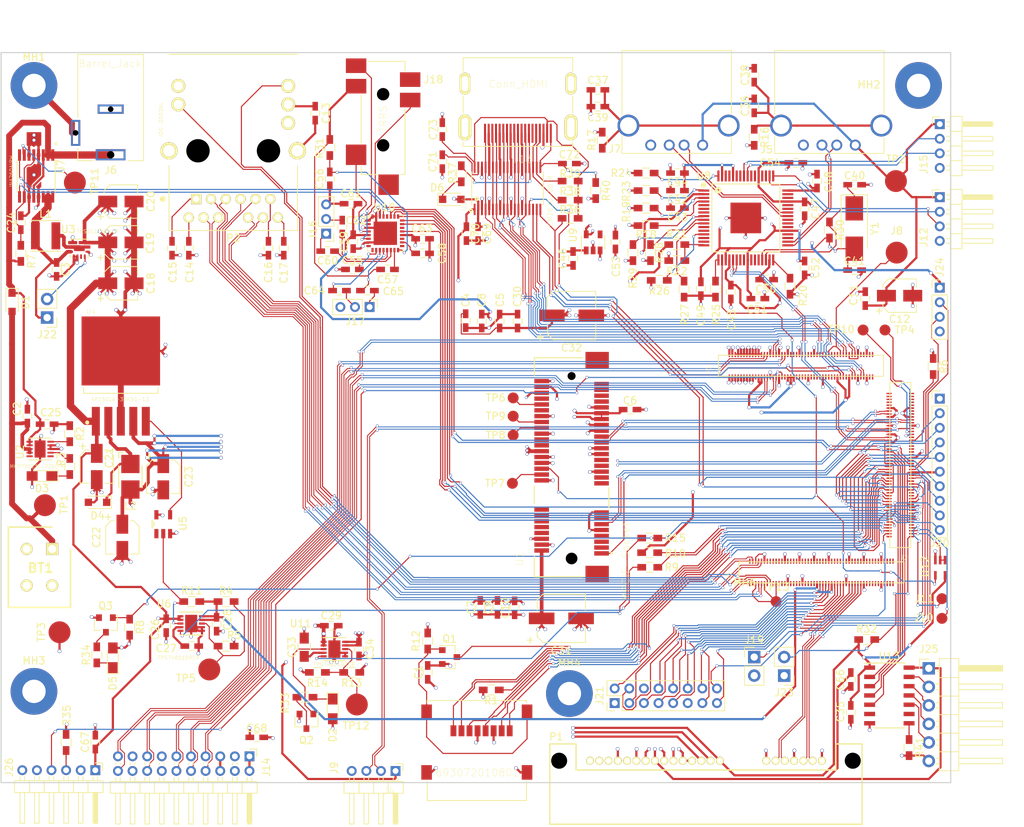
<source format=kicad_pcb>
(kicad_pcb (version 4) (host pcbnew 4.0.7+dfsg1-1)
  (layers (0 F.Cu signal) (1 GND.Cu power hide) (2 Power.Cu mixed) (31 B.Cu signal) (34 B.Paste user hide) (35 F.Paste user hide) (36 B.SilkS user hide) (37 F.SilkS user) (38 B.Mask user hide) (39 F.Mask user) (44 Edge.Cuts user))
  (net 0 "")
  (net 1 +3V3)
  (net 2 GND)
  (net 3 +1V5)
  (net 4 +5V)
  (net 5 "Net-(J1-Pad43)")
  (net 6 "Net-(J1-Pad45)")
  (net 7 "Net-(J1-Pad47)")
  (net 8 "Net-(J1-Pad48)")
  (net 9 "Net-(J1-Pad50)")
  (net 10 "Net-(J1-Pad51)")
  (net 11 "Net-(J1-Pad52)")
  (net 12 "Net-(J1-Pad53)")
  (net 13 "Net-(J1-Pad54)")
  (net 14 "Net-(J1-Pad55)")
  (net 15 "Net-(J1-Pad57)")
  (net 16 "Net-(J1-Pad58)")
  (net 17 "Net-(J1-Pad60)")
  (net 18 "Net-(J1-Pad61)")
  (net 19 "Net-(J1-Pad62)")
  (net 20 "Net-(J1-Pad63)")
  (net 21 "Net-(J1-Pad64)")
  (net 22 "Net-(J1-Pad65)")
  (net 23 "Net-(J1-Pad67)")
  (net 24 "Net-(J1-Pad68)")
  (net 25 "Net-(J1-Pad69)")
  (net 26 "Net-(J1-Pad70)")
  (net 27 "Net-(J1-Pad71)")
  (net 28 "Net-(J1-Pad72)")
  (net 29 "Net-(J1-Pad73)")
  (net 30 "Net-(J1-Pad74)")
  (net 31 "Net-(J1-Pad75)")
  (net 32 HDMI_HPD)
  (net 33 HDMI_D1_N)
  (net 34 HDMI_CEC_IN)
  (net 35 HDMI_D1_P)
  (net 36 HDMI_CEC_STBY)
  (net 37 HDMI_D2_N)
  (net 38 HDMI_D0_N)
  (net 39 HDMI_D2_P)
  (net 40 HDMI_D0_P)
  (net 41 "Net-(J1-Pad91)")
  (net 42 HDMI_CLK_N)
  (net 43 "Net-(J1-Pad93)")
  (net 44 HDMI_CLK_P)
  (net 45 "Net-(J1-Pad97)")
  (net 46 "Net-(J1-Pad98)")
  (net 47 "Net-(J1-Pad99)")
  (net 48 "Net-(J1-Pad100)")
  (net 49 "Net-(J2-Pad1)")
  (net 50 RSTINn)
  (net 51 RSTOUTn)
  (net 52 POK_1V5)
  (net 53 POK_5V)
  (net 54 POK_3V3)
  (net 55 "Net-(J2-Pad10)")
  (net 56 "Net-(J2-Pad13)")
  (net 57 "Net-(J2-Pad15)")
  (net 58 "Net-(J2-Pad17)")
  (net 59 "Net-(J2-Pad19)")
  (net 60 "Net-(J2-Pad23)")
  (net 61 "Net-(J2-Pad25)")
  (net 62 "Net-(J2-Pad27)")
  (net 63 "Net-(J2-Pad29)")
  (net 64 "Net-(J2-Pad30)")
  (net 65 "Net-(J2-Pad32)")
  (net 66 SD3_CD)
  (net 67 SD3_WP)
  (net 68 SATA_RX_N)
  (net 69 SD3_CLK)
  (net 70 SATA_RX_P)
  (net 71 SD3_CMD)
  (net 72 SATA_TX_N)
  (net 73 SD3_DATA0)
  (net 74 SATA_TX_P)
  (net 75 SD3_DATA1)
  (net 76 SD3_DATA2)
  (net 77 SD3_DATA3)
  (net 78 UART1_TXD)
  (net 79 UART1_RXD)
  (net 80 UART1_RTS)
  (net 81 "Net-(J2-Pad58)")
  (net 82 UART1_CTS)
  (net 83 "Net-(J2-Pad60)")
  (net 84 "Net-(J2-Pad61)")
  (net 85 "Net-(J2-Pad62)")
  (net 86 "Net-(J2-Pad63)")
  (net 87 "Net-(J2-Pad64)")
  (net 88 USB1_N)
  (net 89 USB1_P)
  (net 90 USB_OC)
  (net 91 USB0_N)
  (net 92 USB0_P)
  (net 93 PCIE_WAKE)
  (net 94 PCIE_TX_N)
  (net 95 PCIE_CLK_N)
  (net 96 PCIE_TX_P)
  (net 97 PCIE_CLK_P)
  (net 98 PCIE_RX_N)
  (net 99 "Net-(J2-Pad86)")
  (net 100 PCIE_RX_P)
  (net 101 "Net-(J2-Pad88)")
  (net 102 "Net-(J2-Pad91)")
  (net 103 "Net-(J2-Pad92)")
  (net 104 "Net-(J2-Pad93)")
  (net 105 "Net-(J2-Pad94)")
  (net 106 "Net-(J2-Pad96)")
  (net 107 "Net-(J2-Pad97)")
  (net 108 "Net-(J2-Pad98)")
  (net 109 "Net-(J2-Pad99)")
  (net 110 "Net-(J2-Pad100)")
  (net 111 "Net-(J3-Pad13)")
  (net 112 "Net-(J3-Pad15)")
  (net 113 "Net-(J3-Pad17)")
  (net 114 "Net-(J3-Pad18)")
  (net 115 "Net-(J3-Pad19)")
  (net 116 "Net-(J3-Pad21)")
  (net 117 "Net-(J3-Pad22)")
  (net 118 "Net-(J3-Pad23)")
  (net 119 "Net-(J3-Pad24)")
  (net 120 "Net-(J3-Pad26)")
  (net 121 "Net-(J3-Pad27)")
  (net 122 "Net-(J3-Pad29)")
  (net 123 "Net-(J3-Pad30)")
  (net 124 "Net-(J3-Pad31)")
  (net 125 "Net-(J3-Pad32)")
  (net 126 "Net-(J3-Pad33)")
  (net 127 "Net-(J3-Pad34)")
  (net 128 "Net-(J3-Pad36)")
  (net 129 "Net-(J3-Pad37)")
  (net 130 "Net-(J3-Pad39)")
  (net 131 "Net-(J3-Pad40)")
  (net 132 "Net-(J3-Pad41)")
  (net 133 "Net-(J3-Pad42)")
  (net 134 "Net-(J3-Pad43)")
  (net 135 "Net-(J3-Pad44)")
  (net 136 "Net-(J3-Pad46)")
  (net 137 "Net-(J3-Pad47)")
  (net 138 "Net-(J3-Pad49)")
  (net 139 "Net-(J3-Pad51)")
  (net 140 "Net-(J3-Pad53)")
  (net 141 "Net-(J3-Pad57)")
  (net 142 +2V5)
  (net 143 "Net-(J3-Pad59)")
  (net 144 "Net-(J3-Pad61)")
  (net 145 "Net-(J3-Pad63)")
  (net 146 SD1_WP)
  (net 147 SD1_CD)
  (net 148 "Net-(J3-Pad71)")
  (net 149 "Net-(J3-Pad73)")
  (net 150 "Net-(J3-Pad75)")
  (net 151 "Net-(J3-Pad77)")
  (net 152 SD1_DATA4)
  (net 153 SD1_DATA0)
  (net 154 SD1_DATA5)
  (net 155 SD1_DATA1)
  (net 156 SD1_DATA6)
  (net 157 SD1_DATA2)
  (net 158 SD1_DATA7)
  (net 159 SD1_DATA3)
  (net 160 SD1_CLK)
  (net 161 SD1_CMD)
  (net 162 "Net-(J3-Pad93)")
  (net 163 "Net-(J3-Pad94)")
  (net 164 "Net-(J3-Pad95)")
  (net 165 "Net-(J3-Pad96)")
  (net 166 "Net-(J3-Pad97)")
  (net 167 "Net-(J3-Pad98)")
  (net 168 "Net-(J3-Pad99)")
  (net 169 "Net-(J3-Pad100)")
  (net 170 "Net-(P1-PadP11)")
  (net 171 "Net-(P1-PadP13)")
  (net 172 "Net-(P1-PadP14)")
  (net 173 "Net-(P1-PadP15)")
  (net 174 "Net-(U1-Pad3)")
  (net 175 "Net-(U1-Pad5)")
  (net 176 "Net-(U1-Pad7)")
  (net 177 "Net-(U1-Pad8)")
  (net 178 "Net-(U1-Pad10)")
  (net 179 "Net-(U1-Pad12)")
  (net 180 "Net-(U1-Pad14)")
  (net 181 "Net-(U1-Pad16)")
  (net 182 "Net-(U1-Pad17)")
  (net 183 "Net-(U1-Pad19)")
  (net 184 "Net-(U1-Pad42)")
  (net 185 "Net-(U1-Pad45)")
  (net 186 "Net-(U1-Pad46)")
  (net 187 "Net-(U1-Pad47)")
  (net 188 "Net-(U1-Pad49)")
  (net 189 "Net-(U1-Pad51)")
  (net 190 "Net-(J5-Pad3)")
  (net 191 "Net-(J5-Pad2)")
  (net 192 "Net-(J7-Pad3)")
  (net 193 "Net-(J7-Pad2)")
  (net 194 "Net-(C14-Pad1)")
  (net 195 "Net-(C15-Pad1)")
  (net 196 "Net-(C16-Pad1)")
  (net 197 "Net-(C17-Pad1)")
  (net 198 LVDS0_CLK_N)
  (net 199 LVDS0_TX0_N)
  (net 200 LVDS0_CLK_P)
  (net 201 LVDS0_TX0_P)
  (net 202 LVDS0_TX2_N)
  (net 203 LVDS0_TX1_N)
  (net 204 LVDS0_TX2_P)
  (net 205 LVDS0_TX1_P)
  (net 206 LVDS0_TX3_N)
  (net 207 LVDS0_PWM)
  (net 208 LVDS0_TX3_P)
  (net 209 LVDS0_CABC)
  (net 210 "Net-(J10-Pad1)")
  (net 211 "Net-(J11-Pad1)")
  (net 212 I2C1_SCL)
  (net 213 I2C1_SDA)
  (net 214 I2C2_SCL)
  (net 215 I2C2_SDA)
  (net 216 I2C3_SDA)
  (net 217 I2C3_SCL)
  (net 218 TRD0_N)
  (net 219 TRD2_N)
  (net 220 TRD0_P)
  (net 221 TRD2_P)
  (net 222 TRD1_N)
  (net 223 TRD3_N)
  (net 224 TRD1_P)
  (net 225 TRD3_P)
  (net 226 ENET_LED_LINK)
  (net 227 ENET_LED_RX)
  (net 228 "Net-(J13-Pad14)")
  (net 229 "Net-(P2-Pad15)")
  (net 230 "Net-(BT1-Pad1)")
  (net 231 "Net-(C3-Pad1)")
  (net 232 "Net-(C25-Pad1)")
  (net 233 "Net-(C27-Pad1)")
  (net 234 "Net-(C36-Pad1)")
  (net 235 "Net-(C37-Pad1)")
  (net 236 "Net-(C40-Pad1)")
  (net 237 "Net-(C41-Pad1)")
  (net 238 +1V1)
  (net 239 "Net-(C55-Pad2)")
  (net 240 "Net-(C56-Pad2)")
  (net 241 "Net-(C57-Pad1)")
  (net 242 "Net-(C57-Pad2)")
  (net 243 "Net-(C58-Pad2)")
  (net 244 "Net-(C60-Pad1)")
  (net 245 "Net-(C60-Pad2)")
  (net 246 "Net-(C62-Pad1)")
  (net 247 "Net-(C62-Pad2)")
  (net 248 "Net-(C64-Pad1)")
  (net 249 "Net-(C64-Pad2)")
  (net 250 "Net-(C65-Pad1)")
  (net 251 "Net-(C65-Pad2)")
  (net 252 "Net-(D3-Pad1)")
  (net 253 "Net-(D4-Pad1)")
  (net 254 AUD4_CLK)
  (net 255 AUD4_TXC)
  (net 256 AUD4_TXFS)
  (net 257 AUD4_TXD)
  (net 258 AUD4_RXD)
  (net 259 JACK_SENSE)
  (net 260 "Net-(J12-Pad2)")
  (net 261 "Net-(J12-Pad3)")
  (net 262 "Net-(J15-Pad2)")
  (net 263 "Net-(J15-Pad3)")
  (net 264 "Net-(J18-Pad1)")
  (net 265 "Net-(J18-Pad2)")
  (net 266 "Net-(J18-Pad3)")
  (net 267 "Net-(L1-Pad2)")
  (net 268 "Net-(R2-Pad2)")
  (net 269 "Net-(R3-Pad2)")
  (net 270 "Net-(R4-Pad2)")
  (net 271 "Net-(R9-Pad1)")
  (net 272 POK_1V5_MODULE)
  (net 273 POK_2V5)
  (net 274 "Net-(R13-Pad2)")
  (net 275 "Net-(R15-Pad1)")
  (net 276 "Net-(R18-Pad1)")
  (net 277 "Net-(R19-Pad1)")
  (net 278 "Net-(R20-Pad1)")
  (net 279 "Net-(R21-Pad2)")
  (net 280 "Net-(R23-Pad1)")
  (net 281 "Net-(R24-Pad1)")
  (net 282 "Net-(R25-Pad1)")
  (net 283 "Net-(R26-Pad1)")
  (net 284 "Net-(R27-Pad1)")
  (net 285 "Net-(R28-Pad1)")
  (net 286 "Net-(R29-Pad1)")
  (net 287 "Net-(TP6-Pad1)")
  (net 288 "Net-(TP7-Pad1)")
  (net 289 "Net-(TP8-Pad1)")
  (net 290 "Net-(TP9-Pad1)")
  (net 291 RESET)
  (net 292 PCIE_SMB_CLK)
  (net 293 PCIE_SMB_DATA)
  (net 294 "Net-(U2-Pad5)")
  (net 295 "Net-(U2-Pad6)")
  (net 296 PWRON)
  (net 297 "Net-(U8-Pad5)")
  (net 298 "Net-(U8-Pad6)")
  (net 299 "Net-(U8-Pad7)")
  (net 300 "Net-(U8-Pad11)")
  (net 301 "Net-(U8-Pad12)")
  (net 302 "Net-(U8-Pad14)")
  (net 303 "Net-(U8-Pad15)")
  (net 304 "Net-(U9-Pad4)")
  (net 305 "Net-(C24-Pad1)")
  (net 306 "Net-(C33-Pad1)")
  (net 307 "Net-(C71-Pad1)")
  (net 308 "Net-(C72-Pad1)")
  (net 309 "Net-(C73-Pad1)")
  (net 310 "Net-(D2-Pad1)")
  (net 311 "Net-(D5-Pad1)")
  (net 312 "Net-(D6-Pad1)")
  (net 313 "Net-(J19-Pad1)")
  (net 314 "Net-(J2-Pad66)")
  (net 315 "Net-(J2-Pad72)")
  (net 316 "Net-(J2-Pad74)")
  (net 317 "Net-(J21-Pad2)")
  (net 318 "Net-(J21-Pad3)")
  (net 319 "Net-(J21-Pad4)")
  (net 320 "Net-(J21-Pad5)")
  (net 321 "Net-(J21-Pad7)")
  (net 322 "Net-(J21-Pad8)")
  (net 323 "Net-(J21-Pad9)")
  (net 324 "Net-(J21-Pad10)")
  (net 325 "Net-(J21-Pad12)")
  (net 326 "Net-(J21-Pad13)")
  (net 327 "Net-(J21-Pad14)")
  (net 328 "Net-(J21-Pad15)")
  (net 329 "Net-(J21-Pad16)")
  (net 330 "Net-(J13-Pad13)")
  (net 331 "Net-(J13-Pad15)")
  (net 332 "Net-(J13-Pad16)")
  (net 333 "Net-(J14-Pad4)")
  (net 334 "Net-(J14-Pad13)")
  (net 335 "Net-(J14-Pad14)")
  (net 336 "Net-(J14-Pad17)")
  (net 337 "Net-(J14-Pad18)")
  (net 338 "Net-(J25-Pad2)")
  (net 339 "Net-(J25-Pad3)")
  (net 340 "Net-(J25-Pad4)")
  (net 341 "Net-(J25-Pad5)")
  (net 342 "Net-(J26-Pad2)")
  (net 343 "Net-(J26-Pad3)")
  (net 344 "Net-(J26-Pad5)")
  (net 345 "Net-(Q2-Pad3)")
  (net 346 "Net-(Q3-Pad3)")
  (net 347 "Net-(TP11-Pad1)")
  (net 348 "Net-(U4-Pad5)")
  (net 349 "Net-(U5-Pad1)")
  (net 350 "Net-(U13-Pad6)")
  (net 351 "Net-(U13-Pad9)")
  (net 352 "Net-(J2-Pad95)")
  (net 353 "Net-(J4-PadZ3)")
  (net 354 "Net-(R41-Pad1)")
  (net 355 "Net-(J3-Pad12)")
  (net 356 "Net-(J2-Pad21)")
  (module Capacitors_SMD:C_0603_HandSoldering (layer F.Cu) (at 129.9 52.8 270)
    (fp_text reference C45 (at 3.8 -0.1 270) (layer F.SilkS))
    (fp_text value 0.1uF)
    (pad 1 smd rect (at -0.95 0 270) (size 1.2 0.75) (layers F.Cu F.Paste F.Mask) (net 1 +3V3))
    (pad 2 smd rect (at 0.95 0 270) (size 1.2 0.75) (layers F.Cu F.Paste F.Mask) (net 2 GND))
  )
  (module Capacitors_SMD:C_0603_HandSoldering (layer F.Cu) (at 88.4 104.9 90)
    (fp_text reference C1 (at 0 -1.25 90) (layer F.SilkS))
    (fp_text value 0.1uF)
    (pad 1 smd rect (at -0.95 0 90) (size 1.2 0.75) (layers F.Cu F.Paste F.Mask) (net 1 +3V3))
    (pad 2 smd rect (at 0.95 0 90) (size 1.2 0.75) (layers F.Cu F.Paste F.Mask) (net 2 GND))
  )
  (module Capacitors_SMD:C_0603_HandSoldering (layer F.Cu) (at 33.6 69.8 90)
    (fp_text reference C2 (at 1 -1.4 90) (layer F.SilkS))
    (fp_text value 4.7uF)
    (pad 1 smd rect (at -0.95 0 90) (size 1.2 0.75) (layers F.Cu F.Paste F.Mask) (net 230 "Net-(BT1-Pad1)"))
    (pad 2 smd rect (at 0.95 0 90) (size 1.2 0.75) (layers F.Cu F.Paste F.Mask) (net 2 GND))
  )
  (module Capacitors_SMD:C_0603_HandSoldering (layer F.Cu) (at 37.6 49.7 270)
    (fp_text reference C3 (at 0 -1.25 270) (layer F.SilkS))
    (fp_text value 10uF)
    (pad 1 smd rect (at -0.95 0 270) (size 1.2 0.75) (layers F.Cu F.Paste F.Mask) (net 231 "Net-(C3-Pad1)"))
    (pad 2 smd rect (at 0.95 0 270) (size 1.2 0.75) (layers F.Cu F.Paste F.Mask) (net 2 GND))
  )
  (module Capacitors_SMD:C_0603_HandSoldering (layer F.Cu) (at 93.6 56.725 270)
    (fp_text reference C4 (at -2.825 0 270) (layer F.SilkS))
    (fp_text value 0.1uF)
    (pad 1 smd rect (at -0.95 0 270) (size 1.2 0.75) (layers F.Cu F.Paste F.Mask) (net 1 +3V3))
    (pad 2 smd rect (at 0.95 0 270) (size 1.2 0.75) (layers F.Cu F.Paste F.Mask) (net 2 GND))
  )
  (module Capacitors_SMD:C_0603_HandSoldering (layer F.Cu) (at 98.25 56.775 90)
    (fp_text reference C5 (at 2.875 0.05 90) (layer F.SilkS))
    (fp_text value 0.1uF)
    (pad 1 smd rect (at -0.95 0 90) (size 1.2 0.75) (layers F.Cu F.Paste F.Mask) (net 1 +3V3))
    (pad 2 smd rect (at 0.95 0 90) (size 1.2 0.75) (layers F.Cu F.Paste F.Mask) (net 2 GND))
  )
  (module Capacitors_SMD:C_0603_HandSoldering (layer F.Cu) (at 116.1 68.9)
    (fp_text reference C6 (at 0 -1.25) (layer F.SilkS))
    (fp_text value 0.1uF)
    (pad 1 smd rect (at -0.95 0) (size 1.2 0.75) (layers F.Cu F.Paste F.Mask) (net 1 +3V3))
    (pad 2 smd rect (at 0.95 0) (size 1.2 0.75) (layers F.Cu F.Paste F.Mask) (net 2 GND))
  )
  (module Capacitors_SMD:C_0603_HandSoldering (layer F.Cu) (at 95.6 96 90)
    (fp_text reference C7 (at 0 -1.25 90) (layer F.SilkS))
    (fp_text value 0.1uF)
    (pad 1 smd rect (at -0.95 0 90) (size 1.2 0.75) (layers F.Cu F.Paste F.Mask) (net 2 GND))
    (pad 2 smd rect (at 0.95 0 90) (size 1.2 0.75) (layers F.Cu F.Paste F.Mask) (net 3 +1V5))
  )
  (module Capacitors_SMD:C_0603_HandSoldering (layer F.Cu) (at 95.8 56.775 90)
    (fp_text reference C8 (at 2.875 0 90) (layer F.SilkS))
    (fp_text value 0.1uF)
    (pad 1 smd rect (at -0.95 0 90) (size 1.2 0.75) (layers F.Cu F.Paste F.Mask) (net 2 GND))
    (pad 2 smd rect (at 0.95 0 90) (size 1.2 0.75) (layers F.Cu F.Paste F.Mask) (net 3 +1V5))
  )
  (module Capacitors_SMD:C_0603_HandSoldering (layer F.Cu) (at 97.95 96 90)
    (fp_text reference C9 (at 0 -1.25 90) (layer F.SilkS))
    (fp_text value 0.1uF)
    (pad 1 smd rect (at -0.95 0 90) (size 1.2 0.75) (layers F.Cu F.Paste F.Mask) (net 2 GND))
    (pad 2 smd rect (at 0.95 0 90) (size 1.2 0.75) (layers F.Cu F.Paste F.Mask) (net 3 +1V5))
  )
  (module Capacitors_SMD:C_0603_HandSoldering (layer F.Cu) (at 100.3 96.05 90)
    (fp_text reference C10 (at 0 -1.25 90) (layer F.SilkS))
    (fp_text value 4.7uF)
    (pad 1 smd rect (at -0.95 0 90) (size 1.2 0.75) (layers F.Cu F.Paste F.Mask) (net 2 GND))
    (pad 2 smd rect (at 0.95 0 90) (size 1.2 0.75) (layers F.Cu F.Paste F.Mask) (net 3 +1V5))
  )
  (module Resistors_SMD:R_0603_HandSoldering (layer F.Cu) (at 97.1 107.3 180)
    (fp_text reference R1 (at 0 -1.45 180) (layer F.SilkS))
    (fp_text value 0)
    (pad 1 smd rect (at -1.1 0 180) (size 1.2 0.9) (layers F.Cu F.Paste F.Mask) (net 67 SD3_WP))
    (pad 2 smd rect (at 1.1 0 180) (size 1.2 0.9) (layers F.Cu F.Paste F.Mask) (net 2 GND))
  )
  (module "df40c-100ds-0:HRS_DF40C-100DS-0.4V(51)" (layer F.Cu) (at 139.5 62.9)
    (fp_text reference J1 (at -12.6751 0.53561 90) (layer F.SilkS) (effects (font (size 0.641451 0.641451) (thickness 0.05))))
    (fp_text value TinyRex-J1-DF40C hide)
    (pad 1 smd rect (at -9.8 -1.54 180) (size 0.2 0.7) (layers F.Cu F.Paste F.Mask) (net 4 +5V))
    (pad 2 smd rect (at -9.8 1.54) (size 0.2 0.7) (layers F.Cu F.Paste F.Mask) (net 4 +5V))
    (pad 3 smd rect (at -9.4 -1.54 180) (size 0.2 0.7) (layers F.Cu F.Paste F.Mask) (net 4 +5V))
    (pad 4 smd rect (at -9.4 1.54) (size 0.2 0.7) (layers F.Cu F.Paste F.Mask) (net 4 +5V))
    (pad 5 smd rect (at -9 -1.54 180) (size 0.2 0.7) (layers F.Cu F.Paste F.Mask) (net 2 GND))
    (pad 6 smd rect (at -9 1.54) (size 0.2 0.7) (layers F.Cu F.Paste F.Mask) (net 4 +5V))
    (pad 7 smd rect (at -8.6 -1.54 180) (size 0.2 0.7) (layers F.Cu F.Paste F.Mask) (net 2 GND))
    (pad 8 smd rect (at -8.6 1.54) (size 0.2 0.7) (layers F.Cu F.Paste F.Mask) (net 4 +5V))
    (pad 9 smd rect (at -8.2 -1.54 180) (size 0.2 0.7) (layers F.Cu F.Paste F.Mask) (net 2 GND))
    (pad 10 smd rect (at -8.2 1.54) (size 0.2 0.7) (layers F.Cu F.Paste F.Mask) (net 4 +5V))
    (pad 11 smd rect (at -7.8 -1.54 180) (size 0.2 0.7) (layers F.Cu F.Paste F.Mask) (net 2 GND))
    (pad 12 smd rect (at -7.8 1.54) (size 0.2 0.7) (layers F.Cu F.Paste F.Mask) (net 4 +5V))
    (pad 13 smd rect (at -7.4 -1.54 180) (size 0.2 0.7) (layers F.Cu F.Paste F.Mask) (net 2 GND))
    (pad 14 smd rect (at -7.4 1.54) (size 0.2 0.7) (layers F.Cu F.Paste F.Mask) (net 4 +5V))
    (pad 15 smd rect (at -7 -1.54 180) (size 0.2 0.7) (layers F.Cu F.Paste F.Mask) (net 2 GND))
    (pad 16 smd rect (at -7 1.54) (size 0.2 0.7) (layers F.Cu F.Paste F.Mask) (net 4 +5V))
    (pad 17 smd rect (at -6.6 -1.54 180) (size 0.2 0.7) (layers F.Cu F.Paste F.Mask) (net 2 GND))
    (pad 18 smd rect (at -6.6 1.54) (size 0.2 0.7) (layers F.Cu F.Paste F.Mask) (net 4 +5V))
    (pad 19 smd rect (at -6.2 -1.54 180) (size 0.2 0.7) (layers F.Cu F.Paste F.Mask) (net 2 GND))
    (pad 20 smd rect (at -6.2 1.54) (size 0.2 0.7) (layers F.Cu F.Paste F.Mask) (net 4 +5V))
    (pad 21 smd rect (at -5.8 -1.54 180) (size 0.2 0.7) (layers F.Cu F.Paste F.Mask) (net 2 GND))
    (pad 22 smd rect (at -5.8 1.54) (size 0.2 0.7) (layers F.Cu F.Paste F.Mask) (net 1 +3V3))
    (pad 23 smd rect (at -5.4 -1.54 180) (size 0.2 0.7) (layers F.Cu F.Paste F.Mask) (net 2 GND))
    (pad 24 smd rect (at -5.4 1.54) (size 0.2 0.7) (layers F.Cu F.Paste F.Mask) (net 1 +3V3))
    (pad 25 smd rect (at -5 -1.54 180) (size 0.2 0.7) (layers F.Cu F.Paste F.Mask) (net 198 LVDS0_CLK_N))
    (pad 26 smd rect (at -5 1.54) (size 0.2 0.7) (layers F.Cu F.Paste F.Mask) (net 199 LVDS0_TX0_N))
    (pad 27 smd rect (at -4.6 -1.54 180) (size 0.2 0.7) (layers F.Cu F.Paste F.Mask) (net 200 LVDS0_CLK_P))
    (pad 28 smd rect (at -4.6 1.54) (size 0.2 0.7) (layers F.Cu F.Paste F.Mask) (net 201 LVDS0_TX0_P))
    (pad 29 smd rect (at -4.2 -1.54 180) (size 0.2 0.7) (layers F.Cu F.Paste F.Mask) (net 2 GND))
    (pad 30 smd rect (at -4.2 1.54) (size 0.2 0.7) (layers F.Cu F.Paste F.Mask) (net 2 GND))
    (pad 31 smd rect (at -3.8 -1.54 180) (size 0.2 0.7) (layers F.Cu F.Paste F.Mask) (net 202 LVDS0_TX2_N))
    (pad 32 smd rect (at -3.8 1.54) (size 0.2 0.7) (layers F.Cu F.Paste F.Mask) (net 203 LVDS0_TX1_N))
    (pad 33 smd rect (at -3.4 -1.54 180) (size 0.2 0.7) (layers F.Cu F.Paste F.Mask) (net 204 LVDS0_TX2_P))
    (pad 34 smd rect (at -3.4 1.54) (size 0.2 0.7) (layers F.Cu F.Paste F.Mask) (net 205 LVDS0_TX1_P))
    (pad 35 smd rect (at -3 -1.54 180) (size 0.2 0.7) (layers F.Cu F.Paste F.Mask) (net 2 GND))
    (pad 36 smd rect (at -3 1.54) (size 0.2 0.7) (layers F.Cu F.Paste F.Mask) (net 2 GND))
    (pad 37 smd rect (at -2.6 -1.54 180) (size 0.2 0.7) (layers F.Cu F.Paste F.Mask) (net 206 LVDS0_TX3_N))
    (pad 38 smd rect (at -2.6 1.54) (size 0.2 0.7) (layers F.Cu F.Paste F.Mask) (net 207 LVDS0_PWM))
    (pad 39 smd rect (at -2.2 -1.54 180) (size 0.2 0.7) (layers F.Cu F.Paste F.Mask) (net 208 LVDS0_TX3_P))
    (pad 40 smd rect (at -2.2 1.54) (size 0.2 0.7) (layers F.Cu F.Paste F.Mask) (net 209 LVDS0_CABC))
    (pad 41 smd rect (at -1.8 -1.54 180) (size 0.2 0.7) (layers F.Cu F.Paste F.Mask) (net 2 GND))
    (pad 42 smd rect (at -1.8 1.54) (size 0.2 0.7) (layers F.Cu F.Paste F.Mask) (net 1 +3V3))
    (pad 43 smd rect (at -1.4 -1.54 180) (size 0.2 0.7) (layers F.Cu F.Paste F.Mask) (net 5 "Net-(J1-Pad43)"))
    (pad 44 smd rect (at -1.4 1.54) (size 0.2 0.7) (layers F.Cu F.Paste F.Mask) (net 1 +3V3))
    (pad 45 smd rect (at -1 -1.54 180) (size 0.2 0.7) (layers F.Cu F.Paste F.Mask) (net 6 "Net-(J1-Pad45)"))
    (pad 46 smd rect (at -1 1.54) (size 0.2 0.7) (layers F.Cu F.Paste F.Mask) (net 1 +3V3))
    (pad 47 smd rect (at -0.6 -1.54 180) (size 0.2 0.7) (layers F.Cu F.Paste F.Mask) (net 7 "Net-(J1-Pad47)"))
    (pad 48 smd rect (at -0.6 1.54) (size 0.2 0.7) (layers F.Cu F.Paste F.Mask) (net 8 "Net-(J1-Pad48)"))
    (pad 49 smd rect (at -0.2 -1.54 180) (size 0.2 0.7) (layers F.Cu F.Paste F.Mask) (net 2 GND))
    (pad 50 smd rect (at -0.2 1.54) (size 0.2 0.7) (layers F.Cu F.Paste F.Mask) (net 9 "Net-(J1-Pad50)"))
    (pad 51 smd rect (at 0.2 -1.54 180) (size 0.2 0.7) (layers F.Cu F.Paste F.Mask) (net 10 "Net-(J1-Pad51)"))
    (pad 52 smd rect (at 0.2 1.54) (size 0.2 0.7) (layers F.Cu F.Paste F.Mask) (net 11 "Net-(J1-Pad52)"))
    (pad 53 smd rect (at 0.6 -1.54 180) (size 0.2 0.7) (layers F.Cu F.Paste F.Mask) (net 12 "Net-(J1-Pad53)"))
    (pad 54 smd rect (at 0.6 1.54) (size 0.2 0.7) (layers F.Cu F.Paste F.Mask) (net 13 "Net-(J1-Pad54)"))
    (pad 55 smd rect (at 1 -1.54 180) (size 0.2 0.7) (layers F.Cu F.Paste F.Mask) (net 14 "Net-(J1-Pad55)"))
    (pad 56 smd rect (at 1 1.54) (size 0.2 0.7) (layers F.Cu F.Paste F.Mask) (net 2 GND))
    (pad 57 smd rect (at 1.4 -1.54 180) (size 0.2 0.7) (layers F.Cu F.Paste F.Mask) (net 15 "Net-(J1-Pad57)"))
    (pad 58 smd rect (at 1.4 1.54) (size 0.2 0.7) (layers F.Cu F.Paste F.Mask) (net 16 "Net-(J1-Pad58)"))
    (pad 59 smd rect (at 1.8 -1.54 180) (size 0.2 0.7) (layers F.Cu F.Paste F.Mask) (net 2 GND))
    (pad 60 smd rect (at 1.8 1.54) (size 0.2 0.7) (layers F.Cu F.Paste F.Mask) (net 17 "Net-(J1-Pad60)"))
    (pad 61 smd rect (at 2.2 -1.54 180) (size 0.2 0.7) (layers F.Cu F.Paste F.Mask) (net 18 "Net-(J1-Pad61)"))
    (pad 62 smd rect (at 2.2 1.54) (size 0.2 0.7) (layers F.Cu F.Paste F.Mask) (net 19 "Net-(J1-Pad62)"))
    (pad 63 smd rect (at 2.6 -1.54 180) (size 0.2 0.7) (layers F.Cu F.Paste F.Mask) (net 20 "Net-(J1-Pad63)"))
    (pad 64 smd rect (at 2.6 1.54) (size 0.2 0.7) (layers F.Cu F.Paste F.Mask) (net 21 "Net-(J1-Pad64)"))
    (pad 65 smd rect (at 3 -1.54 180) (size 0.2 0.7) (layers F.Cu F.Paste F.Mask) (net 22 "Net-(J1-Pad65)"))
    (pad 66 smd rect (at 3 1.54) (size 0.2 0.7) (layers F.Cu F.Paste F.Mask) (net 2 GND))
    (pad 67 smd rect (at 3.4 -1.54 180) (size 0.2 0.7) (layers F.Cu F.Paste F.Mask) (net 23 "Net-(J1-Pad67)"))
    (pad 68 smd rect (at 3.4 1.54) (size 0.2 0.7) (layers F.Cu F.Paste F.Mask) (net 24 "Net-(J1-Pad68)"))
    (pad 69 smd rect (at 3.8 -1.54 180) (size 0.2 0.7) (layers F.Cu F.Paste F.Mask) (net 25 "Net-(J1-Pad69)"))
    (pad 70 smd rect (at 3.8 1.54) (size 0.2 0.7) (layers F.Cu F.Paste F.Mask) (net 26 "Net-(J1-Pad70)"))
    (pad 71 smd rect (at 4.2 -1.54 180) (size 0.2 0.7) (layers F.Cu F.Paste F.Mask) (net 27 "Net-(J1-Pad71)"))
    (pad 72 smd rect (at 4.2 1.54) (size 0.2 0.7) (layers F.Cu F.Paste F.Mask) (net 28 "Net-(J1-Pad72)"))
    (pad 73 smd rect (at 4.6 -1.54 180) (size 0.2 0.7) (layers F.Cu F.Paste F.Mask) (net 29 "Net-(J1-Pad73)"))
    (pad 74 smd rect (at 4.6 1.54) (size 0.2 0.7) (layers F.Cu F.Paste F.Mask) (net 30 "Net-(J1-Pad74)"))
    (pad 75 smd rect (at 5 -1.54 180) (size 0.2 0.7) (layers F.Cu F.Paste F.Mask) (net 31 "Net-(J1-Pad75)"))
    (pad 76 smd rect (at 5 1.54) (size 0.2 0.7) (layers F.Cu F.Paste F.Mask) (net 4 +5V))
    (pad 77 smd rect (at 5.4 -1.54 180) (size 0.2 0.7) (layers F.Cu F.Paste F.Mask) (net 25 "Net-(J1-Pad69)"))
    (pad 78 smd rect (at 5.4 1.54) (size 0.2 0.7) (layers F.Cu F.Paste F.Mask) (net 32 HDMI_HPD))
    (pad 79 smd rect (at 5.8 -1.54 180) (size 0.2 0.7) (layers F.Cu F.Paste F.Mask) (net 33 HDMI_D1_N))
    (pad 80 smd rect (at 5.8 1.54) (size 0.2 0.7) (layers F.Cu F.Paste F.Mask) (net 34 HDMI_CEC_IN))
    (pad 81 smd rect (at 6.2 -1.54 180) (size 0.2 0.7) (layers F.Cu F.Paste F.Mask) (net 35 HDMI_D1_P))
    (pad 82 smd rect (at 6.2 1.54) (size 0.2 0.7) (layers F.Cu F.Paste F.Mask) (net 36 HDMI_CEC_STBY))
    (pad 83 smd rect (at 6.6 -1.54 180) (size 0.2 0.7) (layers F.Cu F.Paste F.Mask) (net 2 GND))
    (pad 84 smd rect (at 6.6 1.54) (size 0.2 0.7) (layers F.Cu F.Paste F.Mask) (net 4 +5V))
    (pad 85 smd rect (at 7 -1.54 180) (size 0.2 0.7) (layers F.Cu F.Paste F.Mask) (net 37 HDMI_D2_N))
    (pad 86 smd rect (at 7 1.54) (size 0.2 0.7) (layers F.Cu F.Paste F.Mask) (net 38 HDMI_D0_N))
    (pad 87 smd rect (at 7.4 -1.54 180) (size 0.2 0.7) (layers F.Cu F.Paste F.Mask) (net 39 HDMI_D2_P))
    (pad 88 smd rect (at 7.4 1.54) (size 0.2 0.7) (layers F.Cu F.Paste F.Mask) (net 40 HDMI_D0_P))
    (pad 89 smd rect (at 7.8 -1.54 180) (size 0.2 0.7) (layers F.Cu F.Paste F.Mask) (net 2 GND))
    (pad 90 smd rect (at 7.8 1.54) (size 0.2 0.7) (layers F.Cu F.Paste F.Mask) (net 2 GND))
    (pad 91 smd rect (at 8.2 -1.54 180) (size 0.2 0.7) (layers F.Cu F.Paste F.Mask) (net 41 "Net-(J1-Pad91)"))
    (pad 92 smd rect (at 8.2 1.54) (size 0.2 0.7) (layers F.Cu F.Paste F.Mask) (net 42 HDMI_CLK_N))
    (pad 93 smd rect (at 8.6 -1.54 180) (size 0.2 0.7) (layers F.Cu F.Paste F.Mask) (net 43 "Net-(J1-Pad93)"))
    (pad 94 smd rect (at 8.6 1.54) (size 0.2 0.7) (layers F.Cu F.Paste F.Mask) (net 44 HDMI_CLK_P))
    (pad 95 smd rect (at 9 -1.54 180) (size 0.2 0.7) (layers F.Cu F.Paste F.Mask) (net 2 GND))
    (pad 96 smd rect (at 9 1.54) (size 0.2 0.7) (layers F.Cu F.Paste F.Mask) (net 2 GND))
    (pad 97 smd rect (at 9.4 -1.54 180) (size 0.2 0.7) (layers F.Cu F.Paste F.Mask) (net 45 "Net-(J1-Pad97)"))
    (pad 98 smd rect (at 9.4 1.54) (size 0.2 0.7) (layers F.Cu F.Paste F.Mask) (net 46 "Net-(J1-Pad98)"))
    (pad 99 smd rect (at 9.8 -1.54 180) (size 0.2 0.7) (layers F.Cu F.Paste F.Mask) (net 47 "Net-(J1-Pad99)"))
    (pad 100 smd rect (at 9.8 1.54) (size 0.2 0.7) (layers F.Cu F.Paste F.Mask) (net 48 "Net-(J1-Pad100)"))
  )
  (module "df40c-100ds-0:HRS_DF40C-100DS-0.4V(51)" (layer F.Cu) (at 153.1 76.5 90)
    (fp_text reference J2 (at -12.6751 0.53561 180) (layer F.SilkS) (effects (font (size 0.641451 0.641451) (thickness 0.05))))
    (fp_text value TinyRex-J2-DF40C hide)
    (pad 1 smd rect (at -9.8 -1.54 270) (size 0.2 0.7) (layers F.Cu F.Paste F.Mask) (net 49 "Net-(J2-Pad1)"))
    (pad 2 smd rect (at -9.8 1.54 90) (size 0.2 0.7) (layers F.Cu F.Paste F.Mask) (net 50 RSTINn))
    (pad 3 smd rect (at -9.4 -1.54 270) (size 0.2 0.7) (layers F.Cu F.Paste F.Mask) (net 313 "Net-(J19-Pad1)"))
    (pad 4 smd rect (at -9.4 1.54 90) (size 0.2 0.7) (layers F.Cu F.Paste F.Mask) (net 51 RSTOUTn))
    (pad 5 smd rect (at -9 -1.54 270) (size 0.2 0.7) (layers F.Cu F.Paste F.Mask) (net 272 POK_1V5_MODULE))
    (pad 6 smd rect (at -9 1.54 90) (size 0.2 0.7) (layers F.Cu F.Paste F.Mask) (net 210 "Net-(J10-Pad1)"))
    (pad 7 smd rect (at -8.6 -1.54 270) (size 0.2 0.7) (layers F.Cu F.Paste F.Mask) (net 53 POK_5V))
    (pad 8 smd rect (at -8.6 1.54 90) (size 0.2 0.7) (layers F.Cu F.Paste F.Mask) (net 211 "Net-(J11-Pad1)"))
    (pad 9 smd rect (at -8.2 -1.54 270) (size 0.2 0.7) (layers F.Cu F.Paste F.Mask) (net 54 POK_3V3))
    (pad 10 smd rect (at -8.2 1.54 90) (size 0.2 0.7) (layers F.Cu F.Paste F.Mask) (net 55 "Net-(J2-Pad10)"))
    (pad 11 smd rect (at -7.8 -1.54 270) (size 0.2 0.7) (layers F.Cu F.Paste F.Mask) (net 2 GND))
    (pad 12 smd rect (at -7.8 1.54 90) (size 0.2 0.7) (layers F.Cu F.Paste F.Mask) (net 2 GND))
    (pad 13 smd rect (at -7.4 -1.54 270) (size 0.2 0.7) (layers F.Cu F.Paste F.Mask) (net 56 "Net-(J2-Pad13)"))
    (pad 14 smd rect (at -7.4 1.54 90) (size 0.2 0.7) (layers F.Cu F.Paste F.Mask) (net 254 AUD4_CLK))
    (pad 15 smd rect (at -7 -1.54 270) (size 0.2 0.7) (layers F.Cu F.Paste F.Mask) (net 57 "Net-(J2-Pad15)"))
    (pad 16 smd rect (at -7 1.54 90) (size 0.2 0.7) (layers F.Cu F.Paste F.Mask) (net 255 AUD4_TXC))
    (pad 17 smd rect (at -6.6 -1.54 270) (size 0.2 0.7) (layers F.Cu F.Paste F.Mask) (net 58 "Net-(J2-Pad17)"))
    (pad 18 smd rect (at -6.6 1.54 90) (size 0.2 0.7) (layers F.Cu F.Paste F.Mask) (net 256 AUD4_TXFS))
    (pad 19 smd rect (at -6.2 -1.54 270) (size 0.2 0.7) (layers F.Cu F.Paste F.Mask) (net 59 "Net-(J2-Pad19)"))
    (pad 20 smd rect (at -6.2 1.54 90) (size 0.2 0.7) (layers F.Cu F.Paste F.Mask) (net 257 AUD4_TXD))
    (pad 21 smd rect (at -5.8 -1.54 270) (size 0.2 0.7) (layers F.Cu F.Paste F.Mask) (net 356 "Net-(J2-Pad21)"))
    (pad 22 smd rect (at -5.8 1.54 90) (size 0.2 0.7) (layers F.Cu F.Paste F.Mask) (net 258 AUD4_RXD))
    (pad 23 smd rect (at -5.4 -1.54 270) (size 0.2 0.7) (layers F.Cu F.Paste F.Mask) (net 60 "Net-(J2-Pad23)"))
    (pad 24 smd rect (at -5.4 1.54 90) (size 0.2 0.7) (layers F.Cu F.Paste F.Mask) (net 2 GND))
    (pad 25 smd rect (at -5 -1.54 270) (size 0.2 0.7) (layers F.Cu F.Paste F.Mask) (net 61 "Net-(J2-Pad25)"))
    (pad 26 smd rect (at -5 1.54 90) (size 0.2 0.7) (layers F.Cu F.Paste F.Mask) (net 212 I2C1_SCL))
    (pad 27 smd rect (at -4.6 -1.54 270) (size 0.2 0.7) (layers F.Cu F.Paste F.Mask) (net 62 "Net-(J2-Pad27)"))
    (pad 28 smd rect (at -4.6 1.54 90) (size 0.2 0.7) (layers F.Cu F.Paste F.Mask) (net 213 I2C1_SDA))
    (pad 29 smd rect (at -4.2 -1.54 270) (size 0.2 0.7) (layers F.Cu F.Paste F.Mask) (net 63 "Net-(J2-Pad29)"))
    (pad 30 smd rect (at -4.2 1.54 90) (size 0.2 0.7) (layers F.Cu F.Paste F.Mask) (net 64 "Net-(J2-Pad30)"))
    (pad 31 smd rect (at -3.8 -1.54 270) (size 0.2 0.7) (layers F.Cu F.Paste F.Mask) (net 2 GND))
    (pad 32 smd rect (at -3.8 1.54 90) (size 0.2 0.7) (layers F.Cu F.Paste F.Mask) (net 65 "Net-(J2-Pad32)"))
    (pad 33 smd rect (at -3.4 -1.54 270) (size 0.2 0.7) (layers F.Cu F.Paste F.Mask) (net 66 SD3_CD))
    (pad 34 smd rect (at -3.4 1.54 90) (size 0.2 0.7) (layers F.Cu F.Paste F.Mask) (net 2 GND))
    (pad 35 smd rect (at -3 -1.54 270) (size 0.2 0.7) (layers F.Cu F.Paste F.Mask) (net 67 SD3_WP))
    (pad 36 smd rect (at -3 1.54 90) (size 0.2 0.7) (layers F.Cu F.Paste F.Mask) (net 68 SATA_RX_N))
    (pad 37 smd rect (at -2.6 -1.54 270) (size 0.2 0.7) (layers F.Cu F.Paste F.Mask) (net 69 SD3_CLK))
    (pad 38 smd rect (at -2.6 1.54 90) (size 0.2 0.7) (layers F.Cu F.Paste F.Mask) (net 70 SATA_RX_P))
    (pad 39 smd rect (at -2.2 -1.54 270) (size 0.2 0.7) (layers F.Cu F.Paste F.Mask) (net 71 SD3_CMD))
    (pad 40 smd rect (at -2.2 1.54 90) (size 0.2 0.7) (layers F.Cu F.Paste F.Mask) (net 2 GND))
    (pad 41 smd rect (at -1.8 -1.54 270) (size 0.2 0.7) (layers F.Cu F.Paste F.Mask) (net 2 GND))
    (pad 42 smd rect (at -1.8 1.54 90) (size 0.2 0.7) (layers F.Cu F.Paste F.Mask) (net 72 SATA_TX_N))
    (pad 43 smd rect (at -1.4 -1.54 270) (size 0.2 0.7) (layers F.Cu F.Paste F.Mask) (net 73 SD3_DATA0))
    (pad 44 smd rect (at -1.4 1.54 90) (size 0.2 0.7) (layers F.Cu F.Paste F.Mask) (net 74 SATA_TX_P))
    (pad 45 smd rect (at -1 -1.54 270) (size 0.2 0.7) (layers F.Cu F.Paste F.Mask) (net 75 SD3_DATA1))
    (pad 46 smd rect (at -1 1.54 90) (size 0.2 0.7) (layers F.Cu F.Paste F.Mask) (net 2 GND))
    (pad 47 smd rect (at -0.6 -1.54 270) (size 0.2 0.7) (layers F.Cu F.Paste F.Mask) (net 76 SD3_DATA2))
    (pad 48 smd rect (at -0.6 1.54 90) (size 0.2 0.7) (layers F.Cu F.Paste F.Mask) (net 214 I2C2_SCL))
    (pad 49 smd rect (at -0.2 -1.54 270) (size 0.2 0.7) (layers F.Cu F.Paste F.Mask) (net 77 SD3_DATA3))
    (pad 50 smd rect (at -0.2 1.54 90) (size 0.2 0.7) (layers F.Cu F.Paste F.Mask) (net 215 I2C2_SDA))
    (pad 51 smd rect (at 0.2 -1.54 270) (size 0.2 0.7) (layers F.Cu F.Paste F.Mask) (net 2 GND))
    (pad 52 smd rect (at 0.2 1.54 90) (size 0.2 0.7) (layers F.Cu F.Paste F.Mask) (net 216 I2C3_SDA))
    (pad 53 smd rect (at 0.6 -1.54 270) (size 0.2 0.7) (layers F.Cu F.Paste F.Mask) (net 78 UART1_TXD))
    (pad 54 smd rect (at 0.6 1.54 90) (size 0.2 0.7) (layers F.Cu F.Paste F.Mask) (net 217 I2C3_SCL))
    (pad 55 smd rect (at 1 -1.54 270) (size 0.2 0.7) (layers F.Cu F.Paste F.Mask) (net 79 UART1_RXD))
    (pad 56 smd rect (at 1 1.54 90) (size 0.2 0.7) (layers F.Cu F.Paste F.Mask) (net 2 GND))
    (pad 57 smd rect (at 1.4 -1.54 270) (size 0.2 0.7) (layers F.Cu F.Paste F.Mask) (net 80 UART1_RTS))
    (pad 58 smd rect (at 1.4 1.54 90) (size 0.2 0.7) (layers F.Cu F.Paste F.Mask) (net 81 "Net-(J2-Pad58)"))
    (pad 59 smd rect (at 1.8 -1.54 270) (size 0.2 0.7) (layers F.Cu F.Paste F.Mask) (net 82 UART1_CTS))
    (pad 60 smd rect (at 1.8 1.54 90) (size 0.2 0.7) (layers F.Cu F.Paste F.Mask) (net 83 "Net-(J2-Pad60)"))
    (pad 61 smd rect (at 2.2 -1.54 270) (size 0.2 0.7) (layers F.Cu F.Paste F.Mask) (net 84 "Net-(J2-Pad61)"))
    (pad 62 smd rect (at 2.2 1.54 90) (size 0.2 0.7) (layers F.Cu F.Paste F.Mask) (net 85 "Net-(J2-Pad62)"))
    (pad 63 smd rect (at 2.6 -1.54 270) (size 0.2 0.7) (layers F.Cu F.Paste F.Mask) (net 86 "Net-(J2-Pad63)"))
    (pad 64 smd rect (at 2.6 1.54 90) (size 0.2 0.7) (layers F.Cu F.Paste F.Mask) (net 87 "Net-(J2-Pad64)"))
    (pad 65 smd rect (at 3 -1.54 270) (size 0.2 0.7) (layers F.Cu F.Paste F.Mask) (net 2 GND))
    (pad 66 smd rect (at 3 1.54 90) (size 0.2 0.7) (layers F.Cu F.Paste F.Mask) (net 314 "Net-(J2-Pad66)"))
    (pad 67 smd rect (at 3.4 -1.54 270) (size 0.2 0.7) (layers F.Cu F.Paste F.Mask) (net 88 USB1_N))
    (pad 68 smd rect (at 3.4 1.54 90) (size 0.2 0.7) (layers F.Cu F.Paste F.Mask) (net 314 "Net-(J2-Pad66)"))
    (pad 69 smd rect (at 3.8 -1.54 270) (size 0.2 0.7) (layers F.Cu F.Paste F.Mask) (net 89 USB1_P))
    (pad 70 smd rect (at 3.8 1.54 90) (size 0.2 0.7) (layers F.Cu F.Paste F.Mask) (net 90 USB_OC))
    (pad 71 smd rect (at 4.2 -1.54 270) (size 0.2 0.7) (layers F.Cu F.Paste F.Mask) (net 2 GND))
    (pad 72 smd rect (at 4.2 1.54 90) (size 0.2 0.7) (layers F.Cu F.Paste F.Mask) (net 315 "Net-(J2-Pad72)"))
    (pad 73 smd rect (at 4.6 -1.54 270) (size 0.2 0.7) (layers F.Cu F.Paste F.Mask) (net 91 USB0_N))
    (pad 74 smd rect (at 4.6 1.54 90) (size 0.2 0.7) (layers F.Cu F.Paste F.Mask) (net 316 "Net-(J2-Pad74)"))
    (pad 75 smd rect (at 5 -1.54 270) (size 0.2 0.7) (layers F.Cu F.Paste F.Mask) (net 92 USB0_P))
    (pad 76 smd rect (at 5 1.54 90) (size 0.2 0.7) (layers F.Cu F.Paste F.Mask) (net 93 PCIE_WAKE))
    (pad 77 smd rect (at 5.4 -1.54 270) (size 0.2 0.7) (layers F.Cu F.Paste F.Mask) (net 2 GND))
    (pad 78 smd rect (at 5.4 1.54 90) (size 0.2 0.7) (layers F.Cu F.Paste F.Mask) (net 2 GND))
    (pad 79 smd rect (at 5.8 -1.54 270) (size 0.2 0.7) (layers F.Cu F.Paste F.Mask) (net 94 PCIE_TX_N))
    (pad 80 smd rect (at 5.8 1.54 90) (size 0.2 0.7) (layers F.Cu F.Paste F.Mask) (net 95 PCIE_CLK_N))
    (pad 81 smd rect (at 6.2 -1.54 270) (size 0.2 0.7) (layers F.Cu F.Paste F.Mask) (net 96 PCIE_TX_P))
    (pad 82 smd rect (at 6.2 1.54 90) (size 0.2 0.7) (layers F.Cu F.Paste F.Mask) (net 97 PCIE_CLK_P))
    (pad 83 smd rect (at 6.6 -1.54 270) (size 0.2 0.7) (layers F.Cu F.Paste F.Mask) (net 2 GND))
    (pad 84 smd rect (at 6.6 1.54 90) (size 0.2 0.7) (layers F.Cu F.Paste F.Mask) (net 2 GND))
    (pad 85 smd rect (at 7 -1.54 270) (size 0.2 0.7) (layers F.Cu F.Paste F.Mask) (net 98 PCIE_RX_N))
    (pad 86 smd rect (at 7 1.54 90) (size 0.2 0.7) (layers F.Cu F.Paste F.Mask) (net 99 "Net-(J2-Pad86)"))
    (pad 87 smd rect (at 7.4 -1.54 270) (size 0.2 0.7) (layers F.Cu F.Paste F.Mask) (net 100 PCIE_RX_P))
    (pad 88 smd rect (at 7.4 1.54 90) (size 0.2 0.7) (layers F.Cu F.Paste F.Mask) (net 101 "Net-(J2-Pad88)"))
    (pad 89 smd rect (at 7.8 -1.54 270) (size 0.2 0.7) (layers F.Cu F.Paste F.Mask) (net 2 GND))
    (pad 90 smd rect (at 7.8 1.54 90) (size 0.2 0.7) (layers F.Cu F.Paste F.Mask) (net 2 GND))
    (pad 91 smd rect (at 8.2 -1.54 270) (size 0.2 0.7) (layers F.Cu F.Paste F.Mask) (net 102 "Net-(J2-Pad91)"))
    (pad 92 smd rect (at 8.2 1.54 90) (size 0.2 0.7) (layers F.Cu F.Paste F.Mask) (net 103 "Net-(J2-Pad92)"))
    (pad 93 smd rect (at 8.6 -1.54 270) (size 0.2 0.7) (layers F.Cu F.Paste F.Mask) (net 104 "Net-(J2-Pad93)"))
    (pad 94 smd rect (at 8.6 1.54 90) (size 0.2 0.7) (layers F.Cu F.Paste F.Mask) (net 105 "Net-(J2-Pad94)"))
    (pad 95 smd rect (at 9 -1.54 270) (size 0.2 0.7) (layers F.Cu F.Paste F.Mask) (net 352 "Net-(J2-Pad95)"))
    (pad 96 smd rect (at 9 1.54 90) (size 0.2 0.7) (layers F.Cu F.Paste F.Mask) (net 106 "Net-(J2-Pad96)"))
    (pad 97 smd rect (at 9.4 -1.54 270) (size 0.2 0.7) (layers F.Cu F.Paste F.Mask) (net 107 "Net-(J2-Pad97)"))
    (pad 98 smd rect (at 9.4 1.54 90) (size 0.2 0.7) (layers F.Cu F.Paste F.Mask) (net 108 "Net-(J2-Pad98)"))
    (pad 99 smd rect (at 9.8 -1.54 270) (size 0.2 0.7) (layers F.Cu F.Paste F.Mask) (net 109 "Net-(J2-Pad99)"))
    (pad 100 smd rect (at 9.8 1.54 90) (size 0.2 0.7) (layers F.Cu F.Paste F.Mask) (net 110 "Net-(J2-Pad100)"))
  )
  (module "df40c-100ds-0:HRS_DF40C-100DS-0.4V(51)" (layer F.Cu) (at 142.3 91.2)
    (fp_text reference J3 (at -12.6751 0.53561 90) (layer F.SilkS) (effects (font (size 0.641451 0.641451) (thickness 0.05))))
    (fp_text value TinyRex-J3-DF40C hide)
    (pad 1 smd rect (at -9.8 -1.54 180) (size 0.2 0.7) (layers F.Cu F.Paste F.Mask) (net 218 TRD0_N))
    (pad 2 smd rect (at -9.8 1.54) (size 0.2 0.7) (layers F.Cu F.Paste F.Mask) (net 219 TRD2_N))
    (pad 3 smd rect (at -9.4 -1.54 180) (size 0.2 0.7) (layers F.Cu F.Paste F.Mask) (net 220 TRD0_P))
    (pad 4 smd rect (at -9.4 1.54) (size 0.2 0.7) (layers F.Cu F.Paste F.Mask) (net 221 TRD2_P))
    (pad 5 smd rect (at -9 -1.54 180) (size 0.2 0.7) (layers F.Cu F.Paste F.Mask) (net 2 GND))
    (pad 6 smd rect (at -9 1.54) (size 0.2 0.7) (layers F.Cu F.Paste F.Mask) (net 355 "Net-(J3-Pad12)"))
    (pad 7 smd rect (at -8.6 -1.54 180) (size 0.2 0.7) (layers F.Cu F.Paste F.Mask) (net 222 TRD1_N))
    (pad 8 smd rect (at -8.6 1.54) (size 0.2 0.7) (layers F.Cu F.Paste F.Mask) (net 223 TRD3_N))
    (pad 9 smd rect (at -8.2 -1.54 180) (size 0.2 0.7) (layers F.Cu F.Paste F.Mask) (net 224 TRD1_P))
    (pad 10 smd rect (at -8.2 1.54) (size 0.2 0.7) (layers F.Cu F.Paste F.Mask) (net 225 TRD3_P))
    (pad 11 smd rect (at -7.8 -1.54 180) (size 0.2 0.7) (layers F.Cu F.Paste F.Mask) (net 2 GND))
    (pad 12 smd rect (at -7.8 1.54) (size 0.2 0.7) (layers F.Cu F.Paste F.Mask) (net 355 "Net-(J3-Pad12)"))
    (pad 13 smd rect (at -7.4 -1.54 180) (size 0.2 0.7) (layers F.Cu F.Paste F.Mask) (net 111 "Net-(J3-Pad13)"))
    (pad 14 smd rect (at -7.4 1.54) (size 0.2 0.7) (layers F.Cu F.Paste F.Mask) (net 226 ENET_LED_LINK))
    (pad 15 smd rect (at -7 -1.54 180) (size 0.2 0.7) (layers F.Cu F.Paste F.Mask) (net 112 "Net-(J3-Pad15)"))
    (pad 16 smd rect (at -7 1.54) (size 0.2 0.7) (layers F.Cu F.Paste F.Mask) (net 227 ENET_LED_RX))
    (pad 17 smd rect (at -6.6 -1.54 180) (size 0.2 0.7) (layers F.Cu F.Paste F.Mask) (net 113 "Net-(J3-Pad17)"))
    (pad 18 smd rect (at -6.6 1.54) (size 0.2 0.7) (layers F.Cu F.Paste F.Mask) (net 114 "Net-(J3-Pad18)"))
    (pad 19 smd rect (at -6.2 -1.54 180) (size 0.2 0.7) (layers F.Cu F.Paste F.Mask) (net 115 "Net-(J3-Pad19)"))
    (pad 20 smd rect (at -6.2 1.54) (size 0.2 0.7) (layers F.Cu F.Paste F.Mask) (net 355 "Net-(J3-Pad12)"))
    (pad 21 smd rect (at -5.8 -1.54 180) (size 0.2 0.7) (layers F.Cu F.Paste F.Mask) (net 116 "Net-(J3-Pad21)"))
    (pad 22 smd rect (at -5.8 1.54) (size 0.2 0.7) (layers F.Cu F.Paste F.Mask) (net 117 "Net-(J3-Pad22)"))
    (pad 23 smd rect (at -5.4 -1.54 180) (size 0.2 0.7) (layers F.Cu F.Paste F.Mask) (net 118 "Net-(J3-Pad23)"))
    (pad 24 smd rect (at -5.4 1.54) (size 0.2 0.7) (layers F.Cu F.Paste F.Mask) (net 119 "Net-(J3-Pad24)"))
    (pad 25 smd rect (at -5 -1.54 180) (size 0.2 0.7) (layers F.Cu F.Paste F.Mask) (net 2 GND))
    (pad 26 smd rect (at -5 1.54) (size 0.2 0.7) (layers F.Cu F.Paste F.Mask) (net 120 "Net-(J3-Pad26)"))
    (pad 27 smd rect (at -4.6 -1.54 180) (size 0.2 0.7) (layers F.Cu F.Paste F.Mask) (net 121 "Net-(J3-Pad27)"))
    (pad 28 smd rect (at -4.6 1.54) (size 0.2 0.7) (layers F.Cu F.Paste F.Mask) (net 2 GND))
    (pad 29 smd rect (at -4.2 -1.54 180) (size 0.2 0.7) (layers F.Cu F.Paste F.Mask) (net 122 "Net-(J3-Pad29)"))
    (pad 30 smd rect (at -4.2 1.54) (size 0.2 0.7) (layers F.Cu F.Paste F.Mask) (net 123 "Net-(J3-Pad30)"))
    (pad 31 smd rect (at -3.8 -1.54 180) (size 0.2 0.7) (layers F.Cu F.Paste F.Mask) (net 124 "Net-(J3-Pad31)"))
    (pad 32 smd rect (at -3.8 1.54) (size 0.2 0.7) (layers F.Cu F.Paste F.Mask) (net 125 "Net-(J3-Pad32)"))
    (pad 33 smd rect (at -3.4 -1.54 180) (size 0.2 0.7) (layers F.Cu F.Paste F.Mask) (net 126 "Net-(J3-Pad33)"))
    (pad 34 smd rect (at -3.4 1.54) (size 0.2 0.7) (layers F.Cu F.Paste F.Mask) (net 127 "Net-(J3-Pad34)"))
    (pad 35 smd rect (at -3 -1.54 180) (size 0.2 0.7) (layers F.Cu F.Paste F.Mask) (net 2 GND))
    (pad 36 smd rect (at -3 1.54) (size 0.2 0.7) (layers F.Cu F.Paste F.Mask) (net 128 "Net-(J3-Pad36)"))
    (pad 37 smd rect (at -2.6 -1.54 180) (size 0.2 0.7) (layers F.Cu F.Paste F.Mask) (net 129 "Net-(J3-Pad37)"))
    (pad 38 smd rect (at -2.6 1.54) (size 0.2 0.7) (layers F.Cu F.Paste F.Mask) (net 2 GND))
    (pad 39 smd rect (at -2.2 -1.54 180) (size 0.2 0.7) (layers F.Cu F.Paste F.Mask) (net 130 "Net-(J3-Pad39)"))
    (pad 40 smd rect (at -2.2 1.54) (size 0.2 0.7) (layers F.Cu F.Paste F.Mask) (net 131 "Net-(J3-Pad40)"))
    (pad 41 smd rect (at -1.8 -1.54 180) (size 0.2 0.7) (layers F.Cu F.Paste F.Mask) (net 132 "Net-(J3-Pad41)"))
    (pad 42 smd rect (at -1.8 1.54) (size 0.2 0.7) (layers F.Cu F.Paste F.Mask) (net 133 "Net-(J3-Pad42)"))
    (pad 43 smd rect (at -1.4 -1.54 180) (size 0.2 0.7) (layers F.Cu F.Paste F.Mask) (net 134 "Net-(J3-Pad43)"))
    (pad 44 smd rect (at -1.4 1.54) (size 0.2 0.7) (layers F.Cu F.Paste F.Mask) (net 135 "Net-(J3-Pad44)"))
    (pad 45 smd rect (at -1 -1.54 180) (size 0.2 0.7) (layers F.Cu F.Paste F.Mask) (net 2 GND))
    (pad 46 smd rect (at -1 1.54) (size 0.2 0.7) (layers F.Cu F.Paste F.Mask) (net 136 "Net-(J3-Pad46)"))
    (pad 47 smd rect (at -0.6 -1.54 180) (size 0.2 0.7) (layers F.Cu F.Paste F.Mask) (net 137 "Net-(J3-Pad47)"))
    (pad 48 smd rect (at -0.6 1.54) (size 0.2 0.7) (layers F.Cu F.Paste F.Mask) (net 142 +2V5))
    (pad 49 smd rect (at -0.2 -1.54 180) (size 0.2 0.7) (layers F.Cu F.Paste F.Mask) (net 138 "Net-(J3-Pad49)"))
    (pad 50 smd rect (at -0.2 1.54) (size 0.2 0.7) (layers F.Cu F.Paste F.Mask) (net 317 "Net-(J21-Pad2)"))
    (pad 51 smd rect (at 0.2 -1.54 180) (size 0.2 0.7) (layers F.Cu F.Paste F.Mask) (net 139 "Net-(J3-Pad51)"))
    (pad 52 smd rect (at 0.2 1.54) (size 0.2 0.7) (layers F.Cu F.Paste F.Mask) (net 318 "Net-(J21-Pad3)"))
    (pad 53 smd rect (at 0.6 -1.54 180) (size 0.2 0.7) (layers F.Cu F.Paste F.Mask) (net 140 "Net-(J3-Pad53)"))
    (pad 54 smd rect (at 0.6 1.54) (size 0.2 0.7) (layers F.Cu F.Paste F.Mask) (net 319 "Net-(J21-Pad4)"))
    (pad 55 smd rect (at 1 -1.54 180) (size 0.2 0.7) (layers F.Cu F.Paste F.Mask) (net 2 GND))
    (pad 56 smd rect (at 1 1.54) (size 0.2 0.7) (layers F.Cu F.Paste F.Mask) (net 320 "Net-(J21-Pad5)"))
    (pad 57 smd rect (at 1.4 -1.54 180) (size 0.2 0.7) (layers F.Cu F.Paste F.Mask) (net 141 "Net-(J3-Pad57)"))
    (pad 58 smd rect (at 1.4 1.54) (size 0.2 0.7) (layers F.Cu F.Paste F.Mask) (net 142 +2V5))
    (pad 59 smd rect (at 1.8 -1.54 180) (size 0.2 0.7) (layers F.Cu F.Paste F.Mask) (net 143 "Net-(J3-Pad59)"))
    (pad 60 smd rect (at 1.8 1.54) (size 0.2 0.7) (layers F.Cu F.Paste F.Mask) (net 321 "Net-(J21-Pad7)"))
    (pad 61 smd rect (at 2.2 -1.54 180) (size 0.2 0.7) (layers F.Cu F.Paste F.Mask) (net 144 "Net-(J3-Pad61)"))
    (pad 62 smd rect (at 2.2 1.54) (size 0.2 0.7) (layers F.Cu F.Paste F.Mask) (net 322 "Net-(J21-Pad8)"))
    (pad 63 smd rect (at 2.6 -1.54 180) (size 0.2 0.7) (layers F.Cu F.Paste F.Mask) (net 145 "Net-(J3-Pad63)"))
    (pad 64 smd rect (at 2.6 1.54) (size 0.2 0.7) (layers F.Cu F.Paste F.Mask) (net 323 "Net-(J21-Pad9)"))
    (pad 65 smd rect (at 3 -1.54 180) (size 0.2 0.7) (layers F.Cu F.Paste F.Mask) (net 146 SD1_WP))
    (pad 66 smd rect (at 3 1.54) (size 0.2 0.7) (layers F.Cu F.Paste F.Mask) (net 324 "Net-(J21-Pad10)"))
    (pad 67 smd rect (at 3.4 -1.54 180) (size 0.2 0.7) (layers F.Cu F.Paste F.Mask) (net 147 SD1_CD))
    (pad 68 smd rect (at 3.4 1.54) (size 0.2 0.7) (layers F.Cu F.Paste F.Mask) (net 2 GND))
    (pad 69 smd rect (at 3.8 -1.54 180) (size 0.2 0.7) (layers F.Cu F.Paste F.Mask) (net 2 GND))
    (pad 70 smd rect (at 3.8 1.54) (size 0.2 0.7) (layers F.Cu F.Paste F.Mask) (net 325 "Net-(J21-Pad12)"))
    (pad 71 smd rect (at 4.2 -1.54 180) (size 0.2 0.7) (layers F.Cu F.Paste F.Mask) (net 148 "Net-(J3-Pad71)"))
    (pad 72 smd rect (at 4.2 1.54) (size 0.2 0.7) (layers F.Cu F.Paste F.Mask) (net 326 "Net-(J21-Pad13)"))
    (pad 73 smd rect (at 4.6 -1.54 180) (size 0.2 0.7) (layers F.Cu F.Paste F.Mask) (net 149 "Net-(J3-Pad73)"))
    (pad 74 smd rect (at 4.6 1.54) (size 0.2 0.7) (layers F.Cu F.Paste F.Mask) (net 327 "Net-(J21-Pad14)"))
    (pad 75 smd rect (at 5 -1.54 180) (size 0.2 0.7) (layers F.Cu F.Paste F.Mask) (net 150 "Net-(J3-Pad75)"))
    (pad 76 smd rect (at 5 1.54) (size 0.2 0.7) (layers F.Cu F.Paste F.Mask) (net 328 "Net-(J21-Pad15)"))
    (pad 77 smd rect (at 5.4 -1.54 180) (size 0.2 0.7) (layers F.Cu F.Paste F.Mask) (net 151 "Net-(J3-Pad77)"))
    (pad 78 smd rect (at 5.4 1.54) (size 0.2 0.7) (layers F.Cu F.Paste F.Mask) (net 329 "Net-(J21-Pad16)"))
    (pad 79 smd rect (at 5.8 -1.54 180) (size 0.2 0.7) (layers F.Cu F.Paste F.Mask) (net 2 GND))
    (pad 80 smd rect (at 5.8 1.54) (size 0.2 0.7) (layers F.Cu F.Paste F.Mask) (net 2 GND))
    (pad 81 smd rect (at 6.2 -1.54 180) (size 0.2 0.7) (layers F.Cu F.Paste F.Mask) (net 152 SD1_DATA4))
    (pad 82 smd rect (at 6.2 1.54) (size 0.2 0.7) (layers F.Cu F.Paste F.Mask) (net 153 SD1_DATA0))
    (pad 83 smd rect (at 6.6 -1.54 180) (size 0.2 0.7) (layers F.Cu F.Paste F.Mask) (net 154 SD1_DATA5))
    (pad 84 smd rect (at 6.6 1.54) (size 0.2 0.7) (layers F.Cu F.Paste F.Mask) (net 155 SD1_DATA1))
    (pad 85 smd rect (at 7 -1.54 180) (size 0.2 0.7) (layers F.Cu F.Paste F.Mask) (net 156 SD1_DATA6))
    (pad 86 smd rect (at 7 1.54) (size 0.2 0.7) (layers F.Cu F.Paste F.Mask) (net 157 SD1_DATA2))
    (pad 87 smd rect (at 7.4 -1.54 180) (size 0.2 0.7) (layers F.Cu F.Paste F.Mask) (net 158 SD1_DATA7))
    (pad 88 smd rect (at 7.4 1.54) (size 0.2 0.7) (layers F.Cu F.Paste F.Mask) (net 159 SD1_DATA3))
    (pad 89 smd rect (at 7.8 -1.54 180) (size 0.2 0.7) (layers F.Cu F.Paste F.Mask) (net 160 SD1_CLK))
    (pad 90 smd rect (at 7.8 1.54) (size 0.2 0.7) (layers F.Cu F.Paste F.Mask) (net 161 SD1_CMD))
    (pad 91 smd rect (at 8.2 -1.54 180) (size 0.2 0.7) (layers F.Cu F.Paste F.Mask) (net 2 GND))
    (pad 92 smd rect (at 8.2 1.54) (size 0.2 0.7) (layers F.Cu F.Paste F.Mask) (net 2 GND))
    (pad 93 smd rect (at 8.6 -1.54 180) (size 0.2 0.7) (layers F.Cu F.Paste F.Mask) (net 162 "Net-(J3-Pad93)"))
    (pad 94 smd rect (at 8.6 1.54) (size 0.2 0.7) (layers F.Cu F.Paste F.Mask) (net 163 "Net-(J3-Pad94)"))
    (pad 95 smd rect (at 9 -1.54 180) (size 0.2 0.7) (layers F.Cu F.Paste F.Mask) (net 164 "Net-(J3-Pad95)"))
    (pad 96 smd rect (at 9 1.54) (size 0.2 0.7) (layers F.Cu F.Paste F.Mask) (net 165 "Net-(J3-Pad96)"))
    (pad 97 smd rect (at 9.4 -1.54 180) (size 0.2 0.7) (layers F.Cu F.Paste F.Mask) (net 166 "Net-(J3-Pad97)"))
    (pad 98 smd rect (at 9.4 1.54) (size 0.2 0.7) (layers F.Cu F.Paste F.Mask) (net 167 "Net-(J3-Pad98)"))
    (pad 99 smd rect (at 9.8 -1.54 180) (size 0.2 0.7) (layers F.Cu F.Paste F.Mask) (net 168 "Net-(J3-Pad99)"))
    (pad 100 smd rect (at 9.8 1.54) (size 0.2 0.7) (layers F.Cu F.Paste F.Mask) (net 169 "Net-(J3-Pad100)"))
  )
  (module 5622-4100-ML:3M_5622-4100-ML (layer F.Cu) (at 126.493 117 180)
    (fp_text reference P1 (at 20.493 3.3 180) (layer F.SilkS))
    (fp_text value 5622-4100-ML hide)
    (pad P1 thru_hole circle (at -1.907 0 180) (size 1.08 1.08) (drill 0.7) (layers *.Cu *.Mask F.SilkS) (net 1 +3V3))
    (pad P2 thru_hole circle (at -0.637 0 180) (size 1.08 1.08) (drill 0.7) (layers *.Cu *.Mask F.SilkS) (net 1 +3V3))
    (pad P3 thru_hole circle (at 0.633 0 180) (size 1.08 1.08) (drill 0.7) (layers *.Cu *.Mask F.SilkS) (net 1 +3V3))
    (pad P4 thru_hole circle (at 1.903 0 180) (size 1.08 1.08) (drill 0.7) (layers *.Cu *.Mask F.SilkS) (net 2 GND))
    (pad P5 thru_hole circle (at 3.173 0 180) (size 1.08 1.08) (drill 0.7) (layers *.Cu *.Mask F.SilkS) (net 2 GND))
    (pad P6 thru_hole circle (at 4.443 0 180) (size 1.08 1.08) (drill 0.7) (layers *.Cu *.Mask F.SilkS) (net 2 GND))
    (pad P7 thru_hole circle (at 5.713 0 180) (size 1.08 1.08) (drill 0.7) (layers *.Cu *.Mask F.SilkS) (net 4 +5V))
    (pad P8 thru_hole circle (at 6.983 0 180) (size 1.08 1.08) (drill 0.7) (layers *.Cu *.Mask F.SilkS) (net 4 +5V))
    (pad P9 thru_hole circle (at 8.253 0 180) (size 1.08 1.08) (drill 0.7) (layers *.Cu *.Mask F.SilkS) (net 4 +5V))
    (pad P10 thru_hole circle (at 9.523 0 180) (size 1.08 1.08) (drill 0.7) (layers *.Cu *.Mask F.SilkS) (net 2 GND))
    (pad P11 thru_hole circle (at 10.793 0 180) (size 1.08 1.08) (drill 0.7) (layers *.Cu *.Mask F.SilkS) (net 170 "Net-(P1-PadP11)"))
    (pad P12 thru_hole circle (at 12.063 0 180) (size 1.08 1.08) (drill 0.7) (layers *.Cu *.Mask F.SilkS) (net 2 GND))
    (pad P13 thru_hole circle (at 13.333 0 180) (size 1.08 1.08) (drill 0.7) (layers *.Cu *.Mask F.SilkS) (net 171 "Net-(P1-PadP13)"))
    (pad P14 thru_hole circle (at 14.603 0 180) (size 1.08 1.08) (drill 0.7) (layers *.Cu *.Mask F.SilkS) (net 172 "Net-(P1-PadP14)"))
    (pad P15 thru_hole circle (at 15.873 0 180) (size 1.08 1.08) (drill 0.7) (layers *.Cu *.Mask F.SilkS) (net 173 "Net-(P1-PadP15)"))
    (pad S1 thru_hole circle (at -15.877 0 180) (size 1.08 1.08) (drill 0.7) (layers *.Cu *.Mask F.SilkS) (net 2 GND))
    (pad S2 thru_hole circle (at -14.607 0 180) (size 1.08 1.08) (drill 0.7) (layers *.Cu *.Mask F.SilkS) (net 74 SATA_TX_P))
    (pad S3 thru_hole circle (at -13.337 0 180) (size 1.08 1.08) (drill 0.7) (layers *.Cu *.Mask F.SilkS) (net 72 SATA_TX_N))
    (pad S4 thru_hole circle (at -12.067 0 180) (size 1.08 1.08) (drill 0.7) (layers *.Cu *.Mask F.SilkS) (net 2 GND))
    (pad S5 thru_hole circle (at -10.797 0 180) (size 1.08 1.08) (drill 0.7) (layers *.Cu *.Mask F.SilkS) (net 68 SATA_RX_N))
    (pad S6 thru_hole circle (at -9.527 0 180) (size 1.08 1.08) (drill 0.7) (layers *.Cu *.Mask F.SilkS) (net 70 SATA_RX_P))
    (pad S7 thru_hole circle (at -8.257 0 180) (size 1.08 1.08) (drill 0.7) (layers *.Cu *.Mask F.SilkS) (net 2 GND))
    (pad Hole np_thru_hole circle (at -20.1 0 180) (size 2.2 2.2) (drill 2.2) (layers))
    (pad Hole np_thru_hole circle (at 20.1 0 180) (size 2.2 2.2) (drill 2.2) (layers))
  )
  (module Connect:USB_A (layer F.Cu) (at 146.94 32.67 180)
    (fp_text reference J5 (at 12.14 -0.63 180) (layer F.SilkS))
    (fp_text value USB_A)
    (pad 4 thru_hole circle (at 7.11 0 90) (size 1.5 1.5) (drill 1) (layers *.Cu *.Mask) (net 2 GND))
    (pad 3 thru_hole circle (at 4.57 0 90) (size 1.5 1.5) (drill 1) (layers *.Cu *.Mask) (net 190 "Net-(J5-Pad3)"))
    (pad 2 thru_hole circle (at 2.54 0 90) (size 1.5 1.5) (drill 1) (layers *.Cu *.Mask) (net 191 "Net-(J5-Pad2)"))
    (pad 1 thru_hole circle (at 0 0 90) (size 1.5 1.5) (drill 1) (layers *.Cu *.Mask) (net 4 +5V))
    (pad 5 thru_hole circle (at 10.16 2.67 90) (size 3 3) (drill 2.3) (layers *.Cu *.Mask) (net 234 "Net-(C36-Pad1)"))
    (pad 5 thru_hole circle (at -3.56 2.67 90) (size 3 3) (drill 2.3) (layers *.Cu *.Mask) (net 234 "Net-(C36-Pad1)"))
  )
  (module Connect:USB_A (layer F.Cu) (at 126.04 32.67 180)
    (fp_text reference J7 (at 12.04 -0.53 180) (layer F.SilkS))
    (fp_text value USB_A)
    (pad 4 thru_hole circle (at 7.11 0 90) (size 1.5 1.5) (drill 1) (layers *.Cu *.Mask) (net 2 GND))
    (pad 3 thru_hole circle (at 4.57 0 90) (size 1.5 1.5) (drill 1) (layers *.Cu *.Mask) (net 192 "Net-(J7-Pad3)"))
    (pad 2 thru_hole circle (at 2.54 0 90) (size 1.5 1.5) (drill 1) (layers *.Cu *.Mask) (net 193 "Net-(J7-Pad2)"))
    (pad 1 thru_hole circle (at 0 0 90) (size 1.5 1.5) (drill 1) (layers *.Cu *.Mask) (net 4 +5V))
    (pad 5 thru_hole circle (at 10.16 2.67 90) (size 3 3) (drill 2.3) (layers *.Cu *.Mask) (net 235 "Net-(C37-Pad1)"))
    (pad 5 thru_hole circle (at -3.56 2.67 90) (size 3 3) (drill 2.3) (layers *.Cu *.Mask) (net 235 "Net-(C37-Pad1)"))
  )
  (module Capacitors_SMD:C_0603_HandSoldering (layer F.Cu) (at 148.3 53.7 90)
    (fp_text reference C11 (at 0.5 -1.6 90) (layer F.SilkS))
    (fp_text value 0.1uF)
    (pad 1 smd rect (at -0.95 0 90) (size 1.2 0.75) (layers F.Cu F.Paste F.Mask) (net 4 +5V))
    (pad 2 smd rect (at 0.95 0 90) (size 1.2 0.75) (layers F.Cu F.Paste F.Mask) (net 2 GND))
  )
  (module Capacitors_SMD:C_0603_HandSoldering (layer F.Cu) (at 73 28.3 270)
    (fp_text reference C13 (at 0 -1.5 270) (layer F.SilkS))
    (fp_text value 0.1uF)
    (pad 1 smd rect (at -0.95 0 270) (size 1.2 0.75) (layers F.Cu F.Paste F.Mask) (net 1 +3V3))
    (pad 2 smd rect (at 0.95 0 270) (size 1.2 0.75) (layers F.Cu F.Paste F.Mask) (net 2 GND))
  )
  (module Capacitors_SMD:C_0603_HandSoldering (layer F.Cu) (at 55.7 46.8 270)
    (fp_text reference C14 (at 3.3 -0.1 270) (layer F.SilkS))
    (fp_text value 0.1uF)
    (pad 1 smd rect (at -0.95 0 270) (size 1.2 0.75) (layers F.Cu F.Paste F.Mask) (net 194 "Net-(C14-Pad1)"))
    (pad 2 smd rect (at 0.95 0 270) (size 1.2 0.75) (layers F.Cu F.Paste F.Mask) (net 2 GND))
  )
  (module Capacitors_SMD:C_0603_HandSoldering (layer F.Cu) (at 53.4 46.8 270)
    (fp_text reference C15 (at 3.3 -0.1 270) (layer F.SilkS))
    (fp_text value 0.1uF)
    (pad 1 smd rect (at -0.95 0 270) (size 1.2 0.75) (layers F.Cu F.Paste F.Mask) (net 195 "Net-(C15-Pad1)"))
    (pad 2 smd rect (at 0.95 0 270) (size 1.2 0.75) (layers F.Cu F.Paste F.Mask) (net 2 GND))
  )
  (module Capacitors_SMD:C_0603_HandSoldering (layer F.Cu) (at 66.6 46.8 270)
    (fp_text reference C16 (at 3.3 0 270) (layer F.SilkS))
    (fp_text value 0.1uF)
    (pad 1 smd rect (at -0.95 0 270) (size 1.2 0.75) (layers F.Cu F.Paste F.Mask) (net 196 "Net-(C16-Pad1)"))
    (pad 2 smd rect (at 0.95 0 270) (size 1.2 0.75) (layers F.Cu F.Paste F.Mask) (net 2 GND))
  )
  (module Capacitors_SMD:C_0603_HandSoldering (layer F.Cu) (at 68.7 46.8 270)
    (fp_text reference C17 (at 3.4 0 270) (layer F.SilkS))
    (fp_text value 0.1uF)
    (pad 1 smd rect (at -0.95 0 270) (size 1.2 0.75) (layers F.Cu F.Paste F.Mask) (net 197 "Net-(C17-Pad1)"))
    (pad 2 smd rect (at 0.95 0 270) (size 1.2 0.75) (layers F.Cu F.Paste F.Mask) (net 2 GND))
  )
  (module J0G-0003NL:PULSE_J0G-0003NL (layer F.Cu) (at 61.78 33.45)
    (fp_text reference P2 (at 0.02 11.95) (layer F.SilkS))
    (fp_text value J0G-0003NL (at -9.88 -4.25 90) (layer F.SilkS) (effects (font (size 0.5 0.5) (thickness 0.05))))
    (pad 10 thru_hole circle (at 2.035 9.14) (size 1.398 1.398) (drill 0.89) (layers *.Cu *.Mask F.SilkS) (net 218 TRD0_N))
    (pad 11 thru_hole circle (at 4.065 9.14) (size 1.398 1.398) (drill 0.89) (layers *.Cu *.Mask F.SilkS) (net 220 TRD0_P))
    (pad 12 thru_hole circle (at 6.095 9.14) (size 1.398 1.398) (drill 0.89) (layers *.Cu *.Mask F.SilkS) (net 197 "Net-(C17-Pad1)"))
    (pad 9 thru_hole circle (at -2.035 9.14) (size 1.398 1.398) (drill 0.89) (layers *.Cu *.Mask F.SilkS) (net 223 TRD3_N))
    (pad 8 thru_hole circle (at -4.065 9.14) (size 1.398 1.398) (drill 0.89) (layers *.Cu *.Mask F.SilkS) (net 225 TRD3_P))
    (pad 7 thru_hole circle (at -6.095 9.14) (size 1.398 1.398) (drill 0.89) (layers *.Cu *.Mask F.SilkS) (net 194 "Net-(C14-Pad1)"))
    (pad 4 thru_hole circle (at 1.015 6.6) (size 1.398 1.398) (drill 0.89) (layers *.Cu *.Mask F.SilkS) (net 224 TRD1_P))
    (pad 3 thru_hole circle (at -1.015 6.6) (size 1.398 1.398) (drill 0.89) (layers *.Cu *.Mask F.SilkS) (net 221 TRD2_P))
    (pad 2 thru_hole circle (at -3.045 6.6) (size 1.398 1.398) (drill 0.89) (layers *.Cu *.Mask F.SilkS) (net 219 TRD2_N))
    (pad 1 thru_hole rect (at -5.075 6.6) (size 1.398 1.398) (drill 0.89) (layers *.Cu *.Mask F.SilkS) (net 195 "Net-(C15-Pad1)"))
    (pad 5 thru_hole circle (at 3.045 6.6) (size 1.398 1.398) (drill 0.89) (layers *.Cu *.Mask F.SilkS) (net 222 TRD1_N))
    (pad 6 thru_hole circle (at 5.075 6.6) (size 1.398 1.398) (drill 0.89) (layers *.Cu *.Mask F.SilkS) (net 196 "Net-(C16-Pad1)"))
    (pad 17 thru_hole circle (at 7.52 -8.89) (size 1.905 1.905) (drill 1.27) (layers *.Cu *.Mask F.SilkS) (net 227 ENET_LED_RX))
    (pad 16 thru_hole circle (at 7.52 -6.35) (size 1.905 1.905) (drill 1.27) (layers *.Cu *.Mask F.SilkS) (net 1 +3V3))
    (pad 15 thru_hole circle (at 7.52 -3.81) (size 1.905 1.905) (drill 1.27) (layers *.Cu *.Mask F.SilkS) (net 229 "Net-(P2-Pad15)"))
    (pad 14 thru_hole circle (at -7.52 -8.89) (size 1.905 1.905) (drill 1.27) (layers *.Cu *.Mask F.SilkS) (net 1 +3V3))
    (pad 13 thru_hole circle (at -7.52 -6.35) (size 1.905 1.905) (drill 1.27) (layers *.Cu *.Mask F.SilkS) (net 226 ENET_LED_LINK))
    (pad Hole np_thru_hole circle (at 4.825 0) (size 3.2 3.2) (drill 3.2) (layers))
    (pad Hole np_thru_hole circle (at -4.825 0) (size 3.2 3.2) (drill 3.2) (layers))
    (pad SH2 thru_hole circle (at 8.79 0) (size 2.355 2.355) (drill 1.57) (layers *.Cu *.Mask F.SilkS) (net 2 GND))
    (pad SH1 thru_hole circle (at -8.79 0) (size 2.355 2.355) (drill 1.57) (layers *.Cu *.Mask F.SilkS) (net 2 GND))
  )
  (module Capacitors_SMD:C_0603_HandSoldering (layer F.Cu) (at 32.7 43.3 90)
    (fp_text reference C24 (at 0 -1.3 90) (layer F.SilkS))
    (fp_text value 0.1uF)
    (pad 1 smd rect (at -0.95 0 90) (size 1.2 0.75) (layers F.Cu F.Paste F.Mask) (net 305 "Net-(C24-Pad1)"))
    (pad 2 smd rect (at 0.95 0 90) (size 1.2 0.75) (layers F.Cu F.Paste F.Mask) (net 2 GND))
  )
  (module Capacitors_SMD:C_0603_HandSoldering (layer F.Cu) (at 36.3 70.9)
    (fp_text reference C25 (at 0.5 -1.6) (layer F.SilkS))
    (fp_text value 10uF)
    (pad 1 smd rect (at -0.95 0) (size 1.2 0.75) (layers F.Cu F.Paste F.Mask) (net 232 "Net-(C25-Pad1)"))
    (pad 2 smd rect (at 0.95 0) (size 1.2 0.75) (layers F.Cu F.Paste F.Mask) (net 2 GND))
  )
  (module Capacitors_SMD:C_0603_HandSoldering (layer F.Cu) (at 52.6 98.5 270)
    (fp_text reference C26 (at 0.5 1.5 270) (layer F.SilkS))
    (fp_text value 1uF)
    (pad 1 smd rect (at -0.95 0 270) (size 1.2 0.75) (layers F.Cu F.Paste F.Mask) (net 4 +5V))
    (pad 2 smd rect (at 0.95 0 270) (size 1.2 0.75) (layers F.Cu F.Paste F.Mask) (net 2 GND))
  )
  (module Capacitors_SMD:C_0603_HandSoldering (layer F.Cu) (at 56.1 101.3)
    (fp_text reference C27 (at -3.5 0.3) (layer F.SilkS))
    (fp_text value 4.7uF)
    (pad 1 smd rect (at -0.95 0) (size 1.2 0.75) (layers F.Cu F.Paste F.Mask) (net 233 "Net-(C27-Pad1)"))
    (pad 2 smd rect (at 0.95 0) (size 1.2 0.75) (layers F.Cu F.Paste F.Mask) (net 2 GND))
  )
  (module Capacitors_SMD:C_0603_HandSoldering (layer F.Cu) (at 59.5 98.3 270)
    (fp_text reference C28 (at -0.6 -1.5 270) (layer F.SilkS))
    (fp_text value 10uF)
    (pad 1 smd rect (at -0.95 0 270) (size 1.2 0.75) (layers F.Cu F.Paste F.Mask) (net 142 +2V5))
    (pad 2 smd rect (at 0.95 0 270) (size 1.2 0.75) (layers F.Cu F.Paste F.Mask) (net 2 GND))
  )
  (module Capacitors_SMD:C_0603_HandSoldering (layer F.Cu) (at 75.2 98.5)
    (fp_text reference C29 (at 0 -1.4) (layer F.SilkS))
    (fp_text value 1uF)
    (pad 1 smd rect (at -0.95 0) (size 1.2 0.75) (layers F.Cu F.Paste F.Mask) (net 4 +5V))
    (pad 2 smd rect (at 0.95 0) (size 1.2 0.75) (layers F.Cu F.Paste F.Mask) (net 2 GND))
  )
  (module Capacitors_SMD:C_0603_HandSoldering (layer F.Cu) (at 100.7 56.775 90)
    (fp_text reference C30 (at 3.375 0 90) (layer F.SilkS))
    (fp_text value 0.1uF)
    (pad 1 smd rect (at -0.95 0 90) (size 1.2 0.75) (layers F.Cu F.Paste F.Mask) (net 1 +3V3))
    (pad 2 smd rect (at 0.95 0 90) (size 1.2 0.75) (layers F.Cu F.Paste F.Mask) (net 2 GND))
  )
  (module Capacitors_SMD:C_0603_HandSoldering (layer F.Cu) (at 79 101.7 270)
    (fp_text reference C34 (at 0 -1.5 270) (layer F.SilkS))
    (fp_text value 10uF)
    (pad 1 smd rect (at -0.95 0 270) (size 1.2 0.75) (layers F.Cu F.Paste F.Mask) (net 3 +1V5))
    (pad 2 smd rect (at 0.95 0 270) (size 1.2 0.75) (layers F.Cu F.Paste F.Mask) (net 2 GND))
  )
  (module Capacitors_SMD:C_0603_HandSoldering (layer F.Cu) (at 146.325 110.375 270)
    (fp_text reference C35 (at -0.075 1.425 270) (layer F.SilkS))
    (fp_text value 0.1uF)
    (pad 1 smd rect (at -0.95 0 270) (size 1.2 0.75) (layers F.Cu F.Paste F.Mask) (net 1 +3V3))
    (pad 2 smd rect (at 0.95 0 270) (size 1.2 0.75) (layers F.Cu F.Paste F.Mask) (net 2 GND))
  )
  (module Capacitors_SMD:C_0603_HandSoldering (layer F.Cu) (at 133.1 27.3 90)
    (fp_text reference C36 (at 0 -1.25 90) (layer F.SilkS))
    (fp_text value 0.001uF)
    (pad 1 smd rect (at -0.95 0 90) (size 1.2 0.75) (layers F.Cu F.Paste F.Mask) (net 234 "Net-(C36-Pad1)"))
    (pad 2 smd rect (at 0.95 0 90) (size 1.2 0.75) (layers F.Cu F.Paste F.Mask) (net 2 GND))
  )
  (module Capacitors_SMD:C_0603_HandSoldering (layer F.Cu) (at 111.7 25.1 180)
    (fp_text reference C37 (at 0 1.3 180) (layer F.SilkS))
    (fp_text value 0.001uF)
    (pad 1 smd rect (at -0.95 0 180) (size 1.2 0.75) (layers F.Cu F.Paste F.Mask) (net 235 "Net-(C37-Pad1)"))
    (pad 2 smd rect (at 0.95 0 180) (size 1.2 0.75) (layers F.Cu F.Paste F.Mask) (net 2 GND))
  )
  (module Capacitors_SMD:C_0603_HandSoldering (layer F.Cu) (at 133.1 23.1 90)
    (fp_text reference C38 (at 0 -1.25 90) (layer F.SilkS))
    (fp_text value 0.1uF)
    (pad 1 smd rect (at -0.95 0 90) (size 1.2 0.75) (layers F.Cu F.Paste F.Mask) (net 234 "Net-(C36-Pad1)"))
    (pad 2 smd rect (at 0.95 0 90) (size 1.2 0.75) (layers F.Cu F.Paste F.Mask) (net 2 GND))
  )
  (module Capacitors_SMD:C_0603_HandSoldering (layer F.Cu) (at 111.7 27.4 180)
    (fp_text reference C39 (at 0 -1.5 180) (layer F.SilkS))
    (fp_text value 0.1uF)
    (pad 1 smd rect (at -0.95 0 180) (size 1.2 0.75) (layers F.Cu F.Paste F.Mask) (net 235 "Net-(C37-Pad1)"))
    (pad 2 smd rect (at 0.95 0 180) (size 1.2 0.75) (layers F.Cu F.Paste F.Mask) (net 2 GND))
  )
  (module Capacitors_SMD:C_0603_HandSoldering (layer F.Cu) (at 146.85 38.1)
    (fp_text reference C40 (at 0 -1.25) (layer F.SilkS))
    (fp_text value 18pF)
    (pad 1 smd rect (at -0.95 0) (size 1.2 0.75) (layers F.Cu F.Paste F.Mask) (net 236 "Net-(C40-Pad1)"))
    (pad 2 smd rect (at 0.95 0) (size 1.2 0.75) (layers F.Cu F.Paste F.Mask) (net 2 GND))
  )
  (module Capacitors_SMD:C_0603_HandSoldering (layer F.Cu) (at 146.85 49.8)
    (fp_text reference C41 (at 0 -1.25) (layer F.SilkS))
    (fp_text value 18pF)
    (pad 1 smd rect (at -0.95 0) (size 1.2 0.75) (layers F.Cu F.Paste F.Mask) (net 237 "Net-(C41-Pad1)"))
    (pad 2 smd rect (at 0.95 0) (size 1.2 0.75) (layers F.Cu F.Paste F.Mask) (net 2 GND))
  )
  (module Capacitors_SMD:C_0603_HandSoldering (layer F.Cu) (at 122.6 38.9 180)
    (fp_text reference C42 (at 0 -1.25 180) (layer F.SilkS))
    (fp_text value 0.1uF)
    (pad 1 smd rect (at -0.95 0 180) (size 1.2 0.75) (layers F.Cu F.Paste F.Mask) (net 238 +1V1))
    (pad 2 smd rect (at 0.95 0 180) (size 1.2 0.75) (layers F.Cu F.Paste F.Mask) (net 2 GND))
  )
  (module Capacitors_SMD:C_0603_HandSoldering (layer F.Cu) (at 122.6 41.3 180)
    (fp_text reference C43 (at 0 -1.25 180) (layer F.SilkS))
    (fp_text value 0.1uF)
    (pad 1 smd rect (at -0.95 0 180) (size 1.2 0.75) (layers F.Cu F.Paste F.Mask) (net 1 +3V3))
    (pad 2 smd rect (at 0.95 0 180) (size 1.2 0.75) (layers F.Cu F.Paste F.Mask) (net 2 GND))
  )
  (module Capacitors_SMD:C_0603_HandSoldering (layer F.Cu) (at 122.6 36.5 180)
    (fp_text reference C44 (at 0 -1.25 180) (layer F.SilkS))
    (fp_text value 0.1uF)
    (pad 1 smd rect (at -0.95 0 180) (size 1.2 0.75) (layers F.Cu F.Paste F.Mask) (net 238 +1V1))
    (pad 2 smd rect (at 0.95 0 180) (size 1.2 0.75) (layers F.Cu F.Paste F.Mask) (net 2 GND))
  )
  (module Capacitors_SMD:C_0603_HandSoldering (layer F.Cu) (at 108.3 48.2 270)
    (fp_text reference C46 (at 0 1.4 270) (layer F.SilkS))
    (fp_text value 0.1uF)
    (pad 1 smd rect (at -0.95 0 270) (size 1.2 0.75) (layers F.Cu F.Paste F.Mask) (net 1 +3V3))
    (pad 2 smd rect (at 0.95 0 270) (size 1.2 0.75) (layers F.Cu F.Paste F.Mask) (net 2 GND))
  )
  (module Capacitors_SMD:C_0603_HandSoldering (layer F.Cu) (at 140 41.4 270)
    (fp_text reference C47 (at 0 -1.5 270) (layer F.SilkS))
    (fp_text value 0.1uF)
    (pad 1 smd rect (at -0.95 0 270) (size 1.2 0.75) (layers F.Cu F.Paste F.Mask) (net 238 +1V1))
    (pad 2 smd rect (at 0.95 0 270) (size 1.2 0.75) (layers F.Cu F.Paste F.Mask) (net 2 GND))
  )
  (module Capacitors_SMD:C_0603_HandSoldering (layer F.Cu) (at 141.7 37.6 90)
    (fp_text reference C48 (at -0.1 1.6 90) (layer F.SilkS))
    (fp_text value 0.1uF)
    (pad 1 smd rect (at -0.95 0 90) (size 1.2 0.75) (layers F.Cu F.Paste F.Mask) (net 1 +3V3))
    (pad 2 smd rect (at 0.95 0 90) (size 1.2 0.75) (layers F.Cu F.Paste F.Mask) (net 2 GND))
  )
  (module Capacitors_SMD:C_0603_HandSoldering (layer F.Cu) (at 125.8 52.35 270)
    (fp_text reference C49 (at 3.65 0 270) (layer F.SilkS))
    (fp_text value 0.1uF)
    (pad 1 smd rect (at -0.95 0 270) (size 1.2 0.75) (layers F.Cu F.Paste F.Mask) (net 238 +1V1))
    (pad 2 smd rect (at 0.95 0 270) (size 1.2 0.75) (layers F.Cu F.Paste F.Mask) (net 2 GND))
  )
  (module Capacitors_SMD:C_0603_HandSoldering (layer F.Cu) (at 134.8 51.1)
    (fp_text reference C50 (at -0.1 1.3) (layer F.SilkS))
    (fp_text value 0.1uF)
    (pad 1 smd rect (at -0.95 0) (size 1.2 0.75) (layers F.Cu F.Paste F.Mask) (net 1 +3V3))
    (pad 2 smd rect (at 0.95 0) (size 1.2 0.75) (layers F.Cu F.Paste F.Mask) (net 2 GND))
  )
  (module Capacitors_SMD:C_0603_HandSoldering (layer F.Cu) (at 133.6 53.7)
    (fp_text reference C51 (at -0.1 1.5) (layer F.SilkS))
    (fp_text value 0.1uF)
    (pad 1 smd rect (at -0.95 0) (size 1.2 0.75) (layers F.Cu F.Paste F.Mask) (net 238 +1V1))
    (pad 2 smd rect (at 0.95 0) (size 1.2 0.75) (layers F.Cu F.Paste F.Mask) (net 2 GND))
  )
  (module Capacitors_SMD:C_0603_HandSoldering (layer F.Cu) (at 140 49.5 270)
    (fp_text reference C52 (at 0 -1.5 270) (layer F.SilkS))
    (fp_text value 0.1uF)
    (pad 1 smd rect (at -0.95 0 270) (size 1.2 0.75) (layers F.Cu F.Paste F.Mask) (net 238 +1V1))
    (pad 2 smd rect (at 0.95 0 270) (size 1.2 0.75) (layers F.Cu F.Paste F.Mask) (net 2 GND))
  )
  (module Capacitors_SMD:C_0603_HandSoldering (layer F.Cu) (at 114.1 45.95 270)
    (fp_text reference C53 (at 3.35 -0.1 270) (layer F.SilkS))
    (fp_text value 1uF)
    (pad 1 smd rect (at -0.95 0 270) (size 1.2 0.75) (layers F.Cu F.Paste F.Mask) (net 238 +1V1))
    (pad 2 smd rect (at 0.95 0 270) (size 1.2 0.75) (layers F.Cu F.Paste F.Mask) (net 2 GND))
  )
  (module Capacitors_SMD:C_0603_HandSoldering (layer F.Cu) (at 138.8 35.1)
    (fp_text reference C54 (at -3.5 0) (layer F.SilkS))
    (fp_text value 0.1uF)
    (pad 1 smd rect (at -0.95 0) (size 1.2 0.75) (layers F.Cu F.Paste F.Mask) (net 238 +1V1))
    (pad 2 smd rect (at 0.95 0) (size 1.2 0.75) (layers F.Cu F.Paste F.Mask) (net 2 GND))
  )
  (module Capacitors_SMD:C_0603_HandSoldering (layer F.Cu) (at 78.1 49.7)
    (fp_text reference C55 (at 0 -1.25) (layer F.SilkS))
    (fp_text value 0.1uF)
    (pad 1 smd rect (at -0.95 0) (size 1.2 0.75) (layers F.Cu F.Paste F.Mask) (net 2 GND))
    (pad 2 smd rect (at 0.95 0) (size 1.2 0.75) (layers F.Cu F.Paste F.Mask) (net 239 "Net-(C55-Pad2)"))
  )
  (module Capacitors_SMD:C_0603_HandSoldering (layer F.Cu) (at 75 37.3 90)
    (fp_text reference C56 (at 0 -1.4 90) (layer F.SilkS))
    (fp_text value 0.1uF)
    (pad 1 smd rect (at -0.95 0 90) (size 1.2 0.75) (layers F.Cu F.Paste F.Mask) (net 2 GND))
    (pad 2 smd rect (at 0.95 0 90) (size 1.2 0.75) (layers F.Cu F.Paste F.Mask) (net 240 "Net-(C56-Pad2)"))
  )
  (module Capacitors_SMD:C_0603_HandSoldering (layer F.Cu) (at 82.9 49.7 180)
    (fp_text reference C57 (at 0 -1.4 180) (layer F.SilkS))
    (fp_text value 0.1uF)
    (pad 1 smd rect (at -0.95 0 180) (size 1.2 0.75) (layers F.Cu F.Paste F.Mask) (net 241 "Net-(C57-Pad1)"))
    (pad 2 smd rect (at 0.95 0 180) (size 1.2 0.75) (layers F.Cu F.Paste F.Mask) (net 242 "Net-(C57-Pad2)"))
  )
  (module Capacitors_SMD:C_0603_HandSoldering (layer F.Cu) (at 87.7 47.5 180)
    (fp_text reference C58 (at -2.7 0 270) (layer F.SilkS))
    (fp_text value 0.1uF)
    (pad 1 smd rect (at -0.95 0 180) (size 1.2 0.75) (layers F.Cu F.Paste F.Mask) (net 2 GND))
    (pad 2 smd rect (at 0.95 0 180) (size 1.2 0.75) (layers F.Cu F.Paste F.Mask) (net 243 "Net-(C58-Pad2)"))
  )
  (module Capacitors_SMD:C_0603_HandSoldering (layer F.Cu) (at 78.2 45.9 90)
    (fp_text reference C59 (at 0 -1.25 90) (layer F.SilkS))
    (fp_text value 0.1uF)
    (pad 1 smd rect (at -0.95 0 90) (size 1.2 0.75) (layers F.Cu F.Paste F.Mask) (net 2 GND))
    (pad 2 smd rect (at 0.95 0 90) (size 1.2 0.75) (layers F.Cu F.Paste F.Mask) (net 3 +1V5))
  )
  (module Capacitors_SMD:C_0603_HandSoldering (layer F.Cu) (at 74.7 47.2 180)
    (fp_text reference C60 (at 0 -1.3 180) (layer F.SilkS))
    (fp_text value 1uF)
    (pad 1 smd rect (at -0.95 0 180) (size 1.2 0.75) (layers F.Cu F.Paste F.Mask) (net 244 "Net-(C60-Pad1)"))
    (pad 2 smd rect (at 0.95 0 180) (size 1.2 0.75) (layers F.Cu F.Paste F.Mask) (net 245 "Net-(C60-Pad2)"))
  )
  (module Capacitors_SMD:C_0603_HandSoldering (layer F.Cu) (at 77.9 40.7)
    (fp_text reference C61 (at 0 -1.4) (layer F.SilkS))
    (fp_text value 0.1uF)
    (pad 1 smd rect (at -0.95 0) (size 1.2 0.75) (layers F.Cu F.Paste F.Mask) (net 2 GND))
    (pad 2 smd rect (at 0.95 0) (size 1.2 0.75) (layers F.Cu F.Paste F.Mask) (net 3 +1V5))
  )
  (module Capacitors_SMD:C_0603_HandSoldering (layer F.Cu) (at 76.7 43.9 90)
    (fp_text reference C62 (at 0.9 1.9 180) (layer F.SilkS))
    (fp_text value 1uF)
    (pad 1 smd rect (at -0.95 0 90) (size 1.2 0.75) (layers F.Cu F.Paste F.Mask) (net 246 "Net-(C62-Pad1)"))
    (pad 2 smd rect (at 0.95 0 90) (size 1.2 0.75) (layers F.Cu F.Paste F.Mask) (net 247 "Net-(C62-Pad2)"))
  )
  (module Capacitors_SMD:C_0603_HandSoldering (layer F.Cu) (at 87.7 45.5 180)
    (fp_text reference C63 (at 0.1 1.4 180) (layer F.SilkS))
    (fp_text value 0.1uF)
    (pad 1 smd rect (at -0.95 0 180) (size 1.2 0.75) (layers F.Cu F.Paste F.Mask) (net 2 GND))
    (pad 2 smd rect (at 0.95 0 180) (size 1.2 0.75) (layers F.Cu F.Paste F.Mask) (net 1 +3V3))
  )
  (module Capacitors_SMD:C_0603_HandSoldering (layer F.Cu) (at 76.325 52.6 180)
    (fp_text reference C64 (at 3.425 0 360) (layer F.SilkS))
    (fp_text value 1uF)
    (pad 1 smd rect (at -0.95 0 180) (size 1.2 0.75) (layers F.Cu F.Paste F.Mask) (net 248 "Net-(C64-Pad1)"))
    (pad 2 smd rect (at 0.95 0 180) (size 1.2 0.75) (layers F.Cu F.Paste F.Mask) (net 249 "Net-(C64-Pad2)"))
  )
  (module Capacitors_SMD:C_0603_HandSoldering (layer F.Cu) (at 80.15 52.6 180)
    (fp_text reference C65 (at -3.55 -0.1 180) (layer F.SilkS))
    (fp_text value 1uF)
    (pad 1 smd rect (at -0.95 0 180) (size 1.2 0.75) (layers F.Cu F.Paste F.Mask) (net 250 "Net-(C65-Pad1)"))
    (pad 2 smd rect (at 0.95 0 180) (size 1.2 0.75) (layers F.Cu F.Paste F.Mask) (net 251 "Net-(C65-Pad2)"))
  )
  (module Pin_Headers:Pin_Header_Angled_1x04_Pitch2.00mm (layer F.Cu) (at 84 118.4 270)
    (fp_text reference J9 (at -0.4 8.4 270) (layer F.SilkS))
    (fp_text value USB_INT_1)
    (pad 1 thru_hole rect (at 0 0 270) (size 1.35 1.35) (drill 0.8) (layers *.Cu *.Mask) (net 4 +5V))
    (pad 2 thru_hole oval (at 0 2 270) (size 1.35 1.35) (drill 0.8) (layers *.Cu *.Mask) (net 91 USB0_N))
    (pad 3 thru_hole oval (at 0 4 270) (size 1.35 1.35) (drill 0.8) (layers *.Cu *.Mask) (net 92 USB0_P))
    (pad 4 thru_hole oval (at 0 6 270) (size 1.35 1.35) (drill 0.8) (layers *.Cu *.Mask) (net 2 GND))
  )
  (module Pin_Headers:Pin_Header_Angled_1x04_Pitch2.00mm (layer F.Cu) (at 158.5 39.8)
    (fp_text reference J12 (at -2.2 5.5 90) (layer F.SilkS))
    (fp_text value USB_INT_3)
    (pad 1 thru_hole rect (at 0 0) (size 1.35 1.35) (drill 0.8) (layers *.Cu *.Mask) (net 4 +5V))
    (pad 2 thru_hole oval (at 0 2) (size 1.35 1.35) (drill 0.8) (layers *.Cu *.Mask) (net 260 "Net-(J12-Pad2)"))
    (pad 3 thru_hole oval (at 0 4) (size 1.35 1.35) (drill 0.8) (layers *.Cu *.Mask) (net 261 "Net-(J12-Pad3)"))
    (pad 4 thru_hole oval (at 0 6) (size 1.35 1.35) (drill 0.8) (layers *.Cu *.Mask) (net 2 GND))
  )
  (module Pin_Headers:Pin_Header_Angled_1x04_Pitch2.00mm (layer F.Cu) (at 158.5 29.8)
    (fp_text reference J15 (at -2.2 5.5 90) (layer F.SilkS))
    (fp_text value USB_INT_2)
    (pad 1 thru_hole rect (at 0 0) (size 1.35 1.35) (drill 0.8) (layers *.Cu *.Mask) (net 4 +5V))
    (pad 2 thru_hole oval (at 0 2) (size 1.35 1.35) (drill 0.8) (layers *.Cu *.Mask) (net 262 "Net-(J15-Pad2)"))
    (pad 3 thru_hole oval (at 0 4) (size 1.35 1.35) (drill 0.8) (layers *.Cu *.Mask) (net 263 "Net-(J15-Pad3)"))
    (pad 4 thru_hole oval (at 0 6) (size 1.35 1.35) (drill 0.8) (layers *.Cu *.Mask) (net 2 GND))
  )
  (module TO_SOT_Packages_SMD:SOT-23 (layer F.Cu) (at 91.4 102.8)
    (fp_text reference Q1 (at 0 -2.5) (layer F.SilkS))
    (fp_text value 2N7002)
    (pad 1 smd rect (at -1 -0.95) (size 0.9 0.8) (layers F.Cu F.Paste F.Mask) (net 353 "Net-(J4-PadZ3)"))
    (pad 2 smd rect (at -1 0.95) (size 0.9 0.8) (layers F.Cu F.Paste F.Mask) (net 2 GND))
    (pad 3 smd rect (at 1 0) (size 0.9 0.8) (layers F.Cu F.Paste F.Mask) (net 66 SD3_CD))
  )
  (module Resistors_SMD:R_0603_HandSoldering (layer F.Cu) (at 39.4 72.2 270)
    (fp_text reference R2 (at 0 -1.45 270) (layer F.SilkS))
    (fp_text value 1.15k)
    (pad 1 smd rect (at -1.1 0 270) (size 1.2 0.9) (layers F.Cu F.Paste F.Mask) (net 2 GND))
    (pad 2 smd rect (at 1.1 0 270) (size 1.2 0.9) (layers F.Cu F.Paste F.Mask) (net 268 "Net-(R2-Pad2)"))
  )
  (module Resistors_SMD:R_0603_HandSoldering (layer F.Cu) (at 39.4 76.7 90)
    (fp_text reference R3 (at 1 -1.2 90) (layer F.SilkS))
    (fp_text value 1k)
    (pad 1 smd rect (at -1.1 0 90) (size 1.2 0.9) (layers F.Cu F.Paste F.Mask) (net 252 "Net-(D3-Pad1)"))
    (pad 2 smd rect (at 1.1 0 90) (size 1.2 0.9) (layers F.Cu F.Paste F.Mask) (net 269 "Net-(R3-Pad2)"))
  )
  (module Resistors_SMD:R_0603_HandSoldering (layer F.Cu) (at 60.8 95.2)
    (fp_text reference R4 (at 0 -1.45) (layer F.SilkS))
    (fp_text value 5.1k)
    (pad 1 smd rect (at -1.1 0) (size 1.2 0.9) (layers F.Cu F.Paste F.Mask) (net 142 +2V5))
    (pad 2 smd rect (at 1.1 0) (size 1.2 0.9) (layers F.Cu F.Paste F.Mask) (net 270 "Net-(R4-Pad2)"))
  )
  (module Resistors_SMD:R_0603_HandSoldering (layer F.Cu) (at 60.8 101.3)
    (fp_text reference R5 (at 1.1 -1.5) (layer F.SilkS))
    (fp_text value 2.4k)
    (pad 1 smd rect (at -1.1 0) (size 1.2 0.9) (layers F.Cu F.Paste F.Mask) (net 270 "Net-(R4-Pad2)"))
    (pad 2 smd rect (at 1.1 0) (size 1.2 0.9) (layers F.Cu F.Paste F.Mask) (net 2 GND))
  )
  (module Resistors_SMD:R_0603_HandSoldering (layer F.Cu) (at 157.6 63 270)
    (fp_text reference R6 (at 0 -1.45 270) (layer F.SilkS))
    (fp_text value 0)
    (pad 1 smd rect (at -1.1 0 270) (size 1.2 0.9) (layers F.Cu F.Paste F.Mask) (net 2 GND))
    (pad 2 smd rect (at 1.1 0 270) (size 1.2 0.9) (layers F.Cu F.Paste F.Mask) (net 314 "Net-(J2-Pad66)"))
  )
  (module Resistors_SMD:R_0603_HandSoldering (layer F.Cu) (at 32.7 47.5 270)
    (fp_text reference R7 (at 1.1 -1.45 270) (layer F.SilkS))
    (fp_text value 0)
    (pad 1 smd rect (at -1.1 0 270) (size 1.2 0.9) (layers F.Cu F.Paste F.Mask) (net 305 "Net-(C24-Pad1)"))
    (pad 2 smd rect (at 1.1 0 270) (size 1.2 0.9) (layers F.Cu F.Paste F.Mask) (net 232 "Net-(C25-Pad1)"))
  )
  (module Resistors_SMD:R_0603_HandSoldering (layer F.Cu) (at 47.6 98.7 270)
    (fp_text reference R8 (at 0 -1.45 270) (layer F.SilkS))
    (fp_text value 0)
    (pad 1 smd rect (at -1.1 0 270) (size 1.2 0.9) (layers F.Cu F.Paste F.Mask) (net 54 POK_3V3))
    (pad 2 smd rect (at 1.1 0 270) (size 1.2 0.9) (layers F.Cu F.Paste F.Mask) (net 1 +3V3))
  )
  (module Resistors_SMD:R_0603_HandSoldering (layer F.Cu) (at 118.8 90.5)
    (fp_text reference R9 (at 3 0) (layer F.SilkS))
    (fp_text value 0)
    (pad 1 smd rect (at -1.1 0) (size 1.2 0.9) (layers F.Cu F.Paste F.Mask) (net 271 "Net-(R9-Pad1)"))
    (pad 2 smd rect (at 1.1 0) (size 1.2 0.9) (layers F.Cu F.Paste F.Mask) (net 272 POK_1V5_MODULE))
  )
  (module Resistors_SMD:R_0603_HandSoldering (layer F.Cu) (at 118.79 88.5 180)
    (fp_text reference R10 (at -3.51 -0.1 180) (layer F.SilkS))
    (fp_text value 0)
    (pad 1 smd rect (at -1.1 0 180) (size 1.2 0.9) (layers F.Cu F.Paste F.Mask) (net 53 POK_5V))
    (pad 2 smd rect (at 1.1 0 180) (size 1.2 0.9) (layers F.Cu F.Paste F.Mask) (net 4 +5V))
  )
  (module Resistors_SMD:R_0603_HandSoldering (layer F.Cu) (at 56.1 95.2 180)
    (fp_text reference R11 (at 0 1.5 180) (layer F.SilkS))
    (fp_text value 10k)
    (pad 1 smd rect (at -1.1 0 180) (size 1.2 0.9) (layers F.Cu F.Paste F.Mask) (net 142 +2V5))
    (pad 2 smd rect (at 1.1 0 180) (size 1.2 0.9) (layers F.Cu F.Paste F.Mask) (net 273 POK_2V5))
  )
  (module Resistors_SMD:R_0603_HandSoldering (layer F.Cu) (at 88.4 100.6 270)
    (fp_text reference R12 (at 0 1.6 270) (layer F.SilkS))
    (fp_text value 10k)
    (pad 1 smd rect (at -1.1 0 270) (size 1.2 0.9) (layers F.Cu F.Paste F.Mask) (net 1 +3V3))
    (pad 2 smd rect (at 1.1 0 270) (size 1.2 0.9) (layers F.Cu F.Paste F.Mask) (net 353 "Net-(J4-PadZ3)"))
  )
  (module Resistors_SMD:R_0603_HandSoldering (layer F.Cu) (at 78 104.9 180)
    (fp_text reference R13 (at 0 -1.45 180) (layer F.SilkS))
    (fp_text value 2.1k)
    (pad 1 smd rect (at -1.1 0 180) (size 1.2 0.9) (layers F.Cu F.Paste F.Mask) (net 3 +1V5))
    (pad 2 smd rect (at 1.1 0 180) (size 1.2 0.9) (layers F.Cu F.Paste F.Mask) (net 274 "Net-(R13-Pad2)"))
  )
  (module Resistors_SMD:R_0603_HandSoldering (layer F.Cu) (at 73.3 104.9 180)
    (fp_text reference R14 (at 0 -1.45 180) (layer F.SilkS))
    (fp_text value 2.4k)
    (pad 1 smd rect (at -1.1 0 180) (size 1.2 0.9) (layers F.Cu F.Paste F.Mask) (net 274 "Net-(R13-Pad2)"))
    (pad 2 smd rect (at 1.1 0 180) (size 1.2 0.9) (layers F.Cu F.Paste F.Mask) (net 2 GND))
  )
  (module Resistors_SMD:R_0603_HandSoldering (layer F.Cu) (at 118.8 86.5)
    (fp_text reference R15 (at 3.5 0) (layer F.SilkS))
    (fp_text value 0)
    (pad 1 smd rect (at -1.1 0) (size 1.2 0.9) (layers F.Cu F.Paste F.Mask) (net 275 "Net-(R15-Pad1)"))
    (pad 2 smd rect (at 1.1 0) (size 1.2 0.9) (layers F.Cu F.Paste F.Mask) (net 54 POK_3V3))
  )
  (module Resistors_SMD:R_0603_HandSoldering (layer F.Cu) (at 133.1 31.6 270)
    (fp_text reference R16 (at 0 -1.45 270) (layer F.SilkS))
    (fp_text value 1M)
    (pad 1 smd rect (at -1.1 0 270) (size 1.2 0.9) (layers F.Cu F.Paste F.Mask) (net 234 "Net-(C36-Pad1)"))
    (pad 2 smd rect (at 1.1 0 270) (size 1.2 0.9) (layers F.Cu F.Paste F.Mask) (net 2 GND))
  )
  (module Resistors_SMD:R_0603_HandSoldering (layer F.Cu) (at 112.3 32 90)
    (fp_text reference R17 (at 0 -1.45 90) (layer F.SilkS))
    (fp_text value 1M)
    (pad 1 smd rect (at -1.1 0 90) (size 1.2 0.9) (layers F.Cu F.Paste F.Mask) (net 235 "Net-(C37-Pad1)"))
    (pad 2 smd rect (at 1.1 0 90) (size 1.2 0.9) (layers F.Cu F.Paste F.Mask) (net 2 GND))
  )
  (module Resistors_SMD:R_0603_HandSoldering (layer F.Cu) (at 118.3 43.7 180)
    (fp_text reference R18 (at 0 -1.2 180) (layer F.SilkS))
    (fp_text value 4.7k)
    (pad 1 smd rect (at -1.1 0 180) (size 1.2 0.9) (layers F.Cu F.Paste F.Mask) (net 276 "Net-(R18-Pad1)"))
    (pad 2 smd rect (at 1.1 0 180) (size 1.2 0.9) (layers F.Cu F.Paste F.Mask) (net 2 GND))
  )
  (module Resistors_SMD:R_0603_HandSoldering (layer F.Cu) (at 118.3 41.3 180)
    (fp_text reference R19 (at 2.7 -0.5 270) (layer F.SilkS))
    (fp_text value 4.7k)
    (pad 1 smd rect (at -1.1 0 180) (size 1.2 0.9) (layers F.Cu F.Paste F.Mask) (net 277 "Net-(R19-Pad1)"))
    (pad 2 smd rect (at 1.1 0 180) (size 1.2 0.9) (layers F.Cu F.Paste F.Mask) (net 2 GND))
  )
  (module Resistors_SMD:R_0603_HandSoldering (layer F.Cu) (at 138 52 270)
    (fp_text reference R20 (at 1.3 -1.8 270) (layer F.SilkS))
    (fp_text value "9.53k 1%")
    (pad 1 smd rect (at -1.1 0 270) (size 1.2 0.9) (layers F.Cu F.Paste F.Mask) (net 278 "Net-(R20-Pad1)"))
    (pad 2 smd rect (at 1.1 0 270) (size 1.2 0.9) (layers F.Cu F.Paste F.Mask) (net 2 GND))
  )
  (module Resistors_SMD:R_0603_HandSoldering (layer F.Cu) (at 122.5 46.3)
    (fp_text reference R21 (at 0 -1.45) (layer F.SilkS))
    (fp_text value "90.9 1%")
    (pad 1 smd rect (at -1.1 0) (size 1.2 0.9) (layers F.Cu F.Paste F.Mask) (net 4 +5V))
    (pad 2 smd rect (at 1.1 0) (size 1.2 0.9) (layers F.Cu F.Paste F.Mask) (net 279 "Net-(R21-Pad2)"))
  )
  (module Resistors_SMD:R_0603_HandSoldering (layer F.Cu) (at 122.5 48.5 180)
    (fp_text reference R22 (at 0 -1.45 180) (layer F.SilkS))
    (fp_text value "10k 1%")
    (pad 1 smd rect (at -1.1 0 180) (size 1.2 0.9) (layers F.Cu F.Paste F.Mask) (net 279 "Net-(R21-Pad2)"))
    (pad 2 smd rect (at 1.1 0 180) (size 1.2 0.9) (layers F.Cu F.Paste F.Mask) (net 2 GND))
  )
  (module Resistors_SMD:R_0603_HandSoldering (layer F.Cu) (at 118.3 38.9 180)
    (fp_text reference R23 (at 2.7 -0.1 270) (layer F.SilkS))
    (fp_text value 4.7k)
    (pad 1 smd rect (at -1.1 0 180) (size 1.2 0.9) (layers F.Cu F.Paste F.Mask) (net 280 "Net-(R23-Pad1)"))
    (pad 2 smd rect (at 1.1 0 180) (size 1.2 0.9) (layers F.Cu F.Paste F.Mask) (net 2 GND))
  )
  (module Resistors_SMD:R_0603_HandSoldering (layer F.Cu) (at 118.3 36.5 180)
    (fp_text reference R24 (at 3.4 0 180) (layer F.SilkS))
    (fp_text value 4.7k)
    (pad 1 smd rect (at -1.1 0 180) (size 1.2 0.9) (layers F.Cu F.Paste F.Mask) (net 281 "Net-(R24-Pad1)"))
    (pad 2 smd rect (at 1.1 0 180) (size 1.2 0.9) (layers F.Cu F.Paste F.Mask) (net 2 GND))
  )
  (module Resistors_SMD:R_0603_HandSoldering (layer F.Cu) (at 127.8 52.4 270)
    (fp_text reference R25 (at 3.5 -0.1 270) (layer F.SilkS))
    (fp_text value 4.7k)
    (pad 1 smd rect (at -1.1 0 270) (size 1.2 0.9) (layers F.Cu F.Paste F.Mask) (net 282 "Net-(R25-Pad1)"))
    (pad 2 smd rect (at 1.1 0 270) (size 1.2 0.9) (layers F.Cu F.Paste F.Mask) (net 2 GND))
  )
  (module Resistors_SMD:R_0603_HandSoldering (layer F.Cu) (at 120.1 51.2 180)
    (fp_text reference R26 (at 0 -1.45 180) (layer F.SilkS))
    (fp_text value 4.7k)
    (pad 1 smd rect (at -1.1 0 180) (size 1.2 0.9) (layers F.Cu F.Paste F.Mask) (net 283 "Net-(R26-Pad1)"))
    (pad 2 smd rect (at 1.1 0 180) (size 1.2 0.9) (layers F.Cu F.Paste F.Mask) (net 2 GND))
  )
  (module Resistors_SMD:R_0603_HandSoldering (layer F.Cu) (at 123.5 52.4 270)
    (fp_text reference R27 (at 3.5 -0.1 270) (layer F.SilkS))
    (fp_text value 4.7k)
    (pad 1 smd rect (at -1.1 0 270) (size 1.2 0.9) (layers F.Cu F.Paste F.Mask) (net 284 "Net-(R27-Pad1)"))
    (pad 2 smd rect (at 1.1 0 270) (size 1.2 0.9) (layers F.Cu F.Paste F.Mask) (net 2 GND))
  )
  (module Resistors_SMD:R_0603_HandSoldering (layer F.Cu) (at 118.9 47.4 270)
    (fp_text reference R28 (at 0 -1.2 270) (layer F.SilkS))
    (fp_text value 4.7k)
    (pad 1 smd rect (at -1.1 0 270) (size 1.2 0.9) (layers F.Cu F.Paste F.Mask) (net 285 "Net-(R28-Pad1)"))
    (pad 2 smd rect (at 1.1 0 270) (size 1.2 0.9) (layers F.Cu F.Paste F.Mask) (net 2 GND))
  )
  (module Resistors_SMD:R_0603_HandSoldering (layer F.Cu) (at 116.5 47.4 270)
    (fp_text reference R29 (at 3.5 0 270) (layer F.SilkS))
    (fp_text value 4.7k)
    (pad 1 smd rect (at -1.1 0 270) (size 1.2 0.9) (layers F.Cu F.Paste F.Mask) (net 286 "Net-(R29-Pad1)"))
    (pad 2 smd rect (at 1.1 0 270) (size 1.2 0.9) (layers F.Cu F.Paste F.Mask) (net 1 +3V3))
  )
  (module Resistors_SMD:R_0603_HandSoldering (layer F.Cu) (at 143.4 44.3 270)
    (fp_text reference R30 (at 0 -1.45 270) (layer F.SilkS))
    (fp_text value 10M)
    (pad 1 smd rect (at -1.1 0 270) (size 1.2 0.9) (layers F.Cu F.Paste F.Mask) (net 236 "Net-(C40-Pad1)"))
    (pad 2 smd rect (at 1.1 0 270) (size 1.2 0.9) (layers F.Cu F.Paste F.Mask) (net 237 "Net-(C41-Pad1)"))
  )
  (module Resistors_SMD:R_0603_HandSoldering (layer F.Cu) (at 75 33 270)
    (fp_text reference R31 (at 0.1 1.4 270) (layer F.SilkS))
    (fp_text value 2.2k)
    (pad 1 smd rect (at -1.1 0 270) (size 1.2 0.9) (layers F.Cu F.Paste F.Mask) (net 242 "Net-(C57-Pad2)"))
    (pad 2 smd rect (at 1.1 0 270) (size 1.2 0.9) (layers F.Cu F.Paste F.Mask) (net 240 "Net-(C56-Pad2)"))
  )
  (module MCP73123T-22SI_MF:SON50P300X300X100-11N (layer F.Cu) (at 35.335 74.3)
    (fp_text reference U2 (at -2.735 0.4 270) (layer F.SilkS))
    (fp_text value MCP73123T-22SI/MF (at -0.226315 2.38848) (layer F.SilkS) (effects (font (size 0.480661 0.480661) (thickness 0.05))))
    (pad 1 smd rect (at -1.435 -1) (size 0.84 0.26) (layers F.Cu F.Paste F.Mask) (net 232 "Net-(C25-Pad1)"))
    (pad 2 smd rect (at -1.435 -0.5) (size 0.84 0.26) (layers F.Cu F.Paste F.Mask) (net 232 "Net-(C25-Pad1)"))
    (pad 3 smd rect (at -1.435 0) (size 0.84 0.26) (layers F.Cu F.Paste F.Mask) (net 230 "Net-(BT1-Pad1)"))
    (pad 4 smd rect (at -1.435 0.5) (size 0.84 0.26) (layers F.Cu F.Paste F.Mask) (net 230 "Net-(BT1-Pad1)"))
    (pad 5 smd rect (at -1.435 1) (size 0.84 0.26) (layers F.Cu F.Paste F.Mask) (net 294 "Net-(U2-Pad5)"))
    (pad 6 smd rect (at 1.435 1) (size 0.84 0.26) (layers F.Cu F.Paste F.Mask) (net 295 "Net-(U2-Pad6)"))
    (pad 7 smd rect (at 1.435 0.5) (size 0.84 0.26) (layers F.Cu F.Paste F.Mask) (net 269 "Net-(R3-Pad2)"))
    (pad 8 smd rect (at 1.435 0) (size 0.84 0.26) (layers F.Cu F.Paste F.Mask) (net 2 GND))
    (pad 9 smd rect (at 1.435 -0.5) (size 0.84 0.26) (layers F.Cu F.Paste F.Mask) (net 2 GND))
    (pad 10 smd rect (at 1.435 -1) (size 0.84 0.26) (layers F.Cu F.Paste F.Mask) (net 268 "Net-(R2-Pad2)"))
    (pad 11 smd rect (at 0 0 90) (size 2.35 1.5) (layers F.Cu F.Paste F.Mask) (net 2 GND))
  )
  (module TPS61235RWLR:CONV_TPS61235RWLR (layer F.Cu) (at 40.7 46.8)
    (fp_text reference U3 (at -1.5 -2.6) (layer F.SilkS))
    (fp_text value TPS61235RWLR (at 2.5 -2.3) (layer F.SilkS) (effects (font (size 0.5 0.5) (thickness 0.05))))
    (fp_poly (pts (xy -0.558482 0.04) (xy 0.5575 0.04) (xy 0.5575 0.200352) (xy -0.558482 0.200352)) (layer F.Cu) (width 0.381))
    (pad 1 smd rect (at -0.9 -0.77) (size 1.24 0.44) (layers F.Cu F.Paste F.Mask) (net 2 GND))
    (pad 9 smd rect (at 0.725 -0.77) (size 1.59 0.44) (layers F.Cu F.Paste F.Mask) (net 4 +5V))
    (pad 2 smd rect (at 0 -0.17) (size 3.04 0.44) (layers F.Cu F.Paste F.Mask) (net 267 "Net-(L1-Pad2)"))
    (pad 3 smd rect (at -1.15 0.475) (size 0.6 0.25) (layers F.Cu F.Paste F.Mask) (net 231 "Net-(C3-Pad1)"))
    (pad 4 smd rect (at -0.75 1.15 90) (size 0.6 0.25) (layers F.Cu F.Paste F.Mask) (net 2 GND))
    (pad 5 smd rect (at -0.25 1.15 90) (size 0.6 0.25) (layers F.Cu F.Paste F.Mask) (net 2 GND))
    (pad 6 smd rect (at 0.25 1.15 90) (size 0.6 0.25) (layers F.Cu F.Paste F.Mask) (net 4 +5V))
    (pad 7 smd rect (at 0.75 1.15 90) (size 0.6 0.25) (layers F.Cu F.Paste F.Mask) (net 296 PWRON))
    (pad 8 smd rect (at 1.15 0.475 180) (size 0.6 0.25) (layers F.Cu F.Paste F.Mask) (net 2 GND))
  )
  (module AP1501A-33K5G-13:DPAK171P1524X485-6N (layer F.Cu) (at 46.39 64.17)
    (fp_text reference U4 (at -4.09589 -8.67515) (layer F.SilkS) (effects (font (size 0.641016 0.641016) (thickness 0.05))))
    (fp_text value AP1501A-33K5G-13 (at -0.09 3.33) (layer F.SilkS) (effects (font (size 0.5 0.5) (thickness 0.05))))
    (pad 1 smd rect (at -3.42 6.33) (size 1.1 3.93) (layers F.Cu F.Paste F.Mask) (net 4 +5V))
    (pad 2 smd rect (at -1.71 6.33) (size 1.1 3.93) (layers F.Cu F.Paste F.Mask) (net 253 "Net-(D4-Pad1)"))
    (pad 3 smd rect (at 0 6.33) (size 1.1 3.93) (layers F.Cu F.Paste F.Mask) (net 2 GND))
    (pad 4 smd rect (at 1.71 6.33) (size 1.1 3.93) (layers F.Cu F.Paste F.Mask) (net 1 +3V3))
    (pad 5 smd rect (at 3.42 6.33) (size 1.1 3.93) (layers F.Cu F.Paste F.Mask) (net 348 "Net-(U4-Pad5)"))
    (pad 6 smd rect (at 0 -3.3) (size 10.75 9.45) (layers F.Cu F.Paste F.Mask) (net 2 GND))
  )
  (module TPS74801DRCR:SON50P300X300X100-11N (layer F.Cu) (at 56.0268 98.208)
    (fp_text reference U6 (at -3.7268 -2.708) (layer F.SilkS))
    (fp_text value TPS74801DRCR (at -1.7268 4.692) (layer F.SilkS) (effects (font (size 0.5 0.5) (thickness 0.05))))
    (pad 1 smd rect (at -1.4732 -0.9906) (size 0.8128 0.3048) (layers F.Cu F.Paste F.Mask) (net 4 +5V))
    (pad 2 smd rect (at -1.4732 -0.508) (size 0.8128 0.3048) (layers F.Cu F.Paste F.Mask) (net 4 +5V))
    (pad 3 smd rect (at -1.4732 0) (size 0.8128 0.3048) (layers F.Cu F.Paste F.Mask) (net 273 POK_2V5))
    (pad 4 smd rect (at -1.4732 0.508) (size 0.8128 0.3048) (layers F.Cu F.Paste F.Mask) (net 233 "Net-(C27-Pad1)"))
    (pad 5 smd rect (at -1.4732 0.9906) (size 0.8128 0.3048) (layers F.Cu F.Paste F.Mask) (net 271 "Net-(R9-Pad1)"))
    (pad 6 smd rect (at 1.4732 0.9906) (size 0.8128 0.3048) (layers F.Cu F.Paste F.Mask) (net 2 GND))
    (pad 7 smd rect (at 1.4732 0.508) (size 0.8128 0.3048) (layers F.Cu F.Paste F.Mask) (net 2 GND))
    (pad 8 smd rect (at 1.4732 0) (size 0.8128 0.3048) (layers F.Cu F.Paste F.Mask) (net 270 "Net-(R4-Pad2)"))
    (pad 9 smd rect (at 1.4732 -0.508) (size 0.8128 0.3048) (layers F.Cu F.Paste F.Mask) (net 142 +2V5))
    (pad 10 smd rect (at 1.4732 -0.9906) (size 0.8128 0.3048) (layers F.Cu F.Paste F.Mask) (net 142 +2V5))
    (pad 11 smd rect (at 0 0) (size 1.651 2.3876) (layers F.Cu F.Paste F.Mask) (net 2 GND))
  )
  (module TUSB4041IPAPR:QFP50P1200X1200X105-65N (layer F.Cu) (at 131.95 42.65)
    (fp_text reference U8 (at -5.75 -5.75) (layer F.SilkS))
    (fp_text value TUSB4041IPAPR hide)
    (pad 1 smd rect (at -5.75 -3.75) (size 1.5 0.3) (layers F.Cu F.Paste F.Mask) (net 280 "Net-(R23-Pad1)"))
    (pad 2 smd rect (at -5.75 -3.25) (size 1.5 0.3) (layers F.Cu F.Paste F.Mask) (net 1 +3V3))
    (pad 3 smd rect (at -5.75 -2.75) (size 1.5 0.3) (layers F.Cu F.Paste F.Mask) (net 277 "Net-(R19-Pad1)"))
    (pad 4 smd rect (at -5.75 -2.25) (size 1.5 0.3) (layers F.Cu F.Paste F.Mask) (net 276 "Net-(R18-Pad1)"))
    (pad 5 smd rect (at -5.75 -1.75) (size 1.5 0.3) (layers F.Cu F.Paste F.Mask) (net 297 "Net-(U8-Pad5)"))
    (pad 6 smd rect (at -5.75 -1.25) (size 1.5 0.3) (layers F.Cu F.Paste F.Mask) (net 298 "Net-(U8-Pad6)"))
    (pad 7 smd rect (at -5.75 -0.75) (size 1.5 0.3) (layers F.Cu F.Paste F.Mask) (net 299 "Net-(U8-Pad7)"))
    (pad 8 smd rect (at -5.75 -0.25) (size 1.5 0.3) (layers F.Cu F.Paste F.Mask) (net 286 "Net-(R29-Pad1)"))
    (pad 9 smd rect (at -5.75 0.25) (size 1.5 0.3) (layers F.Cu F.Paste F.Mask) (net 285 "Net-(R28-Pad1)"))
    (pad 10 smd rect (at -5.75 0.75) (size 1.5 0.3) (layers F.Cu F.Paste F.Mask) (net 284 "Net-(R27-Pad1)"))
    (pad 11 smd rect (at -5.75 1.25) (size 1.5 0.3) (layers F.Cu F.Paste F.Mask) (net 300 "Net-(U8-Pad11)"))
    (pad 12 smd rect (at -5.75 1.75) (size 1.5 0.3) (layers F.Cu F.Paste F.Mask) (net 301 "Net-(U8-Pad12)"))
    (pad 13 smd rect (at -5.75 2.25) (size 1.5 0.3) (layers F.Cu F.Paste F.Mask) (net 283 "Net-(R26-Pad1)"))
    (pad 14 smd rect (at -5.75 2.75) (size 1.5 0.3) (layers F.Cu F.Paste F.Mask) (net 302 "Net-(U8-Pad14)"))
    (pad 15 smd rect (at -5.75 3.25) (size 1.5 0.3) (layers F.Cu F.Paste F.Mask) (net 303 "Net-(U8-Pad15)"))
    (pad 16 smd rect (at -5.75 3.75) (size 1.5 0.3) (layers F.Cu F.Paste F.Mask) (net 279 "Net-(R21-Pad2)"))
    (pad 17 smd rect (at -3.75 5.75 90) (size 1.5 0.3) (layers F.Cu F.Paste F.Mask) (net 282 "Net-(R25-Pad1)"))
    (pad 18 smd rect (at -3.25 5.75 90) (size 1.5 0.3) (layers F.Cu F.Paste F.Mask) (net 291 RESET))
    (pad 19 smd rect (at -2.75 5.75 90) (size 1.5 0.3) (layers F.Cu F.Paste F.Mask) (net 238 +1V1))
    (pad 20 smd rect (at -2.25 5.75 90) (size 1.5 0.3) (layers F.Cu F.Paste F.Mask) (net 1 +3V3))
    (pad 21 smd rect (at -1.75 5.75 90) (size 1.5 0.3) (layers F.Cu F.Paste F.Mask) (net 89 USB1_P))
    (pad 22 smd rect (at -1.25 5.75 90) (size 1.5 0.3) (layers F.Cu F.Paste F.Mask) (net 88 USB1_N))
    (pad 23 smd rect (at -0.75 5.75 90) (size 1.5 0.3) (layers F.Cu F.Paste F.Mask))
    (pad 24 smd rect (at -0.25 5.75 90) (size 1.5 0.3) (layers F.Cu F.Paste F.Mask))
    (pad 25 smd rect (at 0.25 5.75 90) (size 1.5 0.3) (layers F.Cu F.Paste F.Mask) (net 238 +1V1))
    (pad 26 smd rect (at 0.75 5.75 90) (size 1.5 0.3) (layers F.Cu F.Paste F.Mask))
    (pad 27 smd rect (at 1.25 5.75 90) (size 1.5 0.3) (layers F.Cu F.Paste F.Mask))
    (pad 28 smd rect (at 1.75 5.75 90) (size 1.5 0.3) (layers F.Cu F.Paste F.Mask))
    (pad 29 smd rect (at 2.25 5.75 90) (size 1.5 0.3) (layers F.Cu F.Paste F.Mask) (net 237 "Net-(C41-Pad1)"))
    (pad 30 smd rect (at 2.75 5.75 90) (size 1.5 0.3) (layers F.Cu F.Paste F.Mask) (net 236 "Net-(C40-Pad1)"))
    (pad 31 smd rect (at 3.25 5.75 90) (size 1.5 0.3) (layers F.Cu F.Paste F.Mask) (net 1 +3V3))
    (pad 32 smd rect (at 3.75 5.75 90) (size 1.5 0.3) (layers F.Cu F.Paste F.Mask) (net 278 "Net-(R20-Pad1)"))
    (pad 33 smd rect (at 5.75 3.75 180) (size 1.5 0.3) (layers F.Cu F.Paste F.Mask) (net 190 "Net-(J5-Pad3)"))
    (pad 34 smd rect (at 5.75 3.25 180) (size 1.5 0.3) (layers F.Cu F.Paste F.Mask) (net 191 "Net-(J5-Pad2)"))
    (pad 35 smd rect (at 5.75 2.75 180) (size 1.5 0.3) (layers F.Cu F.Paste F.Mask))
    (pad 36 smd rect (at 5.75 2.25 180) (size 1.5 0.3) (layers F.Cu F.Paste F.Mask))
    (pad 37 smd rect (at 5.75 1.75 180) (size 1.5 0.3) (layers F.Cu F.Paste F.Mask) (net 238 +1V1))
    (pad 38 smd rect (at 5.75 1.25 180) (size 1.5 0.3) (layers F.Cu F.Paste F.Mask))
    (pad 39 smd rect (at 5.75 0.75 180) (size 1.5 0.3) (layers F.Cu F.Paste F.Mask))
    (pad 40 smd rect (at 5.75 0.25 180) (size 1.5 0.3) (layers F.Cu F.Paste F.Mask))
    (pad 41 smd rect (at 5.75 -0.25 180) (size 1.5 0.3) (layers F.Cu F.Paste F.Mask) (net 192 "Net-(J7-Pad3)"))
    (pad 42 smd rect (at 5.75 -0.75 180) (size 1.5 0.3) (layers F.Cu F.Paste F.Mask) (net 193 "Net-(J7-Pad2)"))
    (pad 43 smd rect (at 5.75 -1.25 180) (size 1.5 0.3) (layers F.Cu F.Paste F.Mask))
    (pad 44 smd rect (at 5.75 -1.75 180) (size 1.5 0.3) (layers F.Cu F.Paste F.Mask))
    (pad 45 smd rect (at 5.75 -2.25 180) (size 1.5 0.3) (layers F.Cu F.Paste F.Mask) (net 238 +1V1))
    (pad 46 smd rect (at 5.75 -2.75 180) (size 1.5 0.3) (layers F.Cu F.Paste F.Mask))
    (pad 47 smd rect (at 5.75 -3.25 180) (size 1.5 0.3) (layers F.Cu F.Paste F.Mask))
    (pad 48 smd rect (at 5.75 -3.75 180) (size 1.5 0.3) (layers F.Cu F.Paste F.Mask) (net 1 +3V3))
    (pad 49 smd rect (at 3.75 -5.75 270) (size 1.5 0.3) (layers F.Cu F.Paste F.Mask) (net 261 "Net-(J12-Pad3)"))
    (pad 50 smd rect (at 3.25 -5.75 270) (size 1.5 0.3) (layers F.Cu F.Paste F.Mask) (net 260 "Net-(J12-Pad2)"))
    (pad 51 smd rect (at 2.75 -5.75 270) (size 1.5 0.3) (layers F.Cu F.Paste F.Mask))
    (pad 52 smd rect (at 2.25 -5.75 270) (size 1.5 0.3) (layers F.Cu F.Paste F.Mask))
    (pad 53 smd rect (at 1.75 -5.75 270) (size 1.5 0.3) (layers F.Cu F.Paste F.Mask) (net 238 +1V1))
    (pad 54 smd rect (at 1.25 -5.75 270) (size 1.5 0.3) (layers F.Cu F.Paste F.Mask))
    (pad 55 smd rect (at 0.75 -5.75 270) (size 1.5 0.3) (layers F.Cu F.Paste F.Mask))
    (pad 56 smd rect (at 0.25 -5.75 270) (size 1.5 0.3) (layers F.Cu F.Paste F.Mask) (net 263 "Net-(J15-Pad3)"))
    (pad 57 smd rect (at -0.25 -5.75 270) (size 1.5 0.3) (layers F.Cu F.Paste F.Mask) (net 262 "Net-(J15-Pad2)"))
    (pad 58 smd rect (at -0.75 -5.75 270) (size 1.5 0.3) (layers F.Cu F.Paste F.Mask))
    (pad 59 smd rect (at -1.25 -5.75 270) (size 1.5 0.3) (layers F.Cu F.Paste F.Mask))
    (pad 60 smd rect (at -1.75 -5.75 270) (size 1.5 0.3) (layers F.Cu F.Paste F.Mask) (net 238 +1V1))
    (pad 61 smd rect (at -2.25 -5.75 270) (size 1.5 0.3) (layers F.Cu F.Paste F.Mask))
    (pad 62 smd rect (at -2.75 -5.75 270) (size 1.5 0.3) (layers F.Cu F.Paste F.Mask))
    (pad 63 smd rect (at -3.25 -5.75 270) (size 1.5 0.3) (layers F.Cu F.Paste F.Mask) (net 238 +1V1))
    (pad 64 smd rect (at -3.75 -5.75 270) (size 1.5 0.3) (layers F.Cu F.Paste F.Mask) (net 281 "Net-(R24-Pad1)"))
    (pad 65 smd rect (at 0 0) (size 4.2 4.2) (layers F.Cu F.Paste F.Mask) (net 2 GND))
  )
  (module TO_SOT_Packages_SMD:SOT-23-5 (layer F.Cu) (at 111.05 46 90)
    (fp_text reference U9 (at 1 -2.75 90) (layer F.SilkS))
    (fp_text value TLV71311PDBV)
    (pad 1 smd rect (at -1.1 -0.95 90) (size 1.06 0.65) (layers F.Cu F.Paste F.Mask) (net 1 +3V3))
    (pad 2 smd rect (at -1.1 0 90) (size 1.06 0.65) (layers F.Cu F.Paste F.Mask) (net 2 GND))
    (pad 3 smd rect (at -1.1 0.95 90) (size 1.06 0.65) (layers F.Cu F.Paste F.Mask) (net 1 +3V3))
    (pad 4 smd rect (at 1.1 0.95 90) (size 1.06 0.65) (layers F.Cu F.Paste F.Mask) (net 304 "Net-(U9-Pad4)"))
    (pad 5 smd rect (at 1.1 -0.95 90) (size 1.06 0.65) (layers F.Cu F.Paste F.Mask) (net 238 +1V1))
  )
  (module SGTL5000XNAA3:QFN50P500X500X100-33N (layer F.Cu) (at 82.6 44.75)
    (fp_text reference U10 (at -0.1 -3.55) (layer F.SilkS))
    (fp_text value SGTL5000XNAA3 hide)
    (pad EXP smd rect (at 0 0) (size 3.2 3.2) (layers F.Cu F.Paste F.Mask) (net 2 GND))
    (pad 1 smd rect (at -2.3 -1.75) (size 0.6 0.3) (layers F.Cu F.Paste F.Mask) (net 2 GND))
    (pad 2 smd rect (at -2.3 -1.25) (size 0.6 0.3) (layers F.Cu F.Paste F.Mask) (net 265 "Net-(J18-Pad2)"))
    (pad 3 smd rect (at -2.3 -0.75) (size 0.6 0.3) (layers F.Cu F.Paste F.Mask) (net 2 GND))
    (pad 4 smd rect (at -2.3 -0.25) (size 0.6 0.3) (layers F.Cu F.Paste F.Mask) (net 266 "Net-(J18-Pad3)"))
    (pad 5 smd rect (at -2.3 0.25) (size 0.6 0.3) (layers F.Cu F.Paste F.Mask) (net 3 +1V5))
    (pad 6 smd rect (at -2.3 0.75) (size 0.6 0.3) (layers F.Cu F.Paste F.Mask) (net 264 "Net-(J18-Pad1)"))
    (pad 7 smd rect (at -2.3 1.25) (size 0.6 0.3) (layers F.Cu F.Paste F.Mask) (net 2 GND))
    (pad 8 smd rect (at -2.3 1.75) (size 0.6 0.3) (layers F.Cu F.Paste F.Mask))
    (pad 9 smd rect (at -1.75 2.3 90) (size 0.6 0.3) (layers F.Cu F.Paste F.Mask))
    (pad 10 smd rect (at -1.25 2.3 90) (size 0.6 0.3) (layers F.Cu F.Paste F.Mask) (net 239 "Net-(C55-Pad2)"))
    (pad 11 smd rect (at -0.75 2.3 90) (size 0.6 0.3) (layers F.Cu F.Paste F.Mask) (net 249 "Net-(C64-Pad2)"))
    (pad 12 smd rect (at -0.25 2.3 90) (size 0.6 0.3) (layers F.Cu F.Paste F.Mask) (net 251 "Net-(C65-Pad2)"))
    (pad 13 smd rect (at 0.25 2.3 90) (size 0.6 0.3) (layers F.Cu F.Paste F.Mask) (net 246 "Net-(C62-Pad1)"))
    (pad 14 smd rect (at 0.75 2.3 90) (size 0.6 0.3) (layers F.Cu F.Paste F.Mask) (net 244 "Net-(C60-Pad1)"))
    (pad 15 smd rect (at 1.25 2.3 90) (size 0.6 0.3) (layers F.Cu F.Paste F.Mask) (net 241 "Net-(C57-Pad1)"))
    (pad 16 smd rect (at 1.75 2.3 90) (size 0.6 0.3) (layers F.Cu F.Paste F.Mask) (net 240 "Net-(C56-Pad2)"))
    (pad 17 smd rect (at 2.3 1.75 180) (size 0.6 0.3) (layers F.Cu F.Paste F.Mask))
    (pad 18 smd rect (at 2.3 1.25 180) (size 0.6 0.3) (layers F.Cu F.Paste F.Mask) (net 243 "Net-(C58-Pad2)"))
    (pad 19 smd rect (at 2.3 0.75 180) (size 0.6 0.3) (layers F.Cu F.Paste F.Mask))
    (pad 20 smd rect (at 2.3 0.25 180) (size 0.6 0.3) (layers F.Cu F.Paste F.Mask) (net 1 +3V3))
    (pad 21 smd rect (at 2.3 -0.25 180) (size 0.6 0.3) (layers F.Cu F.Paste F.Mask) (net 254 AUD4_CLK))
    (pad 22 smd rect (at 2.3 -0.75 180) (size 0.6 0.3) (layers F.Cu F.Paste F.Mask))
    (pad 23 smd rect (at 2.3 -1.25 180) (size 0.6 0.3) (layers F.Cu F.Paste F.Mask) (net 256 AUD4_TXFS))
    (pad 24 smd rect (at 2.3 -1.75 180) (size 0.6 0.3) (layers F.Cu F.Paste F.Mask) (net 255 AUD4_TXC))
    (pad 25 smd rect (at 1.75 -2.3 270) (size 0.6 0.3) (layers F.Cu F.Paste F.Mask) (net 258 AUD4_RXD))
    (pad 26 smd rect (at 1.25 -2.3 270) (size 0.6 0.3) (layers F.Cu F.Paste F.Mask) (net 257 AUD4_TXD))
    (pad 27 smd rect (at 0.75 -2.3 270) (size 0.6 0.3) (layers F.Cu F.Paste F.Mask) (net 216 I2C3_SDA))
    (pad 28 smd rect (at 0.25 -2.3 270) (size 0.6 0.3) (layers F.Cu F.Paste F.Mask))
    (pad 29 smd rect (at -0.25 -2.3 270) (size 0.6 0.3) (layers F.Cu F.Paste F.Mask) (net 217 I2C3_SCL))
    (pad 30 smd rect (at -0.75 -2.3 270) (size 0.6 0.3) (layers F.Cu F.Paste F.Mask) (net 3 +1V5))
    (pad 31 smd rect (at -1.25 -2.3 270) (size 0.6 0.3) (layers F.Cu F.Paste F.Mask) (net 2 GND))
    (pad 32 smd rect (at -1.75 -2.3 270) (size 0.6 0.3) (layers F.Cu F.Paste F.Mask) (net 2 GND))
  )
  (module Capacitors_SMD:CP_Elec_4x5.8 (layer F.Cu) (at 153 53.3)
    (fp_text reference C12 (at 0 3.2) (layer F.SilkS))
    (fp_text value 22uF)
    (fp_text user + (at -2.78 2.01) (layer F.SilkS))
    (pad 1 smd rect (at -1.8 0 180) (size 2.6 1.6) (layers F.Cu F.Paste F.Mask) (net 4 +5V))
    (pad 2 smd rect (at 1.8 0 180) (size 2.6 1.6) (layers F.Cu F.Paste F.Mask) (net 2 GND))
  )
  (module Capacitors_SMD:CP_Elec_4x5.8 (layer F.Cu) (at 46.4 51.6)
    (fp_text reference C18 (at 4.1 0 90) (layer F.SilkS))
    (fp_text value 22uF)
    (fp_text user + (at -2.78 2.01) (layer F.SilkS))
    (pad 1 smd rect (at -1.8 0 180) (size 2.6 1.6) (layers F.Cu F.Paste F.Mask) (net 4 +5V))
    (pad 2 smd rect (at 1.8 0 180) (size 2.6 1.6) (layers F.Cu F.Paste F.Mask) (net 2 GND))
  )
  (module Capacitors_SMD:CP_Elec_4x5.8 (layer F.Cu) (at 46.4 46)
    (fp_text reference C19 (at 4 0.1 90) (layer F.SilkS))
    (fp_text value 22uF)
    (fp_text user + (at -2.78 2.01) (layer F.SilkS))
    (pad 1 smd rect (at -1.8 0 180) (size 2.6 1.6) (layers F.Cu F.Paste F.Mask) (net 4 +5V))
    (pad 2 smd rect (at 1.8 0 180) (size 2.6 1.6) (layers F.Cu F.Paste F.Mask) (net 2 GND))
  )
  (module Capacitors_SMD:CP_Elec_4x5.8 (layer F.Cu) (at 46.4 40.4)
    (fp_text reference C20 (at 4.1 0 90) (layer F.SilkS))
    (fp_text value 22uF)
    (fp_text user + (at -2.78 2.01) (layer F.SilkS))
    (pad 1 smd rect (at -1.8 0 180) (size 2.6 1.6) (layers F.Cu F.Paste F.Mask) (net 4 +5V))
    (pad 2 smd rect (at 1.8 0 180) (size 2.6 1.6) (layers F.Cu F.Paste F.Mask) (net 2 GND))
  )
  (module Capacitors_SMD:CP_Elec_4x5.8 (layer F.Cu) (at 43.1 76.7 270)
    (fp_text reference C21 (at -1.2 -1.7 270) (layer F.SilkS))
    (fp_text value 22uF)
    (fp_text user + (at -2.78 2.01 270) (layer F.SilkS))
    (pad 1 smd rect (at -1.8 0 90) (size 2.6 1.6) (layers F.Cu F.Paste F.Mask) (net 4 +5V))
    (pad 2 smd rect (at 1.8 0 90) (size 2.6 1.6) (layers F.Cu F.Paste F.Mask) (net 2 GND))
  )
  (module Capacitors_SMD:CP_Elec_4x5.8 (layer F.Cu) (at 46.6 86.4 270)
    (fp_text reference C22 (at 0 3.54 270) (layer F.SilkS))
    (fp_text value 22uF)
    (fp_text user + (at -2.78 2.01 270) (layer F.SilkS))
    (pad 1 smd rect (at -1.8 0 90) (size 2.6 1.6) (layers F.Cu F.Paste F.Mask) (net 1 +3V3))
    (pad 2 smd rect (at 1.8 0 90) (size 2.6 1.6) (layers F.Cu F.Paste F.Mask) (net 2 GND))
  )
  (module Capacitors_SMD:CP_Elec_4x5.8 (layer F.Cu) (at 52.2 78.1 270)
    (fp_text reference C23 (at 0 -3.5 270) (layer F.SilkS))
    (fp_text value 47uF)
    (fp_text user + (at -2.78 2.01 270) (layer F.SilkS))
    (pad 1 smd rect (at -1.8 0 90) (size 2.6 1.6) (layers F.Cu F.Paste F.Mask) (net 1 +3V3))
    (pad 2 smd rect (at 1.8 0 90) (size 2.6 1.6) (layers F.Cu F.Paste F.Mask) (net 2 GND))
  )
  (module Capacitors_SMD:CP_Elec_6.3x7.7 (layer F.Cu) (at 106.7 97.5)
    (fp_text reference C31 (at 0 4.43) (layer F.SilkS))
    (fp_text value 330uF)
    (fp_text user + (at -4.28 2.91) (layer F.SilkS))
    (pad 1 smd rect (at -2.7 0 180) (size 3.5 1.6) (layers F.Cu F.Paste F.Mask) (net 1 +3V3))
    (pad 2 smd rect (at 2.7 0 180) (size 3.5 1.6) (layers F.Cu F.Paste F.Mask) (net 2 GND))
  )
  (module Capacitors_SMD:CP_Elec_6.3x7.7 (layer F.Cu) (at 108.1 56)
    (fp_text reference C32 (at 0 4.43) (layer F.SilkS))
    (fp_text value 330uF)
    (fp_text user + (at -4.28 2.91) (layer F.SilkS))
    (pad 1 smd rect (at -2.7 0 180) (size 3.5 1.6) (layers F.Cu F.Paste F.Mask) (net 1 +3V3))
    (pad 2 smd rect (at 2.7 0 180) (size 3.5 1.6) (layers F.Cu F.Paste F.Mask) (net 2 GND))
  )
  (module Capacitors_SMD:C_0805_HandSoldering (layer F.Cu) (at 71.5 101.45 90)
    (fp_text reference C33 (at 0 -1.7 90) (layer F.SilkS))
    (fp_text value 4.7uF)
    (pad 1 smd rect (at -1.25 0 90) (size 1.5 1.25) (layers F.Cu F.Paste F.Mask) (net 306 "Net-(C33-Pad1)"))
    (pad 2 smd rect (at 1.25 0 90) (size 1.5 1.25) (layers F.Cu F.Paste F.Mask) (net 2 GND))
  )
  (module Capacitors_SMD:C_0603_HandSoldering (layer F.Cu) (at 146.325 105.875 270)
    (fp_text reference C66 (at 0.025 1.425 270) (layer F.SilkS))
    (fp_text value 0.1uF)
    (pad 1 smd rect (at -0.95 0 270) (size 1.2 0.75) (layers F.Cu F.Paste F.Mask) (net 4 +5V))
    (pad 2 smd rect (at 0.95 0 270) (size 1.2 0.75) (layers F.Cu F.Paste F.Mask) (net 2 GND))
  )
  (module Capacitors_SMD:C_0603_HandSoldering (layer F.Cu) (at 42.9 114.45 90)
    (fp_text reference C67 (at 0 -1.4 90) (layer F.SilkS))
    (fp_text value 10uF)
    (pad 1 smd rect (at -0.95 0 90) (size 1.2 0.75) (layers F.Cu F.Paste F.Mask) (net 4 +5V))
    (pad 2 smd rect (at 0.95 0 90) (size 1.2 0.75) (layers F.Cu F.Paste F.Mask) (net 2 GND))
  )
  (module Capacitors_SMD:C_0603_HandSoldering (layer F.Cu) (at 65 113.8)
    (fp_text reference C68 (at 0 -1.25) (layer F.SilkS))
    (fp_text value 10uF)
    (pad 1 smd rect (at -0.95 0) (size 1.2 0.75) (layers F.Cu F.Paste F.Mask) (net 1 +3V3))
    (pad 2 smd rect (at 0.95 0) (size 1.2 0.75) (layers F.Cu F.Paste F.Mask) (net 2 GND))
  )
  (module Capacitors_SMD:C_0603_HandSoldering (layer F.Cu) (at 95.3 44.8 270)
    (fp_text reference C69 (at 0 -1.25 270) (layer F.SilkS))
    (fp_text value 0.1uF)
    (pad 1 smd rect (at -0.95 0 270) (size 1.2 0.75) (layers F.Cu F.Paste F.Mask) (net 1 +3V3))
    (pad 2 smd rect (at 0.95 0 270) (size 1.2 0.75) (layers F.Cu F.Paste F.Mask) (net 2 GND))
  )
  (module Capacitors_SMD:C_0603_HandSoldering (layer F.Cu) (at 93.7 44.8 270)
    (fp_text reference C70 (at 0 -1.25 270) (layer F.SilkS))
    (fp_text value 0.1uF)
    (pad 1 smd rect (at -0.95 0 270) (size 1.2 0.75) (layers F.Cu F.Paste F.Mask) (net 4 +5V))
    (pad 2 smd rect (at 0.95 0 270) (size 1.2 0.75) (layers F.Cu F.Paste F.Mask) (net 2 GND))
  )
  (module Capacitors_SMD:C_0603_HandSoldering (layer F.Cu) (at 90.4 34.95 270)
    (fp_text reference C71 (at 0 1.3 270) (layer F.SilkS))
    (fp_text value 0.1uF)
    (pad 1 smd rect (at -0.95 0 270) (size 1.2 0.75) (layers F.Cu F.Paste F.Mask) (net 307 "Net-(C71-Pad1)"))
    (pad 2 smd rect (at 0.95 0 270) (size 1.2 0.75) (layers F.Cu F.Paste F.Mask) (net 2 GND))
  )
  (module Capacitors_SMD:C_0603_HandSoldering (layer F.Cu) (at 107.8 35.2)
    (fp_text reference C72 (at 0 -1.25) (layer F.SilkS))
    (fp_text value 0.1uF)
    (pad 1 smd rect (at -0.95 0) (size 1.2 0.75) (layers F.Cu F.Paste F.Mask) (net 308 "Net-(C72-Pad1)"))
    (pad 2 smd rect (at 0.95 0) (size 1.2 0.75) (layers F.Cu F.Paste F.Mask) (net 2 GND))
  )
  (module Capacitors_SMD:C_0603_HandSoldering (layer F.Cu) (at 90.4 30.55 90)
    (fp_text reference C73 (at 0 -1.25 90) (layer F.SilkS))
    (fp_text value 0.1uF)
    (pad 1 smd rect (at -0.95 0 90) (size 1.2 0.75) (layers F.Cu F.Paste F.Mask) (net 309 "Net-(C73-Pad1)"))
    (pad 2 smd rect (at 0.95 0 90) (size 1.2 0.75) (layers F.Cu F.Paste F.Mask) (net 2 GND))
  )
  (module LEDs:LED_0805_HandSoldering (layer F.Cu) (at 75.4 109.9 270)
    (fp_text reference D2 (at 3.6 0 270) (layer F.SilkS))
    (fp_text value LED_1V5)
    (pad 1 smd rect (at -1.35 0 270) (size 1.5 1.3) (layers F.Cu F.Paste F.Mask) (net 310 "Net-(D2-Pad1)"))
    (pad 2 smd rect (at 1.35 0 270) (size 1.5 1.3) (layers F.Cu F.Paste F.Mask) (net 1 +3V3))
  )
  (module LEDs:LED_0805_HandSoldering (layer F.Cu) (at 35.6 78 180)
    (fp_text reference D3 (at 0 -1.7 180) (layer F.SilkS))
    (fp_text value LED_CHRG)
    (pad 1 smd rect (at -1.35 0 180) (size 1.5 1.3) (layers F.Cu F.Paste F.Mask) (net 252 "Net-(D3-Pad1)"))
    (pad 2 smd rect (at 1.35 0 180) (size 1.5 1.3) (layers F.Cu F.Paste F.Mask) (net 2 GND))
  )
  (module LEDs:LED_0805_HandSoldering (layer F.Cu) (at 45.3 102.9 90)
    (fp_text reference D5 (at -3.5 0 90) (layer F.SilkS))
    (fp_text value LED_3V3)
    (pad 1 smd rect (at -1.35 0 90) (size 1.5 1.3) (layers F.Cu F.Paste F.Mask) (net 311 "Net-(D5-Pad1)"))
    (pad 2 smd rect (at 1.35 0 90) (size 1.5 1.3) (layers F.Cu F.Paste F.Mask) (net 1 +3V3))
  )
  (module Pin_Headers:Pin_Header_Angled_2x10_Pitch2.00mm (layer F.Cu) (at 64 116.4 270)
    (fp_text reference J14 (at 1.5 -2.3 270) (layer F.SilkS))
    (fp_text value Conn_LVDS)
    (pad 1 thru_hole rect (at 0 0 270) (size 1.35 1.35) (drill 0.8) (layers *.Cu *.Mask) (net 1 +3V3))
    (pad 2 thru_hole oval (at 2 0 270) (size 1.35 1.35) (drill 0.8) (layers *.Cu *.Mask) (net 1 +3V3))
    (pad 3 thru_hole oval (at 0 2 270) (size 1.35 1.35) (drill 0.8) (layers *.Cu *.Mask) (net 1 +3V3))
    (pad 4 thru_hole oval (at 2 2 270) (size 1.35 1.35) (drill 0.8) (layers *.Cu *.Mask) (net 333 "Net-(J14-Pad4)"))
    (pad 5 thru_hole oval (at 0 4 270) (size 1.35 1.35) (drill 0.8) (layers *.Cu *.Mask) (net 2 GND))
    (pad 6 thru_hole oval (at 2 4 270) (size 1.35 1.35) (drill 0.8) (layers *.Cu *.Mask) (net 2 GND))
    (pad 7 thru_hole oval (at 0 6 270) (size 1.35 1.35) (drill 0.8) (layers *.Cu *.Mask) (net 199 LVDS0_TX0_N))
    (pad 8 thru_hole oval (at 2 6 270) (size 1.35 1.35) (drill 0.8) (layers *.Cu *.Mask) (net 201 LVDS0_TX0_P))
    (pad 9 thru_hole oval (at 0 8 270) (size 1.35 1.35) (drill 0.8) (layers *.Cu *.Mask) (net 203 LVDS0_TX1_N))
    (pad 10 thru_hole oval (at 2 8 270) (size 1.35 1.35) (drill 0.8) (layers *.Cu *.Mask) (net 205 LVDS0_TX1_P))
    (pad 11 thru_hole oval (at 0 10 270) (size 1.35 1.35) (drill 0.8) (layers *.Cu *.Mask) (net 202 LVDS0_TX2_N))
    (pad 12 thru_hole oval (at 2 10 270) (size 1.35 1.35) (drill 0.8) (layers *.Cu *.Mask) (net 204 LVDS0_TX2_P))
    (pad 13 thru_hole oval (at 0 12 270) (size 1.35 1.35) (drill 0.8) (layers *.Cu *.Mask) (net 334 "Net-(J14-Pad13)"))
    (pad 14 thru_hole oval (at 2 12 270) (size 1.35 1.35) (drill 0.8) (layers *.Cu *.Mask) (net 335 "Net-(J14-Pad14)"))
    (pad 15 thru_hole oval (at 0 14 270) (size 1.35 1.35) (drill 0.8) (layers *.Cu *.Mask) (net 198 LVDS0_CLK_N))
    (pad 16 thru_hole oval (at 2 14 270) (size 1.35 1.35) (drill 0.8) (layers *.Cu *.Mask) (net 200 LVDS0_CLK_P))
    (pad 17 thru_hole oval (at 0 16 270) (size 1.35 1.35) (drill 0.8) (layers *.Cu *.Mask) (net 336 "Net-(J14-Pad17)"))
    (pad 18 thru_hole oval (at 2 16 270) (size 1.35 1.35) (drill 0.8) (layers *.Cu *.Mask) (net 337 "Net-(J14-Pad18)"))
    (pad 19 thru_hole oval (at 0 18 270) (size 1.35 1.35) (drill 0.8) (layers *.Cu *.Mask) (net 206 LVDS0_TX3_N))
    (pad 20 thru_hole oval (at 2 18 270) (size 1.35 1.35) (drill 0.8) (layers *.Cu *.Mask) (net 208 LVDS0_TX3_P))
  )
  (module Pin_Headers:Pin_Header_Straight_1x02_Pitch2.54mm (layer F.Cu) (at 133.1 102.8)
    (fp_text reference J19 (at 0 -2.33) (layer F.SilkS))
    (fp_text value Conn_BOOT)
    (pad 1 thru_hole rect (at 0 0) (size 1.7 1.7) (drill 1) (layers *.Cu *.Mask) (net 313 "Net-(J19-Pad1)"))
    (pad 2 thru_hole oval (at 0 2.54) (size 1.7 1.7) (drill 1) (layers *.Cu *.Mask) (net 2 GND))
  )
  (module Pin_Headers:Pin_Header_Straight_1x10_Pitch2.00mm (layer F.Cu) (at 158.5 67.4)
    (fp_text reference J20 (at 0 19.8) (layer F.SilkS))
    (fp_text value Conn_GPIO1)
    (pad 1 thru_hole rect (at 0 0) (size 1.35 1.35) (drill 0.8) (layers *.Cu *.Mask) (net 2 GND))
    (pad 2 thru_hole oval (at 0 2) (size 1.35 1.35) (drill 0.8) (layers *.Cu *.Mask) (net 63 "Net-(J2-Pad29)"))
    (pad 3 thru_hole oval (at 0 4) (size 1.35 1.35) (drill 0.8) (layers *.Cu *.Mask) (net 62 "Net-(J2-Pad27)"))
    (pad 4 thru_hole oval (at 0 6) (size 1.35 1.35) (drill 0.8) (layers *.Cu *.Mask) (net 61 "Net-(J2-Pad25)"))
    (pad 5 thru_hole oval (at 0 8) (size 1.35 1.35) (drill 0.8) (layers *.Cu *.Mask) (net 60 "Net-(J2-Pad23)"))
    (pad 6 thru_hole oval (at 0 10) (size 1.35 1.35) (drill 0.8) (layers *.Cu *.Mask) (net 2 GND))
    (pad 7 thru_hole oval (at 0 12) (size 1.35 1.35) (drill 0.8) (layers *.Cu *.Mask) (net 59 "Net-(J2-Pad19)"))
    (pad 8 thru_hole oval (at 0 14) (size 1.35 1.35) (drill 0.8) (layers *.Cu *.Mask) (net 58 "Net-(J2-Pad17)"))
    (pad 9 thru_hole oval (at 0 16) (size 1.35 1.35) (drill 0.8) (layers *.Cu *.Mask) (net 57 "Net-(J2-Pad15)"))
    (pad 10 thru_hole oval (at 0 18) (size 1.35 1.35) (drill 0.8) (layers *.Cu *.Mask) (net 56 "Net-(J2-Pad13)"))
  )
  (module Pin_Headers:Pin_Header_Straight_1x02_Pitch2.54mm (layer F.Cu) (at 36.3 56.3 180)
    (fp_text reference J22 (at 0 -2.33 180) (layer F.SilkS))
    (fp_text value Conn_PWRON)
    (pad 1 thru_hole rect (at 0 0 180) (size 1.7 1.7) (drill 1) (layers *.Cu *.Mask) (net 231 "Net-(C3-Pad1)"))
    (pad 2 thru_hole oval (at 0 2.54 180) (size 1.7 1.7) (drill 1) (layers *.Cu *.Mask) (net 296 PWRON))
  )
  (module Pin_Headers:Pin_Header_Straight_1x02_Pitch2.54mm (layer F.Cu) (at 137.2 105.34 180)
    (fp_text reference J23 (at 0 -2.33 180) (layer F.SilkS))
    (fp_text value Conn_RESET)
    (pad 1 thru_hole rect (at 0 0 180) (size 1.7 1.7) (drill 1) (layers *.Cu *.Mask) (net 2 GND))
    (pad 2 thru_hole oval (at 0 2.54 180) (size 1.7 1.7) (drill 1) (layers *.Cu *.Mask) (net 50 RSTINn))
  )
  (module Pin_Headers:Pin_Header_Straight_1x04_Pitch2.00mm (layer F.Cu) (at 158.5 52.2)
    (fp_text reference J24 (at 0 -2.8 90) (layer F.SilkS))
    (fp_text value Conn_01x04)
    (pad 1 thru_hole rect (at 0 0) (size 1.35 1.35) (drill 0.8) (layers *.Cu *.Mask) (net 1 +3V3))
    (pad 2 thru_hole oval (at 0 2) (size 1.35 1.35) (drill 0.8) (layers *.Cu *.Mask) (net 214 I2C2_SCL))
    (pad 3 thru_hole oval (at 0 4) (size 1.35 1.35) (drill 0.8) (layers *.Cu *.Mask) (net 215 I2C2_SDA))
    (pad 4 thru_hole oval (at 0 6) (size 1.35 1.35) (drill 0.8) (layers *.Cu *.Mask) (net 2 GND))
  )
  (module Pin_Headers:Pin_Header_Angled_1x06_Pitch2.54mm (layer F.Cu) (at 157 104.34)
    (fp_text reference J25 (at 0 -2.64) (layer F.SilkS))
    (fp_text value Conn_CONSOLE)
    (pad 1 thru_hole rect (at 0 0) (size 1.7 1.7) (drill 1) (layers *.Cu *.Mask) (net 4 +5V))
    (pad 2 thru_hole oval (at 0 2.54) (size 1.7 1.7) (drill 1) (layers *.Cu *.Mask) (net 338 "Net-(J25-Pad2)"))
    (pad 3 thru_hole oval (at 0 5.08) (size 1.7 1.7) (drill 1) (layers *.Cu *.Mask) (net 339 "Net-(J25-Pad3)"))
    (pad 4 thru_hole oval (at 0 7.62) (size 1.7 1.7) (drill 1) (layers *.Cu *.Mask) (net 340 "Net-(J25-Pad4)"))
    (pad 5 thru_hole oval (at 0 10.16) (size 1.7 1.7) (drill 1) (layers *.Cu *.Mask) (net 341 "Net-(J25-Pad5)"))
    (pad 6 thru_hole oval (at 0 12.7) (size 1.7 1.7) (drill 1) (layers *.Cu *.Mask) (net 2 GND))
  )
  (module Pin_Headers:Pin_Header_Angled_1x06_Pitch2.00mm (layer F.Cu) (at 42.9 118.3 270)
    (fp_text reference J26 (at -0.4 11.8 270) (layer F.SilkS))
    (fp_text value Conn_Backlight)
    (pad 1 thru_hole rect (at 0 0 270) (size 1.35 1.35) (drill 0.8) (layers *.Cu *.Mask) (net 4 +5V))
    (pad 2 thru_hole oval (at 0 2 270) (size 1.35 1.35) (drill 0.8) (layers *.Cu *.Mask) (net 342 "Net-(J26-Pad2)"))
    (pad 3 thru_hole oval (at 0 4 270) (size 1.35 1.35) (drill 0.8) (layers *.Cu *.Mask) (net 343 "Net-(J26-Pad3)"))
    (pad 4 thru_hole oval (at 0 6 270) (size 1.35 1.35) (drill 0.8) (layers *.Cu *.Mask) (net 207 LVDS0_PWM))
    (pad 5 thru_hole oval (at 0 8 270) (size 1.35 1.35) (drill 0.8) (layers *.Cu *.Mask) (net 344 "Net-(J26-Pad5)"))
    (pad 6 thru_hole oval (at 0 10 270) (size 1.35 1.35) (drill 0.8) (layers *.Cu *.Mask) (net 2 GND))
  )
  (module Inductors:Inductor_Taiyo-Yuden_MD-4040 (layer F.Cu) (at 36.1 45.1)
    (fp_text reference L1 (at 0 -3) (layer F.SilkS))
    (fp_text value "1 uH")
    (pad 1 smd rect (at -1.4 0) (size 1.2 3.7) (layers F.Cu F.Paste F.Mask) (net 231 "Net-(C3-Pad1)"))
    (pad 2 smd rect (at 1.4 0) (size 1.2 3.7) (layers F.Cu F.Paste F.Mask) (net 267 "Net-(L1-Pad2)"))
  )
  (module Inductors:Inductor_1212 (layer F.Cu) (at 47.7 78.1 270)
    (fp_text reference L2 (at 4 0 360) (layer F.SilkS))
    (fp_text value "18 uH")
    (pad 1 smd rect (at -1.75 0 270) (size 2.5 2.5) (layers F.Cu F.Paste F.Mask) (net 253 "Net-(D4-Pad1)"))
    (pad 2 smd rect (at 1.75 0 270) (size 2.5 2.5) (layers F.Cu F.Paste F.Mask) (net 1 +3V3))
  )
  (module TO_SOT_Packages_SMD:SOT-23 (layer F.Cu) (at 71.8 111.6 270)
    (fp_text reference Q2 (at 2.6 0 360) (layer F.SilkS))
    (fp_text value 2N7002)
    (pad 1 smd rect (at -1 -0.95 270) (size 0.9 0.8) (layers F.Cu F.Paste F.Mask) (net 52 POK_1V5))
    (pad 2 smd rect (at -1 0.95 270) (size 0.9 0.8) (layers F.Cu F.Paste F.Mask) (net 2 GND))
    (pad 3 smd rect (at 1 0 270) (size 0.9 0.8) (layers F.Cu F.Paste F.Mask) (net 345 "Net-(Q2-Pad3)"))
  )
  (module TO_SOT_Packages_SMD:SOT-23 (layer F.Cu) (at 44.35 98.4 270)
    (fp_text reference Q3 (at -2.6 0.05 360) (layer F.SilkS))
    (fp_text value 2N7002)
    (pad 1 smd rect (at -1 -0.95 270) (size 0.9 0.8) (layers F.Cu F.Paste F.Mask) (net 54 POK_3V3))
    (pad 2 smd rect (at -1 0.95 270) (size 0.9 0.8) (layers F.Cu F.Paste F.Mask) (net 2 GND))
    (pad 3 smd rect (at 1 0 270) (size 0.9 0.8) (layers F.Cu F.Paste F.Mask) (net 346 "Net-(Q3-Pad3)"))
  )
  (module Resistors_SMD:R_0603_HandSoldering (layer F.Cu) (at 148.5 100.4)
    (fp_text reference R32 (at 0 -1.45) (layer F.SilkS))
    (fp_text value 10k)
    (pad 1 smd rect (at -1.1 0) (size 1.2 0.9) (layers F.Cu F.Paste F.Mask) (net 1 +3V3))
    (pad 2 smd rect (at 1.1 0) (size 1.2 0.9) (layers F.Cu F.Paste F.Mask) (net 50 RSTINn))
  )
  (module Resistors_SMD:R_0603_HandSoldering (layer F.Cu) (at 71.6 108.3 180)
    (fp_text reference R33 (at 2.7 -0.8 270) (layer F.SilkS))
    (fp_text value 240)
    (pad 1 smd rect (at -1.1 0 180) (size 1.2 0.9) (layers F.Cu F.Paste F.Mask) (net 310 "Net-(D2-Pad1)"))
    (pad 2 smd rect (at 1.1 0 180) (size 1.2 0.9) (layers F.Cu F.Paste F.Mask) (net 345 "Net-(Q2-Pad3)"))
  )
  (module Resistors_SMD:R_0603_HandSoldering (layer F.Cu) (at 43.1 102.5 90)
    (fp_text reference R34 (at 0 -1.45 90) (layer F.SilkS))
    (fp_text value 240)
    (pad 1 smd rect (at -1.1 0 90) (size 1.2 0.9) (layers F.Cu F.Paste F.Mask) (net 311 "Net-(D5-Pad1)"))
    (pad 2 smd rect (at 1.1 0 90) (size 1.2 0.9) (layers F.Cu F.Paste F.Mask) (net 346 "Net-(Q3-Pad3)"))
  )
  (module Resistors_SMD:R_0603_HandSoldering (layer F.Cu) (at 38.9 114.5 90)
    (fp_text reference R35 (at 3.7 0.1 90) (layer F.SilkS))
    (fp_text value R0)
    (pad 1 smd rect (at -1.1 0 90) (size 1.2 0.9) (layers F.Cu F.Paste F.Mask) (net 343 "Net-(J26-Pad3)"))
    (pad 2 smd rect (at 1.1 0 90) (size 1.2 0.9) (layers F.Cu F.Paste F.Mask) (net 1 +3V3))
  )
  (module Resistors_SMD:R_0603_HandSoldering (layer F.Cu) (at 107.9 42.7)
    (fp_text reference R36 (at 0 -1.2) (layer F.SilkS))
    (fp_text value 47k)
    (pad 1 smd rect (at -1.1 0) (size 1.2 0.9) (layers F.Cu F.Paste F.Mask) (net 32 HDMI_HPD))
    (pad 2 smd rect (at 1.1 0) (size 1.2 0.9) (layers F.Cu F.Paste F.Mask) (net 309 "Net-(C73-Pad1)"))
  )
  (module Resistors_SMD:R_0603_HandSoldering (layer F.Cu) (at 93 36.6 270)
    (fp_text reference R37 (at -0.1 1.2 270) (layer F.SilkS))
    (fp_text value 27k)
    (pad 1 smd rect (at -1.1 0 270) (size 1.2 0.9) (layers F.Cu F.Paste F.Mask) (net 330 "Net-(J13-Pad13)"))
    (pad 2 smd rect (at 1.1 0 270) (size 1.2 0.9) (layers F.Cu F.Paste F.Mask) (net 312 "Net-(D6-Pad1)"))
  )
  (module Resistors_SMD:R_0603_HandSoldering (layer F.Cu) (at 107.9 40.2)
    (fp_text reference R38 (at 0 -1.2) (layer F.SilkS))
    (fp_text value 4.99k)
    (pad 1 smd rect (at -1.1 0) (size 1.2 0.9) (layers F.Cu F.Paste F.Mask) (net 331 "Net-(J13-Pad15)"))
    (pad 2 smd rect (at 1.1 0) (size 1.2 0.9) (layers F.Cu F.Paste F.Mask) (net 309 "Net-(C73-Pad1)"))
  )
  (module Resistors_SMD:R_0603_HandSoldering (layer F.Cu) (at 107.9 37.6)
    (fp_text reference R39 (at 0 -1) (layer F.SilkS))
    (fp_text value 4.99k)
    (pad 1 smd rect (at -1.1 0) (size 1.2 0.9) (layers F.Cu F.Paste F.Mask) (net 332 "Net-(J13-Pad16)"))
    (pad 2 smd rect (at 1.1 0) (size 1.2 0.9) (layers F.Cu F.Paste F.Mask) (net 309 "Net-(C73-Pad1)"))
  )
  (module Resistors_SMD:R_0603_HandSoldering (layer F.Cu) (at 111.4 38.9 270)
    (fp_text reference R40 (at 0 -1.45 270) (layer F.SilkS))
    (fp_text value 15k)
    (pad 1 smd rect (at -1.1 0 270) (size 1.2 0.9) (layers F.Cu F.Paste F.Mask) (net 308 "Net-(C72-Pad1)"))
    (pad 2 smd rect (at 1.1 0 270) (size 1.2 0.9) (layers F.Cu F.Paste F.Mask) (net 2 GND))
  )
  (module Measurement_Points:Measurement_Point_Round-SMD-Pad_Big (layer F.Cu) (at 36 82)
    (fp_text reference TP1 (at 2.6 -0.1 90) (layer F.SilkS))
    (fp_text value TEST_BAT)
    (pad 1 smd circle (at 0 0) (size 3 3) (layers F.Cu F.Mask) (net 230 "Net-(BT1-Pad1)"))
  )
  (module Measurement_Points:Measurement_Point_Round-SMD-Pad_Big (layer F.Cu) (at 152.5 37.6)
    (fp_text reference TP2 (at 0 -3) (layer F.SilkS))
    (fp_text value TEST_5V)
    (pad 1 smd circle (at 0 0) (size 3 3) (layers F.Cu F.Mask) (net 4 +5V))
  )
  (module Measurement_Points:Measurement_Point_Round-SMD-Pad_Big (layer F.Cu) (at 38 99.4 270)
    (fp_text reference TP3 (at 0 2.5 270) (layer F.SilkS))
    (fp_text value TEST_3V3)
    (pad 1 smd circle (at 0 0 270) (size 3 3) (layers F.Cu F.Mask) (net 1 +3V3))
  )
  (module Measurement_Points:Measurement_Point_Round-SMD-Pad_Big (layer F.Cu) (at 58.5 104.5)
    (fp_text reference TP5 (at -3.2 1.2) (layer F.SilkS))
    (fp_text value TEST_2V5)
    (pad 1 smd circle (at 0 0) (size 3 3) (layers F.Cu F.Mask) (net 270 "Net-(R4-Pad2)"))
  )
  (module Measurement_Points:Measurement_Point_Round-SMD-Pad_Big (layer F.Cu) (at 40.1 37.8)
    (fp_text reference TP11 (at 2.7 -0.2 90) (layer F.SilkS))
    (fp_text value PWRMON_ALERT)
    (pad 1 smd circle (at 0 0) (size 3 3) (layers F.Cu F.Mask) (net 347 "Net-(TP11-Pad1)"))
  )
  (module Measurement_Points:Measurement_Point_Round-SMD-Pad_Big (layer F.Cu) (at 78.7 109.3)
    (fp_text reference TP12 (at -0.1 2.9) (layer F.SilkS))
    (fp_text value TEST_1V5)
    (pad 1 smd circle (at 0 0) (size 3 3) (layers F.Cu F.Mask) (net 274 "Net-(R13-Pad2)"))
  )
  (module SN74LVC1G14DBVR:SOT95P280X145-5N (layer F.Cu) (at 52.2 84.6 90)
    (fp_text reference U5 (at 0.1 2.7 90) (layer F.SilkS))
    (fp_text value SN74LVC1G14DBVR hide)
    (pad 1 smd rect (at -1.2954 -0.9398 90) (size 1.27 0.5588) (layers F.Cu F.Paste F.Mask) (net 349 "Net-(U5-Pad1)"))
    (pad 2 smd rect (at -1.2954 0 90) (size 1.27 0.5588) (layers F.Cu F.Paste F.Mask) (net 273 POK_2V5))
    (pad 3 smd rect (at -1.2954 0.9398 90) (size 1.27 0.5588) (layers F.Cu F.Paste F.Mask) (net 2 GND))
    (pad 4 smd rect (at 1.2954 0.9398 90) (size 1.27 0.5588) (layers F.Cu F.Paste F.Mask) (net 348 "Net-(U4-Pad5)"))
    (pad 5 smd rect (at 1.2954 -0.9398 90) (size 1.27 0.5588) (layers F.Cu F.Paste F.Mask) (net 4 +5V))
  )
  (module INA260AIPW:SOP65P640X120-16N (layer F.Cu) (at 34.8 36.9 270)
    (fp_text reference U7 (at -1.28515 -3.37555 270) (layer F.SilkS))
    (fp_text value INA260AIPW (at -0.647366 3.3742 270) (layer F.SilkS) (effects (font (size 0.5 0.5) (thickness 0.05))))
    (pad 1 smd rect (at -2.87 -2.275 270) (size 1.57 0.41) (layers F.Cu F.Paste F.Mask) (net 232 "Net-(C25-Pad1)"))
    (pad 2 smd rect (at -2.87 -1.625 270) (size 1.57 0.41) (layers F.Cu F.Paste F.Mask) (net 232 "Net-(C25-Pad1)"))
    (pad 3 smd rect (at -2.87 -0.975 270) (size 1.57 0.41) (layers F.Cu F.Paste F.Mask) (net 232 "Net-(C25-Pad1)"))
    (pad 4 smd rect (at -2.87 -0.325 270) (size 1.57 0.41) (layers F.Cu F.Paste F.Mask) (net 2 GND))
    (pad 5 smd rect (at -2.87 0.325 270) (size 1.57 0.41) (layers F.Cu F.Paste F.Mask) (net 305 "Net-(C24-Pad1)"))
    (pad 6 smd rect (at -2.87 0.975 270) (size 1.57 0.41) (layers F.Cu F.Paste F.Mask) (net 2 GND))
    (pad 7 smd rect (at -2.87 1.625 270) (size 1.57 0.41) (layers F.Cu F.Paste F.Mask) (net 347 "Net-(TP11-Pad1)"))
    (pad 8 smd rect (at -2.87 2.275 270) (size 1.57 0.41) (layers F.Cu F.Paste F.Mask) (net 216 I2C3_SDA))
    (pad 9 smd rect (at 2.87 2.275 270) (size 1.57 0.41) (layers F.Cu F.Paste F.Mask) (net 217 I2C3_SCL))
    (pad 10 smd rect (at 2.87 1.625 270) (size 1.57 0.41) (layers F.Cu F.Paste F.Mask) (net 305 "Net-(C24-Pad1)"))
    (pad 11 smd rect (at 2.87 0.975 270) (size 1.57 0.41) (layers F.Cu F.Paste F.Mask) (net 2 GND))
    (pad 12 smd rect (at 2.87 0.325 270) (size 1.57 0.41) (layers F.Cu F.Paste F.Mask) (net 232 "Net-(C25-Pad1)"))
    (pad 13 smd rect (at 2.87 -0.325 270) (size 1.57 0.41) (layers F.Cu F.Paste F.Mask) (net 2 GND))
    (pad 14 smd rect (at 2.87 -0.975 270) (size 1.57 0.41) (layers F.Cu F.Paste F.Mask) (net 231 "Net-(C3-Pad1)"))
    (pad 15 smd rect (at 2.87 -1.625 270) (size 1.57 0.41) (layers F.Cu F.Paste F.Mask) (net 231 "Net-(C3-Pad1)"))
    (pad 16 smd rect (at 2.87 -2.275 270) (size 1.57 0.41) (layers F.Cu F.Paste F.Mask) (net 231 "Net-(C3-Pad1)"))
  )
  (module TPS74801DRCR:SON50P300X300X100-11N (layer F.Cu) (at 75.6268 101.7094)
    (fp_text reference U11 (at -4.6268 -3.5094) (layer F.SilkS))
    (fp_text value TPS74801DRCR (at -0.0268 2.0906 180) (layer F.SilkS) (effects (font (size 0.5 0.5) (thickness 0.05))))
    (pad 1 smd rect (at -1.4732 -0.9906) (size 0.8128 0.3048) (layers F.Cu F.Paste F.Mask) (net 4 +5V))
    (pad 2 smd rect (at -1.4732 -0.508) (size 0.8128 0.3048) (layers F.Cu F.Paste F.Mask) (net 4 +5V))
    (pad 3 smd rect (at -1.4732 0) (size 0.8128 0.3048) (layers F.Cu F.Paste F.Mask) (net 52 POK_1V5))
    (pad 4 smd rect (at -1.4732 0.508) (size 0.8128 0.3048) (layers F.Cu F.Paste F.Mask) (net 306 "Net-(C33-Pad1)"))
    (pad 5 smd rect (at -1.4732 0.9906) (size 0.8128 0.3048) (layers F.Cu F.Paste F.Mask) (net 275 "Net-(R15-Pad1)"))
    (pad 6 smd rect (at 1.4732 0.9906) (size 0.8128 0.3048) (layers F.Cu F.Paste F.Mask) (net 2 GND))
    (pad 7 smd rect (at 1.4732 0.508) (size 0.8128 0.3048) (layers F.Cu F.Paste F.Mask) (net 2 GND))
    (pad 8 smd rect (at 1.4732 0) (size 0.8128 0.3048) (layers F.Cu F.Paste F.Mask) (net 274 "Net-(R13-Pad2)"))
    (pad 9 smd rect (at 1.4732 -0.508) (size 0.8128 0.3048) (layers F.Cu F.Paste F.Mask) (net 3 +1V5))
    (pad 10 smd rect (at 1.4732 -0.9906) (size 0.8128 0.3048) (layers F.Cu F.Paste F.Mask) (net 3 +1V5))
    (pad 11 smd rect (at 0 0) (size 1.651 2.3876) (layers F.Cu F.Paste F.Mask) (net 2 GND))
  )
  (module SN74LVC1G08DCKR:SOT65P210X110-5N (layer F.Cu) (at 158.5604 90.5586 270)
    (fp_text reference U12 (at -0.1586 2.0604 270) (layer F.SilkS))
    (fp_text value SN74LVC1G08DCKR hide)
    (pad 1 smd rect (at -1.0414 -0.6604 270) (size 1.1684 0.3556) (layers F.Cu F.Paste F.Mask) (net 51 RSTOUTn))
    (pad 2 smd rect (at -1.0414 0 270) (size 1.1684 0.3556) (layers F.Cu F.Paste F.Mask) (net 51 RSTOUTn))
    (pad 3 smd rect (at -1.0414 0.6604 270) (size 1.1684 0.3556) (layers F.Cu F.Paste F.Mask) (net 2 GND))
    (pad 4 smd rect (at 1.0414 0.6604 270) (size 1.1684 0.3556) (layers F.Cu F.Paste F.Mask) (net 291 RESET))
    (pad 5 smd rect (at 1.0414 -0.6604 270) (size 1.1684 0.3556) (layers F.Cu F.Paste F.Mask) (net 1 +3V3))
  )
  (module Housings_SOIC:SOIC-14_3.9x8.7mm_Pitch1.27mm (layer F.Cu) (at 151.6 108.06)
    (fp_text reference U13 (at 0 -5.375) (layer F.SilkS))
    (fp_text value TXB0104D)
    (pad 1 smd rect (at -2.7 -3.81) (size 1.5 0.6) (layers F.Cu F.Paste F.Mask) (net 1 +3V3))
    (pad 2 smd rect (at -2.7 -2.54) (size 1.5 0.6) (layers F.Cu F.Paste F.Mask) (net 78 UART1_TXD))
    (pad 3 smd rect (at -2.7 -1.27) (size 1.5 0.6) (layers F.Cu F.Paste F.Mask) (net 79 UART1_RXD))
    (pad 4 smd rect (at -2.7 0) (size 1.5 0.6) (layers F.Cu F.Paste F.Mask) (net 80 UART1_RTS))
    (pad 5 smd rect (at -2.7 1.27) (size 1.5 0.6) (layers F.Cu F.Paste F.Mask) (net 82 UART1_CTS))
    (pad 6 smd rect (at -2.7 2.54) (size 1.5 0.6) (layers F.Cu F.Paste F.Mask) (net 350 "Net-(U13-Pad6)"))
    (pad 7 smd rect (at -2.7 3.81) (size 1.5 0.6) (layers F.Cu F.Paste F.Mask) (net 2 GND))
    (pad 8 smd rect (at 2.7 3.81) (size 1.5 0.6) (layers F.Cu F.Paste F.Mask) (net 354 "Net-(R41-Pad1)"))
    (pad 9 smd rect (at 2.7 2.54) (size 1.5 0.6) (layers F.Cu F.Paste F.Mask) (net 351 "Net-(U13-Pad9)"))
    (pad 10 smd rect (at 2.7 1.27) (size 1.5 0.6) (layers F.Cu F.Paste F.Mask) (net 341 "Net-(J25-Pad5)"))
    (pad 11 smd rect (at 2.7 0) (size 1.5 0.6) (layers F.Cu F.Paste F.Mask) (net 340 "Net-(J25-Pad4)"))
    (pad 12 smd rect (at 2.7 -1.27) (size 1.5 0.6) (layers F.Cu F.Paste F.Mask) (net 339 "Net-(J25-Pad3)"))
    (pad 13 smd rect (at 2.7 -2.54) (size 1.5 0.6) (layers F.Cu F.Paste F.Mask) (net 338 "Net-(J25-Pad2)"))
    (pad 14 smd rect (at 2.7 -3.81) (size 1.5 0.6) (layers F.Cu F.Paste F.Mask) (net 4 +5V))
  )
  (module CM2020-00TR:TSSOP50P640X120-38N (layer F.Cu) (at 99.325 38.6 90)
    (fp_text reference U14 (at -2.12719 -5.91416 90) (layer F.SilkS) (effects (font (size 0.640841 0.640841) (thickness 0.05))))
    (fp_text value CM2020-00TR (at -1.7241 5.86435 90) (layer F.SilkS) (effects (font (size 0.642273 0.642273) (thickness 0.05))))
    (pad 1 smd rect (at -2.88 -4.5 90) (size 1.56 0.26) (layers F.Cu F.Paste F.Mask) (net 4 +5V))
    (pad 2 smd rect (at -2.88 -4 90) (size 1.56 0.26) (layers F.Cu F.Paste F.Mask) (net 1 +3V3))
    (pad 3 smd rect (at -2.88 -3.5 90) (size 1.56 0.26) (layers F.Cu F.Paste F.Mask) (net 2 GND))
    (pad 4 smd rect (at -2.88 -3 90) (size 1.56 0.26) (layers F.Cu F.Paste F.Mask) (net 39 HDMI_D2_P))
    (pad 5 smd rect (at -2.88 -2.5 90) (size 1.56 0.26) (layers F.Cu F.Paste F.Mask) (net 2 GND))
    (pad 6 smd rect (at -2.88 -2 90) (size 1.56 0.26) (layers F.Cu F.Paste F.Mask) (net 37 HDMI_D2_N))
    (pad 7 smd rect (at -2.88 -1.5 90) (size 1.56 0.26) (layers F.Cu F.Paste F.Mask) (net 35 HDMI_D1_P))
    (pad 8 smd rect (at -2.88 -1 90) (size 1.56 0.26) (layers F.Cu F.Paste F.Mask) (net 2 GND))
    (pad 9 smd rect (at -2.88 -0.5 90) (size 1.56 0.26) (layers F.Cu F.Paste F.Mask) (net 33 HDMI_D1_N))
    (pad 10 smd rect (at -2.88 0 90) (size 1.56 0.26) (layers F.Cu F.Paste F.Mask) (net 40 HDMI_D0_P))
    (pad 11 smd rect (at -2.88 0.5 90) (size 1.56 0.26) (layers F.Cu F.Paste F.Mask) (net 2 GND))
    (pad 12 smd rect (at -2.88 1 90) (size 1.56 0.26) (layers F.Cu F.Paste F.Mask) (net 38 HDMI_D0_N))
    (pad 13 smd rect (at -2.88 1.5 90) (size 1.56 0.26) (layers F.Cu F.Paste F.Mask) (net 44 HDMI_CLK_P))
    (pad 14 smd rect (at -2.88 2 90) (size 1.56 0.26) (layers F.Cu F.Paste F.Mask) (net 2 GND))
    (pad 15 smd rect (at -2.88 2.5 90) (size 1.56 0.26) (layers F.Cu F.Paste F.Mask) (net 42 HDMI_CLK_N))
    (pad 16 smd rect (at -2.88 3 90) (size 1.56 0.26) (layers F.Cu F.Paste F.Mask) (net 34 HDMI_CEC_IN))
    (pad 17 smd rect (at -2.88 3.5 90) (size 1.56 0.26) (layers F.Cu F.Paste F.Mask) (net 212 I2C1_SCL))
    (pad 18 smd rect (at -2.88 4 90) (size 1.56 0.26) (layers F.Cu F.Paste F.Mask) (net 213 I2C1_SDA))
    (pad 19 smd rect (at -2.88 4.5 90) (size 1.56 0.26) (layers F.Cu F.Paste F.Mask) (net 32 HDMI_HPD))
    (pad 20 smd rect (at 2.88 4.5 270) (size 1.56 0.26) (layers F.Cu F.Paste F.Mask) (net 308 "Net-(C72-Pad1)"))
    (pad 21 smd rect (at 2.88 4 270) (size 1.56 0.26) (layers F.Cu F.Paste F.Mask) (net 332 "Net-(J13-Pad16)"))
    (pad 22 smd rect (at 2.88 3.5 270) (size 1.56 0.26) (layers F.Cu F.Paste F.Mask) (net 331 "Net-(J13-Pad15)"))
    (pad 23 smd rect (at 2.88 3 270) (size 1.56 0.26) (layers F.Cu F.Paste F.Mask) (net 330 "Net-(J13-Pad13)"))
    (pad 24 smd rect (at 2.88 2.5 270) (size 1.56 0.26) (layers F.Cu F.Paste F.Mask) (net 42 HDMI_CLK_N))
    (pad 25 smd rect (at 2.88 2 270) (size 1.56 0.26) (layers F.Cu F.Paste F.Mask) (net 2 GND))
    (pad 26 smd rect (at 2.88 1.5 270) (size 1.56 0.26) (layers F.Cu F.Paste F.Mask) (net 44 HDMI_CLK_P))
    (pad 27 smd rect (at 2.88 1 270) (size 1.56 0.26) (layers F.Cu F.Paste F.Mask) (net 38 HDMI_D0_N))
    (pad 28 smd rect (at 2.88 0.5 270) (size 1.56 0.26) (layers F.Cu F.Paste F.Mask) (net 2 GND))
    (pad 29 smd rect (at 2.88 0 270) (size 1.56 0.26) (layers F.Cu F.Paste F.Mask) (net 40 HDMI_D0_P))
    (pad 30 smd rect (at 2.88 -0.5 270) (size 1.56 0.26) (layers F.Cu F.Paste F.Mask) (net 33 HDMI_D1_N))
    (pad 31 smd rect (at 2.88 -1 270) (size 1.56 0.26) (layers F.Cu F.Paste F.Mask) (net 2 GND))
    (pad 32 smd rect (at 2.88 -1.5 270) (size 1.56 0.26) (layers F.Cu F.Paste F.Mask) (net 35 HDMI_D1_P))
    (pad 33 smd rect (at 2.88 -2 270) (size 1.56 0.26) (layers F.Cu F.Paste F.Mask) (net 37 HDMI_D2_N))
    (pad 34 smd rect (at 2.88 -2.5 270) (size 1.56 0.26) (layers F.Cu F.Paste F.Mask) (net 2 GND))
    (pad 35 smd rect (at 2.88 -3 270) (size 1.56 0.26) (layers F.Cu F.Paste F.Mask) (net 39 HDMI_D2_P))
    (pad 36 smd rect (at 2.88 -3.5 270) (size 1.56 0.26) (layers F.Cu F.Paste F.Mask) (net 2 GND))
    (pad 37 smd rect (at 2.88 -4 270) (size 1.56 0.26) (layers F.Cu F.Paste F.Mask) (net 307 "Net-(C71-Pad1)"))
    (pad 38 smd rect (at 2.88 -4.5 270) (size 1.56 0.26) (layers F.Cu F.Paste F.Mask) (net 309 "Net-(C73-Pad1)"))
  )
  (module Crystals:Crystal_SMD_Abracon_ABM3-2pin_5.0x3.2mm_HandSoldering (layer F.Cu) (at 146.8 44.1 270)
    (fp_text reference Y1 (at 0 -2.8 270) (layer F.SilkS))
    (fp_text value 24MHz)
    (pad 1 smd rect (at -2.7625 0 270) (size 3.325 2.4) (layers F.Cu F.Paste F.Mask) (net 236 "Net-(C40-Pad1)"))
    (pad 2 smd rect (at 2.7625 0 270) (size 3.325 2.4) (layers F.Cu F.Paste F.Mask) (net 237 "Net-(C41-Pad1)"))
  )
  (module Measurement_Points:Measurement_Point_Round-SMD-Pad_Big (layer F.Cu) (at 152.6 47.4)
    (fp_text reference J8 (at 0 -3) (layer F.SilkS))
    (fp_text value TEST_3V)
    (pad 1 smd circle (at 0 0) (size 3 3) (layers F.Cu F.Mask) (net 25 "Net-(J1-Pad69)"))
  )
  (module Mounting_Holes:MountingHole_3.2mm_M3_Pad (layer F.Cu) (at 34.5 24.5)
    (fp_text reference MH1 (at 0 -3.9) (layer F.SilkS))
    (fp_text value BoardMount)
    (pad 1 thru_hole circle (at 0 0) (size 6.4 6.4) (drill 3.2) (layers *.Cu *.Mask) (net 2 GND))
  )
  (module Mounting_Holes:MountingHole_3.2mm_M3_Pad (layer F.Cu) (at 155.6 24.5)
    (fp_text reference MH2 (at -6.8 -0.1) (layer F.SilkS))
    (fp_text value BoardMount)
    (pad 1 thru_hole circle (at 0 0) (size 6.4 6.4) (drill 3.2) (layers *.Cu *.Mask) (net 2 GND))
  )
  (module Mounting_Holes:MountingHole_3.2mm_M3_Pad (layer F.Cu) (at 34.5 107.5)
    (fp_text reference MH3 (at 0 -4.2) (layer F.SilkS))
    (fp_text value BoardMount)
    (pad 1 thru_hole circle (at 0 0) (size 6.4 6.4) (drill 3.2) (layers *.Cu *.Mask) (net 2 GND))
  )
  (module Mounting_Holes:MountingHole_3.2mm_M3_Pad (layer F.Cu) (at 107.8 107.8)
    (fp_text reference MH4 (at 0 -4.2) (layer F.SilkS))
    (fp_text value BoardMount)
    (pad 1 thru_hole circle (at 0 0) (size 6.4 6.4) (drill 3.2) (layers *.Cu *.Mask) (net 2 GND))
  )
  (module SJ-43516-SMT:SJ-43516-SMT (layer F.Cu) (at 82.3 29.2 270)
    (fp_text reference J18 (at -5.5 -6.9 540) (layer F.SilkS))
    (fp_text value TRRS (at -0.1 0 270) (layer F.SilkS) (effects (font (size 1.003 1.003) (thickness 0.05))))
    (pad Hole np_thru_hole circle (at -3.5 0 270) (size 1.7 1.7) (drill 1.7) (layers))
    (pad Hole np_thru_hole circle (at 3.5 0 270) (size 1.7 1.7) (drill 1.7) (layers))
    (pad 5 smd rect (at 8.9 -0.75 270) (size 2.8 2.8) (layers F.Cu F.Paste F.Mask))
    (pad 3 smd rect (at -2.7 -3.7 270) (size 2 2.8) (layers F.Cu F.Paste F.Mask) (net 266 "Net-(J18-Pad3)"))
    (pad 6 smd rect (at -5.5 -3.7 270) (size 2 2.8) (layers F.Cu F.Paste F.Mask))
    (pad 1 smd rect (at -7.4 3.7 270) (size 2 2.8) (layers F.Cu F.Paste F.Mask) (net 264 "Net-(J18-Pad1)"))
    (pad 4 smd rect (at -4.6 3.7 270) (size 2 2.8) (layers F.Cu F.Paste F.Mask) (net 242 "Net-(C57-Pad2)"))
    (pad 2 smd rect (at 4.8 3.7 270) (size 2.8 2.8) (layers F.Cu F.Paste F.Mask) (net 265 "Net-(J18-Pad2)"))
  )
  (module 685119134923:685119134923 (layer F.Cu) (at 100.75 31.05 180)
    (fp_text reference J13 (at -0.662202 -3.56699 180) (layer F.SilkS) (effects (font (size 1.00031 1.00031) (thickness 0.05))))
    (fp_text value Conn_HDMI (at -0.05 6.75 180) (layer F.SilkS) (effects (font (size 1.00111 1.00111) (thickness 0.05))))
    (pad SHEL thru_hole oval (at -7.25 0.8 270) (size 3.556 1.778) (drill oval 2.7 1) (layers *.Cu *.Mask F.SilkS))
    (pad SHEL thru_hole oval (at 7.25 0.8 270) (size 3.556 1.778) (drill oval 2.7 0.9) (layers *.Cu *.Mask F.SilkS))
    (pad SHEL thru_hole oval (at -7.25 6.8 270) (size 3 1.5) (drill oval 2.1 0.9) (layers *.Cu *.Mask F.SilkS))
    (pad SHEL thru_hole oval (at 7.25 6.8 270) (size 3 1.5) (drill oval 2.1 0.9) (layers *.Cu *.Mask F.SilkS))
    (pad 10 smd rect (at 0 0) (size 0.28 2.6) (layers F.Cu F.Paste F.Mask) (net 44 HDMI_CLK_P))
    (pad 9 smd rect (at 0.5 0) (size 0.28 2.6) (layers F.Cu F.Paste F.Mask) (net 38 HDMI_D0_N))
    (pad 8 smd rect (at 1 0) (size 0.28 2.6) (layers F.Cu F.Paste F.Mask) (net 2 GND))
    (pad 7 smd rect (at 1.5 0) (size 0.28 2.6) (layers F.Cu F.Paste F.Mask) (net 40 HDMI_D0_P))
    (pad 6 smd rect (at 2 0) (size 0.28 2.6) (layers F.Cu F.Paste F.Mask) (net 33 HDMI_D1_N))
    (pad 5 smd rect (at 2.5 0) (size 0.28 2.6) (layers F.Cu F.Paste F.Mask) (net 2 GND))
    (pad 4 smd rect (at 3 0) (size 0.28 2.6) (layers F.Cu F.Paste F.Mask) (net 35 HDMI_D1_P))
    (pad 3 smd rect (at 3.5 0) (size 0.28 2.6) (layers F.Cu F.Paste F.Mask) (net 37 HDMI_D2_N))
    (pad 11 smd rect (at -0.5 0) (size 0.28 2.6) (layers F.Cu F.Paste F.Mask) (net 2 GND))
    (pad 12 smd rect (at -1 0) (size 0.28 2.6) (layers F.Cu F.Paste F.Mask) (net 42 HDMI_CLK_N))
    (pad 13 smd rect (at -1.5 0) (size 0.28 2.6) (layers F.Cu F.Paste F.Mask) (net 330 "Net-(J13-Pad13)"))
    (pad 14 smd rect (at -2 0) (size 0.28 2.6) (layers F.Cu F.Paste F.Mask) (net 228 "Net-(J13-Pad14)"))
    (pad 15 smd rect (at -2.5 0) (size 0.28 2.6) (layers F.Cu F.Paste F.Mask) (net 331 "Net-(J13-Pad15)"))
    (pad 16 smd rect (at -3 0) (size 0.28 2.6) (layers F.Cu F.Paste F.Mask) (net 332 "Net-(J13-Pad16)"))
    (pad 17 smd rect (at -3.5 0) (size 0.28 2.6) (layers F.Cu F.Paste F.Mask) (net 2 GND))
    (pad 2 smd rect (at 4 0) (size 0.28 2.6) (layers F.Cu F.Paste F.Mask) (net 2 GND))
    (pad 1 smd rect (at 4.5 0) (size 0.28 2.6) (layers F.Cu F.Paste F.Mask) (net 39 HDMI_D2_P))
    (pad 18 smd rect (at -4 0) (size 0.28 2.6) (layers F.Cu F.Paste F.Mask) (net 309 "Net-(C73-Pad1)"))
    (pad 19 smd rect (at -4.5 0) (size 0.28 2.6) (layers F.Cu F.Paste F.Mask) (net 308 "Net-(C72-Pad1)"))
  )
  (module Diodes_SMD:D_SOD-323_HandSoldering (layer F.Cu) (at 31.5 54.2 270)
    (fp_text reference D1 (at 0 -1.85 270) (layer F.SilkS))
    (fp_text value D_Schottky)
    (pad 1 smd rect (at -1.25 0 270) (size 1 1) (layers F.Cu F.Paste F.Mask) (net 232 "Net-(C25-Pad1)"))
    (pad 2 smd rect (at 1.25 0 270) (size 1 1) (layers F.Cu F.Paste F.Mask) (net 230 "Net-(BT1-Pad1)"))
  )
  (module Diodes_SMD:D_SOD-323_HandSoldering (layer F.Cu) (at 43.2 81.6 180)
    (fp_text reference D4 (at 0 -1.85 180) (layer F.SilkS))
    (fp_text value D_Schottky)
    (pad 1 smd rect (at -1.25 0 180) (size 1 1) (layers F.Cu F.Paste F.Mask) (net 253 "Net-(D4-Pad1)"))
    (pad 2 smd rect (at 1.25 0 180) (size 1 1) (layers F.Cu F.Paste F.Mask) (net 2 GND))
  )
  (module Diodes_SMD:D_SOD-323_HandSoldering (layer F.Cu) (at 91.7 40.1)
    (fp_text reference D6 (at -2 -1.6) (layer F.SilkS))
    (fp_text value D_Schottky)
    (pad 1 smd rect (at -1.25 0) (size 1 1) (layers F.Cu F.Paste F.Mask) (net 312 "Net-(D6-Pad1)"))
    (pad 2 smd rect (at 1.25 0) (size 1 1) (layers F.Cu F.Paste F.Mask) (net 1 +3V3))
  )
  (module 693072010801:693072010801 (layer F.Cu) (at 99.625 112.9 180)
    (fp_text reference J4 (at 16.532 -8.26598 180) (layer F.SilkS) (effects (font (size 1.00133 1.00133) (thickness 0.05))))
    (fp_text value 693072010801 (at 4.425 -5.74412 180) (layer F.SilkS) (effects (font (size 1.0051 1.0051) (thickness 0.05))))
    (pad 8 smd rect (at 0 0 180) (size 0.8 1.5) (layers F.Cu F.Paste F.Mask) (net 75 SD3_DATA1))
    (pad 7 smd rect (at 1.1 0 180) (size 0.8 1.5) (layers F.Cu F.Paste F.Mask) (net 73 SD3_DATA0))
    (pad 6 smd rect (at 2.2 0 180) (size 0.8 1.5) (layers F.Cu F.Paste F.Mask) (net 2 GND))
    (pad 5 smd rect (at 3.3 0 180) (size 0.8 1.5) (layers F.Cu F.Paste F.Mask) (net 69 SD3_CLK))
    (pad 4 smd rect (at 4.4 0 180) (size 0.8 1.5) (layers F.Cu F.Paste F.Mask) (net 1 +3V3))
    (pad 3 smd rect (at 5.5 0 180) (size 0.8 1.5) (layers F.Cu F.Paste F.Mask) (net 71 SD3_CMD))
    (pad 2 smd rect (at 6.6 0 180) (size 0.8 1.5) (layers F.Cu F.Paste F.Mask) (net 77 SD3_DATA3))
    (pad 1 smd rect (at 7.7 0 180) (size 0.8 1.5) (layers F.Cu F.Paste F.Mask) (net 76 SD3_DATA2))
    (pad Z3 smd rect (at -2.375 2.6 180) (size 1.45 2) (layers F.Cu F.Paste F.Mask) (net 353 "Net-(J4-PadZ3)"))
    (pad Z4 smd rect (at 11.375 2.6 180) (size 1.45 2) (layers F.Cu F.Paste F.Mask) (net 353 "Net-(J4-PadZ3)"))
    (pad Z2 smd rect (at 11.375 -5.7 180) (size 1.45 2) (layers F.Cu F.Paste F.Mask) (net 2 GND))
    (pad Z1 smd rect (at -2.375 -5.7 180) (size 1.45 2) (layers F.Cu F.Paste F.Mask) (net 2 GND))
  )
  (module RAPC712X:SWC_RAPC712X (layer F.Cu) (at 45 31 180)
    (fp_text reference J6 (at 0 -5.1 180) (layer F.SilkS))
    (fp_text value Barrel_Jack (at 0.1 9.5 180) (layer F.SilkS) (effects (font (size 1.00536 1.00536) (thickness 0.05))))
    (fp_poly (pts (xy -2.03 -3.755) (xy 2.03 -3.755) (xy 2.03 -3) (xy 1.78 -3) (xy 1.78 -3.505) (xy -1.78 -3.505) (xy -1.78 -3) (xy -2.03 -3)) (layer F.Cu) (width 0.01))
    (fp_poly (pts (xy 2.03 -2.245) (xy -2.03 -2.245) (xy -2.03 -3) (xy -1.78 -3) (xy -1.78 -2.495) (xy 1.78 -2.495) (xy 1.78 -3) (xy 2.03 -3)) (layer F.Cu) (width 0.01))
    (fp_poly (pts (xy -1.775 3.25) (xy -1.525 3.25) (xy -1.525 2.87) (xy 1.525 2.87) (xy 1.525 3.25) (xy 1.775 3.25) (xy 1.775 2.62) (xy -1.775 2.62)) (layer F.Cu) (width 0.01))
    (fp_poly (pts (xy 1.775 3.25) (xy 1.525 3.25) (xy 1.525 3.63) (xy -1.525 3.63) (xy -1.525 3.25) (xy -1.775 3.25) (xy -1.775 3.88) (xy 1.775 3.88)) (layer F.Cu) (width 0.01))
    (fp_poly (pts (xy 4.8 1.775) (xy 4.8 1.525) (xy 4.42 1.525) (xy 4.42 -1.525) (xy 4.8 -1.525) (xy 4.8 -1.775) (xy 4.17 -1.775) (xy 4.17 1.775)) (layer F.Cu) (width 0.01))
    (fp_poly (pts (xy 4.8 -1.775) (xy 4.8 -1.525) (xy 5.18 -1.525) (xy 5.18 1.525) (xy 4.8 1.525) (xy 4.8 1.775) (xy 5.43 1.775) (xy 5.43 -1.775)) (layer F.Cu) (width 0.01))
    (fp_poly (pts (xy -2.03 -3.755) (xy 2.03 -3.755) (xy 2.03 -3) (xy 1.78 -3) (xy 1.78 -3.505) (xy -1.78 -3.505) (xy -1.78 -3) (xy -2.03 -3)) (layer B.Cu) (width 0.01))
    (fp_poly (pts (xy 2.03 -2.245) (xy -2.03 -2.245) (xy -2.03 -3) (xy -1.78 -3) (xy -1.78 -2.495) (xy 1.78 -2.495) (xy 1.78 -3) (xy 2.03 -3)) (layer B.Cu) (width 0.01))
    (fp_poly (pts (xy -1.775 3.25) (xy -1.525 3.25) (xy -1.525 2.87) (xy 1.525 2.87) (xy 1.525 3.25) (xy 1.775 3.25) (xy 1.775 2.62) (xy -1.775 2.62)) (layer B.Cu) (width 0.01))
    (fp_poly (pts (xy 1.775 3.25) (xy 1.525 3.25) (xy 1.525 3.63) (xy -1.525 3.63) (xy -1.525 3.25) (xy -1.775 3.25) (xy -1.775 3.88) (xy 1.775 3.88)) (layer B.Cu) (width 0.01))
    (fp_poly (pts (xy 4.8 1.775) (xy 4.8 1.525) (xy 4.42 1.525) (xy 4.42 -1.525) (xy 4.8 -1.525) (xy 4.8 -1.775) (xy 4.17 -1.775) (xy 4.17 1.775)) (layer B.Cu) (width 0.01))
    (fp_poly (pts (xy 4.8 -1.775) (xy 4.8 -1.525) (xy 5.18 -1.525) (xy 5.18 1.525) (xy 4.8 1.525) (xy 4.8 1.775) (xy 5.43 1.775) (xy 5.43 -1.775)) (layer B.Cu) (width 0.01))
    (pad Hole np_thru_hole circle (at 0 -3 180) (size 1.01 1.01) (drill 1.01) (layers))
    (pad Hole np_thru_hole circle (at 0 3.25 180) (size 0.76 0.76) (drill 0.76) (layers))
    (pad Hole np_thru_hole circle (at 4.8 0 180) (size 0.76 0.76) (drill 0.76) (layers))
    (pad 2 smd rect (at 5.3 0 180) (size 0.1 0.1) (layers F.Cu F.Paste F.Mask) (net 2 GND))
    (pad 3 smd rect (at 0 3.8 180) (size 0.1 0.1) (layers F.Cu F.Paste F.Mask) (net 259 JACK_SENSE))
    (pad 1 smd rect (at 0 -2.4 180) (size 0.1 0.1) (layers F.Cu F.Paste F.Mask) (net 232 "Net-(C25-Pad1)"))
  )
  (module Pin_Headers:Pin_Header_Straight_1x03_Pitch2.00mm (layer F.Cu) (at 74.5 44.8 180)
    (fp_text reference J16 (at 1.8 0.5 270) (layer F.SilkS))
    (fp_text value Conn_LineIn)
    (pad 1 thru_hole rect (at 0 0 180) (size 1.35 1.35) (drill 0.8) (layers *.Cu *.Mask) (net 245 "Net-(C60-Pad2)"))
    (pad 2 thru_hole oval (at 0 2 180) (size 1.35 1.35) (drill 0.8) (layers *.Cu *.Mask) (net 247 "Net-(C62-Pad2)"))
    (pad 3 thru_hole oval (at 0 4 180) (size 1.35 1.35) (drill 0.8) (layers *.Cu *.Mask) (net 2 GND))
  )
  (module Pin_Headers:Pin_Header_Straight_1x03_Pitch2.00mm (layer F.Cu) (at 80.45 54.85 270)
    (fp_text reference J17 (at 1.95 1.95 360) (layer F.SilkS))
    (fp_text value Conn_LineOut)
    (pad 1 thru_hole rect (at 0 0 270) (size 1.35 1.35) (drill 0.8) (layers *.Cu *.Mask) (net 250 "Net-(C65-Pad1)"))
    (pad 2 thru_hole oval (at 0 2 270) (size 1.35 1.35) (drill 0.8) (layers *.Cu *.Mask) (net 248 "Net-(C64-Pad1)"))
    (pad 3 thru_hole oval (at 0 4 270) (size 1.35 1.35) (drill 0.8) (layers *.Cu *.Mask) (net 2 GND))
  )
  (module Measurement_Points:Measurement_Point_Round-SMD-Pad_Small (layer F.Cu) (at 158.8 97.5)
    (fp_text reference J10 (at -2.5 -0.1) (layer F.SilkS))
    (fp_text value TEST_PMIC_ON)
    (pad 1 smd circle (at 0 0) (size 1.5 1.5) (layers F.Cu F.Mask) (net 210 "Net-(J10-Pad1)"))
  )
  (module Measurement_Points:Measurement_Point_Round-SMD-Pad_Small (layer F.Cu) (at 158.8 94.8)
    (fp_text reference J11 (at -2.4 0) (layer F.SilkS))
    (fp_text value TEST_ON)
    (pad 1 smd circle (at 0 0) (size 1.5 1.5) (layers F.Cu F.Mask) (net 211 "Net-(J11-Pad1)"))
  )
  (module Mounting_Holes:MountingHole_2.2mm_M2 (layer F.Cu) (at 153.8 62.2)
    (fp_text reference MH5 hide)
    (fp_text value ModuleMount)
    (pad 1 np_thru_hole circle (at 0 0) (size 2.2 2.2) (drill 2.2) (layers *.Cu *.Mask) (net 2 GND))
  )
  (module Mounting_Holes:MountingHole_2.2mm_M2 (layer F.Cu) (at 131.8 95.8)
    (fp_text reference MH6 (at 0 -3.2) (layer F.SilkS))
    (fp_text value ModuleMount)
    (pad 1 np_thru_hole circle (at 0 0) (size 2.2 2.2) (drill 2.2) (layers *.Cu *.Mask) (net 2 GND))
  )
  (module Measurement_Points:Measurement_Point_Round-SMD-Pad_Small (layer F.Cu) (at 151 58)
    (fp_text reference TP4 (at 2.7 0) (layer F.SilkS))
    (fp_text value TEST_USB1PWR)
    (pad 1 smd circle (at 0 0) (size 1.5 1.5) (layers F.Cu F.Mask) (net 315 "Net-(J2-Pad72)"))
  )
  (module Measurement_Points:Measurement_Point_Round-SMD-Pad_Small (layer F.Cu) (at 100.1 67.3)
    (fp_text reference TP6 (at -2.4 0) (layer F.SilkS))
    (fp_text value PCIe_WLANn)
    (pad 1 smd circle (at 0 0) (size 1.5 1.5) (layers F.Cu F.Mask) (net 287 "Net-(TP6-Pad1)"))
  )
  (module Measurement_Points:Measurement_Point_Round-SMD-Pad_Small (layer F.Cu) (at 100 79)
    (fp_text reference TP7 (at -2.4 0) (layer F.SilkS))
    (fp_text value PCIe_WDISn)
    (pad 1 smd circle (at 0 0) (size 1.5 1.5) (layers F.Cu F.Mask) (net 288 "Net-(TP7-Pad1)"))
  )
  (module Measurement_Points:Measurement_Point_Round-SMD-Pad_Small (layer F.Cu) (at 100.1 72.4)
    (fp_text reference TP8 (at -2.4 0) (layer F.SilkS))
    (fp_text value PCIe_USB_D-)
    (pad 1 smd circle (at 0 0) (size 1.5 1.5) (layers F.Cu F.Mask) (net 289 "Net-(TP8-Pad1)"))
  )
  (module Measurement_Points:Measurement_Point_Round-SMD-Pad_Small (layer F.Cu) (at 100.1 69.8)
    (fp_text reference TP9 (at -2.4 0) (layer F.SilkS))
    (fp_text value PCIe_USB_D+)
    (pad 1 smd circle (at 0 0) (size 1.5 1.5) (layers F.Cu F.Mask) (net 290 "Net-(TP9-Pad1)"))
  )
  (module Measurement_Points:Measurement_Point_Round-SMD-Pad_Small (layer F.Cu) (at 148 58)
    (fp_text reference TP10 (at -3 -0.1) (layer F.SilkS))
    (fp_text value TEST_USB0PWR)
    (pad 1 smd circle (at 0 0) (size 1.5 1.5) (layers F.Cu F.Mask) (net 316 "Net-(J2-Pad74)"))
  )
  (module SPTAF:SHDR4W90P500X350_2X2_865X1100X800P (layer F.Cu) (at 37 88 180)
    (fp_text reference BT1 (at 1.6 -2.6 180) (layer F.SilkS) (effects (font (size 1.27 1.27) (thickness 0.254))))
    (fp_text value Battery_Cell hide)
    (pad 1 thru_hole rect (at 0 0 270) (size 1.65 1.65) (drill 1.1) (layers *.Cu *.Mask F.SilkS) (net 230 "Net-(BT1-Pad1)"))
    (pad 3 thru_hole circle (at 3.5 0 270) (size 1.65 1.65) (drill 1.1) (layers *.Cu *.Mask F.SilkS))
    (pad 2 thru_hole circle (at 0 -5 270) (size 1.65 1.65) (drill 1.1) (layers *.Cu *.Mask F.SilkS) (net 2 GND))
    (pad 4 thru_hole circle (at 3.5 -5 270) (size 1.65 1.65) (drill 1.1) (layers *.Cu *.Mask F.SilkS))
  )
  (module Pin_Headers:Pin_Header_Straight_2x08_Pitch2.00mm (layer F.Cu) (at 114 109.1 90)
    (fp_text reference J21 (at 1 -2.06 90) (layer F.SilkS))
    (fp_text value Conn_GPIO2)
    (pad 1 thru_hole rect (at 0 0 90) (size 1.35 1.35) (drill 0.8) (layers *.Cu *.Mask) (net 2 GND))
    (pad 2 thru_hole oval (at 2 0 90) (size 1.35 1.35) (drill 0.8) (layers *.Cu *.Mask) (net 317 "Net-(J21-Pad2)"))
    (pad 3 thru_hole oval (at 0 2 90) (size 1.35 1.35) (drill 0.8) (layers *.Cu *.Mask) (net 318 "Net-(J21-Pad3)"))
    (pad 4 thru_hole oval (at 2 2 90) (size 1.35 1.35) (drill 0.8) (layers *.Cu *.Mask) (net 319 "Net-(J21-Pad4)"))
    (pad 5 thru_hole oval (at 0 4 90) (size 1.35 1.35) (drill 0.8) (layers *.Cu *.Mask) (net 320 "Net-(J21-Pad5)"))
    (pad 6 thru_hole oval (at 2 4 90) (size 1.35 1.35) (drill 0.8) (layers *.Cu *.Mask) (net 2 GND))
    (pad 7 thru_hole oval (at 0 6 90) (size 1.35 1.35) (drill 0.8) (layers *.Cu *.Mask) (net 321 "Net-(J21-Pad7)"))
    (pad 8 thru_hole oval (at 2 6 90) (size 1.35 1.35) (drill 0.8) (layers *.Cu *.Mask) (net 322 "Net-(J21-Pad8)"))
    (pad 9 thru_hole oval (at 0 8 90) (size 1.35 1.35) (drill 0.8) (layers *.Cu *.Mask) (net 323 "Net-(J21-Pad9)"))
    (pad 10 thru_hole oval (at 2 8 90) (size 1.35 1.35) (drill 0.8) (layers *.Cu *.Mask) (net 324 "Net-(J21-Pad10)"))
    (pad 11 thru_hole oval (at 0 10 90) (size 1.35 1.35) (drill 0.8) (layers *.Cu *.Mask) (net 2 GND))
    (pad 12 thru_hole oval (at 2 10 90) (size 1.35 1.35) (drill 0.8) (layers *.Cu *.Mask) (net 325 "Net-(J21-Pad12)"))
    (pad 13 thru_hole oval (at 0 12 90) (size 1.35 1.35) (drill 0.8) (layers *.Cu *.Mask) (net 326 "Net-(J21-Pad13)"))
    (pad 14 thru_hole oval (at 2 12 90) (size 1.35 1.35) (drill 0.8) (layers *.Cu *.Mask) (net 327 "Net-(J21-Pad14)"))
    (pad 15 thru_hole oval (at 0 14 90) (size 1.35 1.35) (drill 0.8) (layers *.Cu *.Mask) (net 328 "Net-(J21-Pad15)"))
    (pad 16 thru_hole oval (at 2 14 90) (size 1.35 1.35) (drill 0.8) (layers *.Cu *.Mask) (net 329 "Net-(J21-Pad16)"))
  )
  (module Resistors_SMD:R_0603_HandSoldering (layer F.Cu) (at 154.3 115.2 270)
    (fp_text reference R41 (at 0 -1.45 270) (layer F.SilkS))
    (fp_text value 10k)
    (pad 1 smd rect (at -1.1 0 270) (size 1.2 0.9) (layers F.Cu F.Paste F.Mask) (net 354 "Net-(R41-Pad1)"))
    (pad 2 smd rect (at 1.1 0 270) (size 1.2 0.9) (layers F.Cu F.Paste F.Mask) (net 2 GND))
  )
  (module Measurement_Points:Measurement_Point_Round-SMD-Pad_Small (layer F.Cu) (at 136.1 95.2)
    (fp_text reference TP13 (at 0 -2) (layer F.SilkS))
    (fp_text value TEST_1V2)
    (pad 1 smd circle (at 0 0) (size 1.5 1.5) (layers F.Cu F.Mask) (net 355 "Net-(J3-Pad12)"))
  )
  (module 67910-5700:MOLEX_67910-5700 (layer F.Cu) (at 108.1 78.6 90)
    (fp_text reference U1 (at -10.7559 -7.13541 90) (layer F.SilkS) (effects (font (size 1.00428 1.00428) (thickness 0.05))))
    (fp_text value MPCIE-Socket (at -11.1091 7.43781 90) (layer F.SilkS) (effects (font (size 1.00308 1.00308) (thickness 0.05))))
    (pad 2 smd rect (at -9.6 -4.1 180) (size 2 0.6) (layers F.Cu F.Paste F.Mask) (net 1 +3V3))
    (pad 1 smd rect (at -10 4.1 180) (size 2 0.6) (layers F.Cu F.Paste F.Mask) (net 93 PCIE_WAKE))
    (pad 4 smd rect (at -8.8 -4.1 180) (size 2 0.6) (layers F.Cu F.Paste F.Mask) (net 2 GND))
    (pad 3 smd rect (at -9.2 4.1 180) (size 2 0.6) (layers F.Cu F.Paste F.Mask) (net 174 "Net-(U1-Pad3)"))
    (pad 6 smd rect (at -8 -4.1 180) (size 2 0.6) (layers F.Cu F.Paste F.Mask) (net 3 +1V5))
    (pad 5 smd rect (at -8.4 4.1 180) (size 2 0.6) (layers F.Cu F.Paste F.Mask) (net 175 "Net-(U1-Pad5)"))
    (pad 8 smd rect (at -7.2 -4.1 180) (size 2 0.6) (layers F.Cu F.Paste F.Mask) (net 177 "Net-(U1-Pad8)"))
    (pad 7 smd rect (at -7.6 4.1 180) (size 2 0.6) (layers F.Cu F.Paste F.Mask) (net 176 "Net-(U1-Pad7)"))
    (pad 10 smd rect (at -6.4 -4.1 180) (size 2 0.6) (layers F.Cu F.Paste F.Mask) (net 178 "Net-(U1-Pad10)"))
    (pad 9 smd rect (at -6.8 4.1 180) (size 2 0.6) (layers F.Cu F.Paste F.Mask) (net 2 GND))
    (pad 12 smd rect (at -5.6 -4.1 180) (size 2 0.6) (layers F.Cu F.Paste F.Mask) (net 179 "Net-(U1-Pad12)"))
    (pad 11 smd rect (at -6 4.1 180) (size 2 0.6) (layers F.Cu F.Paste F.Mask) (net 95 PCIE_CLK_N))
    (pad 14 smd rect (at -4.8 -4.1 180) (size 2 0.6) (layers F.Cu F.Paste F.Mask) (net 180 "Net-(U1-Pad14)"))
    (pad 13 smd rect (at -5.2 4.1 180) (size 2 0.6) (layers F.Cu F.Paste F.Mask) (net 97 PCIE_CLK_P))
    (pad 16 smd rect (at -4 -4.1 180) (size 2 0.6) (layers F.Cu F.Paste F.Mask) (net 181 "Net-(U1-Pad16)"))
    (pad 15 smd rect (at -4.4 4.1 180) (size 2 0.6) (layers F.Cu F.Paste F.Mask) (net 2 GND))
    (pad 18 smd rect (at 0 -4.1 180) (size 2 0.6) (layers F.Cu F.Paste F.Mask) (net 2 GND))
    (pad 17 smd rect (at -0.4 4.1 180) (size 2 0.6) (layers F.Cu F.Paste F.Mask) (net 182 "Net-(U1-Pad17)"))
    (pad 20 smd rect (at 0.8 -4.1 180) (size 2 0.6) (layers F.Cu F.Paste F.Mask) (net 288 "Net-(TP7-Pad1)"))
    (pad 19 smd rect (at 0.4 4.1 180) (size 2 0.6) (layers F.Cu F.Paste F.Mask) (net 183 "Net-(U1-Pad19)"))
    (pad 22 smd rect (at 1.6 -4.1 180) (size 2 0.6) (layers F.Cu F.Paste F.Mask) (net 291 RESET))
    (pad 21 smd rect (at 1.2 4.1 180) (size 2 0.6) (layers F.Cu F.Paste F.Mask) (net 2 GND))
    (pad 24 smd rect (at 2.4 -4.1 180) (size 2 0.6) (layers F.Cu F.Paste F.Mask) (net 1 +3V3))
    (pad 23 smd rect (at 2 4.1 180) (size 2 0.6) (layers F.Cu F.Paste F.Mask) (net 98 PCIE_RX_N))
    (pad 26 smd rect (at 3.2 -4.1 180) (size 2 0.6) (layers F.Cu F.Paste F.Mask) (net 2 GND))
    (pad 25 smd rect (at 2.8 4.1 180) (size 2 0.6) (layers F.Cu F.Paste F.Mask) (net 100 PCIE_RX_P))
    (pad 28 smd rect (at 4 -4.1 180) (size 2 0.6) (layers F.Cu F.Paste F.Mask) (net 3 +1V5))
    (pad 27 smd rect (at 3.6 4.1 180) (size 2 0.6) (layers F.Cu F.Paste F.Mask) (net 2 GND))
    (pad 30 smd rect (at 4.8 -4.1 180) (size 2 0.6) (layers F.Cu F.Paste F.Mask) (net 292 PCIE_SMB_CLK))
    (pad 29 smd rect (at 4.4 4.1 180) (size 2 0.6) (layers F.Cu F.Paste F.Mask) (net 2 GND))
    (pad 32 smd rect (at 5.6 -4.1 180) (size 2 0.6) (layers F.Cu F.Paste F.Mask) (net 293 PCIE_SMB_DATA))
    (pad 31 smd rect (at 5.2 4.1 180) (size 2 0.6) (layers F.Cu F.Paste F.Mask) (net 94 PCIE_TX_N))
    (pad 34 smd rect (at 6.4 -4.1 180) (size 2 0.6) (layers F.Cu F.Paste F.Mask) (net 2 GND))
    (pad 33 smd rect (at 6 4.1 180) (size 2 0.6) (layers F.Cu F.Paste F.Mask) (net 96 PCIE_TX_P))
    (pad 36 smd rect (at 7.2 -4.1 180) (size 2 0.6) (layers F.Cu F.Paste F.Mask) (net 289 "Net-(TP8-Pad1)"))
    (pad 35 smd rect (at 6.8 4.1 180) (size 2 0.6) (layers F.Cu F.Paste F.Mask) (net 2 GND))
    (pad 38 smd rect (at 8 -4.1 180) (size 2 0.6) (layers F.Cu F.Paste F.Mask) (net 290 "Net-(TP9-Pad1)"))
    (pad 37 smd rect (at 7.6 4.1 180) (size 2 0.6) (layers F.Cu F.Paste F.Mask) (net 2 GND))
    (pad 40 smd rect (at 8.8 -4.1 180) (size 2 0.6) (layers F.Cu F.Paste F.Mask) (net 2 GND))
    (pad 39 smd rect (at 8.4 4.1 180) (size 2 0.6) (layers F.Cu F.Paste F.Mask) (net 1 +3V3))
    (pad 42 smd rect (at 9.6 -4.1 180) (size 2 0.6) (layers F.Cu F.Paste F.Mask) (net 184 "Net-(U1-Pad42)"))
    (pad 41 smd rect (at 9.2 4.1 180) (size 2 0.6) (layers F.Cu F.Paste F.Mask) (net 1 +3V3))
    (pad 44 smd rect (at 10.4 -4.1 180) (size 2 0.6) (layers F.Cu F.Paste F.Mask) (net 287 "Net-(TP6-Pad1)"))
    (pad 43 smd rect (at 10 4.1 180) (size 2 0.6) (layers F.Cu F.Paste F.Mask) (net 2 GND))
    (pad 46 smd rect (at 11.2 -4.1 180) (size 2 0.6) (layers F.Cu F.Paste F.Mask) (net 186 "Net-(U1-Pad46)"))
    (pad 45 smd rect (at 10.8 4.1 180) (size 2 0.6) (layers F.Cu F.Paste F.Mask) (net 185 "Net-(U1-Pad45)"))
    (pad 48 smd rect (at 12 -4.1 180) (size 2 0.6) (layers F.Cu F.Paste F.Mask) (net 3 +1V5))
    (pad 47 smd rect (at 11.6 4.1 180) (size 2 0.6) (layers F.Cu F.Paste F.Mask) (net 187 "Net-(U1-Pad47)"))
    (pad 50 smd rect (at 12.8 -4.1 180) (size 2 0.6) (layers F.Cu F.Paste F.Mask) (net 2 GND))
    (pad 52 smd rect (at 13.6 -4.1 180) (size 2 0.6) (layers F.Cu F.Paste F.Mask) (net 1 +3V3))
    (pad 49 smd rect (at 12.4 4.1 180) (size 2 0.6) (layers F.Cu F.Paste F.Mask) (net 188 "Net-(U1-Pad49)"))
    (pad 51 smd rect (at 13.2 4.1 180) (size 2 0.6) (layers F.Cu F.Paste F.Mask) (net 189 "Net-(U1-Pad51)"))
    (pad 53 smd rect (at -12.85 3.5 180) (size 3.2 2.3) (layers F.Cu F.Paste F.Mask))
    (pad 54 smd rect (at 16.45 3.5 180) (size 3.2 2.3) (layers F.Cu F.Paste F.Mask))
    (pad Hole np_thru_hole circle (at 14.3 0 90) (size 1.1 1.1) (drill 1.1) (layers))
    (pad Hole np_thru_hole circle (at -10.7 0 90) (size 1.6 1.6) (drill 1.6) (layers))
  )
  (gr_line (start 30 120) (end 30 20) (layer Edge.Cuts) (width 0.15))
  (gr_line (start 160 120) (end 30 120) (layer Edge.Cuts) (width 0.15))
  (gr_line (start 160 20) (end 160 120) (layer Edge.Cuts) (width 0.15))
  (gr_line (start 30 20) (end 160 20) (layer Edge.Cuts) (width 0.15))
  (segment (start 104 74.6) (end 102.6 74.6) (width 0.3) (layer F.Cu) (net 0))
  (segment (start 102.6 74.6) (end 102 74) (width 0.3) (layer F.Cu) (net 0))
  (via (at 102 74) (size 0.4) (drill 0.3) (layers F.Cu B.Cu) (net 0))
  (segment (start 104 74.6) (end 102.4 74.6) (width 0.3) (layer F.Cu) (net 0))
  (segment (start 102.4 74.6) (end 102 75) (width 0.3) (layer F.Cu) (net 0))
  (via (at 102 75) (size 0.4) (drill 0.3) (layers F.Cu B.Cu) (net 0))
  (segment (start 104 74.6) (end 102.1 74.6) (width 0.5) (layer F.Cu) (net 0))
  (via (at 102 74.5) (size 0.4) (drill 0.3) (layers F.Cu B.Cu) (net 0))
  (segment (start 102.1 74.6) (end 102 74.5) (width 0.5) (layer F.Cu) (net 0))
  (segment (start 105.449994 76.2) (end 105.499994 76.25) (width 0.3) (layer F.Cu) (net 1))
  (segment (start 104 76.2) (end 105.449994 76.2) (width 0.3) (layer F.Cu) (net 1))
  (via (at 105.499994 76.25) (size 0.5) (drill 0.4) (layers F.Cu B.Cu) (net 1))
  (segment (start 104 65) (end 105.492003 65) (width 0.3) (layer F.Cu) (net 1))
  (segment (start 105.492003 65) (end 105.5 65.007997) (width 0.3) (layer F.Cu) (net 1))
  (via (at 105.5 65.007997) (size 0.5) (drill 0.4) (layers F.Cu B.Cu) (net 1))
  (segment (start 108.749999 69.299999) (end 108.5 69.05) (width 0.3) (layer F.Cu) (net 1))
  (segment (start 108.85 69.4) (end 108.749999 69.299999) (width 0.3) (layer F.Cu) (net 1))
  (segment (start 112.2 69.4) (end 108.85 69.4) (width 0.3) (layer F.Cu) (net 1))
  (via (at 108.5 69.05) (size 0.5) (drill 0.4) (layers F.Cu B.Cu) (net 1))
  (segment (start 133.7 64.44) (end 133.7 65.09) (width 0.3) (layer F.Cu) (net 1))
  (segment (start 133.7 65.09) (end 133.824002 65.214002) (width 0.3) (layer F.Cu) (net 1))
  (segment (start 133.824002 65.214002) (end 134.1 65.214002) (width 0.3) (layer F.Cu) (net 1))
  (segment (start 132.4 68.6) (end 135.2 68.6) (width 0.3) (layer B.Cu) (net 1))
  (segment (start 135.2 68.6) (end 138.1 65.7) (width 0.3) (layer B.Cu) (net 1))
  (segment (start 132.4 66.914002) (end 132.4 68.6) (width 0.3) (layer F.Cu) (net 1))
  (via (at 132.4 68.6) (size 0.5) (drill 0.4) (layers F.Cu B.Cu) (net 1))
  (segment (start 134.1 64.44) (end 134.1 65.214002) (width 0.3) (layer F.Cu) (net 1))
  (segment (start 134.1 65.214002) (end 132.4 66.914002) (width 0.3) (layer F.Cu) (net 1))
  (segment (start 144.1 49.8) (end 141 46.7) (width 0.3) (layer B.Cu) (net 1))
  (segment (start 141 46.7) (end 141 46.1) (width 0.3) (layer B.Cu) (net 1))
  (via (at 141 46.1) (size 0.5) (drill 0.4) (layers F.Cu B.Cu) (net 1))
  (segment (start 156.9 49.8) (end 144.1 49.8) (width 0.3) (layer B.Cu) (net 1))
  (segment (start 157.3 50.2) (end 156.9 49.8) (width 0.3) (layer B.Cu) (net 1))
  (segment (start 158.5 52.2) (end 158.5 51.4) (width 0.3) (layer F.Cu) (net 1))
  (segment (start 158.5 51.4) (end 157.3 50.2) (width 0.3) (layer F.Cu) (net 1))
  (via (at 157.3 50.2) (size 0.5) (drill 0.4) (layers F.Cu B.Cu) (net 1))
  (segment (start 86.75 45.5) (end 86.75 46.35) (width 0.3) (layer F.Cu) (net 1))
  (segment (start 86.75 46.35) (end 86.7 46.4) (width 0.3) (layer F.Cu) (net 1))
  (via (at 86.7 46.4) (size 0.5) (drill 0.4) (layers F.Cu B.Cu) (net 1))
  (segment (start 84.9 45) (end 86.25 45) (width 0.3) (layer F.Cu) (net 1))
  (segment (start 86.25 45) (end 86.75 45.5) (width 0.3) (layer F.Cu) (net 1))
  (segment (start 75.4 111.25) (end 75.4 112.6) (width 0.3) (layer F.Cu) (net 1))
  (via (at 75.4 112.6) (size 0.5) (drill 0.4) (layers F.Cu B.Cu) (net 1))
  (segment (start 105.4 56) (end 107.075 56) (width 0.3) (layer F.Cu) (net 1))
  (segment (start 107.075 56) (end 107.8 55.275) (width 0.3) (layer F.Cu) (net 1))
  (via (at 107.8 55.275) (size 0.5) (drill 0.4) (layers F.Cu B.Cu) (net 1))
  (segment (start 98.25 57.725) (end 100.7 57.725) (width 0.3) (layer F.Cu) (net 1))
  (segment (start 100.7 57.725) (end 104.775 57.725) (width 0.3) (layer F.Cu) (net 1))
  (segment (start 104.775 57.725) (end 105.4 57.1) (width 0.3) (layer F.Cu) (net 1))
  (segment (start 105.4 57.1) (end 105.4 56) (width 0.3) (layer F.Cu) (net 1))
  (segment (start 105.4 56) (end 107.8 56) (width 0.3) (layer F.Cu) (net 1))
  (via (at 107.8 56) (size 0.5) (drill 0.4) (layers F.Cu B.Cu) (net 1))
  (segment (start 112.2 69.4) (end 114.65 69.4) (width 0.3) (layer F.Cu) (net 1))
  (segment (start 114.65 69.4) (end 115.15 68.9) (width 0.3) (layer F.Cu) (net 1))
  (segment (start 112.2 70.2) (end 110.9 70.2) (width 0.3) (layer F.Cu) (net 1))
  (segment (start 110.9 70.2) (end 110.6 69.9) (width 0.3) (layer F.Cu) (net 1))
  (segment (start 110.6 69.9) (end 108.5 69.9) (width 0.3) (layer F.Cu) (net 1))
  (via (at 108.5 69.9) (size 0.5) (drill 0.4) (layers F.Cu B.Cu) (net 1))
  (segment (start 148.9 103.65) (end 148.1 102.85) (width 0.3) (layer F.Cu) (net 1))
  (via (at 148.1 102.85) (size 0.5) (drill 0.4) (layers F.Cu B.Cu) (net 1))
  (segment (start 148.1 102.85) (end 147.4 102.15) (width 0.3) (layer F.Cu) (net 1))
  (segment (start 154.4 101.2) (end 152.75 102.85) (width 0.3) (layer B.Cu) (net 1))
  (segment (start 152.75 102.85) (end 148.1 102.85) (width 0.3) (layer B.Cu) (net 1))
  (segment (start 157.51501 97.98499) (end 157.51501 98.08499) (width 0.3) (layer F.Cu) (net 1))
  (segment (start 157.51501 98.08499) (end 154.4 101.2) (width 0.3) (layer F.Cu) (net 1))
  (via (at 154.4 101.2) (size 0.5) (drill 0.4) (layers F.Cu B.Cu) (net 1))
  (segment (start 159.2208 91.6) (end 159.2208 92.4842) (width 0.3) (layer F.Cu) (net 1))
  (segment (start 159.2208 92.4842) (end 157.51501 94.18999) (width 0.3) (layer F.Cu) (net 1))
  (segment (start 157.51501 94.18999) (end 157.51501 97.98499) (width 0.3) (layer F.Cu) (net 1))
  (segment (start 147.4 105.3) (end 147.4 107.45) (width 0.3) (layer F.Cu) (net 1))
  (segment (start 147.4 107.45) (end 146.325 108.525) (width 0.3) (layer F.Cu) (net 1))
  (segment (start 146.325 108.525) (end 146.325 109.425) (width 0.3) (layer F.Cu) (net 1))
  (segment (start 148.9 104.25) (end 148.45 104.25) (width 0.3) (layer F.Cu) (net 1))
  (segment (start 148.45 104.25) (end 147.4 105.3) (width 0.3) (layer F.Cu) (net 1))
  (segment (start 146.325 109.2) (end 146.325 109.425) (width 0.3) (layer F.Cu) (net 1))
  (segment (start 148.9 104.25) (end 148.9 103.65) (width 0.3) (layer F.Cu) (net 1))
  (segment (start 147.4 101.15) (end 147.4 100.4) (width 0.3) (layer F.Cu) (net 1))
  (segment (start 147.4 102.15) (end 147.4 101.15) (width 0.3) (layer F.Cu) (net 1))
  (segment (start 144 117.5) (end 144 104.55) (width 0.3) (layer F.Cu) (net 1))
  (segment (start 144 104.55) (end 147.4 101.15) (width 0.3) (layer F.Cu) (net 1))
  (segment (start 142.5 119) (end 144 117.5) (width 0.3) (layer F.Cu) (net 1))
  (segment (start 130.4 119) (end 142.5 119) (width 0.3) (layer F.Cu) (net 1))
  (segment (start 128.4 117) (end 130.4 119) (width 0.3) (layer F.Cu) (net 1))
  (segment (start 141.7 38.55) (end 141.05 38.55) (width 0.3) (layer F.Cu) (net 1))
  (segment (start 141.05 38.55) (end 140.5 38) (width 0.3) (layer F.Cu) (net 1))
  (via (at 140.5 38) (size 0.5) (drill 0.4) (layers F.Cu B.Cu) (net 1))
  (segment (start 51 73.5) (end 59.9 73.5) (width 0.3) (layer B.Cu) (net 1))
  (segment (start 59.9 73.5) (end 60.1 73.3) (width 0.3) (layer B.Cu) (net 1))
  (via (at 60.1 73.3) (size 0.5) (drill 0.4) (layers F.Cu B.Cu) (net 1))
  (segment (start 52.5 74) (end 60.1 74) (width 0.3) (layer B.Cu) (net 1))
  (via (at 60.1 74) (size 0.5) (drill 0.4) (layers F.Cu B.Cu) (net 1))
  (segment (start 59.900002 74.5) (end 60.1 74.699998) (width 0.3) (layer B.Cu) (net 1))
  (segment (start 50 74.5) (end 59.900002 74.5) (width 0.3) (layer B.Cu) (net 1))
  (via (at 60.1 74.699998) (size 0.5) (drill 0.4) (layers F.Cu B.Cu) (net 1))
  (segment (start 50 75.5) (end 60.1 75.5) (width 0.3) (layer B.Cu) (net 1))
  (via (at 60.1 75.5) (size 0.5) (drill 0.4) (layers F.Cu B.Cu) (net 1))
  (segment (start 51 72.5) (end 60.100001 72.5) (width 0.3) (layer B.Cu) (net 1))
  (via (at 60.100001 72.5) (size 0.5) (drill 0.4) (layers F.Cu B.Cu) (net 1))
  (segment (start 131.9 55) (end 135.9 55) (width 0.3) (layer F.Cu) (net 1))
  (segment (start 135.9 55) (end 136.6 54.3) (width 0.3) (layer F.Cu) (net 1))
  (segment (start 131.2 54.3) (end 131.9 55) (width 0.3) (layer F.Cu) (net 1))
  (segment (start 131.2 52.475) (end 131.2 54.3) (width 0.3) (layer F.Cu) (net 1))
  (segment (start 129.9 51.85) (end 130.575 51.85) (width 0.3) (layer F.Cu) (net 1))
  (segment (start 130.575 51.85) (end 131.2 52.475) (width 0.3) (layer F.Cu) (net 1))
  (segment (start 133.85 51.1) (end 134.075 51.1) (width 0.3) (layer F.Cu) (net 1))
  (segment (start 136.6 53.625) (end 136.6 54.3) (width 0.3) (layer F.Cu) (net 1))
  (segment (start 134.075 51.1) (end 136.6 53.625) (width 0.3) (layer F.Cu) (net 1))
  (via (at 136.6 54.3) (size 0.5) (drill 0.4) (layers F.Cu B.Cu) (net 1))
  (segment (start 116.5 48.5) (end 115.5 48.5) (width 0.3) (layer F.Cu) (net 1))
  (via (at 115.5 48.5) (size 0.5) (drill 0.4) (layers F.Cu B.Cu) (net 1))
  (segment (start 123.55 41.3) (end 123.325 41.3) (width 0.3) (layer F.Cu) (net 1))
  (segment (start 123.325 41.3) (end 121.825 42.8) (width 0.3) (layer F.Cu) (net 1))
  (segment (start 121.825 42.8) (end 118.709998 42.8) (width 0.3) (layer F.Cu) (net 1))
  (segment (start 118.709998 42.8) (end 118.1 43.409998) (width 0.3) (layer F.Cu) (net 1))
  (segment (start 118.1 43.409998) (end 118.1 47) (width 0.3) (layer F.Cu) (net 1))
  (segment (start 118.1 47) (end 117.7 47.4) (width 0.3) (layer F.Cu) (net 1))
  (via (at 117.7 47.4) (size 0.5) (drill 0.4) (layers F.Cu B.Cu) (net 1))
  (segment (start 96.15 43.85) (end 96.2 43.9) (width 0.3) (layer F.Cu) (net 1))
  (segment (start 95.3 43.85) (end 96.15 43.85) (width 0.3) (layer F.Cu) (net 1))
  (via (at 96.2 43.9) (size 0.5) (drill 0.4) (layers F.Cu B.Cu) (net 1))
  (segment (start 92.95 40.1) (end 92.1 40.1) (width 0.3) (layer F.Cu) (net 1))
  (segment (start 92.1 40.1) (end 92 40) (width 0.3) (layer F.Cu) (net 1))
  (via (at 92 40) (size 0.5) (drill 0.4) (layers F.Cu B.Cu) (net 1))
  (segment (start 112 47.1) (end 112 48.3) (width 0.3) (layer F.Cu) (net 1))
  (via (at 112 48.3) (size 0.5) (drill 0.4) (layers F.Cu B.Cu) (net 1))
  (segment (start 108.3 47.25) (end 107.15 47.25) (width 0.3) (layer F.Cu) (net 1))
  (segment (start 107.15 47.25) (end 107.1 47.2) (width 0.3) (layer F.Cu) (net 1))
  (via (at 107.1 47.2) (size 0.5) (drill 0.4) (layers F.Cu B.Cu) (net 1))
  (segment (start 110.1 47.1) (end 108.45 47.1) (width 0.3) (layer F.Cu) (net 1))
  (segment (start 108.45 47.1) (end 108.3 47.25) (width 0.3) (layer F.Cu) (net 1))
  (segment (start 129.9 51.85) (end 129.9 51.625) (width 0.3) (layer F.Cu) (net 1))
  (segment (start 129.9 51.625) (end 129.225 50.95) (width 0.3) (layer F.Cu) (net 1))
  (segment (start 129.225 50.95) (end 129.225 49.925) (width 0.3) (layer F.Cu) (net 1))
  (segment (start 129.225 49.925) (end 129.7 49.45) (width 0.3) (layer F.Cu) (net 1))
  (segment (start 129.7 49.45) (end 129.7 48.4) (width 0.3) (layer F.Cu) (net 1))
  (segment (start 133.85 51.1) (end 133.85 50.690002) (width 0.3) (layer F.Cu) (net 1))
  (segment (start 133.85 50.690002) (end 135.150001 49.390001) (width 0.3) (layer F.Cu) (net 1))
  (segment (start 135.150001 49.390001) (end 135.150001 48.449999) (width 0.3) (layer F.Cu) (net 1))
  (segment (start 135.150001 48.449999) (end 135.2 48.4) (width 0.3) (layer F.Cu) (net 1))
  (segment (start 137.7 38.9) (end 141.35 38.9) (width 0.3) (layer F.Cu) (net 1))
  (segment (start 141.35 38.9) (end 141.7 38.55) (width 0.3) (layer F.Cu) (net 1))
  (segment (start 123.55 41.3) (end 123.55 40.625) (width 0.3) (layer F.Cu) (net 1))
  (segment (start 123.55 40.625) (end 124.775 39.4) (width 0.3) (layer F.Cu) (net 1))
  (segment (start 124.775 39.4) (end 126.2 39.4) (width 0.3) (layer F.Cu) (net 1))
  (segment (start 138.1 64.44) (end 138.1 65.7) (width 0.3) (layer F.Cu) (net 1))
  (via (at 138.1 65.7) (size 0.5) (drill 0.4) (layers F.Cu B.Cu) (net 1))
  (segment (start 138.1 64.44) (end 137.7 64.44) (width 0.3) (layer F.Cu) (net 1))
  (segment (start 138.1 64.44) (end 138.5 64.44) (width 0.3) (layer F.Cu) (net 1))
  (segment (start 138.5 64.44) (end 138.5 65.3) (width 0.3) (layer F.Cu) (net 1))
  (via (at 138.5 65.3) (size 0.5) (drill 0.4) (layers F.Cu B.Cu) (net 1))
  (segment (start 137.7 64.44) (end 137.7 65.3) (width 0.3) (layer F.Cu) (net 1))
  (via (at 137.7 65.3) (size 0.5) (drill 0.4) (layers F.Cu B.Cu) (net 1))
  (segment (start 95.3 43.85) (end 95.3 41.505) (width 0.3) (layer F.Cu) (net 1))
  (segment (start 95.3 41.505) (end 95.325 41.48) (width 0.3) (layer F.Cu) (net 1))
  (segment (start 88.4 99.5) (end 88.4 98.3) (width 0.3) (layer F.Cu) (net 1))
  (via (at 88.4 98.3) (size 0.5) (drill 0.4) (layers F.Cu B.Cu) (net 1))
  (segment (start 128.4 117) (end 123.9 112.5) (width 0.3) (layer F.Cu) (net 1))
  (segment (start 123.9 112.5) (end 108.3 112.5) (width 0.3) (layer F.Cu) (net 1))
  (via (at 108.3 112.5) (size 0.5) (drill 0.4) (layers F.Cu B.Cu) (net 1))
  (segment (start 127.13 117) (end 123.23 113.1) (width 0.3) (layer F.Cu) (net 1))
  (segment (start 123.23 113.1) (end 108.3 113.1) (width 0.3) (layer F.Cu) (net 1))
  (via (at 108.3 113.1) (size 0.5) (drill 0.4) (layers F.Cu B.Cu) (net 1))
  (segment (start 125.86 117) (end 122.56 113.7) (width 0.3) (layer F.Cu) (net 1))
  (segment (start 122.56 113.7) (end 108.3 113.7) (width 0.3) (layer F.Cu) (net 1))
  (via (at 108.3 113.7) (size 0.5) (drill 0.4) (layers F.Cu B.Cu) (net 1))
  (segment (start 64 118.4) (end 64 116.4) (width 0.3) (layer F.Cu) (net 1))
  (segment (start 104 98.5) (end 104.5 99) (width 0.3) (layer F.Cu) (net 1))
  (via (at 104.5 99) (size 0.5) (drill 0.4) (layers F.Cu B.Cu) (net 1))
  (segment (start 104 98.5) (end 103.5 99) (width 0.3) (layer F.Cu) (net 1))
  (via (at 103.5 99) (size 0.5) (drill 0.4) (layers F.Cu B.Cu) (net 1))
  (segment (start 95.225 112.9) (end 95.225 114.275) (width 0.3) (layer F.Cu) (net 1))
  (segment (start 95.225 114.275) (end 95 114.5) (width 0.3) (layer F.Cu) (net 1))
  (via (at 95 114.5) (size 0.5) (drill 0.4) (layers F.Cu B.Cu) (net 1))
  (segment (start 88.4 105.85) (end 88.4 105.9) (width 0.3) (layer F.Cu) (net 1))
  (segment (start 88.4 105.9) (end 89.5 107) (width 0.3) (layer F.Cu) (net 1))
  (via (at 89.5 107) (size 0.5) (drill 0.4) (layers F.Cu B.Cu) (net 1))
  (segment (start 64.05 113.8) (end 64.05 112.55) (width 0.3) (layer F.Cu) (net 1))
  (segment (start 64.05 112.55) (end 64 112.5) (width 0.3) (layer F.Cu) (net 1))
  (via (at 64 112.5) (size 0.5) (drill 0.4) (layers F.Cu B.Cu) (net 1))
  (segment (start 50 75.5) (end 50 74.5) (width 0.3) (layer F.Cu) (net 1))
  (via (at 50 74.5) (size 0.5) (drill 0.4) (layers F.Cu B.Cu) (net 1))
  (segment (start 51 73.5) (end 51 72.5) (width 0.3) (layer F.Cu) (net 1))
  (via (at 51 72.5) (size 0.5) (drill 0.4) (layers F.Cu B.Cu) (net 1))
  (segment (start 52.2 76.3) (end 52.2 74.3) (width 0.3) (layer F.Cu) (net 1))
  (segment (start 52.2 74.3) (end 52.5 74) (width 0.3) (layer F.Cu) (net 1))
  (via (at 52.5 74) (size 0.5) (drill 0.4) (layers F.Cu B.Cu) (net 1))
  (segment (start 73 27.35) (end 69.55 27.35) (width 0.3) (layer F.Cu) (net 1))
  (segment (start 69.55 27.35) (end 69.3 27.1) (width 0.3) (layer F.Cu) (net 1))
  (segment (start 92.95 40.1) (end 95.025 40.1) (width 0.3) (layer F.Cu) (net 1))
  (segment (start 95.025 40.1) (end 95.325 40.4) (width 0.3) (layer F.Cu) (net 1))
  (segment (start 95.325 40.4) (end 95.325 41.48) (width 0.3) (layer F.Cu) (net 1))
  (segment (start 49.9 73.5) (end 51 73.5) (width 0.5) (layer F.Cu) (net 1))
  (via (at 51 73.5) (size 0.5) (drill 0.4) (layers F.Cu B.Cu) (net 1))
  (segment (start 50.8 76.3) (end 50 75.5) (width 0.5) (layer F.Cu) (net 1))
  (via (at 50 75.5) (size 0.5) (drill 0.4) (layers F.Cu B.Cu) (net 1))
  (segment (start 47.7 79.85) (end 47.7 81.7) (width 0.5) (layer F.Cu) (net 1))
  (via (at 48 82) (size 0.5) (drill 0.4) (layers F.Cu B.Cu) (net 1))
  (segment (start 47.7 81.7) (end 48 82) (width 0.5) (layer F.Cu) (net 1))
  (segment (start 46.6 84.6) (end 46.6 80.95) (width 0.5) (layer F.Cu) (net 1))
  (segment (start 46.6 80.95) (end 47.7 79.85) (width 0.3) (layer F.Cu) (net 1))
  (segment (start 46.5 101.5) (end 47 101.5) (width 0.3) (layer F.Cu) (net 1))
  (segment (start 47 101.5) (end 47.5 101) (width 0.3) (layer F.Cu) (net 1))
  (segment (start 47.6 99.8) (end 47.6 100.9) (width 0.3) (layer F.Cu) (net 1))
  (via (at 47.5 101) (size 0.5) (drill 0.4) (layers F.Cu B.Cu) (net 1))
  (segment (start 47.6 100.9) (end 47.5 101) (width 0.3) (layer F.Cu) (net 1))
  (segment (start 45.3 101.55) (end 46.45 101.55) (width 0.3) (layer F.Cu) (net 1))
  (segment (start 46.45 101.55) (end 46.5 101.5) (width 0.3) (layer F.Cu) (net 1))
  (via (at 46.5 101.5) (size 0.5) (drill 0.4) (layers F.Cu B.Cu) (net 1))
  (segment (start 38 99.4) (end 38 102) (width 0.3) (layer F.Cu) (net 1))
  (via (at 38 102) (size 0.5) (drill 0.4) (layers F.Cu B.Cu) (net 1))
  (segment (start 38.9 113.4) (end 38.9 112.1) (width 0.3) (layer F.Cu) (net 1))
  (via (at 39 112) (size 0.5) (drill 0.4) (layers F.Cu B.Cu) (net 1))
  (segment (start 38.9 112.1) (end 39 112) (width 0.3) (layer F.Cu) (net 1))
  (segment (start 50.1 77) (end 50.8 76.3) (width 0.5) (layer F.Cu) (net 1))
  (segment (start 49.25 79.85) (end 49.9 79.2) (width 0.5) (layer F.Cu) (net 1))
  (segment (start 47.7 79.85) (end 49.25 79.85) (width 0.5) (layer F.Cu) (net 1))
  (segment (start 49.9 79.1) (end 50.1 78.9) (width 0.5) (layer F.Cu) (net 1))
  (segment (start 49.9 79.2) (end 49.9 79.1) (width 0.5) (layer F.Cu) (net 1))
  (segment (start 50.1 78.9) (end 50.1 77) (width 0.5) (layer F.Cu) (net 1))
  (segment (start 50.8 76.3) (end 52.2 76.3) (width 0.5) (layer F.Cu) (net 1))
  (segment (start 48.835 73.5) (end 49.9 73.5) (width 0.5) (layer F.Cu) (net 1))
  (segment (start 48.1 72.765) (end 48.835 73.5) (width 0.5) (layer F.Cu) (net 1))
  (segment (start 48.1 70.5) (end 48.1 72.765) (width 0.5) (layer F.Cu) (net 1))
  (segment (start 49.9 73.5) (end 52.2 75.8) (width 0.5) (layer F.Cu) (net 1))
  (segment (start 52.2 75.8) (end 52.2 76.3) (width 0.3) (layer F.Cu) (net 1))
  (segment (start 48.1 70.5) (end 48.1 71.915) (width 0.3) (layer F.Cu) (net 1))
  (segment (start 48.1 71.915) (end 48.2 72.015) (width 0.3) (layer F.Cu) (net 1))
  (segment (start 112.2 70.2) (end 112.2 69.4) (width 0.15) (layer F.Cu) (net 1))
  (segment (start 93.6 55.775) (end 93.075 55.775) (width 0.15) (layer F.Cu) (net 1))
  (segment (start 93.075 55.775) (end 92.999999 55.850001) (width 0.15) (layer F.Cu) (net 1))
  (segment (start 92.999999 55.850001) (end 92.999999 58.455001) (width 0.15) (layer F.Cu) (net 1))
  (segment (start 92.999999 58.455001) (end 93.094999 58.550001) (width 0.15) (layer F.Cu) (net 1))
  (segment (start 93.094999 58.550001) (end 96.899999 58.550001) (width 0.15) (layer F.Cu) (net 1))
  (segment (start 96.899999 58.550001) (end 97.725 57.725) (width 0.15) (layer F.Cu) (net 1))
  (segment (start 97.725 57.725) (end 98.25 57.725) (width 0.15) (layer F.Cu) (net 1))
  (segment (start 104 86.6) (end 102.5 86.6) (width 0.3) (layer F.Cu) (net 1))
  (via (at 102.5 86.6) (size 0.4) (drill 0.3) (layers F.Cu B.Cu) (net 1))
  (segment (start 104 65.8) (end 105.3 65.8) (width 0.3) (layer F.Cu) (net 2))
  (segment (start 105.3 65.8) (end 106.1 66.6) (width 0.3) (layer F.Cu) (net 2))
  (segment (start 106.1 66.6) (end 106.1 67.45) (width 0.3) (layer F.Cu) (net 2))
  (via (at 106.1 67.45) (size 0.5) (drill 0.4) (layers F.Cu B.Cu) (net 2))
  (segment (start 104 69.8) (end 105.54999 69.8) (width 0.3) (layer F.Cu) (net 2))
  (via (at 105.54999 69.8) (size 0.5) (drill 0.4) (layers F.Cu B.Cu) (net 2))
  (segment (start 112.2 68.6) (end 110.6 68.6) (width 0.3) (layer F.Cu) (net 2))
  (segment (start 110.6 68.6) (end 110.5 68.5) (width 0.3) (layer F.Cu) (net 2))
  (via (at 110.5 68.5) (size 0.5) (drill 0.4) (layers F.Cu B.Cu) (net 2))
  (segment (start 112.2 71.8) (end 110.65 71.8) (width 0.3) (layer F.Cu) (net 2))
  (segment (start 110.65 71.8) (end 110.3 72.15) (width 0.3) (layer F.Cu) (net 2))
  (via (at 110.3 72.15) (size 0.5) (drill 0.4) (layers F.Cu B.Cu) (net 2))
  (segment (start 112.2 71) (end 110.65 71) (width 0.3) (layer F.Cu) (net 2))
  (segment (start 110.65 71) (end 110.3 70.65) (width 0.3) (layer F.Cu) (net 2))
  (via (at 110.3 70.65) (size 0.5) (drill 0.4) (layers F.Cu B.Cu) (net 2))
  (segment (start 104 78.6) (end 105.55 78.6) (width 0.3) (layer F.Cu) (net 2))
  (via (at 105.55 78.6) (size 0.5) (drill 0.4) (layers F.Cu B.Cu) (net 2))
  (segment (start 104 75.4) (end 105.55 75.4) (width 0.3) (layer F.Cu) (net 2))
  (via (at 105.55 75.4) (size 0.5) (drill 0.4) (layers F.Cu B.Cu) (net 2))
  (segment (start 104 72.2) (end 105.55 72.2) (width 0.3) (layer F.Cu) (net 2))
  (via (at 105.55 72.2) (size 0.5) (drill 0.4) (layers F.Cu B.Cu) (net 2))
  (segment (start 112.2 77.4) (end 110.65 77.4) (width 0.3) (layer F.Cu) (net 2))
  (segment (start 110.65 77.4) (end 110.6 77.45) (width 0.3) (layer F.Cu) (net 2))
  (via (at 110.6 77.45) (size 0.5) (drill 0.4) (layers F.Cu B.Cu) (net 2))
  (segment (start 112.2 75) (end 110.6 75) (width 0.3) (layer F.Cu) (net 2))
  (via (at 110.6 75) (size 0.5) (drill 0.4) (layers F.Cu B.Cu) (net 2))
  (segment (start 112.2 74.2) (end 110.6 74.2) (width 0.3) (layer F.Cu) (net 2))
  (via (at 110.6 74.2) (size 0.5) (drill 0.4) (layers F.Cu B.Cu) (net 2))
  (segment (start 112.15 68.6) (end 112.05 68.5) (width 0.3) (layer F.Cu) (net 2))
  (segment (start 52.250001 61.250001) (end 52.5 61.5) (width 0.3) (layer F.Cu) (net 2))
  (segment (start 52.065 61.065) (end 52.250001 61.250001) (width 0.3) (layer F.Cu) (net 2))
  (segment (start 52.065 60.87) (end 52.065 61.065) (width 0.3) (layer F.Cu) (net 2))
  (via (at 52.5 61.5) (size 0.5) (drill 0.4) (layers F.Cu B.Cu) (net 2))
  (segment (start 46.39 60.87) (end 52.065 60.87) (width 0.3) (layer F.Cu) (net 2))
  (segment (start 52.065 60.87) (end 52.5 60.435) (width 0.3) (layer F.Cu) (net 2))
  (segment (start 52.5 60.435) (end 52.5 60) (width 0.3) (layer F.Cu) (net 2))
  (via (at 52.5 60) (size 0.5) (drill 0.4) (layers F.Cu B.Cu) (net 2))
  (segment (start 48.2 51.6) (end 48.2 52.2) (width 0.3) (layer F.Cu) (net 2))
  (segment (start 48.2 52.2) (end 49 53) (width 0.3) (layer F.Cu) (net 2))
  (via (at 49 53) (size 0.5) (drill 0.4) (layers F.Cu B.Cu) (net 2))
  (segment (start 48.2 51.6) (end 48.2 52.8) (width 0.3) (layer F.Cu) (net 2))
  (segment (start 48.2 52.8) (end 48 53) (width 0.3) (layer F.Cu) (net 2))
  (via (at 48 53) (size 0.5) (drill 0.4) (layers F.Cu B.Cu) (net 2))
  (segment (start 48.2 46) (end 48.2 47.3) (width 0.3) (layer F.Cu) (net 2))
  (segment (start 48.2 47.3) (end 47 48.5) (width 0.3) (layer F.Cu) (net 2))
  (via (at 47 48.5) (size 0.5) (drill 0.4) (layers F.Cu B.Cu) (net 2))
  (segment (start 48.2 51.6) (end 48.2 51.2) (width 0.3) (layer F.Cu) (net 2))
  (via (at 47 50) (size 0.5) (drill 0.4) (layers F.Cu B.Cu) (net 2))
  (segment (start 48.2 51.2) (end 47 50) (width 0.3) (layer F.Cu) (net 2))
  (segment (start 48.2 46) (end 48.2 46.3) (width 0.3) (layer F.Cu) (net 2))
  (segment (start 48.2 46.3) (end 47 47.5) (width 0.3) (layer F.Cu) (net 2))
  (via (at 47 47.5) (size 0.5) (drill 0.4) (layers F.Cu B.Cu) (net 2))
  (segment (start 48.2 46) (end 48.2 45.2) (width 0.3) (layer F.Cu) (net 2))
  (segment (start 48.2 45.2) (end 47 44) (width 0.3) (layer F.Cu) (net 2))
  (via (at 47 44) (size 0.5) (drill 0.4) (layers F.Cu B.Cu) (net 2))
  (segment (start 48.2 40.4) (end 48.2 41.8) (width 0.3) (layer F.Cu) (net 2))
  (segment (start 48.2 41.8) (end 47 43) (width 0.3) (layer F.Cu) (net 2))
  (via (at 47 43) (size 0.5) (drill 0.4) (layers F.Cu B.Cu) (net 2))
  (segment (start 48.2 40.4) (end 48.2 40.8) (width 0.3) (layer F.Cu) (net 2))
  (segment (start 48.2 40.8) (end 47 42) (width 0.3) (layer F.Cu) (net 2))
  (via (at 47 42) (size 0.5) (drill 0.4) (layers F.Cu B.Cu) (net 2))
  (segment (start 150.984999 73.715001) (end 150.984999 73.575001) (width 0.15) (layer F.Cu) (net 2))
  (segment (start 150.984999 73.575001) (end 151.06 73.5) (width 0.15) (layer F.Cu) (net 2))
  (segment (start 151.06 73.5) (end 151.56 73.5) (width 0.15) (layer F.Cu) (net 2))
  (segment (start 151.56 76.3) (end 151.06 76.3) (width 0.15) (layer F.Cu) (net 2))
  (segment (start 151.06 76.3) (end 150.984999 76.224999) (width 0.15) (layer F.Cu) (net 2))
  (segment (start 150.984999 76.224999) (end 150.984999 73.715001) (width 0.15) (layer F.Cu) (net 2))
  (segment (start 150.984999 73.715001) (end 151 73.7) (width 0.15) (layer F.Cu) (net 2))
  (segment (start 154.64 84.3) (end 154.14 84.3) (width 0.15) (layer F.Cu) (net 2))
  (segment (start 154.14 84.3) (end 154.064999 84.224999) (width 0.15) (layer F.Cu) (net 2))
  (segment (start 154.064999 84.224999) (end 154.064999 81.824999) (width 0.15) (layer F.Cu) (net 2))
  (segment (start 151.56 84.3) (end 152.015002 84.3) (width 0.15) (layer F.Cu) (net 2))
  (segment (start 152.3 84.584998) (end 152.3 84.8) (width 0.15) (layer F.Cu) (net 2))
  (via (at 152.3 84.8) (size 0.4) (drill 0.3) (layers F.Cu B.Cu) (net 2))
  (segment (start 152.015002 84.3) (end 152.3 84.584998) (width 0.15) (layer F.Cu) (net 2))
  (segment (start 146.1 61.36) (end 146.1 61.86) (width 0.15) (layer F.Cu) (net 2))
  (segment (start 147.3 61.86) (end 147.3 61.36) (width 0.15) (layer F.Cu) (net 2))
  (segment (start 146.1 61.86) (end 146.175001 61.935001) (width 0.15) (layer F.Cu) (net 2))
  (segment (start 146.175001 61.935001) (end 147.264999 61.935001) (width 0.15) (layer F.Cu) (net 2))
  (segment (start 147.264999 61.935001) (end 147.3 61.9) (width 0.15) (layer F.Cu) (net 2))
  (segment (start 147.3 61.9) (end 147.3 61.86) (width 0.15) (layer F.Cu) (net 2))
  (segment (start 147.3 64.44) (end 147.3 65.3) (width 0.3) (layer F.Cu) (net 2))
  (via (at 147.3 65.3) (size 0.5) (drill 0.4) (layers F.Cu B.Cu) (net 2))
  (segment (start 148.5 64.44) (end 148.5 65.3) (width 0.3) (layer F.Cu) (net 2))
  (via (at 148.5 65.3) (size 0.5) (drill 0.4) (layers F.Cu B.Cu) (net 2))
  (segment (start 117.05 68.9) (end 118.3 68.9) (width 0.3) (layer F.Cu) (net 2))
  (via (at 118.3 68.9) (size 0.5) (drill 0.4) (layers F.Cu B.Cu) (net 2))
  (segment (start 151.56 71.1) (end 152.2 71.1) (width 0.3) (layer F.Cu) (net 2))
  (segment (start 152.2 71.1) (end 152.3 71.2) (width 0.3) (layer F.Cu) (net 2))
  (via (at 152.3 71.2) (size 0.5) (drill 0.4) (layers F.Cu B.Cu) (net 2))
  (segment (start 134.75 117) (end 134.75 115.65) (width 0.3) (layer F.Cu) (net 2))
  (segment (start 134.75 115.65) (end 134.7 115.6) (width 0.3) (layer F.Cu) (net 2))
  (via (at 134.7 115.6) (size 0.5) (drill 0.4) (layers F.Cu B.Cu) (net 2))
  (segment (start 142.37 117) (end 142.37 115.63) (width 0.3) (layer F.Cu) (net 2))
  (segment (start 142.37 115.63) (end 142.4 115.6) (width 0.3) (layer F.Cu) (net 2))
  (via (at 142.4 115.6) (size 0.5) (drill 0.4) (layers F.Cu B.Cu) (net 2))
  (segment (start 138.56 117) (end 138.56 115.64) (width 0.3) (layer F.Cu) (net 2))
  (segment (start 138.56 115.64) (end 138.6 115.6) (width 0.3) (layer F.Cu) (net 2))
  (via (at 138.6 115.6) (size 0.5) (drill 0.4) (layers F.Cu B.Cu) (net 2))
  (segment (start 114.43 117) (end 114.43 115.43) (width 0.3) (layer F.Cu) (net 2))
  (segment (start 114.43 115.43) (end 114.4 115.4) (width 0.3) (layer F.Cu) (net 2))
  (via (at 114.4 115.4) (size 0.5) (drill 0.4) (layers F.Cu B.Cu) (net 2))
  (segment (start 116.97 117) (end 116.97 115.43) (width 0.3) (layer F.Cu) (net 2))
  (segment (start 116.97 115.43) (end 117 115.4) (width 0.3) (layer F.Cu) (net 2))
  (via (at 117 115.4) (size 0.5) (drill 0.4) (layers F.Cu B.Cu) (net 2))
  (segment (start 124.59 117) (end 123.32 117) (width 0.3) (layer F.Cu) (net 2))
  (segment (start 123.32 117) (end 123.32 115.92) (width 0.3) (layer F.Cu) (net 2))
  (segment (start 123.32 115.92) (end 122.8 115.4) (width 0.3) (layer F.Cu) (net 2))
  (via (at 122.8 115.4) (size 0.5) (drill 0.4) (layers F.Cu B.Cu) (net 2))
  (segment (start 122.05 117) (end 122.05 115.45) (width 0.3) (layer F.Cu) (net 2))
  (segment (start 122.05 115.45) (end 122 115.4) (width 0.3) (layer F.Cu) (net 2))
  (via (at 122 115.4) (size 0.5) (drill 0.4) (layers F.Cu B.Cu) (net 2))
  (segment (start 133.3 89.66) (end 133.3 89.16) (width 0.15) (layer F.Cu) (net 2))
  (segment (start 133.3 89.16) (end 133.76 88.7) (width 0.15) (layer F.Cu) (net 2))
  (segment (start 133.76 88.7) (end 134.146447 88.7) (width 0.15) (layer F.Cu) (net 2))
  (segment (start 134.146447 88.7) (end 134.5 88.7) (width 0.15) (layer F.Cu) (net 2))
  (segment (start 135.3 64.44) (end 135.3 63.9) (width 0.3) (layer F.Cu) (net 2))
  (segment (start 135.3 63.9) (end 135.2 63.8) (width 0.3) (layer F.Cu) (net 2))
  (via (at 135.3 63.801214) (size 0.5) (drill 0.4) (layers F.Cu B.Cu) (net 2))
  (segment (start 152.135001 79.9) (end 152.135001 78.224999) (width 0.15) (layer F.Cu) (net 2))
  (segment (start 152.135001 80.180001) (end 152.135001 79.9) (width 0.15) (layer F.Cu) (net 2))
  (segment (start 151.56 80.3) (end 152.015002 80.3) (width 0.15) (layer F.Cu) (net 2))
  (segment (start 152.015002 80.3) (end 152.135001 80.180001) (width 0.15) (layer F.Cu) (net 2))
  (segment (start 151.56 76.3) (end 152.015002 76.3) (width 0.15) (layer F.Cu) (net 2))
  (segment (start 152.015002 76.3) (end 152.135001 76.419999) (width 0.15) (layer F.Cu) (net 2))
  (segment (start 152.135001 76.419999) (end 152.135001 78.224999) (width 0.15) (layer F.Cu) (net 2))
  (segment (start 152.135001 78.224999) (end 152.06 78.3) (width 0.15) (layer F.Cu) (net 2))
  (segment (start 152.06 78.3) (end 151.56 78.3) (width 0.15) (layer F.Cu) (net 2))
  (segment (start 154.64 75.5) (end 155.2 75.5) (width 0.3) (layer F.Cu) (net 2))
  (via (at 156.1 74.6) (size 0.5) (drill 0.4) (layers F.Cu B.Cu) (net 2))
  (segment (start 155.2 75.5) (end 156.1 74.6) (width 0.3) (layer F.Cu) (net 2))
  (segment (start 157.6 61.9) (end 157.6 61) (width 0.3) (layer F.Cu) (net 2))
  (segment (start 157.6 61) (end 157.4 60.8) (width 0.3) (layer F.Cu) (net 2))
  (via (at 157.4 60.8) (size 0.5) (drill 0.4) (layers F.Cu B.Cu) (net 2))
  (segment (start 47 55.25) (end 47 52.8) (width 0.5) (layer F.Cu) (net 2))
  (segment (start 46.405 55.845) (end 47 55.25) (width 0.5) (layer F.Cu) (net 2))
  (via (at 47 55.25) (size 0.5) (drill 0.4) (layers F.Cu B.Cu) (net 2))
  (segment (start 46.39 55.845) (end 46.405 55.845) (width 0.5) (layer F.Cu) (net 2))
  (segment (start 47 52.8) (end 48.2 51.6) (width 0.5) (layer F.Cu) (net 2))
  (segment (start 80.3 43) (end 80.85 42.45) (width 0.3) (layer F.Cu) (net 2))
  (segment (start 81.35 42.45) (end 81.35 43.5) (width 0.3) (layer F.Cu) (net 2))
  (segment (start 81.35 43.5) (end 82.6 44.75) (width 0.3) (layer F.Cu) (net 2))
  (segment (start 80.3 46) (end 81.35 46) (width 0.3) (layer F.Cu) (net 2))
  (segment (start 81.35 46) (end 82.6 44.75) (width 0.3) (layer F.Cu) (net 2))
  (segment (start 80.3 44) (end 81.85 44) (width 0.3) (layer F.Cu) (net 2))
  (segment (start 81.85 44) (end 82.6 44.75) (width 0.3) (layer F.Cu) (net 2))
  (segment (start 145.7 91.700004) (end 145.699998 91.700002) (width 0.3) (layer F.Cu) (net 2))
  (segment (start 145.7 92.74) (end 145.7 91.700004) (width 0.3) (layer F.Cu) (net 2))
  (via (at 145.699998 91.700002) (size 0.5) (drill 0.4) (layers F.Cu B.Cu) (net 2))
  (segment (start 137.7 92.74) (end 137.7 91.7) (width 0.3) (layer F.Cu) (net 2))
  (via (at 137.7 91.7) (size 0.5) (drill 0.4) (layers F.Cu B.Cu) (net 2))
  (segment (start 139.7 92.74) (end 139.7 91.7) (width 0.3) (layer F.Cu) (net 2))
  (via (at 139.7 91.7) (size 0.5) (drill 0.4) (layers F.Cu B.Cu) (net 2))
  (segment (start 148.1 92.74) (end 148.1 93.5) (width 0.3) (layer F.Cu) (net 2))
  (segment (start 148.1 93.5) (end 148.2 93.6) (width 0.3) (layer F.Cu) (net 2))
  (via (at 148.2 93.6) (size 0.5) (drill 0.4) (layers F.Cu B.Cu) (net 2))
  (segment (start 150.5 92.74) (end 150.5 93.6) (width 0.3) (layer F.Cu) (net 2))
  (via (at 150.5 93.6) (size 0.5) (drill 0.4) (layers F.Cu B.Cu) (net 2))
  (segment (start 150.5 89.66) (end 150.5 88.7) (width 0.3) (layer F.Cu) (net 2))
  (via (at 150.5 88.7) (size 0.5) (drill 0.4) (layers F.Cu B.Cu) (net 2))
  (segment (start 148.1 89.66) (end 148.1 88.7) (width 0.3) (layer F.Cu) (net 2))
  (via (at 148.1 88.7) (size 0.5) (drill 0.4) (layers F.Cu B.Cu) (net 2))
  (segment (start 146.1 89.66) (end 146.1 88.7) (width 0.3) (layer F.Cu) (net 2))
  (via (at 146.1 88.7) (size 0.5) (drill 0.4) (layers F.Cu B.Cu) (net 2))
  (segment (start 143.3 89.66) (end 143.3 88.7) (width 0.3) (layer F.Cu) (net 2))
  (via (at 143.3 88.7) (size 0.5) (drill 0.4) (layers F.Cu B.Cu) (net 2))
  (segment (start 141.3 89.66) (end 141.3 88.7) (width 0.3) (layer F.Cu) (net 2))
  (via (at 141.3 88.7) (size 0.5) (drill 0.4) (layers F.Cu B.Cu) (net 2))
  (segment (start 139.3 89.66) (end 139.3 88.7) (width 0.3) (layer F.Cu) (net 2))
  (via (at 139.3 88.7) (size 0.5) (drill 0.4) (layers F.Cu B.Cu) (net 2))
  (segment (start 137.3 89.66) (end 137.3 88.7) (width 0.3) (layer F.Cu) (net 2))
  (via (at 137.3 88.7) (size 0.5) (drill 0.4) (layers F.Cu B.Cu) (net 2))
  (segment (start 134.5 89.66) (end 134.5 88.7) (width 0.3) (layer F.Cu) (net 2))
  (via (at 134.5 88.7) (size 0.5) (drill 0.4) (layers F.Cu B.Cu) (net 2))
  (segment (start 78.2 46.85) (end 79.173209 46.85) (width 0.3) (layer F.Cu) (net 2))
  (segment (start 79.173209 46.85) (end 79.508703 46.514506) (width 0.3) (layer F.Cu) (net 2))
  (segment (start 146.325 106.825) (end 146.075 106.825) (width 0.3) (layer F.Cu) (net 2))
  (segment (start 146.075 106.825) (end 145.3 107.6) (width 0.3) (layer F.Cu) (net 2))
  (via (at 145.3 107.6) (size 0.5) (drill 0.4) (layers F.Cu B.Cu) (net 2))
  (segment (start 129.9 53.75) (end 129.9 54.9) (width 0.3) (layer F.Cu) (net 2))
  (via (at 129.9 54.9) (size 0.5) (drill 0.4) (layers F.Cu B.Cu) (net 2))
  (segment (start 125.8 53.3) (end 125.8 54.5) (width 0.3) (layer F.Cu) (net 2))
  (via (at 125.8 54.5) (size 0.5) (drill 0.4) (layers F.Cu B.Cu) (net 2))
  (segment (start 125.8 53.3) (end 127.6 53.3) (width 0.3) (layer F.Cu) (net 2))
  (segment (start 127.6 53.3) (end 127.8 53.5) (width 0.3) (layer F.Cu) (net 2))
  (segment (start 125.8 53.3) (end 123.7 53.3) (width 0.3) (layer F.Cu) (net 2))
  (segment (start 123.7 53.3) (end 123.5 53.5) (width 0.3) (layer F.Cu) (net 2))
  (segment (start 104.25 31.05) (end 104.25 32.85) (width 0.3) (layer F.Cu) (net 2))
  (segment (start 104.25 32.85) (end 104.1 33) (width 0.3) (layer F.Cu) (net 2))
  (via (at 104.1 33) (size 0.5) (drill 0.4) (layers F.Cu B.Cu) (net 2))
  (segment (start 77.15 49.7) (end 75.9 49.7) (width 0.3) (layer F.Cu) (net 2))
  (via (at 75.9 49.7) (size 0.5) (drill 0.4) (layers F.Cu B.Cu) (net 2))
  (via (at 81.2 41.7) (size 0.5) (drill 0.4) (layers F.Cu B.Cu) (net 2))
  (segment (start 81.35 41.85) (end 81.2 41.7) (width 0.3) (layer F.Cu) (net 2))
  (segment (start 81.35 42.45) (end 81.35 41.85) (width 0.3) (layer F.Cu) (net 2))
  (segment (start 80.85 42.45) (end 81.35 42.45) (width 0.3) (layer F.Cu) (net 2))
  (segment (start 80.3 46) (end 80.250001 46.049999) (width 0.3) (layer F.Cu) (net 2))
  (segment (start 80.250001 46.049999) (end 79.759999 46.049999) (width 0.3) (layer F.Cu) (net 2))
  (segment (start 79.759999 46.049999) (end 79.508703 46.301295) (width 0.3) (layer F.Cu) (net 2))
  (segment (start 79.508703 46.301295) (end 79.508703 46.514506) (width 0.3) (layer F.Cu) (net 2))
  (segment (start 76.95 40.7) (end 74.6 40.7) (width 0.3) (layer F.Cu) (net 2))
  (segment (start 74.6 40.7) (end 74.5 40.8) (width 0.3) (layer F.Cu) (net 2))
  (segment (start 79.574304 44) (end 79.513601 43.939297) (width 0.3) (layer F.Cu) (net 2))
  (segment (start 80.3 44) (end 79.574304 44) (width 0.3) (layer F.Cu) (net 2))
  (via (at 79.513601 43.939297) (size 0.5) (drill 0.4) (layers F.Cu B.Cu) (net 2))
  (via (at 79.508703 46.514506) (size 0.5) (drill 0.4) (layers F.Cu B.Cu) (net 2))
  (segment (start 119 51.2) (end 119 52.2) (width 0.3) (layer F.Cu) (net 2))
  (via (at 119 52.2) (size 0.5) (drill 0.4) (layers F.Cu B.Cu) (net 2))
  (segment (start 118.9 48.5) (end 118 48.5) (width 0.3) (layer F.Cu) (net 2))
  (segment (start 118 48.5) (end 117.9 48.4) (width 0.3) (layer F.Cu) (net 2))
  (via (at 117.9 48.4) (size 0.5) (drill 0.4) (layers F.Cu B.Cu) (net 2))
  (segment (start 121.4 48.5) (end 121.4 47.5) (width 0.3) (layer F.Cu) (net 2))
  (via (at 121.4 47.5) (size 0.5) (drill 0.4) (layers F.Cu B.Cu) (net 2))
  (segment (start 80.3 43) (end 79.571752 43) (width 0.3) (layer F.Cu) (net 2))
  (segment (start 79.571752 43) (end 79.535876 42.964124) (width 0.3) (layer F.Cu) (net 2))
  (via (at 79.535876 42.964124) (size 0.5) (drill 0.4) (layers F.Cu B.Cu) (net 2))
  (segment (start 75 38.25) (end 75 40.3) (width 0.3) (layer F.Cu) (net 2))
  (segment (start 75 40.3) (end 74.5 40.8) (width 0.3) (layer F.Cu) (net 2))
  (segment (start 88.65 47.5) (end 88.65 48.35) (width 0.3) (layer F.Cu) (net 2))
  (segment (start 88.65 48.35) (end 88.7 48.4) (width 0.3) (layer F.Cu) (net 2))
  (via (at 88.7 48.4) (size 0.5) (drill 0.4) (layers F.Cu B.Cu) (net 2))
  (segment (start 88.65 45.5) (end 88.65 47.5) (width 0.3) (layer F.Cu) (net 2))
  (segment (start 110.8 56) (end 108.700002 56) (width 0.3) (layer F.Cu) (net 2))
  (segment (start 108.700002 56) (end 108.7 56.000002) (width 0.3) (layer F.Cu) (net 2))
  (via (at 108.7 56.000002) (size 0.5) (drill 0.4) (layers F.Cu B.Cu) (net 2))
  (segment (start 110.8 56) (end 113.1 56) (width 0.3) (layer F.Cu) (net 2))
  (via (at 113.1 56) (size 0.5) (drill 0.4) (layers F.Cu B.Cu) (net 2))
  (segment (start 154.3 116.3) (end 153.3 116.3) (width 0.3) (layer F.Cu) (net 2))
  (via (at 153.3 116.3) (size 0.5) (drill 0.4) (layers F.Cu B.Cu) (net 2))
  (segment (start 154.3 116.3) (end 156.26 116.3) (width 0.3) (layer F.Cu) (net 2))
  (segment (start 156.26 116.3) (end 157 117.04) (width 0.3) (layer F.Cu) (net 2))
  (segment (start 148.9 111.87) (end 148.9 112.8) (width 0.3) (layer F.Cu) (net 2))
  (via (at 148.9 112.8) (size 0.5) (drill 0.4) (layers F.Cu B.Cu) (net 2))
  (segment (start 146.325 111.325) (end 146.325 112.375) (width 0.3) (layer F.Cu) (net 2))
  (segment (start 146.325 112.375) (end 146.2 112.5) (width 0.3) (layer F.Cu) (net 2))
  (via (at 146.2 112.5) (size 0.5) (drill 0.4) (layers F.Cu B.Cu) (net 2))
  (segment (start 134.55 53.7) (end 134.55 52.85) (width 0.3) (layer F.Cu) (net 2))
  (segment (start 134.55 52.85) (end 134.5 52.8) (width 0.3) (layer F.Cu) (net 2))
  (via (at 134.5 52.8) (size 0.5) (drill 0.4) (layers F.Cu B.Cu) (net 2))
  (segment (start 135.75 51.1) (end 135.75 50.15) (width 0.3) (layer F.Cu) (net 2))
  (segment (start 135.75 50.15) (end 135.8 50.1) (width 0.3) (layer F.Cu) (net 2))
  (via (at 135.8 50.1) (size 0.5) (drill 0.4) (layers F.Cu B.Cu) (net 2))
  (segment (start 138 53.1) (end 139 53.1) (width 0.3) (layer F.Cu) (net 2))
  (via (at 139 53.1) (size 0.5) (drill 0.4) (layers F.Cu B.Cu) (net 2))
  (segment (start 114.1 46.9) (end 114.1 48.1) (width 0.3) (layer F.Cu) (net 2))
  (via (at 114.1 48.1) (size 0.5) (drill 0.4) (layers F.Cu B.Cu) (net 2))
  (segment (start 111.05 46.049974) (end 111.000026 46) (width 0.3) (layer F.Cu) (net 2))
  (segment (start 111.05 47.1) (end 111.05 46.049974) (width 0.3) (layer F.Cu) (net 2))
  (via (at 111.000026 46) (size 0.5) (drill 0.4) (layers F.Cu B.Cu) (net 2))
  (segment (start 108.3 49.15) (end 107.15 49.15) (width 0.3) (layer F.Cu) (net 2))
  (segment (start 107.15 49.15) (end 107.1 49.1) (width 0.3) (layer F.Cu) (net 2))
  (via (at 107.1 49.1) (size 0.5) (drill 0.4) (layers F.Cu B.Cu) (net 2))
  (segment (start 148.3 52.75) (end 147.45 52.75) (width 0.3) (layer F.Cu) (net 2))
  (segment (start 147.45 52.75) (end 147.2 53) (width 0.3) (layer F.Cu) (net 2))
  (via (at 147.2 53) (size 0.5) (drill 0.4) (layers F.Cu B.Cu) (net 2))
  (segment (start 154.8 53.3) (end 154.8 51.8) (width 0.3) (layer F.Cu) (net 2))
  (via (at 154.8 51.8) (size 0.5) (drill 0.4) (layers F.Cu B.Cu) (net 2))
  (segment (start 154.8 53.3) (end 154.8 54.7) (width 0.3) (layer F.Cu) (net 2))
  (via (at 154.8 54.7) (size 0.5) (drill 0.4) (layers F.Cu B.Cu) (net 2))
  (segment (start 133.1 22.15) (end 132.25 22.15) (width 0.3) (layer F.Cu) (net 2))
  (segment (start 132.25 22.15) (end 132.2 22.2) (width 0.3) (layer F.Cu) (net 2))
  (via (at 132.2 22.2) (size 0.5) (drill 0.4) (layers F.Cu B.Cu) (net 2))
  (segment (start 133.1 26.35) (end 132.15 26.35) (width 0.3) (layer F.Cu) (net 2))
  (segment (start 132.15 26.35) (end 132.1 26.4) (width 0.3) (layer F.Cu) (net 2))
  (via (at 132.1 26.4) (size 0.5) (drill 0.4) (layers F.Cu B.Cu) (net 2))
  (segment (start 133.1 32.7) (end 132.1 32.7) (width 0.3) (layer F.Cu) (net 2))
  (via (at 132.1 32.7) (size 0.5) (drill 0.4) (layers F.Cu B.Cu) (net 2))
  (segment (start 121.65 41.3) (end 121.65 40.45) (width 0.3) (layer F.Cu) (net 2))
  (segment (start 121.65 40.45) (end 121.6 40.4) (width 0.3) (layer F.Cu) (net 2))
  (via (at 121.6 40.4) (size 0.5) (drill 0.4) (layers F.Cu B.Cu) (net 2))
  (segment (start 121.65 38.9) (end 121.65 37.95) (width 0.3) (layer F.Cu) (net 2))
  (segment (start 121.65 37.95) (end 121.6 37.9) (width 0.3) (layer F.Cu) (net 2))
  (via (at 121.6 37.9) (size 0.5) (drill 0.4) (layers F.Cu B.Cu) (net 2))
  (segment (start 121.65 36.5) (end 121.65 35.45) (width 0.3) (layer F.Cu) (net 2))
  (segment (start 121.65 35.45) (end 121.6 35.4) (width 0.3) (layer F.Cu) (net 2))
  (via (at 121.6 35.4) (size 0.5) (drill 0.4) (layers F.Cu B.Cu) (net 2))
  (segment (start 117.2 43.7) (end 116.1 43.7) (width 0.3) (layer F.Cu) (net 2))
  (segment (start 116.1 43.7) (end 116 43.6) (width 0.3) (layer F.Cu) (net 2))
  (via (at 116 43.6) (size 0.5) (drill 0.4) (layers F.Cu B.Cu) (net 2))
  (segment (start 117.2 41.3) (end 116 41.3) (width 0.3) (layer F.Cu) (net 2))
  (via (at 116 41.3) (size 0.5) (drill 0.4) (layers F.Cu B.Cu) (net 2))
  (segment (start 117.2 38.9) (end 116 38.9) (width 0.3) (layer F.Cu) (net 2))
  (via (at 116 38.9) (size 0.5) (drill 0.4) (layers F.Cu B.Cu) (net 2))
  (segment (start 117.2 36.5) (end 116 36.5) (width 0.3) (layer F.Cu) (net 2))
  (via (at 116 36.5) (size 0.5) (drill 0.4) (layers F.Cu B.Cu) (net 2))
  (segment (start 110.75 27.4) (end 110.75 28.35) (width 0.3) (layer F.Cu) (net 2))
  (segment (start 110.75 28.35) (end 110.7 28.4) (width 0.3) (layer F.Cu) (net 2))
  (via (at 110.7 28.4) (size 0.5) (drill 0.4) (layers F.Cu B.Cu) (net 2))
  (segment (start 110.75 27.4) (end 110.75 25.1) (width 0.3) (layer F.Cu) (net 2))
  (segment (start 112.3 30.9) (end 111.3 30.9) (width 0.3) (layer F.Cu) (net 2))
  (via (at 111.3 30.9) (size 0.5) (drill 0.4) (layers F.Cu B.Cu) (net 2))
  (segment (start 111.4 40) (end 110.4 40) (width 0.3) (layer F.Cu) (net 2))
  (via (at 110.4 40) (size 0.5) (drill 0.4) (layers F.Cu B.Cu) (net 2))
  (segment (start 131.95 42.65) (end 131.95 45.25) (width 0.3) (layer F.Cu) (net 2))
  (via (at 131.9 45.3) (size 0.5) (drill 0.4) (layers F.Cu B.Cu) (net 2))
  (segment (start 131.95 45.25) (end 131.9 45.3) (width 0.3) (layer F.Cu) (net 2))
  (segment (start 134.549998 42.65) (end 134.599998 42.7) (width 0.3) (layer F.Cu) (net 2))
  (segment (start 131.95 42.65) (end 134.549998 42.65) (width 0.3) (layer F.Cu) (net 2))
  (via (at 134.599998 42.7) (size 0.5) (drill 0.4) (layers F.Cu B.Cu) (net 2))
  (segment (start 131.95 42.65) (end 129.35 42.65) (width 0.3) (layer F.Cu) (net 2))
  (segment (start 129.35 42.65) (end 129.3 42.7) (width 0.3) (layer F.Cu) (net 2))
  (via (at 129.3 42.7) (size 0.5) (drill 0.4) (layers F.Cu B.Cu) (net 2))
  (segment (start 140 50.45) (end 140.95 50.45) (width 0.3) (layer F.Cu) (net 2))
  (segment (start 140.95 50.45) (end 141 50.5) (width 0.3) (layer F.Cu) (net 2))
  (via (at 141 50.5) (size 0.5) (drill 0.4) (layers F.Cu B.Cu) (net 2))
  (segment (start 138 53.1) (end 138 52.95) (width 0.3) (layer F.Cu) (net 2))
  (segment (start 138 52.95) (end 140 50.95) (width 0.3) (layer F.Cu) (net 2))
  (segment (start 140 50.95) (end 140 50.45) (width 0.3) (layer F.Cu) (net 2))
  (segment (start 141.7 36.65) (end 140.75 36.65) (width 0.3) (layer F.Cu) (net 2))
  (segment (start 140.75 36.65) (end 140.7 36.7) (width 0.3) (layer F.Cu) (net 2))
  (via (at 140.7 36.7) (size 0.5) (drill 0.4) (layers F.Cu B.Cu) (net 2))
  (segment (start 139.75 35.1) (end 139.75 35.85) (width 0.3) (layer F.Cu) (net 2))
  (segment (start 139.75 35.85) (end 139.7 35.9) (width 0.3) (layer F.Cu) (net 2))
  (via (at 139.7 35.9) (size 0.5) (drill 0.4) (layers F.Cu B.Cu) (net 2))
  (segment (start 140 42.35) (end 140 43.2) (width 0.3) (layer F.Cu) (net 2))
  (segment (start 140 43.2) (end 139.5 43.7) (width 0.3) (layer F.Cu) (net 2))
  (via (at 139.5 43.7) (size 0.5) (drill 0.4) (layers F.Cu B.Cu) (net 2))
  (segment (start 108.75 35.2) (end 109.9 35.2) (width 0.3) (layer F.Cu) (net 2))
  (via (at 109.9 35.2) (size 0.5) (drill 0.4) (layers F.Cu B.Cu) (net 2))
  (segment (start 147.8 49.8) (end 147.8 50.3) (width 0.3) (layer F.Cu) (net 2))
  (segment (start 147.8 50.3) (end 147.4 50.7) (width 0.3) (layer F.Cu) (net 2))
  (via (at 147.4 50.7) (size 0.5) (drill 0.4) (layers F.Cu B.Cu) (net 2))
  (segment (start 147.8 38.1) (end 149.1 38.1) (width 0.3) (layer F.Cu) (net 2))
  (via (at 149.1 38.1) (size 0.5) (drill 0.4) (layers F.Cu B.Cu) (net 2))
  (segment (start 136.5 64.44) (end 136.5 65.585) (width 0.3) (layer F.Cu) (net 2))
  (segment (start 136.5 65.585) (end 136.515 65.6) (width 0.3) (layer F.Cu) (net 2))
  (via (at 136.515 65.6) (size 0.5) (drill 0.4) (layers F.Cu B.Cu) (net 2))
  (segment (start 142.5 64.44) (end 142.5 65.8) (width 0.3) (layer F.Cu) (net 2))
  (via (at 142.5 65.8) (size 0.5) (drill 0.4) (layers F.Cu B.Cu) (net 2))
  (segment (start 140.5 64.44) (end 140.5 65.3) (width 0.3) (layer F.Cu) (net 2))
  (via (at 140.5 65.3) (size 0.5) (drill 0.4) (layers F.Cu B.Cu) (net 2))
  (segment (start 157.9 89.5172) (end 157.9 88.3) (width 0.3) (layer F.Cu) (net 2))
  (via (at 157.9 88.3) (size 0.5) (drill 0.4) (layers F.Cu B.Cu) (net 2))
  (segment (start 90.4 35.9) (end 90.4 37.1) (width 0.3) (layer F.Cu) (net 2))
  (via (at 90.4 37.1) (size 0.5) (drill 0.4) (layers F.Cu B.Cu) (net 2))
  (segment (start 90.4 29.6) (end 90.4 28.4) (width 0.3) (layer F.Cu) (net 2))
  (via (at 90.4 28.4) (size 0.5) (drill 0.4) (layers F.Cu B.Cu) (net 2))
  (segment (start 95.825 35.72) (end 95.825 37.075) (width 0.3) (layer F.Cu) (net 2))
  (segment (start 95.825 37.075) (end 95.8 37.1) (width 0.3) (layer F.Cu) (net 2))
  (via (at 95.8 37.1) (size 0.5) (drill 0.4) (layers F.Cu B.Cu) (net 2))
  (segment (start 96.825 35.72) (end 96.825 37.075) (width 0.3) (layer F.Cu) (net 2))
  (segment (start 96.825 37.075) (end 96.85 37.1) (width 0.3) (layer F.Cu) (net 2))
  (via (at 96.85 37.1) (size 0.5) (drill 0.4) (layers F.Cu B.Cu) (net 2))
  (segment (start 98.325 35.72) (end 98.325 37.075) (width 0.3) (layer F.Cu) (net 2))
  (segment (start 98.325 37.075) (end 98.3 37.1) (width 0.3) (layer F.Cu) (net 2))
  (via (at 98.3 37.1) (size 0.5) (drill 0.4) (layers F.Cu B.Cu) (net 2))
  (segment (start 99.825 35.72) (end 99.825 37.075) (width 0.3) (layer F.Cu) (net 2))
  (segment (start 99.825 37.075) (end 99.8 37.1) (width 0.3) (layer F.Cu) (net 2))
  (via (at 99.8 37.1) (size 0.5) (drill 0.4) (layers F.Cu B.Cu) (net 2))
  (segment (start 101.325 35.72) (end 101.325 37.075) (width 0.3) (layer F.Cu) (net 2))
  (segment (start 101.325 37.075) (end 101.35 37.1) (width 0.3) (layer F.Cu) (net 2))
  (via (at 101.35 37.1) (size 0.5) (drill 0.4) (layers F.Cu B.Cu) (net 2))
  (segment (start 101.325 41.48) (end 101.325 40.025) (width 0.3) (layer F.Cu) (net 2))
  (via (at 101.35 40) (size 0.5) (drill 0.4) (layers F.Cu B.Cu) (net 2))
  (segment (start 101.325 40.025) (end 101.35 40) (width 0.3) (layer F.Cu) (net 2))
  (segment (start 99.825 41.48) (end 99.825 40.025) (width 0.3) (layer F.Cu) (net 2))
  (via (at 99.8 40) (size 0.5) (drill 0.4) (layers F.Cu B.Cu) (net 2))
  (segment (start 99.825 40.025) (end 99.8 40) (width 0.3) (layer F.Cu) (net 2))
  (segment (start 98.325 41.48) (end 98.325 40.025) (width 0.3) (layer F.Cu) (net 2))
  (segment (start 98.325 40.025) (end 98.35 40) (width 0.3) (layer F.Cu) (net 2))
  (via (at 98.35 40) (size 0.5) (drill 0.4) (layers F.Cu B.Cu) (net 2))
  (segment (start 96.825 41.48) (end 96.825 40.025) (width 0.3) (layer F.Cu) (net 2))
  (segment (start 96.825 40.025) (end 96.85 40) (width 0.3) (layer F.Cu) (net 2))
  (via (at 96.85 40) (size 0.5) (drill 0.4) (layers F.Cu B.Cu) (net 2))
  (segment (start 95.825 41.48) (end 95.825 40.025) (width 0.3) (layer F.Cu) (net 2))
  (segment (start 95.825 40.025) (end 95.85 40) (width 0.3) (layer F.Cu) (net 2))
  (via (at 95.85 40) (size 0.5) (drill 0.4) (layers F.Cu B.Cu) (net 2))
  (segment (start 93.7 45.75) (end 95.3 45.75) (width 0.3) (layer F.Cu) (net 2))
  (segment (start 95.3 45.75) (end 96.25 45.75) (width 0.3) (layer F.Cu) (net 2))
  (segment (start 96.25 45.75) (end 96.5 45.5) (width 0.3) (layer F.Cu) (net 2))
  (via (at 96.5 45.5) (size 0.5) (drill 0.4) (layers F.Cu B.Cu) (net 2))
  (segment (start 60 118.4) (end 60 116.4) (width 0.3) (layer F.Cu) (net 2))
  (segment (start 96 107.3) (end 96 108.3) (width 0.3) (layer F.Cu) (net 2))
  (via (at 96 108.3) (size 0.5) (drill 0.4) (layers F.Cu B.Cu) (net 2))
  (segment (start 112.2 85.4) (end 110.6 85.4) (width 0.3) (layer F.Cu) (net 2))
  (segment (start 154.64 77.5) (end 158.4 77.5) (width 0.3) (layer F.Cu) (net 2))
  (segment (start 158.4 77.5) (end 158.5 77.4) (width 0.3) (layer F.Cu) (net 2))
  (segment (start 154.64 71.1) (end 155.5 71.1) (width 0.3) (layer F.Cu) (net 2))
  (via (at 155.5 71.1) (size 0.5) (drill 0.4) (layers F.Cu B.Cu) (net 2))
  (segment (start 151.56 72.3) (end 152.339333 72.3) (width 0.3) (layer F.Cu) (net 2))
  (segment (start 152.339333 72.3) (end 152.8 72.760667) (width 0.3) (layer F.Cu) (net 2))
  (segment (start 151.56 73.5) (end 152.060667 73.5) (width 0.3) (layer F.Cu) (net 2))
  (segment (start 152.060667 73.5) (end 152.8 72.760667) (width 0.3) (layer F.Cu) (net 2))
  (via (at 152.8 72.760667) (size 0.5) (drill 0.4) (layers F.Cu B.Cu) (net 2))
  (segment (start 152.51 69) (end 152.553553 69) (width 0.3) (layer F.Cu) (net 2))
  (segment (start 152.553553 69) (end 152.6 69.046447) (width 0.3) (layer F.Cu) (net 2))
  (segment (start 152.6 69.046447) (end 152.6 69.4) (width 0.3) (layer F.Cu) (net 2))
  (segment (start 151.56 68.7) (end 152.21 68.7) (width 0.3) (layer F.Cu) (net 2))
  (segment (start 152.21 68.7) (end 152.51 69) (width 0.3) (layer F.Cu) (net 2))
  (segment (start 154.64 68.7) (end 154.1 68.7) (width 0.3) (layer F.Cu) (net 2))
  (segment (start 154.1 68.7) (end 153.4 69.4) (width 0.3) (layer F.Cu) (net 2))
  (segment (start 154.64 69.9) (end 153.9 69.9) (width 0.3) (layer F.Cu) (net 2))
  (segment (start 153.9 69.9) (end 153.4 69.4) (width 0.3) (layer F.Cu) (net 2))
  (via (at 153.4 69.4) (size 0.5) (drill 0.4) (layers F.Cu B.Cu) (net 2))
  (segment (start 151.56 69.9) (end 152.1 69.9) (width 0.3) (layer F.Cu) (net 2))
  (segment (start 152.1 69.9) (end 152.6 69.4) (width 0.3) (layer F.Cu) (net 2))
  (via (at 152.6 69.4) (size 0.5) (drill 0.4) (layers F.Cu B.Cu) (net 2))
  (segment (start 133.7 60.499998) (end 133.799998 60.4) (width 0.3) (layer F.Cu) (net 2))
  (segment (start 133.7 61.36) (end 133.7 60.499998) (width 0.3) (layer F.Cu) (net 2))
  (via (at 133.799998 60.4) (size 0.5) (drill 0.4) (layers F.Cu B.Cu) (net 2))
  (segment (start 130.9 61.36) (end 130.9 60.449997) (width 0.3) (layer F.Cu) (net 2))
  (segment (start 130.9 60.449997) (end 130.850003 60.4) (width 0.3) (layer F.Cu) (net 2))
  (via (at 130.850003 60.4) (size 0.5) (drill 0.4) (layers F.Cu B.Cu) (net 2))
  (segment (start 131.7 61.36) (end 131.7 60.6) (width 0.3) (layer F.Cu) (net 2))
  (segment (start 131.7 60.6) (end 131.5 60.4) (width 0.3) (layer F.Cu) (net 2))
  (segment (start 131.3 61.36) (end 131.3 60.6) (width 0.3) (layer F.Cu) (net 2))
  (segment (start 131.3 60.6) (end 131.5 60.4) (width 0.3) (layer F.Cu) (net 2))
  (via (at 131.5 60.4) (size 0.5) (drill 0.4) (layers F.Cu B.Cu) (net 2))
  (segment (start 133.3 61.36) (end 133.3 60.6) (width 0.3) (layer F.Cu) (net 2))
  (segment (start 133.3 60.6) (end 133.1 60.4) (width 0.3) (layer F.Cu) (net 2))
  (segment (start 132.9 61.36) (end 132.9 60.6) (width 0.3) (layer F.Cu) (net 2))
  (segment (start 132.9 60.6) (end 133.1 60.4) (width 0.3) (layer F.Cu) (net 2))
  (via (at 133.1 60.4) (size 0.5) (drill 0.4) (layers F.Cu B.Cu) (net 2))
  (segment (start 132.5 61.36) (end 132.5 60.6) (width 0.3) (layer F.Cu) (net 2))
  (segment (start 132.5 60.6) (end 132.3 60.4) (width 0.3) (layer F.Cu) (net 2))
  (segment (start 132.1 61.36) (end 132.1 60.6) (width 0.3) (layer F.Cu) (net 2))
  (segment (start 132.1 60.6) (end 132.3 60.4) (width 0.3) (layer F.Cu) (net 2))
  (via (at 132.3 60.4) (size 0.5) (drill 0.4) (layers F.Cu B.Cu) (net 2))
  (segment (start 133.7 61.36) (end 134.049991 61.36) (width 0.3) (layer F.Cu) (net 2))
  (segment (start 133.3 61.36) (end 133.7 61.36) (width 0.3) (layer F.Cu) (net 2))
  (segment (start 132.9 61.36) (end 133.3 61.36) (width 0.3) (layer F.Cu) (net 2))
  (segment (start 132.5 61.36) (end 132.9 61.36) (width 0.3) (layer F.Cu) (net 2))
  (segment (start 130.9 61.36) (end 130.55001 61.36) (width 0.3) (layer F.Cu) (net 2))
  (segment (start 131.3 61.36) (end 130.9 61.36) (width 0.3) (layer F.Cu) (net 2))
  (segment (start 131.7 61.36) (end 131.3 61.36) (width 0.3) (layer F.Cu) (net 2))
  (segment (start 132.1 61.36) (end 131.7 61.36) (width 0.3) (layer F.Cu) (net 2))
  (segment (start 132.1 61.36) (end 132.5 61.36) (width 0.3) (layer F.Cu) (net 2))
  (segment (start 135.3 61.36) (end 135.3 60.422323) (width 0.3) (layer F.Cu) (net 2))
  (segment (start 135.3 60.422323) (end 135.285 60.407323) (width 0.3) (layer F.Cu) (net 2))
  (via (at 135.285 60.407323) (size 0.5) (drill 0.4) (layers F.Cu B.Cu) (net 2))
  (segment (start 136.5 61.36) (end 136.5 60.611429) (width 0.3) (layer F.Cu) (net 2))
  (segment (start 136.5 60.611429) (end 136.701298 60.410131) (width 0.3) (layer F.Cu) (net 2))
  (via (at 136.701298 60.410131) (size 0.5) (drill 0.4) (layers F.Cu B.Cu) (net 2))
  (segment (start 137.7 61.36) (end 137.7 60.4) (width 0.3) (layer F.Cu) (net 2))
  (via (at 137.7 60.4) (size 0.5) (drill 0.4) (layers F.Cu B.Cu) (net 2))
  (segment (start 139.3 61.36) (end 139.3 60.5525) (width 0.3) (layer F.Cu) (net 2))
  (segment (start 139.3 60.5525) (end 139.1475 60.4) (width 0.3) (layer F.Cu) (net 2))
  (via (at 139.1475 60.4) (size 0.5) (drill 0.4) (layers F.Cu B.Cu) (net 2))
  (segment (start 141.3 61.36) (end 141.3 60.4) (width 0.3) (layer F.Cu) (net 2))
  (via (at 141.3 60.4) (size 0.5) (drill 0.4) (layers F.Cu B.Cu) (net 2))
  (segment (start 147.3 61.36) (end 147.3 60.401555) (width 0.3) (layer F.Cu) (net 2))
  (segment (start 147.3 60.401555) (end 147.30205 60.399505) (width 0.3) (layer F.Cu) (net 2))
  (via (at 147.30205 60.399505) (size 0.5) (drill 0.4) (layers F.Cu B.Cu) (net 2))
  (segment (start 148.5 61.36) (end 148.5 60.4) (width 0.3) (layer F.Cu) (net 2))
  (via (at 148.5 60.4) (size 0.5) (drill 0.4) (layers F.Cu B.Cu) (net 2))
  (segment (start 109.4 97.5) (end 109.4 98.9) (width 0.3) (layer F.Cu) (net 2))
  (segment (start 109.4 98.9) (end 109.5 99) (width 0.3) (layer F.Cu) (net 2))
  (via (at 109.5 99) (size 0.5) (drill 0.4) (layers F.Cu B.Cu) (net 2))
  (segment (start 109.4 97.5) (end 109.4 97.9) (width 0.3) (layer F.Cu) (net 2))
  (segment (start 109.4 97.9) (end 110.5 99) (width 0.3) (layer F.Cu) (net 2))
  (via (at 110.5 99) (size 0.5) (drill 0.4) (layers F.Cu B.Cu) (net 2))
  (segment (start 109.4 97.5) (end 109.4 98.1) (width 0.3) (layer F.Cu) (net 2))
  (segment (start 109.4 98.1) (end 108.5 99) (width 0.3) (layer F.Cu) (net 2))
  (via (at 108.5 99) (size 0.5) (drill 0.4) (layers F.Cu B.Cu) (net 2))
  (segment (start 100.3 97) (end 101.5 97) (width 0.3) (layer F.Cu) (net 2))
  (via (at 101.5 97) (size 0.5) (drill 0.4) (layers F.Cu B.Cu) (net 2))
  (segment (start 97.95 96.95) (end 100.25 96.95) (width 0.3) (layer F.Cu) (net 2))
  (segment (start 100.25 96.95) (end 100.3 97) (width 0.3) (layer F.Cu) (net 2))
  (segment (start 95.6 96.95) (end 97.95 96.95) (width 0.3) (layer F.Cu) (net 2))
  (segment (start 95.6 96.95) (end 94.55 96.95) (width 0.3) (layer F.Cu) (net 2))
  (segment (start 94.55 96.95) (end 94.5 97) (width 0.3) (layer F.Cu) (net 2))
  (via (at 94.5 97) (size 0.5) (drill 0.4) (layers F.Cu B.Cu) (net 2))
  (segment (start 90.4 103.75) (end 91.25 103.75) (width 0.3) (layer F.Cu) (net 2))
  (segment (start 91.25 103.75) (end 91.5 104) (width 0.3) (layer F.Cu) (net 2))
  (via (at 91.5 104) (size 0.5) (drill 0.4) (layers F.Cu B.Cu) (net 2))
  (segment (start 88.4 103.95) (end 90.2 103.95) (width 0.3) (layer F.Cu) (net 2))
  (segment (start 90.2 103.95) (end 90.4 103.75) (width 0.3) (layer F.Cu) (net 2))
  (segment (start 88.25 118.6) (end 88.9 118.6) (width 0.3) (layer F.Cu) (net 2))
  (segment (start 88.9 118.6) (end 89.5 118) (width 0.3) (layer F.Cu) (net 2))
  (via (at 89.5 118) (size 0.5) (drill 0.4) (layers F.Cu B.Cu) (net 2))
  (segment (start 102 118.6) (end 101.1 118.6) (width 0.3) (layer F.Cu) (net 2))
  (segment (start 101.1 118.6) (end 100.5 118) (width 0.3) (layer F.Cu) (net 2))
  (via (at 100.5 118) (size 0.5) (drill 0.4) (layers F.Cu B.Cu) (net 2))
  (segment (start 97.425 112.9) (end 97.425 114.425) (width 0.3) (layer F.Cu) (net 2))
  (segment (start 97.425 114.425) (end 97.5 114.5) (width 0.3) (layer F.Cu) (net 2))
  (via (at 97.5 114.5) (size 0.5) (drill 0.4) (layers F.Cu B.Cu) (net 2))
  (segment (start 72.2 104.9) (end 71.4 104.9) (width 0.3) (layer F.Cu) (net 2))
  (via (at 71 104.5) (size 0.5) (drill 0.4) (layers F.Cu B.Cu) (net 2))
  (segment (start 71.4 104.9) (end 71 104.5) (width 0.3) (layer F.Cu) (net 2))
  (segment (start 56.0268 98.208) (end 56.0268 99.9732) (width 0.3) (layer F.Cu) (net 2))
  (segment (start 56.0268 99.9732) (end 56 100) (width 0.3) (layer F.Cu) (net 2))
  (via (at 56 100) (size 0.5) (drill 0.4) (layers F.Cu B.Cu) (net 2))
  (segment (start 57.5 99.1986) (end 57.0174 99.1986) (width 0.3) (layer F.Cu) (net 2))
  (segment (start 57.0174 99.1986) (end 56.0268 98.208) (width 0.3) (layer F.Cu) (net 2))
  (segment (start 57.5 98.716) (end 56.5348 98.716) (width 0.3) (layer F.Cu) (net 2))
  (segment (start 56.5348 98.716) (end 56.0268 98.208) (width 0.3) (layer F.Cu) (net 2))
  (segment (start 71.5 100.2) (end 71.5 98.9) (width 0.3) (layer F.Cu) (net 2))
  (via (at 71.5 98.9) (size 0.5) (drill 0.4) (layers F.Cu B.Cu) (net 2))
  (segment (start 79 102.65) (end 79.55 102.65) (width 0.3) (layer F.Cu) (net 2))
  (segment (start 79.55 102.65) (end 79.9 102.3) (width 0.3) (layer F.Cu) (net 2))
  (via (at 79.9 102.3) (size 0.5) (drill 0.4) (layers F.Cu B.Cu) (net 2))
  (segment (start 77.1 102.2174) (end 76.1348 102.2174) (width 0.3) (layer F.Cu) (net 2))
  (segment (start 76.1348 102.2174) (end 75.6268 101.7094) (width 0.3) (layer F.Cu) (net 2))
  (segment (start 77.1 102.7) (end 77.1 102.2174) (width 0.3) (layer F.Cu) (net 2))
  (segment (start 75.6268 101.7094) (end 75.6268 103.1268) (width 0.3) (layer F.Cu) (net 2))
  (segment (start 75.6268 103.1268) (end 76 103.5) (width 0.3) (layer F.Cu) (net 2))
  (via (at 76 103.5) (size 0.5) (drill 0.4) (layers F.Cu B.Cu) (net 2))
  (segment (start 75.6268 101.7094) (end 75.6268 103.0732) (width 0.3) (layer F.Cu) (net 2))
  (segment (start 75.6268 103.0732) (end 75.2 103.5) (width 0.3) (layer F.Cu) (net 2))
  (via (at 75.2 103.5) (size 0.5) (drill 0.4) (layers F.Cu B.Cu) (net 2))
  (segment (start 75.6268 101.7094) (end 75.6268 100.2732) (width 0.3) (layer F.Cu) (net 2))
  (segment (start 75.6268 100.2732) (end 76.2 99.7) (width 0.3) (layer F.Cu) (net 2))
  (via (at 76.2 99.7) (size 0.5) (drill 0.4) (layers F.Cu B.Cu) (net 2))
  (segment (start 75.6268 101.7094) (end 75.6268 99.0232) (width 0.3) (layer F.Cu) (net 2))
  (segment (start 75.6268 99.0232) (end 76.15 98.5) (width 0.3) (layer F.Cu) (net 2))
  (segment (start 70.85 110.6) (end 70.85 111.55) (width 0.3) (layer F.Cu) (net 2))
  (segment (start 70.85 111.55) (end 70.8 111.6) (width 0.3) (layer F.Cu) (net 2))
  (via (at 70.8 111.6) (size 0.5) (drill 0.4) (layers F.Cu B.Cu) (net 2))
  (segment (start 65.95 113.8) (end 67.1 113.8) (width 0.3) (layer F.Cu) (net 2))
  (segment (start 67.1 113.8) (end 67.2 113.9) (width 0.3) (layer F.Cu) (net 2))
  (via (at 67.2 113.9) (size 0.5) (drill 0.4) (layers F.Cu B.Cu) (net 2))
  (segment (start 61.9 101.3) (end 61.9 100.5) (width 0.3) (layer F.Cu) (net 2))
  (segment (start 61.9 100.5) (end 61.8 100.4) (width 0.3) (layer F.Cu) (net 2))
  (via (at 61.8 100.4) (size 0.5) (drill 0.4) (layers F.Cu B.Cu) (net 2))
  (segment (start 59.5 99.25) (end 60.35 99.25) (width 0.3) (layer F.Cu) (net 2))
  (segment (start 60.35 99.25) (end 60.4 99.3) (width 0.3) (layer F.Cu) (net 2))
  (via (at 60.4 99.3) (size 0.5) (drill 0.4) (layers F.Cu B.Cu) (net 2))
  (segment (start 57.05 101.3) (end 57.05 102.25) (width 0.3) (layer F.Cu) (net 2))
  (segment (start 57.05 102.25) (end 57 102.3) (width 0.3) (layer F.Cu) (net 2))
  (via (at 57 102.3) (size 0.5) (drill 0.4) (layers F.Cu B.Cu) (net 2))
  (segment (start 57.5 99.1986) (end 57.5 98.716) (width 0.3) (layer F.Cu) (net 2))
  (segment (start 57.05 100.25) (end 57.5 99.8) (width 0.3) (layer F.Cu) (net 2))
  (segment (start 57.5 99.8) (end 57.5 99.1986) (width 0.3) (layer F.Cu) (net 2))
  (segment (start 57.05 101.3) (end 57.05 100.25) (width 0.3) (layer F.Cu) (net 2))
  (segment (start 52.6 99.45) (end 52.6 100.7) (width 0.3) (layer F.Cu) (net 2))
  (via (at 52.6 100.7) (size 0.5) (drill 0.4) (layers F.Cu B.Cu) (net 2))
  (segment (start 43.4 97.4) (end 42.5 97.4) (width 0.3) (layer F.Cu) (net 2))
  (segment (start 42.5 97.4) (end 42.4 97.3) (width 0.3) (layer F.Cu) (net 2))
  (via (at 42.4 97.3) (size 0.5) (drill 0.4) (layers F.Cu B.Cu) (net 2))
  (segment (start 37.6 50.65) (end 36.75 50.65) (width 0.3) (layer F.Cu) (net 2))
  (segment (start 36.75 50.65) (end 36.6 50.5) (width 0.3) (layer F.Cu) (net 2))
  (via (at 36.6 50.5) (size 0.5) (drill 0.4) (layers F.Cu B.Cu) (net 2))
  (segment (start 40.45 47.95) (end 40.45 48.75) (width 0.3) (layer F.Cu) (net 2))
  (segment (start 40.45 48.75) (end 40.4 48.8) (width 0.3) (layer F.Cu) (net 2))
  (via (at 40.4 48.8) (size 0.5) (drill 0.4) (layers F.Cu B.Cu) (net 2))
  (segment (start 41.85 47.275) (end 41.875 47.275) (width 0.3) (layer F.Cu) (net 2))
  (segment (start 41.875 47.275) (end 42.3 47.7) (width 0.3) (layer F.Cu) (net 2))
  (via (at 42.3 47.7) (size 0.5) (drill 0.4) (layers F.Cu B.Cu) (net 2))
  (segment (start 40.45 47.95) (end 39.95 47.95) (width 0.3) (layer F.Cu) (net 2))
  (segment (start 39.8 46.03) (end 39.8 45.3) (width 0.3) (layer F.Cu) (net 2))
  (via (at 39.8 45.3) (size 0.5) (drill 0.4) (layers F.Cu B.Cu) (net 2))
  (segment (start 48.2 46) (end 48.2 47.1) (width 0.8) (layer F.Cu) (net 2))
  (segment (start 48.2 47.1) (end 48.2 51.6) (width 0.8) (layer F.Cu) (net 2))
  (segment (start 48.2 46) (end 48.2 40.4) (width 0.8) (layer F.Cu) (net 2))
  (segment (start 98.25 55.825) (end 98.25 56.25) (width 0.3) (layer F.Cu) (net 2))
  (segment (start 98.25 56.25) (end 96.8 57.7) (width 0.3) (layer F.Cu) (net 2))
  (segment (start 95.8 57.725) (end 96.775 57.725) (width 0.3) (layer F.Cu) (net 2))
  (segment (start 96.775 57.725) (end 96.8 57.7) (width 0.3) (layer F.Cu) (net 2))
  (via (at 96.8 57.7) (size 0.5) (drill 0.4) (layers F.Cu B.Cu) (net 2))
  (segment (start 95.8 57.725) (end 93.65 57.725) (width 0.3) (layer F.Cu) (net 2))
  (segment (start 93.65 57.725) (end 93.6 57.675) (width 0.3) (layer F.Cu) (net 2))
  (segment (start 98.25 55.825) (end 100.7 55.825) (width 0.3) (layer F.Cu) (net 2))
  (segment (start 39.7 31) (end 39.7 29.7) (width 0.8) (layer F.Cu) (net 2))
  (segment (start 39.7 29.7) (end 34.5 24.5) (width 0.8) (layer F.Cu) (net 2))
  (segment (start 53.1398 85.8954) (end 53.8546 85.8954) (width 0.3) (layer F.Cu) (net 2))
  (segment (start 53.8546 85.8954) (end 54 85.75) (width 0.3) (layer F.Cu) (net 2))
  (via (at 54 85.75) (size 0.5) (drill 0.4) (layers F.Cu B.Cu) (net 2))
  (segment (start 52.2 79.9) (end 51.35 79.9) (width 0.3) (layer F.Cu) (net 2))
  (segment (start 51.35 79.9) (end 50.75 80.5) (width 0.3) (layer F.Cu) (net 2))
  (via (at 50.75 80.5) (size 0.5) (drill 0.4) (layers F.Cu B.Cu) (net 2))
  (segment (start 52.2 79.9) (end 50.9 79.9) (width 0.3) (layer F.Cu) (net 2))
  (segment (start 50.9 79.9) (end 50.75 79.75) (width 0.3) (layer F.Cu) (net 2))
  (via (at 50.75 79.75) (size 0.5) (drill 0.4) (layers F.Cu B.Cu) (net 2))
  (segment (start 46.6 88.2) (end 46.6 88.6) (width 0.3) (layer F.Cu) (net 2))
  (segment (start 46.6 88.6) (end 47.75 89.75) (width 0.3) (layer F.Cu) (net 2))
  (via (at 47.75 89.75) (size 0.5) (drill 0.4) (layers F.Cu B.Cu) (net 2))
  (segment (start 46.6 88.2) (end 46.6 89.9) (width 0.3) (layer F.Cu) (net 2))
  (segment (start 46.6 89.9) (end 46.5 90) (width 0.3) (layer F.Cu) (net 2))
  (via (at 46.5 90) (size 0.5) (drill 0.4) (layers F.Cu B.Cu) (net 2))
  (segment (start 46.6 88.2) (end 46.6 88.4) (width 0.3) (layer F.Cu) (net 2))
  (segment (start 46.6 88.4) (end 45.25 89.75) (width 0.3) (layer F.Cu) (net 2))
  (via (at 45.25 89.75) (size 0.5) (drill 0.4) (layers F.Cu B.Cu) (net 2))
  (segment (start 43.1 78.5) (end 43.1 79.6) (width 0.3) (layer F.Cu) (net 2))
  (segment (start 43.1 79.6) (end 43.75 80.25) (width 0.3) (layer F.Cu) (net 2))
  (via (at 43.75 80.25) (size 0.5) (drill 0.4) (layers F.Cu B.Cu) (net 2))
  (segment (start 43.1 78.5) (end 43.1 79.65) (width 0.3) (layer F.Cu) (net 2))
  (segment (start 43.1 79.65) (end 42.5 80.25) (width 0.3) (layer F.Cu) (net 2))
  (via (at 42.5 80.25) (size 0.5) (drill 0.4) (layers F.Cu B.Cu) (net 2))
  (segment (start 43.1 78.5) (end 43.1 81.25) (width 0.3) (layer F.Cu) (net 2))
  (segment (start 43.1 81.25) (end 42.75 81.6) (width 0.3) (layer F.Cu) (net 2))
  (segment (start 42.75 81.6) (end 41.95 81.6) (width 0.3) (layer F.Cu) (net 2))
  (segment (start 33.6 68.85) (end 33.6 67.6) (width 0.3) (layer F.Cu) (net 2))
  (segment (start 33.6 67.6) (end 33.5 67.5) (width 0.3) (layer F.Cu) (net 2))
  (via (at 33.5 67.5) (size 0.5) (drill 0.4) (layers F.Cu B.Cu) (net 2))
  (segment (start 34.25 78) (end 34.25 79.5) (width 0.3) (layer F.Cu) (net 2))
  (via (at 34.25 79.5) (size 0.5) (drill 0.4) (layers F.Cu B.Cu) (net 2))
  (segment (start 34.25 78) (end 34.25 77.05) (width 0.3) (layer F.Cu) (net 2))
  (segment (start 35.335 75.775) (end 35.335 74.3) (width 0.3) (layer F.Cu) (net 2))
  (segment (start 34.25 77.05) (end 35.335 75.965) (width 0.3) (layer F.Cu) (net 2))
  (segment (start 35.335 75.965) (end 35.335 75.775) (width 0.3) (layer F.Cu) (net 2))
  (segment (start 37.25 70.9) (end 39.2 70.9) (width 0.3) (layer F.Cu) (net 2))
  (segment (start 39.2 70.9) (end 39.4 71.1) (width 0.3) (layer F.Cu) (net 2))
  (segment (start 37.25 70.9) (end 37.25 71.75) (width 0.3) (layer F.Cu) (net 2))
  (segment (start 37.25 71.75) (end 37 72) (width 0.3) (layer F.Cu) (net 2))
  (via (at 37 72) (size 0.5) (drill 0.4) (layers F.Cu B.Cu) (net 2))
  (segment (start 35.335 74.3) (end 35.335 72.665) (width 0.3) (layer F.Cu) (net 2))
  (segment (start 35.335 72.665) (end 35.5 72.5) (width 0.3) (layer F.Cu) (net 2))
  (via (at 35.5 72.5) (size 0.5) (drill 0.4) (layers F.Cu B.Cu) (net 2))
  (segment (start 36.77 74.3) (end 36.77 73.8) (width 0.3) (layer F.Cu) (net 2))
  (segment (start 36.77 74.3) (end 38.2 74.3) (width 0.3) (layer F.Cu) (net 2))
  (segment (start 38.2 74.3) (end 38.25 74.25) (width 0.3) (layer F.Cu) (net 2))
  (via (at 38.25 74.25) (size 0.5) (drill 0.4) (layers F.Cu B.Cu) (net 2))
  (segment (start 36.77 73.8) (end 37.725 73.8) (width 0.3) (layer F.Cu) (net 2))
  (segment (start 37.725 73.8) (end 37.75 73.775) (width 0.3) (layer F.Cu) (net 2))
  (via (at 37.75 73.775) (size 0.5) (drill 0.4) (layers F.Cu B.Cu) (net 2))
  (segment (start 46.39 70.5) (end 46.39 60.87) (width 0.8) (layer F.Cu) (net 2))
  (segment (start 46.39 60.87) (end 46.39 55.845) (width 0.5) (layer F.Cu) (net 2))
  (segment (start 46.39 55.845) (end 45.795 55.25) (width 0.5) (layer F.Cu) (net 2))
  (via (at 45.75 55.25) (size 0.5) (drill 0.4) (layers F.Cu B.Cu) (net 2))
  (segment (start 45.795 55.25) (end 45.75 55.25) (width 0.3) (layer F.Cu) (net 2))
  (segment (start 33.825 39.77) (end 33.825 37.425) (width 0.3) (layer F.Cu) (net 2))
  (segment (start 33.825 37.425) (end 34.5 36.75) (width 0.3) (layer F.Cu) (net 2))
  (via (at 34.5 36.75) (size 0.5) (drill 0.4) (layers F.Cu B.Cu) (net 2))
  (segment (start 35.125 39.77) (end 35.125 40.875) (width 0.3) (layer F.Cu) (net 2))
  (segment (start 35.125 40.875) (end 34.75 41.25) (width 0.3) (layer F.Cu) (net 2))
  (via (at 34.75 41.25) (size 0.5) (drill 0.4) (layers F.Cu B.Cu) (net 2))
  (segment (start 66.6 47.75) (end 65.500004 47.75) (width 0.3) (layer F.Cu) (net 2))
  (via (at 65.500004 47.75) (size 0.5) (drill 0.4) (layers F.Cu B.Cu) (net 2))
  (segment (start 68.7 47.75) (end 67.75 47.75) (width 0.3) (layer F.Cu) (net 2))
  (via (at 67.75 47.75) (size 0.5) (drill 0.4) (layers F.Cu B.Cu) (net 2))
  (segment (start 53.4 47.75) (end 54.5 47.75) (width 0.3) (layer F.Cu) (net 2))
  (via (at 54.5 47.75) (size 0.5) (drill 0.4) (layers F.Cu B.Cu) (net 2))
  (segment (start 55.7 47.75) (end 56.75 47.75) (width 0.3) (layer F.Cu) (net 2))
  (via (at 56.75 47.75) (size 0.5) (drill 0.4) (layers F.Cu B.Cu) (net 2))
  (segment (start 70.57 33.45) (end 73 31.02) (width 0.3) (layer F.Cu) (net 2))
  (segment (start 73 31.02) (end 73 29.25) (width 0.3) (layer F.Cu) (net 2))
  (segment (start 101.325 35.72) (end 101.325 32.605002) (width 0.3) (layer F.Cu) (net 2))
  (segment (start 101.25 32.530002) (end 101.25 31.05) (width 0.3) (layer F.Cu) (net 2))
  (segment (start 101.325 32.605002) (end 101.25 32.530002) (width 0.3) (layer F.Cu) (net 2))
  (segment (start 99.825 35.72) (end 99.825 34.64) (width 0.3) (layer F.Cu) (net 2))
  (segment (start 99.825 34.64) (end 99.75 34.565) (width 0.3) (layer F.Cu) (net 2))
  (segment (start 99.75 34.565) (end 99.75 32.65) (width 0.3) (layer F.Cu) (net 2))
  (segment (start 99.75 32.65) (end 99.75 31.05) (width 0.3) (layer F.Cu) (net 2))
  (segment (start 98.325 35.72) (end 98.325 34.64) (width 0.3) (layer F.Cu) (net 2))
  (segment (start 98.325 34.64) (end 98.25 34.565) (width 0.3) (layer F.Cu) (net 2))
  (segment (start 98.25 34.565) (end 98.25 32.65) (width 0.3) (layer F.Cu) (net 2))
  (segment (start 98.25 32.65) (end 98.25 31.05) (width 0.3) (layer F.Cu) (net 2))
  (segment (start 96.825 35.72) (end 96.825 32.605002) (width 0.3) (layer F.Cu) (net 2))
  (segment (start 96.825 32.605002) (end 96.75 32.530002) (width 0.3) (layer F.Cu) (net 2))
  (segment (start 96.75 32.530002) (end 96.75 31.05) (width 0.3) (layer F.Cu) (net 2))
  (segment (start 42.9 113.5) (end 42.9 112.1) (width 0.3) (layer F.Cu) (net 2))
  (via (at 42.9 112.1) (size 0.5) (drill 0.4) (layers F.Cu B.Cu) (net 2))
  (segment (start 32.7 42.35) (end 33.375 42.35) (width 0.3) (layer F.Cu) (net 2))
  (segment (start 33.375 42.35) (end 33.825 41.9) (width 0.3) (layer F.Cu) (net 2))
  (segment (start 33.825 41.9) (end 33.825 40.855) (width 0.3) (layer F.Cu) (net 2))
  (segment (start 33.825 40.855) (end 33.825 39.77) (width 0.3) (layer F.Cu) (net 2))
  (segment (start 39.95 48.975) (end 39.95 48.8) (width 0.3) (layer F.Cu) (net 2))
  (segment (start 40.45 48.125) (end 39.95 48.625) (width 0.3) (layer F.Cu) (net 2))
  (segment (start 39.95 48.8) (end 39.95 48.55) (width 0.3) (layer F.Cu) (net 2))
  (segment (start 40.45 47.95) (end 40.45 48.125) (width 0.3) (layer F.Cu) (net 2))
  (segment (start 39.95 48.625) (end 39.95 48.8) (width 0.3) (layer F.Cu) (net 2))
  (segment (start 37.6 50.65) (end 38.275 50.65) (width 0.3) (layer F.Cu) (net 2))
  (segment (start 38.275 50.65) (end 39.95 48.975) (width 0.3) (layer F.Cu) (net 2))
  (segment (start 39.95 48.55) (end 39.95 47.95) (width 0.3) (layer F.Cu) (net 2))
  (segment (start 34.5 32) (end 34.5 31.3) (width 0.3) (layer F.Cu) (net 2))
  (via (at 34.5 31.3) (size 0.5) (drill 0.4) (layers F.Cu B.Cu) (net 2))
  (segment (start 34.5 32) (end 35.125 32.625) (width 0.3) (layer F.Cu) (net 2))
  (segment (start 35.125 32.625) (end 35.125 34.03) (width 0.3) (layer F.Cu) (net 2))
  (segment (start 33.825 34.03) (end 33.825 32.675) (width 0.3) (layer F.Cu) (net 2))
  (segment (start 33.825 32.675) (end 34.5 32) (width 0.3) (layer F.Cu) (net 2))
  (via (at 34.5 32) (size 0.5) (drill 0.4) (layers F.Cu B.Cu) (net 2))
  (segment (start 154.64 77.5) (end 154.184998 77.5) (width 0.15) (layer F.Cu) (net 2))
  (segment (start 154.184998 77.5) (end 154.064999 77.619999) (width 0.15) (layer F.Cu) (net 2))
  (segment (start 154.064999 77.619999) (end 154.064999 78.624999) (width 0.15) (layer F.Cu) (net 2))
  (segment (start 154.064999 78.624999) (end 154.14 78.7) (width 0.15) (layer F.Cu) (net 2))
  (segment (start 154.64 78.7) (end 154.14 78.7) (width 0.15) (layer F.Cu) (net 2))
  (segment (start 154.14 78.7) (end 154.064999 78.775001) (width 0.15) (layer F.Cu) (net 2))
  (segment (start 154.064999 78.775001) (end 154.064999 79.975001) (width 0.15) (layer F.Cu) (net 2))
  (segment (start 154.64 79.9) (end 154.14 79.9) (width 0.15) (layer F.Cu) (net 2))
  (segment (start 154.14 79.9) (end 154.064999 79.975001) (width 0.15) (layer F.Cu) (net 2))
  (segment (start 154.064999 79.975001) (end 154.064999 81.824999) (width 0.15) (layer F.Cu) (net 2))
  (segment (start 154.064999 81.824999) (end 154.14 81.9) (width 0.15) (layer F.Cu) (net 2))
  (segment (start 154.14 81.9) (end 154.64 81.9) (width 0.15) (layer F.Cu) (net 2))
  (segment (start 112.2 84.6) (end 112.9 84.6) (width 0.125) (layer F.Cu) (net 2))
  (segment (start 104 66.6) (end 102.55 66.6) (width 0.3) (layer F.Cu) (net 3))
  (segment (start 102.55 66.6) (end 101.9 67.25) (width 0.3) (layer F.Cu) (net 3))
  (via (at 101.9 67.25) (size 0.4) (drill 0.3) (layers F.Cu B.Cu) (net 3))
  (segment (start 104 97.5) (end 104 98.5) (width 0.3) (layer F.Cu) (net 3))
  (segment (start 81.85 42.45) (end 81.85 41.535998) (width 0.3) (layer F.Cu) (net 3))
  (segment (start 81.85 41.535998) (end 81.6 41.285998) (width 0.3) (layer F.Cu) (net 3))
  (segment (start 81.6 41.285998) (end 81.6 41.2) (width 0.3) (layer F.Cu) (net 3))
  (via (at 81.6 41.2) (size 0.4) (drill 0.3) (layers F.Cu B.Cu) (net 3))
  (segment (start 78.2 43) (end 78.2 41.35) (width 0.3) (layer F.Cu) (net 3))
  (segment (start 78.2 44.95) (end 78.2 43) (width 0.3) (layer F.Cu) (net 3))
  (segment (start 78.2 43) (end 78.5 43) (width 0.3) (layer F.Cu) (net 3))
  (via (at 78.5 43) (size 0.4) (drill 0.3) (layers F.Cu B.Cu) (net 3))
  (segment (start 78.2 41.35) (end 78.85 40.7) (width 0.3) (layer F.Cu) (net 3))
  (segment (start 80.3 45) (end 78.25 45) (width 0.3) (layer F.Cu) (net 3))
  (segment (start 78.25 45) (end 78.2 44.95) (width 0.3) (layer F.Cu) (net 3))
  (segment (start 90 53.8) (end 95.3 53.8) (width 0.3) (layer B.Cu) (net 3))
  (segment (start 95.3 53.8) (end 97 55.5) (width 0.3) (layer B.Cu) (net 3))
  (segment (start 87.3 56.5) (end 90 53.8) (width 0.3) (layer B.Cu) (net 3))
  (segment (start 75.4 56.5) (end 87.3 56.5) (width 0.3) (layer B.Cu) (net 3))
  (segment (start 73.8 54.9) (end 75.4 56.5) (width 0.3) (layer B.Cu) (net 3))
  (segment (start 73.8 50.982842) (end 73.8 54.9) (width 0.3) (layer B.Cu) (net 3))
  (segment (start 77.2 47.3) (end 77.2 47.582842) (width 0.3) (layer B.Cu) (net 3))
  (segment (start 77.2 47.582842) (end 73.8 50.982842) (width 0.3) (layer B.Cu) (net 3))
  (segment (start 78.2 44.95) (end 77.2 45.95) (width 0.3) (layer F.Cu) (net 3))
  (segment (start 77.2 45.95) (end 77.2 47.3) (width 0.3) (layer F.Cu) (net 3))
  (via (at 77.2 47.3) (size 0.4) (drill 0.3) (layers F.Cu B.Cu) (net 3))
  (segment (start 79.1 104.9) (end 79.1 104.7) (width 0.3) (layer F.Cu) (net 3))
  (segment (start 79.1 104.7) (end 80 103.8) (width 0.3) (layer F.Cu) (net 3))
  (via (at 80 103.8) (size 0.4) (drill 0.3) (layers F.Cu B.Cu) (net 3))
  (segment (start 96.675 55.825) (end 96.675 56.175) (width 0.3) (layer F.Cu) (net 3))
  (segment (start 96.675 56.175) (end 97 56.5) (width 0.3) (layer F.Cu) (net 3))
  (via (at 97 56.5) (size 0.4) (drill 0.3) (layers F.Cu B.Cu) (net 3))
  (segment (start 95.6 95.05) (end 94.95 95.05) (width 0.3) (layer F.Cu) (net 3))
  (segment (start 94.95 95.05) (end 94.5 95.5) (width 0.3) (layer F.Cu) (net 3))
  (via (at 94.5 95.5) (size 0.4) (drill 0.3) (layers F.Cu B.Cu) (net 3))
  (segment (start 79 100.75) (end 79 99.5) (width 0.3) (layer F.Cu) (net 3))
  (via (at 79 99.5) (size 0.4) (drill 0.3) (layers F.Cu B.Cu) (net 3))
  (segment (start 79 100) (end 79.5 99.5) (width 0.3) (layer F.Cu) (net 3))
  (via (at 79.5 99.5) (size 0.4) (drill 0.3) (layers F.Cu B.Cu) (net 3))
  (segment (start 79 100.75) (end 79 100) (width 0.3) (layer F.Cu) (net 3))
  (segment (start 79 100) (end 78.5 99.5) (width 0.3) (layer F.Cu) (net 3))
  (via (at 78.5 99.5) (size 0.4) (drill 0.3) (layers F.Cu B.Cu) (net 3))
  (segment (start 95.8 55.825) (end 96.675 55.825) (width 0.3) (layer F.Cu) (net 3))
  (segment (start 96.675 55.825) (end 97 55.5) (width 0.3) (layer F.Cu) (net 3))
  (via (at 97 55.5) (size 0.4) (drill 0.3) (layers F.Cu B.Cu) (net 3))
  (segment (start 100.3 95.1) (end 99.9 95.1) (width 0.3) (layer F.Cu) (net 3))
  (segment (start 99.9 95.1) (end 99.5 95.5) (width 0.3) (layer F.Cu) (net 3))
  (via (at 99.5 95.5) (size 0.4) (drill 0.3) (layers F.Cu B.Cu) (net 3))
  (segment (start 97.95 95.05) (end 97.45 95.05) (width 0.3) (layer F.Cu) (net 3))
  (segment (start 97.45 95.05) (end 97 95.5) (width 0.3) (layer F.Cu) (net 3))
  (via (at 97 95.5) (size 0.4) (drill 0.3) (layers F.Cu B.Cu) (net 3))
  (segment (start 100.3 95.1) (end 101.1 95.1) (width 0.3) (layer F.Cu) (net 3))
  (segment (start 101.1 95.1) (end 101.5 95.5) (width 0.3) (layer F.Cu) (net 3))
  (via (at 101.5 95.5) (size 0.4) (drill 0.3) (layers F.Cu B.Cu) (net 3))
  (segment (start 97.95 95.05) (end 98.55 95.05) (width 0.3) (layer F.Cu) (net 3))
  (segment (start 98.55 95.05) (end 99 95.5) (width 0.3) (layer F.Cu) (net 3))
  (via (at 99 95.5) (size 0.4) (drill 0.3) (layers F.Cu B.Cu) (net 3))
  (segment (start 95.6 95.05) (end 96.05 95.05) (width 0.3) (layer F.Cu) (net 3))
  (via (at 96.5 95.5) (size 0.4) (drill 0.3) (layers F.Cu B.Cu) (net 3))
  (segment (start 96.05 95.05) (end 96.5 95.5) (width 0.3) (layer F.Cu) (net 3))
  (segment (start 77.1 101.2014) (end 78.5486 101.2014) (width 0.3) (layer F.Cu) (net 3))
  (segment (start 78.5486 101.2014) (end 79 100.75) (width 0.3) (layer F.Cu) (net 3))
  (segment (start 77.1 100.7188) (end 78.9688 100.7188) (width 0.3) (layer F.Cu) (net 3))
  (segment (start 78.9688 100.7188) (end 79 100.75) (width 0.3) (layer F.Cu) (net 3))
  (segment (start 107.482842 81.1) (end 141.1 81.1) (width 0.15) (layer B.Cu) (net 3))
  (segment (start 141.1 81.1) (end 141.6 80.6) (width 0.15) (layer B.Cu) (net 3))
  (via (at 141.6 80.6) (size 0.4) (drill 0.3) (layers F.Cu B.Cu) (net 3))
  (segment (start 106.3 80.2) (end 106.582842 80.2) (width 0.15) (layer B.Cu) (net 3))
  (segment (start 106.582842 80.2) (end 107.482842 81.1) (width 0.15) (layer B.Cu) (net 3))
  (segment (start 104 77) (end 105.15 77) (width 0.15) (layer F.Cu) (net 3))
  (segment (start 105.15 77) (end 106.3 78.15) (width 0.15) (layer F.Cu) (net 3))
  (segment (start 106.3 78.15) (end 106.3 80.2) (width 0.15) (layer F.Cu) (net 3))
  (via (at 106.3 80.2) (size 0.4) (drill 0.3) (layers F.Cu B.Cu) (net 3))
  (segment (start 145.3 84.3) (end 141.6 80.6) (width 0.15) (layer F.Cu) (net 3))
  (segment (start 145.3 88.525) (end 145.3 84.3) (width 0.15) (layer F.Cu) (net 3))
  (segment (start 145.7 91) (end 145.3 90.6) (width 0.15) (layer B.Cu) (net 3))
  (via (at 145.3 88.525) (size 0.4) (drill 0.3) (layers F.Cu B.Cu) (net 3))
  (segment (start 145.3 90.6) (end 145.3 88.525) (width 0.15) (layer B.Cu) (net 3))
  (segment (start 146.3 91) (end 145.7 91) (width 0.15) (layer B.Cu) (net 3))
  (segment (start 147.3 91) (end 146.3 91) (width 0.15) (layer B.Cu) (net 3))
  (segment (start 150.4 91) (end 147.3 91) (width 0.15) (layer B.Cu) (net 3))
  (segment (start 151.8 91.2) (end 150.6 91.2) (width 0.15) (layer F.Cu) (net 3))
  (segment (start 150.6 91.2) (end 150.4 91) (width 0.15) (layer F.Cu) (net 3))
  (via (at 150.4 91) (size 0.4) (drill 0.3) (layers F.Cu B.Cu) (net 3))
  (segment (start 44.6 51.6) (end 44.6 50.9) (width 0.3) (layer F.Cu) (net 4))
  (segment (start 44.6 50.9) (end 45.5 50) (width 0.3) (layer F.Cu) (net 4))
  (via (at 45.5 50) (size 0.5) (drill 0.4) (layers F.Cu B.Cu) (net 4))
  (segment (start 44.6 46) (end 44.6 47.6) (width 0.3) (layer F.Cu) (net 4))
  (segment (start 44.6 47.6) (end 45.5 48.5) (width 0.3) (layer F.Cu) (net 4))
  (via (at 45.5 48.5) (size 0.5) (drill 0.4) (layers F.Cu B.Cu) (net 4))
  (segment (start 44.6 46) (end 44.6 46.6) (width 0.3) (layer F.Cu) (net 4))
  (segment (start 44.6 46.6) (end 45.5 47.5) (width 0.3) (layer F.Cu) (net 4))
  (via (at 45.5 47.5) (size 0.5) (drill 0.4) (layers F.Cu B.Cu) (net 4))
  (segment (start 44.6 40.4) (end 44.6 41.1) (width 0.3) (layer F.Cu) (net 4))
  (segment (start 44.6 41.1) (end 45.5 42) (width 0.3) (layer F.Cu) (net 4))
  (via (at 45.5 42) (size 0.5) (drill 0.4) (layers F.Cu B.Cu) (net 4))
  (segment (start 44.6 40.4) (end 44.6 41.9) (width 0.3) (layer F.Cu) (net 4))
  (segment (start 44.6 41.9) (end 44.5 42) (width 0.3) (layer F.Cu) (net 4))
  (via (at 44.5 42) (size 0.5) (drill 0.4) (layers F.Cu B.Cu) (net 4))
  (segment (start 44.6 40.4) (end 44.6 40.9) (width 0.3) (layer F.Cu) (net 4))
  (segment (start 44.6 40.9) (end 43.5 42) (width 0.3) (layer F.Cu) (net 4))
  (via (at 43.5 42) (size 0.5) (drill 0.4) (layers F.Cu B.Cu) (net 4))
  (segment (start 44.6 51.6) (end 44.6 52.1) (width 0.3) (layer F.Cu) (net 4))
  (segment (start 44.6 52.1) (end 45.5 53) (width 0.3) (layer F.Cu) (net 4))
  (via (at 45.5 53) (size 0.5) (drill 0.4) (layers F.Cu B.Cu) (net 4))
  (segment (start 44.6 51.6) (end 44.6 52.9) (width 0.3) (layer F.Cu) (net 4))
  (segment (start 44.6 52.9) (end 44.5 53) (width 0.3) (layer F.Cu) (net 4))
  (via (at 44.5 53) (size 0.5) (drill 0.4) (layers F.Cu B.Cu) (net 4))
  (segment (start 44.6 51.6) (end 44.6 51.9) (width 0.3) (layer F.Cu) (net 4))
  (segment (start 44.6 51.9) (end 43.5 53) (width 0.3) (layer F.Cu) (net 4))
  (via (at 43.5 53) (size 0.5) (drill 0.4) (layers F.Cu B.Cu) (net 4))
  (segment (start 44.6 46) (end 44.6 45.4) (width 0.3) (layer F.Cu) (net 4))
  (segment (start 44.6 45.4) (end 45.5 44.5) (width 0.3) (layer F.Cu) (net 4))
  (via (at 45.5 44.5) (size 0.5) (drill 0.4) (layers F.Cu B.Cu) (net 4))
  (segment (start 44.6 46) (end 44.6 44.6) (width 0.3) (layer F.Cu) (net 4))
  (segment (start 44.6 44.6) (end 44.5 44.5) (width 0.3) (layer F.Cu) (net 4))
  (via (at 44.5 44.5) (size 0.5) (drill 0.4) (layers F.Cu B.Cu) (net 4))
  (segment (start 44.6 46) (end 44.6 45.6) (width 0.3) (layer F.Cu) (net 4))
  (segment (start 44.6 45.6) (end 43.5 44.5) (width 0.3) (layer F.Cu) (net 4))
  (via (at 43.5 44.5) (size 0.5) (drill 0.4) (layers F.Cu B.Cu) (net 4))
  (segment (start 44.6 46) (end 44.6 51.6) (width 0.8) (layer F.Cu) (net 4))
  (segment (start 41.425 46.03) (end 44.57 46.03) (width 0.5) (layer F.Cu) (net 4))
  (segment (start 44.57 46.03) (end 44.6 46) (width 0.3) (layer F.Cu) (net 4))
  (segment (start 41.425 46.03) (end 41.425 43.075) (width 0.5) (layer F.Cu) (net 4))
  (segment (start 41.425 43.075) (end 44.1 40.4) (width 0.5) (layer F.Cu) (net 4))
  (segment (start 44.1 40.4) (end 44.6 40.4) (width 0.3) (layer F.Cu) (net 4))
  (segment (start 126.04 32.67) (end 126.04 28.46) (width 0.3) (layer B.Cu) (net 4))
  (segment (start 126.04 28.46) (end 127.5 27) (width 0.3) (layer B.Cu) (net 4))
  (segment (start 127.5 27) (end 141.27 27) (width 0.3) (layer B.Cu) (net 4))
  (segment (start 146.190001 31.920001) (end 146.94 32.67) (width 0.3) (layer B.Cu) (net 4))
  (segment (start 141.27 27) (end 146.190001 31.920001) (width 0.3) (layer B.Cu) (net 4))
  (segment (start 120.78 117) (end 120.78 115.88) (width 0.3) (layer F.Cu) (net 4))
  (segment (start 120.78 115.88) (end 120.3 115.4) (width 0.3) (layer F.Cu) (net 4))
  (via (at 120.3 115.4) (size 0.5) (drill 0.4) (layers F.Cu B.Cu) (net 4))
  (segment (start 119.51 117) (end 119.51 115.41) (width 0.3) (layer F.Cu) (net 4))
  (segment (start 119.51 115.41) (end 119.5 115.4) (width 0.3) (layer F.Cu) (net 4))
  (via (at 119.5 115.4) (size 0.5) (drill 0.4) (layers F.Cu B.Cu) (net 4))
  (segment (start 118.24 117) (end 118.24 115.86) (width 0.3) (layer F.Cu) (net 4))
  (segment (start 118.24 115.86) (end 118.7 115.4) (width 0.3) (layer F.Cu) (net 4))
  (via (at 118.7 115.4) (size 0.5) (drill 0.4) (layers F.Cu B.Cu) (net 4))
  (segment (start 154.3 104.25) (end 156.91 104.25) (width 0.3) (layer F.Cu) (net 4))
  (segment (start 156.91 104.25) (end 157 104.34) (width 0.3) (layer F.Cu) (net 4))
  (segment (start 132.9 64.44) (end 133.24999 64.44) (width 0.3) (layer F.Cu) (net 4))
  (via (at 132.7 65.2) (size 0.5) (drill 0.4) (layers F.Cu B.Cu) (net 4))
  (segment (start 132.5 64.44) (end 132.5 65) (width 0.3) (layer F.Cu) (net 4))
  (segment (start 132.9 64.44) (end 132.9 65) (width 0.3) (layer F.Cu) (net 4))
  (segment (start 132.5 65) (end 132.7 65.2) (width 0.3) (layer F.Cu) (net 4))
  (segment (start 132.9 65) (end 132.7 65.2) (width 0.3) (layer F.Cu) (net 4))
  (segment (start 129.7 61.36) (end 129.7 60.5) (width 0.3) (layer F.Cu) (net 4))
  (segment (start 129.7 60.5) (end 129.6 60.4) (width 0.3) (layer F.Cu) (net 4))
  (via (at 129.6 60.4) (size 0.5) (drill 0.4) (layers F.Cu B.Cu) (net 4))
  (segment (start 121.25 46.3) (end 120.1 47.45) (width 0.3) (layer F.Cu) (net 4))
  (segment (start 120.1 47.45) (end 120.1 48.890002) (width 0.3) (layer F.Cu) (net 4))
  (segment (start 120.1 48.890002) (end 120.1 49.4) (width 0.3) (layer F.Cu) (net 4))
  (segment (start 120.1 49.4) (end 119.4 50.1) (width 0.3) (layer F.Cu) (net 4))
  (segment (start 119.4 50.1) (end 117.8 50.1) (width 0.3) (layer F.Cu) (net 4))
  (via (at 116.1 51.3) (size 0.5) (drill 0.4) (layers F.Cu B.Cu) (net 4))
  (segment (start 117.3 50.1) (end 116.1 51.3) (width 0.3) (layer F.Cu) (net 4))
  (segment (start 117.8 50.1) (end 117.3 50.1) (width 0.3) (layer F.Cu) (net 4))
  (segment (start 157 104.34) (end 158.6 104.340001) (width 0.3) (layer F.Cu) (net 4))
  (segment (start 158.6 104.340001) (end 158.6 117.9) (width 0.3) (layer F.Cu) (net 4))
  (segment (start 158.6 117.9) (end 157 119.5) (width 0.3) (layer F.Cu) (net 4))
  (segment (start 157 119.5) (end 143 119.5) (width 0.3) (layer F.Cu) (net 4))
  (segment (start 146.325 104.925) (end 146.325 105.15) (width 0.3) (layer F.Cu) (net 4))
  (segment (start 144.5 118) (end 143 119.5) (width 0.3) (layer F.Cu) (net 4))
  (segment (start 146.325 105.15) (end 144.5 106.975) (width 0.3) (layer F.Cu) (net 4))
  (segment (start 144.5 106.975) (end 144.5 118) (width 0.3) (layer F.Cu) (net 4))
  (segment (start 143 119.5) (end 122.01 119.5) (width 0.3) (layer F.Cu) (net 4))
  (segment (start 122.01 119.5) (end 119.51 117) (width 0.3) (layer F.Cu) (net 4))
  (segment (start 121.4 46.3) (end 121.25 46.3) (width 0.3) (layer F.Cu) (net 4))
  (segment (start 92.6 50.846447) (end 92.6 51.2) (width 0.3) (layer F.Cu) (net 4))
  (segment (start 92.6 45.175) (end 92.6 50.846447) (width 0.3) (layer F.Cu) (net 4))
  (segment (start 93.7 44.075) (end 92.6 45.175) (width 0.3) (layer F.Cu) (net 4))
  (segment (start 93.7 43.85) (end 93.7 44.075) (width 0.3) (layer F.Cu) (net 4))
  (via (at 92.6 51.2) (size 0.5) (drill 0.4) (layers F.Cu B.Cu) (net 4))
  (segment (start 93.7 43.85) (end 93.7 42.175) (width 0.3) (layer F.Cu) (net 4))
  (segment (start 94.395 41.48) (end 94.825 41.48) (width 0.3) (layer F.Cu) (net 4))
  (segment (start 93.7 42.175) (end 94.395 41.48) (width 0.3) (layer F.Cu) (net 4))
  (segment (start 148.3 54.65) (end 150.95 54.65) (width 0.3) (layer F.Cu) (net 4))
  (segment (start 150.95 54.65) (end 151.2 54.4) (width 0.3) (layer F.Cu) (net 4))
  (segment (start 151.2 54.4) (end 151.2 53.3) (width 0.3) (layer F.Cu) (net 4))
  (segment (start 158.5 39.8) (end 155.3 39.8) (width 0.3) (layer F.Cu) (net 4))
  (segment (start 155.3 39.8) (end 154.7 39.8) (width 0.3) (layer F.Cu) (net 4))
  (segment (start 151.2 53.3) (end 151.2 52.2) (width 0.3) (layer F.Cu) (net 4))
  (segment (start 151.2 52.2) (end 155.3 48.1) (width 0.3) (layer F.Cu) (net 4))
  (segment (start 155.3 48.1) (end 155.3 39.8) (width 0.3) (layer F.Cu) (net 4))
  (segment (start 146.94 32.67) (end 151.87 37.6) (width 0.3) (layer F.Cu) (net 4))
  (segment (start 151.87 37.6) (end 152.5 37.6) (width 0.3) (layer F.Cu) (net 4))
  (segment (start 152.5 37.6) (end 153.999999 36.100001) (width 0.3) (layer F.Cu) (net 4))
  (segment (start 153.999999 36.100001) (end 153.999999 33.325001) (width 0.3) (layer F.Cu) (net 4))
  (segment (start 153.999999 33.325001) (end 157.525 29.8) (width 0.3) (layer F.Cu) (net 4))
  (segment (start 157.525 29.8) (end 158.5 29.8) (width 0.3) (layer F.Cu) (net 4))
  (segment (start 154.7 39.8) (end 152.5 37.6) (width 0.3) (layer F.Cu) (net 4))
  (segment (start 144.5 64.44) (end 144.5 65.09) (width 0.3) (layer F.Cu) (net 4))
  (segment (start 144.5 65.09) (end 145.6 66.19) (width 0.3) (layer F.Cu) (net 4))
  (segment (start 145.6 66.19) (end 145.6 67.246447) (width 0.3) (layer F.Cu) (net 4))
  (segment (start 145.6 67.246447) (end 145.6 67.6) (width 0.3) (layer F.Cu) (net 4))
  (segment (start 143.9 69.3) (end 134.1 69.3) (width 0.3) (layer B.Cu) (net 4))
  (via (at 134.1 69.3) (size 0.5) (drill 0.4) (layers F.Cu B.Cu) (net 4))
  (segment (start 145.6 67.6) (end 143.9 69.3) (width 0.3) (layer B.Cu) (net 4))
  (segment (start 146.1 64.44) (end 146.1 67.1) (width 0.3) (layer F.Cu) (net 4))
  (segment (start 146.1 67.1) (end 145.6 67.6) (width 0.3) (layer F.Cu) (net 4))
  (via (at 145.6 67.6) (size 0.5) (drill 0.4) (layers F.Cu B.Cu) (net 4))
  (segment (start 118.84 87.5) (end 120.840008 87.5) (width 0.3) (layer F.Cu) (net 4))
  (segment (start 120.840008 87.5) (end 124.7 83.640008) (width 0.3) (layer F.Cu) (net 4))
  (segment (start 124.7 83.640008) (end 124.7 80.2) (width 0.3) (layer F.Cu) (net 4))
  (via (at 124.7 80.2) (size 0.5) (drill 0.4) (layers F.Cu B.Cu) (net 4))
  (segment (start 117.69 88.5) (end 117.84 88.5) (width 0.3) (layer F.Cu) (net 4))
  (segment (start 117.84 88.5) (end 118.84 87.5) (width 0.3) (layer F.Cu) (net 4))
  (segment (start 130.5 64.44) (end 130.5 65) (width 0.3) (layer F.Cu) (net 4))
  (segment (start 130.5 65) (end 130.3 65.2) (width 0.3) (layer F.Cu) (net 4))
  (segment (start 130.21 65.2) (end 130.3 65.2) (width 0.3) (layer F.Cu) (net 4))
  (segment (start 130.1 65.09) (end 130.21 65.2) (width 0.3) (layer F.Cu) (net 4))
  (segment (start 130.1 64.44) (end 130.1 65.09) (width 0.3) (layer F.Cu) (net 4))
  (via (at 130.3 65.2) (size 0.5) (drill 0.4) (layers F.Cu B.Cu) (net 4))
  (segment (start 131.3 64.44) (end 131.3 65) (width 0.3) (layer F.Cu) (net 4))
  (segment (start 131.3 65) (end 131.1 65.2) (width 0.3) (layer F.Cu) (net 4))
  (segment (start 130.9 64.44) (end 130.9 65) (width 0.3) (layer F.Cu) (net 4))
  (segment (start 130.9 65) (end 131.1 65.2) (width 0.3) (layer F.Cu) (net 4))
  (via (at 131.1 65.2) (size 0.5) (drill 0.4) (layers F.Cu B.Cu) (net 4))
  (segment (start 131.7 64.44) (end 131.7 65) (width 0.3) (layer F.Cu) (net 4))
  (segment (start 131.7 65) (end 131.9 65.2) (width 0.3) (layer F.Cu) (net 4))
  (segment (start 132.1 64.44) (end 132.1 65) (width 0.3) (layer F.Cu) (net 4))
  (via (at 131.9 65.2) (size 0.5) (drill 0.4) (layers F.Cu B.Cu) (net 4))
  (segment (start 132.1 65) (end 131.9 65.2) (width 0.3) (layer F.Cu) (net 4))
  (segment (start 129.7 64.44) (end 129.7 65.1) (width 0.3) (layer F.Cu) (net 4))
  (segment (start 129.7 65.1) (end 129.6 65.2) (width 0.3) (layer F.Cu) (net 4))
  (via (at 129.6 65.2) (size 0.5) (drill 0.4) (layers F.Cu B.Cu) (net 4))
  (segment (start 130.1 61.36) (end 130.1 60.5) (width 0.3) (layer F.Cu) (net 4))
  (segment (start 130.1 60.5) (end 130.2 60.4) (width 0.3) (layer F.Cu) (net 4))
  (via (at 130.2 60.4) (size 0.5) (drill 0.4) (layers F.Cu B.Cu) (net 4))
  (segment (start 68.5 116) (end 68.5 104) (width 0.3) (layer F.Cu) (net 4))
  (via (at 69 103.5) (size 0.5) (drill 0.4) (layers F.Cu B.Cu) (net 4))
  (segment (start 68.5 104) (end 69 103.5) (width 0.3) (layer F.Cu) (net 4))
  (segment (start 72 119.5) (end 68.5 116) (width 0.3) (layer F.Cu) (net 4))
  (segment (start 83.875 119.5) (end 72 119.5) (width 0.3) (layer F.Cu) (net 4))
  (segment (start 84 118.4) (end 83.999999 119.375001) (width 0.3) (layer F.Cu) (net 4))
  (segment (start 83.999999 119.375001) (end 83.875 119.5) (width 0.3) (layer F.Cu) (net 4))
  (segment (start 52.6 97.55) (end 51.55 97.55) (width 0.3) (layer F.Cu) (net 4))
  (segment (start 51.55 97.55) (end 51.5 97.5) (width 0.3) (layer F.Cu) (net 4))
  (via (at 51.5 97.5) (size 0.5) (drill 0.4) (layers F.Cu B.Cu) (net 4))
  (segment (start 74.25 98.5) (end 73 98.5) (width 0.5) (layer F.Cu) (net 4))
  (via (at 73 98.5) (size 0.5) (drill 0.4) (layers F.Cu B.Cu) (net 4))
  (segment (start 50.4 103.4) (end 50.4 99.975) (width 0.3) (layer F.Cu) (net 4))
  (segment (start 50.4 99.975) (end 52.6 97.775) (width 0.3) (layer F.Cu) (net 4))
  (segment (start 52.6 97.775) (end 52.6 97.55) (width 0.3) (layer F.Cu) (net 4))
  (segment (start 45.3 108.5) (end 50.4 103.4) (width 0.3) (layer F.Cu) (net 4))
  (segment (start 45.3 112.775) (end 45.3 108.5) (width 0.3) (layer F.Cu) (net 4))
  (segment (start 42.9 115.4) (end 42.9 115.175) (width 0.3) (layer F.Cu) (net 4))
  (segment (start 42.9 115.175) (end 45.3 112.775) (width 0.3) (layer F.Cu) (net 4))
  (segment (start 42.9 115.4) (end 42.9 118.3) (width 0.3) (layer F.Cu) (net 4))
  (segment (start 74.1536 100.7188) (end 74.1536 99.6) (width 0.5) (layer F.Cu) (net 4))
  (segment (start 74.1536 99.6) (end 74.1536 98.5964) (width 0.5) (layer F.Cu) (net 4))
  (segment (start 74.25 98.5) (end 74.25 99.5036) (width 0.3) (layer F.Cu) (net 4))
  (segment (start 74.25 99.5036) (end 74.1536 99.6) (width 0.3) (layer F.Cu) (net 4))
  (via (at 74.1536 99.6) (size 0.5) (drill 0.4) (layers F.Cu B.Cu) (net 4))
  (segment (start 51.2602 83.3046) (end 52.0046 83.3046) (width 0.3) (layer F.Cu) (net 4))
  (segment (start 52.0046 83.3046) (end 52.1 83.4) (width 0.3) (layer F.Cu) (net 4))
  (via (at 52.1 83.4) (size 0.5) (drill 0.4) (layers F.Cu B.Cu) (net 4))
  (segment (start 74.1536 101.2014) (end 74.1536 100.7188) (width 0.4) (layer F.Cu) (net 4))
  (segment (start 74.1536 98.5964) (end 74.25 98.5) (width 0.3) (layer F.Cu) (net 4))
  (segment (start 52.6 97.55) (end 54.4036 97.55) (width 0.3) (layer F.Cu) (net 4))
  (segment (start 54.4036 97.55) (end 54.5536 97.7) (width 0.3) (layer F.Cu) (net 4))
  (segment (start 52.6 97.55) (end 54.221 97.55) (width 0.3) (layer F.Cu) (net 4))
  (segment (start 54.221 97.55) (end 54.5536 97.2174) (width 0.3) (layer F.Cu) (net 4))
  (segment (start 52.6 97.55) (end 52.6 96.65) (width 0.3) (layer F.Cu) (net 4))
  (segment (start 52.6 96.65) (end 49.15 93.2) (width 0.3) (layer F.Cu) (net 4))
  (segment (start 49.15 93.2) (end 45.7 93.2) (width 0.3) (layer F.Cu) (net 4))
  (segment (start 45.7 93.2) (end 39.9 87.4) (width 0.3) (layer F.Cu) (net 4))
  (segment (start 39.9 87.4) (end 39.9 79.8) (width 0.3) (layer F.Cu) (net 4))
  (segment (start 41 75.5) (end 41.6 74.9) (width 0.3) (layer F.Cu) (net 4))
  (segment (start 39.9 79.8) (end 41 78.7) (width 0.3) (layer F.Cu) (net 4))
  (segment (start 41 78.7) (end 41 75.5) (width 0.3) (layer F.Cu) (net 4))
  (segment (start 41.6 74.9) (end 43.1 74.9) (width 0.3) (layer F.Cu) (net 4))
  (segment (start 43.1 74.9) (end 43.1 70.63) (width 0.5) (layer F.Cu) (net 4))
  (segment (start 43.1 70.63) (end 42.97 70.5) (width 0.3) (layer F.Cu) (net 4))
  (segment (start 44.6 51.6) (end 43 51.6) (width 1) (layer F.Cu) (net 4))
  (segment (start 41.6 70.5) (end 42.97 70.5) (width 1) (layer F.Cu) (net 4))
  (segment (start 39.5 68.4) (end 41.6 70.5) (width 1) (layer F.Cu) (net 4))
  (segment (start 39.5 55.1) (end 39.5 68.4) (width 1) (layer F.Cu) (net 4))
  (segment (start 43 51.6) (end 39.5 55.1) (width 1) (layer F.Cu) (net 4))
  (segment (start 144.337338 60.260914) (end 144.337338 54.962662) (width 0.15) (layer F.Cu) (net 25))
  (segment (start 144.337338 54.962662) (end 150.400001 48.899999) (width 0.15) (layer F.Cu) (net 25))
  (segment (start 150.400001 48.899999) (end 151.100001 48.899999) (width 0.15) (layer F.Cu) (net 25))
  (segment (start 151.100001 48.899999) (end 152.6 47.4) (width 0.15) (layer F.Cu) (net 25))
  (segment (start 143.3 61.36) (end 143.3 60.86) (width 0.15) (layer F.Cu) (net 25))
  (segment (start 143.3 60.86) (end 143.899086 60.260914) (width 0.15) (layer F.Cu) (net 25))
  (segment (start 143.899086 60.260914) (end 144.337338 60.260914) (width 0.15) (layer F.Cu) (net 25))
  (segment (start 144.9 61.36) (end 144.9 60.823576) (width 0.15) (layer F.Cu) (net 25))
  (segment (start 144.9 60.823576) (end 144.337338 60.260914) (width 0.15) (layer F.Cu) (net 25))
  (segment (start 123.82399 64.149) (end 113.799999 54.125009) (width 0.15) (layer F.Cu) (net 32))
  (segment (start 113.799999 54.125009) (end 113.6 53.92501) (width 0.15) (layer F.Cu) (net 32))
  (segment (start 128.579001 64.149) (end 123.82399 64.149) (width 0.15) (layer F.Cu) (net 32))
  (segment (start 137.5 63.2) (end 129.528001 63.2) (width 0.15) (layer F.Cu) (net 32))
  (segment (start 144.56 63.6) (end 143.329002 63.6) (width 0.15) (layer F.Cu) (net 32))
  (segment (start 137.925001 63.625001) (end 137.5 63.2) (width 0.15) (layer F.Cu) (net 32))
  (segment (start 144.9 63.94) (end 144.56 63.6) (width 0.15) (layer F.Cu) (net 32))
  (segment (start 143.329002 63.6) (end 143.304001 63.625001) (width 0.15) (layer F.Cu) (net 32))
  (segment (start 113.317158 53.92501) (end 113.6 53.92501) (width 0.15) (layer B.Cu) (net 32))
  (segment (start 106.1 52.5) (end 107.52501 53.92501) (width 0.15) (layer B.Cu) (net 32))
  (segment (start 129.528001 63.2) (end 128.579001 64.149) (width 0.15) (layer F.Cu) (net 32))
  (segment (start 107.52501 53.92501) (end 113.317158 53.92501) (width 0.15) (layer B.Cu) (net 32))
  (via (at 113.6 53.92501) (size 0.4) (drill 0.3) (layers F.Cu B.Cu) (net 32))
  (segment (start 144.9 64.44) (end 144.9 63.94) (width 0.15) (layer F.Cu) (net 32))
  (segment (start 143.304001 63.625001) (end 137.925001 63.625001) (width 0.15) (layer F.Cu) (net 32))
  (segment (start 105.82502 44.41002) (end 106.8 43.43504) (width 0.15) (layer F.Cu) (net 32))
  (segment (start 106.8 43.43504) (end 106.8 42.7) (width 0.15) (layer F.Cu) (net 32))
  (segment (start 103.825 41.48) (end 103.825 42.41) (width 0.15) (layer F.Cu) (net 32))
  (segment (start 103.825 42.41) (end 105.82502 44.41002) (width 0.15) (layer F.Cu) (net 32))
  (segment (start 105.82502 44.41002) (end 105.82502 44.62502) (width 0.15) (layer F.Cu) (net 32))
  (segment (start 106.1 52.5) (end 106.1 52.217158) (width 0.15) (layer F.Cu) (net 32))
  (segment (start 105.82502 51.942178) (end 105.82502 44.62502) (width 0.15) (layer F.Cu) (net 32))
  (segment (start 106.1 52.217158) (end 105.82502 51.942178) (width 0.15) (layer F.Cu) (net 32))
  (via (at 106.1 52.5) (size 0.4) (drill 0.3) (layers F.Cu B.Cu) (net 32))
  (segment (start 98.825 41.48) (end 98.825 35.72) (width 0.15) (layer F.Cu) (net 33))
  (segment (start 98.825 35.72) (end 98.825 31.125) (width 0.15) (layer F.Cu) (net 33))
  (segment (start 98.825 31.125) (end 98.75 31.05) (width 0.15) (layer F.Cu) (net 33))
  (segment (start 98.8 42.9) (end 98.8 41.505) (width 0.15) (layer F.Cu) (net 33))
  (segment (start 98.8 41.505) (end 98.825 41.48) (width 0.15) (layer F.Cu) (net 33))
  (segment (start 98.29494 44.00506) (end 98.29494 43.40506) (width 0.15) (layer B.Cu) (net 33))
  (segment (start 98.29494 43.40506) (end 98.8 42.9) (width 0.15) (layer B.Cu) (net 33))
  (via (at 98.8 42.9) (size 0.4) (drill 0.3) (layers F.Cu B.Cu) (net 33))
  (segment (start 98.489393 44.00506) (end 98.29494 44.00506) (width 0.125) (layer F.Cu) (net 33))
  (via (at 98.29494 44.00506) (size 0.4) (drill 0.3) (layers F.Cu B.Cu) (net 33))
  (segment (start 102.11 54.4) (end 102.247501 54.262499) (width 0.125) (layer F.Cu) (net 33))
  (segment (start 102.247501 54.262499) (end 102.247501 47.763168) (width 0.125) (layer F.Cu) (net 33))
  (segment (start 102.247501 47.763168) (end 98.489393 44.00506) (width 0.125) (layer F.Cu) (net 33))
  (via (at 102.11 54.4) (size 0.4) (drill 0.3) (layers F.Cu B.Cu) (net 33))
  (segment (start 103.252835 58.968501) (end 102.247501 57.963167) (width 0.125) (layer B.Cu) (net 33))
  (segment (start 102.247501 57.963167) (end 102.247501 54.537501) (width 0.125) (layer B.Cu) (net 33))
  (segment (start 102.247501 54.537501) (end 102.11 54.4) (width 0.125) (layer B.Cu) (net 33))
  (segment (start 136.280997 58.968501) (end 103.252835 58.968501) (width 0.125) (layer B.Cu) (net 33))
  (segment (start 144.762339 59.86246) (end 143.722378 58.822499) (width 0.125) (layer B.Cu) (net 33))
  (segment (start 143.722378 58.822499) (end 136.426999 58.822499) (width 0.125) (layer B.Cu) (net 33))
  (segment (start 136.426999 58.822499) (end 136.280997 58.968501) (width 0.125) (layer B.Cu) (net 33))
  (segment (start 144.762339 60.056913) (end 144.762339 59.86246) (width 0.125) (layer B.Cu) (net 33))
  (via (at 144.762339 60.056913) (size 0.4) (drill 0.3) (layers F.Cu B.Cu) (net 33))
  (segment (start 145.3475 60.447621) (end 144.956792 60.056913) (width 0.125) (layer F.Cu) (net 33))
  (segment (start 145.3475 60.7875) (end 145.3475 60.447621) (width 0.125) (layer F.Cu) (net 33))
  (segment (start 145.3 61.36) (end 145.3 60.835) (width 0.125) (layer F.Cu) (net 33))
  (segment (start 145.3 60.835) (end 145.3475 60.7875) (width 0.125) (layer F.Cu) (net 33))
  (segment (start 144.956792 60.056913) (end 144.762339 60.056913) (width 0.125) (layer F.Cu) (net 33))
  (segment (start 137.735748 62.846378) (end 137.382126 63.2) (width 0.15) (layer B.Cu) (net 34))
  (segment (start 129.528001 63.2) (end 128.579001 64.149) (width 0.15) (layer B.Cu) (net 34))
  (segment (start 121.674 64.149) (end 121.6 64.075) (width 0.15) (layer B.Cu) (net 34))
  (segment (start 137.382126 63.2) (end 129.528001 63.2) (width 0.15) (layer B.Cu) (net 34))
  (segment (start 128.579001 64.149) (end 121.674 64.149) (width 0.15) (layer B.Cu) (net 34))
  (segment (start 107.7 41.6) (end 106.1 41.6) (width 0.15) (layer B.Cu) (net 34))
  (segment (start 106.1 41.6) (end 104.6 40.1) (width 0.15) (layer B.Cu) (net 34))
  (segment (start 104.6 40.1) (end 102.6 40.1) (width 0.15) (layer B.Cu) (net 34))
  (segment (start 102.325 41.48) (end 102.325 40.375) (width 0.15) (layer F.Cu) (net 34))
  (segment (start 102.400001 40.299999) (end 102.6 40.1) (width 0.15) (layer F.Cu) (net 34))
  (segment (start 104.3 40.1) (end 102.6 40.1) (width 0.15) (layer B.Cu) (net 34))
  (segment (start 102.325 40.375) (end 102.400001 40.299999) (width 0.15) (layer F.Cu) (net 34))
  (via (at 102.6 40.1) (size 0.4) (drill 0.3) (layers F.Cu B.Cu) (net 34))
  (segment (start 106.4 44.9) (end 107.7 43.6) (width 0.15) (layer F.Cu) (net 34))
  (segment (start 106.4 51.9) (end 106.4 44.9) (width 0.15) (layer F.Cu) (net 34))
  (segment (start 107.7 41.882842) (end 107.7 41.6) (width 0.15) (layer F.Cu) (net 34))
  (via (at 107.7 41.6) (size 0.4) (drill 0.3) (layers F.Cu B.Cu) (net 34))
  (segment (start 107.7 43.6) (end 107.7 41.882842) (width 0.15) (layer F.Cu) (net 34))
  (segment (start 108 53.5) (end 113.929002 53.5) (width 0.15) (layer B.Cu) (net 34))
  (segment (start 106.4 51.9) (end 108 53.5) (width 0.15) (layer B.Cu) (net 34))
  (segment (start 113.929002 53.5) (end 114.3 53.870998) (width 0.15) (layer B.Cu) (net 34))
  (segment (start 114.3 53.870998) (end 114.3 55.6) (width 0.15) (layer B.Cu) (net 34))
  (segment (start 114.3 55.6) (end 113.798958 56.101042) (width 0.15) (layer B.Cu) (net 34))
  (segment (start 121.6 64.075) (end 113.798958 56.273958) (width 0.15) (layer F.Cu) (net 34))
  (segment (start 113.798958 56.273958) (end 113.798958 56.101042) (width 0.15) (layer F.Cu) (net 34))
  (via (at 113.798958 56.101042) (size 0.4) (drill 0.3) (layers F.Cu B.Cu) (net 34))
  (via (at 121.6 64.075) (size 0.4) (drill 0.3) (layers F.Cu B.Cu) (net 34))
  (segment (start 139.9 63.2) (end 138.08937 63.2) (width 0.15) (layer F.Cu) (net 34))
  (segment (start 138.08937 63.2) (end 137.735748 62.846378) (width 0.15) (layer F.Cu) (net 34))
  (via (at 137.735748 62.846378) (size 0.4) (drill 0.3) (layers F.Cu B.Cu) (net 34))
  (segment (start 143.1 63.2) (end 139.9 63.2) (width 0.15) (layer F.Cu) (net 34))
  (via (at 106.4 51.9) (size 0.4) (drill 0.3) (layers F.Cu B.Cu) (net 34))
  (segment (start 143.299999 63.000001) (end 143.1 63.2) (width 0.15) (layer F.Cu) (net 34))
  (segment (start 144.384279 63.000001) (end 143.299999 63.000001) (width 0.15) (layer F.Cu) (net 34))
  (segment (start 145.3 63.915722) (end 144.384279 63.000001) (width 0.15) (layer F.Cu) (net 34))
  (segment (start 145.3 64.44) (end 145.3 63.915722) (width 0.15) (layer F.Cu) (net 34))
  (via (at 143.1 63.2) (size 0.4) (drill 0.3) (layers F.Cu B.Cu) (net 34))
  (segment (start 97.825 41.48) (end 97.825 35.72) (width 0.15) (layer F.Cu) (net 35))
  (segment (start 97.825 35.72) (end 97.825 31.125) (width 0.15) (layer F.Cu) (net 35))
  (segment (start 97.825 31.125) (end 97.75 31.05) (width 0.15) (layer F.Cu) (net 35))
  (segment (start 98.70506 43.59494) (end 97.825 42.71488) (width 0.15) (layer F.Cu) (net 35))
  (segment (start 97.825 42.71488) (end 97.825 41.48) (width 0.15) (layer F.Cu) (net 35))
  (segment (start 102.552499 47.636832) (end 98.70506 43.789393) (width 0.125) (layer F.Cu) (net 35))
  (segment (start 102.69 54.4) (end 102.552499 54.262499) (width 0.125) (layer F.Cu) (net 35))
  (segment (start 102.552499 54.262499) (end 102.552499 47.636832) (width 0.125) (layer F.Cu) (net 35))
  (segment (start 98.70506 43.789393) (end 98.70506 43.59494) (width 0.125) (layer F.Cu) (net 35))
  (via (at 102.69 54.4) (size 0.4) (drill 0.3) (layers F.Cu B.Cu) (net 35))
  (segment (start 103.379167 58.663501) (end 102.552499 57.836833) (width 0.125) (layer B.Cu) (net 35))
  (segment (start 102.552499 57.836833) (end 102.552499 54.537501) (width 0.125) (layer B.Cu) (net 35))
  (segment (start 102.552499 54.537501) (end 102.69 54.4) (width 0.125) (layer B.Cu) (net 35))
  (segment (start 136.154675 58.663501) (end 103.379167 58.663501) (width 0.125) (layer B.Cu) (net 35))
  (segment (start 145.172459 59.646793) (end 144.978006 59.646793) (width 0.125) (layer B.Cu) (net 35))
  (segment (start 144.978006 59.646793) (end 143.848722 58.517509) (width 0.125) (layer B.Cu) (net 35))
  (segment (start 143.848722 58.517509) (end 136.300667 58.517509) (width 0.125) (layer B.Cu) (net 35))
  (segment (start 136.300667 58.517509) (end 136.154675 58.663501) (width 0.125) (layer B.Cu) (net 35))
  (via (at 145.172459 59.646793) (size 0.4) (drill 0.3) (layers F.Cu B.Cu) (net 35))
  (segment (start 145.172459 59.841246) (end 145.172459 59.646793) (width 0.125) (layer F.Cu) (net 35))
  (segment (start 145.7 61.36) (end 145.7 60.835) (width 0.125) (layer F.Cu) (net 35))
  (segment (start 145.7 60.835) (end 145.6525 60.7875) (width 0.125) (layer F.Cu) (net 35))
  (segment (start 145.6525 60.7875) (end 145.6525 60.321287) (width 0.125) (layer F.Cu) (net 35))
  (segment (start 145.6525 60.321287) (end 145.172459 59.841246) (width 0.125) (layer F.Cu) (net 35))
  (segment (start 97.325 41.48) (end 97.325 35.72) (width 0.15) (layer F.Cu) (net 37))
  (segment (start 97.325 35.72) (end 97.325 31.125) (width 0.15) (layer F.Cu) (net 37))
  (segment (start 97.325 31.125) (end 97.25 31.05) (width 0.15) (layer F.Cu) (net 37))
  (segment (start 101.441001 53.826852) (end 101.6085 53.659353) (width 0.125) (layer F.Cu) (net 37))
  (segment (start 101.6085 53.659353) (end 101.639002 53.659353) (width 0.125) (layer F.Cu) (net 37))
  (segment (start 101.853502 53.444853) (end 101.853502 53.048851) (width 0.125) (layer F.Cu) (net 37))
  (segment (start 101.853502 53.048851) (end 101.746001 52.94135) (width 0.125) (layer F.Cu) (net 37))
  (segment (start 101.639002 53.659353) (end 101.853502 53.444853) (width 0.125) (layer F.Cu) (net 37))
  (segment (start 101.746001 48.140504) (end 97.592492 43.986995) (width 0.125) (layer F.Cu) (net 37))
  (segment (start 101.746001 52.94135) (end 101.746001 48.140504) (width 0.125) (layer F.Cu) (net 37))
  (segment (start 97.592492 43.986995) (end 97.592492 42.917492) (width 0.125) (layer F.Cu) (net 37))
  (segment (start 97.592492 42.917492) (end 97.325 42.65) (width 0.125) (layer F.Cu) (net 37))
  (segment (start 97.325 42.65) (end 97.325 41.48) (width 0.125) (layer F.Cu) (net 37))
  (via (at 101.441001 53.826852) (size 0.4) (drill 0.3) (layers F.Cu B.Cu) (net 37))
  (segment (start 102.449352 53.689351) (end 101.578502 53.689351) (width 0.125) (layer B.Cu) (net 37))
  (segment (start 101.578502 53.689351) (end 101.441001 53.826852) (width 0.125) (layer B.Cu) (net 37))
  (segment (start 102.7475 53.987499) (end 102.449352 53.689351) (width 0.125) (layer B.Cu) (net 37))
  (segment (start 103.102501 54.598001) (end 103.102501 54.201999) (width 0.125) (layer B.Cu) (net 37))
  (segment (start 102.827509 57.540498) (end 102.827509 54.872993) (width 0.125) (layer B.Cu) (net 37))
  (segment (start 102.827509 54.872993) (end 103.102501 54.598001) (width 0.125) (layer B.Cu) (net 37))
  (segment (start 103.546512 58.259501) (end 102.827509 57.540498) (width 0.125) (layer B.Cu) (net 37))
  (segment (start 103.102501 54.201999) (end 102.888001 53.987499) (width 0.125) (layer B.Cu) (net 37))
  (segment (start 102.888001 53.987499) (end 102.7475 53.987499) (width 0.125) (layer B.Cu) (net 37))
  (segment (start 135.863166 58.259501) (end 103.546512 58.259501) (width 0.125) (layer B.Cu) (net 37))
  (segment (start 136.009158 58.113509) (end 135.863166 58.259501) (width 0.125) (layer B.Cu) (net 37))
  (segment (start 144.443943 58.113509) (end 136.009158 58.113509) (width 0.125) (layer B.Cu) (net 37))
  (segment (start 145.935016 59.753247) (end 145.935016 59.604582) (width 0.125) (layer B.Cu) (net 37))
  (segment (start 145.935016 59.604582) (end 144.443943 58.113509) (width 0.125) (layer B.Cu) (net 37))
  (segment (start 146.5475 60.634517) (end 146.072517 60.159534) (width 0.125) (layer F.Cu) (net 37))
  (via (at 145.935016 59.753247) (size 0.4) (drill 0.3) (layers F.Cu B.Cu) (net 37))
  (segment (start 146.072517 60.159534) (end 146.072517 59.890748) (width 0.125) (layer F.Cu) (net 37))
  (segment (start 146.072517 59.890748) (end 145.935016 59.753247) (width 0.125) (layer F.Cu) (net 37))
  (segment (start 146.5 61.36) (end 146.5 60.835) (width 0.125) (layer F.Cu) (net 37))
  (segment (start 146.5 60.835) (end 146.5475 60.7875) (width 0.125) (layer F.Cu) (net 37))
  (segment (start 146.5475 60.7875) (end 146.5475 60.634517) (width 0.125) (layer F.Cu) (net 37))
  (segment (start 141.81 59.911841) (end 141.81 59.628999) (width 0.125) (layer B.Cu) (net 38))
  (segment (start 144.155428 63.471661) (end 141.81 61.126233) (width 0.125) (layer B.Cu) (net 38))
  (segment (start 141.81 61.126233) (end 141.81 59.911841) (width 0.125) (layer B.Cu) (net 38))
  (segment (start 146.028339 63.471661) (end 144.155428 63.471661) (width 0.125) (layer B.Cu) (net 38))
  (segment (start 100.325 41.48) (end 100.325 35.72) (width 0.15) (layer F.Cu) (net 38))
  (segment (start 100.325 35.72) (end 100.325 31.125) (width 0.15) (layer F.Cu) (net 38))
  (segment (start 100.325 31.125) (end 100.25 31.05) (width 0.15) (layer F.Cu) (net 38))
  (segment (start 99.61 43.6) (end 99.61 43.125) (width 0.15) (layer F.Cu) (net 38))
  (segment (start 99.61 43.125) (end 100.325 42.41) (width 0.15) (layer F.Cu) (net 38))
  (segment (start 100.325 42.41) (end 100.325 41.48) (width 0.15) (layer F.Cu) (net 38))
  (segment (start 99.747501 44.442912) (end 99.747501 43.737501) (width 0.125) (layer F.Cu) (net 38))
  (segment (start 99.747501 43.737501) (end 99.61 43.6) (width 0.125) (layer F.Cu) (net 38))
  (segment (start 103.273123 52.639532) (end 102.827509 52.193918) (width 0.125) (layer F.Cu) (net 38))
  (segment (start 102.827509 52.193918) (end 102.827509 47.52292) (width 0.125) (layer F.Cu) (net 38))
  (segment (start 102.827509 47.52292) (end 99.747501 44.442912) (width 0.125) (layer F.Cu) (net 38))
  (segment (start 103.135622 52.953233) (end 103.273123 52.815732) (width 0.125) (layer F.Cu) (net 38))
  (segment (start 103.273123 52.815732) (end 103.273123 52.639532) (width 0.125) (layer F.Cu) (net 38))
  (segment (start 103.273123 53.552377) (end 103.273123 53.090734) (width 0.125) (layer B.Cu) (net 38))
  (via (at 103.135622 52.953233) (size 0.4) (drill 0.3) (layers F.Cu B.Cu) (net 38))
  (segment (start 103.273123 53.090734) (end 103.135622 52.953233) (width 0.125) (layer B.Cu) (net 38))
  (segment (start 103.682501 54.838243) (end 103.682499 53.961753) (width 0.125) (layer B.Cu) (net 38))
  (segment (start 103.840188 57.550501) (end 103.40751 57.117823) (width 0.125) (layer B.Cu) (net 38))
  (segment (start 103.40751 55.113236) (end 103.682501 54.838243) (width 0.125) (layer B.Cu) (net 38))
  (segment (start 103.40751 57.117823) (end 103.40751 55.113236) (width 0.125) (layer B.Cu) (net 38))
  (segment (start 103.682499 53.961753) (end 103.273123 53.552377) (width 0.125) (layer B.Cu) (net 38))
  (segment (start 135.751912 57.550501) (end 103.840188 57.550501) (width 0.125) (layer B.Cu) (net 38))
  (segment (start 139.865727 57.101948) (end 139.434176 57.533499) (width 0.125) (layer B.Cu) (net 38))
  (segment (start 139.434176 57.533499) (end 135.768914 57.533499) (width 0.125) (layer B.Cu) (net 38))
  (segment (start 135.768914 57.533499) (end 135.751912 57.550501) (width 0.125) (layer B.Cu) (net 38))
  (segment (start 140.99494 57.207069) (end 140.889819 57.101948) (width 0.125) (layer B.Cu) (net 38))
  (segment (start 140.889819 57.101948) (end 139.865727 57.101948) (width 0.125) (layer B.Cu) (net 38))
  (via (at 140.99494 57.207069) (size 0.4) (drill 0.3) (layers F.Cu B.Cu) (net 38))
  (segment (start 141.81 59.628999) (end 141.947501 59.491498) (width 0.125) (layer F.Cu) (net 38))
  (segment (start 141.947501 59.491498) (end 141.947501 57.965177) (width 0.125) (layer F.Cu) (net 38))
  (segment (start 141.947501 57.965177) (end 141.189393 57.207069) (width 0.125) (layer F.Cu) (net 38))
  (segment (start 141.189393 57.207069) (end 140.99494 57.207069) (width 0.125) (layer F.Cu) (net 38))
  (via (at 141.81 59.628999) (size 0.4) (drill 0.3) (layers F.Cu B.Cu) (net 38))
  (via (at 146.028339 63.471661) (size 0.4) (drill 0.3) (layers F.Cu B.Cu) (net 38))
  (segment (start 146.5 63.915) (end 146.5475 63.8675) (width 0.125) (layer F.Cu) (net 38))
  (segment (start 146.5475 63.796369) (end 146.222792 63.471661) (width 0.125) (layer F.Cu) (net 38))
  (segment (start 146.5 64.44) (end 146.5 63.915) (width 0.125) (layer F.Cu) (net 38))
  (segment (start 146.5475 63.8675) (end 146.5475 63.796369) (width 0.125) (layer F.Cu) (net 38))
  (segment (start 146.222792 63.471661) (end 146.028339 63.471661) (width 0.125) (layer F.Cu) (net 38))
  (segment (start 96.325 41.48) (end 96.325 40.775) (width 0.15) (layer F.Cu) (net 39))
  (segment (start 96.325 40.775) (end 96.325 35.72) (width 0.15) (layer F.Cu) (net 39))
  (segment (start 96.325 35.72) (end 96.325 31.125) (width 0.15) (layer F.Cu) (net 39))
  (segment (start 96.325 31.125) (end 96.25 31.05) (width 0.15) (layer F.Cu) (net 39))
  (segment (start 96.325 42.65) (end 96.325 41.48) (width 0.125) (layer F.Cu) (net 39))
  (segment (start 101.441001 53.246852) (end 101.441001 48.266836) (width 0.125) (layer F.Cu) (net 39))
  (segment (start 101.441001 48.266836) (end 97.287501 44.113336) (width 0.125) (layer F.Cu) (net 39))
  (segment (start 97.287501 44.113336) (end 97.287501 43.529999) (width 0.125) (layer F.Cu) (net 39))
  (segment (start 96.755002 42.9975) (end 96.6725 42.9975) (width 0.125) (layer F.Cu) (net 39))
  (segment (start 96.6725 42.9975) (end 96.325 42.65) (width 0.125) (layer F.Cu) (net 39))
  (segment (start 97.287501 43.529999) (end 96.755002 42.9975) (width 0.125) (layer F.Cu) (net 39))
  (via (at 101.441001 53.246852) (size 0.4) (drill 0.3) (layers F.Cu B.Cu) (net 39))
  (segment (start 103.1325 57.414157) (end 103.1325 54.999324) (width 0.125) (layer B.Cu) (net 39))
  (segment (start 102.716177 53.384353) (end 101.578502 53.384353) (width 0.125) (layer B.Cu) (net 39))
  (segment (start 101.578502 53.384353) (end 101.441001 53.246852) (width 0.125) (layer B.Cu) (net 39))
  (segment (start 135.882826 57.808509) (end 135.736834 57.954501) (width 0.125) (layer B.Cu) (net 39))
  (segment (start 103.407491 54.075667) (end 102.716177 53.384353) (width 0.125) (layer B.Cu) (net 39))
  (segment (start 146.515016 59.753247) (end 146.347517 59.585748) (width 0.125) (layer B.Cu) (net 39))
  (segment (start 146.347517 59.585748) (end 146.347517 59.555246) (width 0.125) (layer B.Cu) (net 39))
  (segment (start 146.347517 59.555246) (end 146.133017 59.340746) (width 0.125) (layer B.Cu) (net 39))
  (segment (start 144.570278 57.808509) (end 135.882826 57.808509) (width 0.125) (layer B.Cu) (net 39))
  (segment (start 103.1325 54.999324) (end 103.407492 54.724332) (width 0.125) (layer B.Cu) (net 39))
  (segment (start 146.133017 59.340746) (end 146.102515 59.340746) (width 0.125) (layer B.Cu) (net 39))
  (segment (start 146.102515 59.340746) (end 144.570278 57.808509) (width 0.125) (layer B.Cu) (net 39))
  (segment (start 135.736834 57.954501) (end 103.672844 57.954501) (width 0.125) (layer B.Cu) (net 39))
  (segment (start 103.672844 57.954501) (end 103.1325 57.414157) (width 0.125) (layer B.Cu) (net 39))
  (segment (start 103.407492 54.724332) (end 103.407491 54.075667) (width 0.125) (layer B.Cu) (net 39))
  (via (at 146.515016 59.753247) (size 0.4) (drill 0.3) (layers F.Cu B.Cu) (net 39))
  (segment (start 146.8525 60.508185) (end 146.377515 60.0332) (width 0.125) (layer F.Cu) (net 39))
  (segment (start 146.377515 59.890748) (end 146.515016 59.753247) (width 0.125) (layer F.Cu) (net 39))
  (segment (start 146.377515 60.0332) (end 146.377515 59.890748) (width 0.125) (layer F.Cu) (net 39))
  (segment (start 146.9 61.36) (end 146.9 60.835) (width 0.125) (layer F.Cu) (net 39))
  (segment (start 146.9 60.835) (end 146.8525 60.7875) (width 0.125) (layer F.Cu) (net 39))
  (segment (start 146.8525 60.7875) (end 146.8525 60.508185) (width 0.125) (layer F.Cu) (net 39))
  (segment (start 146.438459 63.061541) (end 146.244006 63.061541) (width 0.125) (layer B.Cu) (net 40))
  (segment (start 146.129965 62.9475) (end 144.062599 62.9475) (width 0.125) (layer B.Cu) (net 40))
  (segment (start 142.252499 59.7665) (end 142.39 59.628999) (width 0.125) (layer B.Cu) (net 40))
  (segment (start 146.244006 63.061541) (end 146.129965 62.9475) (width 0.125) (layer B.Cu) (net 40))
  (segment (start 144.062599 62.9475) (end 142.252499 61.1374) (width 0.125) (layer B.Cu) (net 40))
  (segment (start 142.252499 61.1374) (end 142.252499 59.7665) (width 0.125) (layer B.Cu) (net 40))
  (segment (start 99.325 41.48) (end 99.325 35.72) (width 0.15) (layer F.Cu) (net 40))
  (segment (start 99.325 35.72) (end 99.325 31.125) (width 0.15) (layer F.Cu) (net 40))
  (segment (start 99.325 31.125) (end 99.25 31.05) (width 0.15) (layer F.Cu) (net 40))
  (segment (start 99.4 42.7) (end 99.4 41.555) (width 0.15) (layer F.Cu) (net 40))
  (segment (start 99.4 41.555) (end 99.325 41.48) (width 0.15) (layer F.Cu) (net 40))
  (segment (start 100.19 43.6) (end 100.19 43.49) (width 0.15) (layer B.Cu) (net 40))
  (segment (start 100.19 43.49) (end 99.4 42.7) (width 0.15) (layer B.Cu) (net 40))
  (via (at 99.4 42.7) (size 0.4) (drill 0.3) (layers F.Cu B.Cu) (net 40))
  (via (at 100.19 43.6) (size 0.4) (drill 0.3) (layers F.Cu B.Cu) (net 40))
  (segment (start 103.578121 52.513198) (end 103.1325 52.067577) (width 0.125) (layer F.Cu) (net 40))
  (segment (start 103.1325 52.067577) (end 103.132499 47.396588) (width 0.125) (layer F.Cu) (net 40))
  (segment (start 103.132499 47.396588) (end 100.052499 44.316588) (width 0.125) (layer F.Cu) (net 40))
  (segment (start 100.052499 44.316588) (end 100.052499 43.737501) (width 0.125) (layer F.Cu) (net 40))
  (segment (start 100.052499 43.737501) (end 100.19 43.6) (width 0.125) (layer F.Cu) (net 40))
  (segment (start 103.715622 52.953233) (end 103.578121 52.815732) (width 0.125) (layer F.Cu) (net 40))
  (segment (start 103.578121 52.815732) (end 103.578121 52.513198) (width 0.125) (layer F.Cu) (net 40))
  (via (at 103.715622 52.953233) (size 0.4) (drill 0.3) (layers F.Cu B.Cu) (net 40))
  (segment (start 103.712501 55.239565) (end 103.987491 54.964573) (width 0.125) (layer B.Cu) (net 40))
  (segment (start 103.987491 54.964573) (end 103.987489 53.835421) (width 0.125) (layer B.Cu) (net 40))
  (segment (start 103.96652 57.245501) (end 103.712501 56.991482) (width 0.125) (layer B.Cu) (net 40))
  (segment (start 103.712501 56.991482) (end 103.712501 55.239565) (width 0.125) (layer B.Cu) (net 40))
  (segment (start 103.578121 53.090734) (end 103.715622 52.953233) (width 0.125) (layer B.Cu) (net 40))
  (segment (start 103.987489 53.835421) (end 103.578121 53.426053) (width 0.125) (layer B.Cu) (net 40))
  (segment (start 103.578121 53.426053) (end 103.578121 53.090734) (width 0.125) (layer B.Cu) (net 40))
  (segment (start 135.62559 57.245501) (end 103.96652 57.245501) (width 0.125) (layer B.Cu) (net 40))
  (segment (start 139.739394 56.796949) (end 139.307835 57.228508) (width 0.125) (layer B.Cu) (net 40))
  (segment (start 139.307835 57.228508) (end 135.642582 57.228509) (width 0.125) (layer B.Cu) (net 40))
  (segment (start 135.642582 57.228509) (end 135.62559 57.245501) (width 0.125) (layer B.Cu) (net 40))
  (segment (start 141.40506 56.796949) (end 141.195322 56.796949) (width 0.125) (layer B.Cu) (net 40))
  (segment (start 141.195322 56.796949) (end 141.192941 56.794568) (width 0.125) (layer B.Cu) (net 40))
  (segment (start 141.192941 56.794568) (end 140.796939 56.794568) (width 0.125) (layer B.Cu) (net 40))
  (segment (start 140.796939 56.794568) (end 140.794558 56.796949) (width 0.125) (layer B.Cu) (net 40))
  (segment (start 140.794558 56.796949) (end 139.739394 56.796949) (width 0.125) (layer B.Cu) (net 40))
  (via (at 141.40506 56.796949) (size 0.4) (drill 0.3) (layers F.Cu B.Cu) (net 40))
  (segment (start 141.40506 56.991402) (end 141.40506 56.796949) (width 0.125) (layer F.Cu) (net 40))
  (segment (start 142.39 59.628999) (end 142.252499 59.491498) (width 0.125) (layer F.Cu) (net 40))
  (segment (start 142.252499 59.491498) (end 142.252499 57.838841) (width 0.125) (layer F.Cu) (net 40))
  (segment (start 142.252499 57.838841) (end 141.40506 56.991402) (width 0.125) (layer F.Cu) (net 40))
  (via (at 142.39 59.628999) (size 0.4) (drill 0.3) (layers F.Cu B.Cu) (net 40))
  (via (at 146.438459 63.061541) (size 0.4) (drill 0.3) (layers F.Cu B.Cu) (net 40))
  (segment (start 146.9 64.44) (end 146.9 63.915) (width 0.125) (layer F.Cu) (net 40))
  (segment (start 146.9 63.915) (end 146.8525 63.8675) (width 0.125) (layer F.Cu) (net 40))
  (segment (start 146.8525 63.8675) (end 146.8525 63.670035) (width 0.125) (layer F.Cu) (net 40))
  (segment (start 146.8525 63.670035) (end 146.438459 63.255994) (width 0.125) (layer F.Cu) (net 40))
  (segment (start 146.438459 63.255994) (end 146.438459 63.061541) (width 0.125) (layer F.Cu) (net 40))
  (segment (start 104.116501 52.126681) (end 104.076901 52.087081) (width 0.125) (layer B.Cu) (net 42))
  (segment (start 104.298866 56.841501) (end 104.116501 56.659136) (width 0.125) (layer B.Cu) (net 42))
  (segment (start 104.128123 53.151234) (end 104.128123 52.755232) (width 0.125) (layer B.Cu) (net 42))
  (segment (start 104.2625 55.078484) (end 104.262498 53.72151) (width 0.125) (layer B.Cu) (net 42))
  (segment (start 139.30592 56.841501) (end 104.298866 56.841501) (width 0.125) (layer B.Cu) (net 42))
  (segment (start 104.116501 53.575513) (end 104.116501 53.162856) (width 0.125) (layer B.Cu) (net 42))
  (segment (start 141.723003 56.384448) (end 139.762973 56.384448) (width 0.125) (layer B.Cu) (net 42))
  (segment (start 139.762973 56.384448) (end 139.30592 56.841501) (width 0.125) (layer B.Cu) (net 42))
  (segment (start 142.248846 57.104744) (end 142.248846 56.910291) (width 0.125) (layer B.Cu) (net 42))
  (segment (start 142.248846 56.910291) (end 141.723003 56.384448) (width 0.125) (layer B.Cu) (net 42))
  (segment (start 104.116501 56.659136) (end 104.116501 55.224485) (width 0.125) (layer B.Cu) (net 42))
  (segment (start 104.262498 53.72151) (end 104.116501 53.575513) (width 0.125) (layer B.Cu) (net 42))
  (segment (start 104.116501 55.224485) (end 104.2625 55.078484) (width 0.125) (layer B.Cu) (net 42))
  (segment (start 104.116501 53.162856) (end 104.128123 53.151234) (width 0.125) (layer B.Cu) (net 42))
  (segment (start 104.128123 52.755232) (end 104.116501 52.74361) (width 0.125) (layer B.Cu) (net 42))
  (segment (start 104.116501 52.74361) (end 104.116501 52.126681) (width 0.125) (layer B.Cu) (net 42))
  (segment (start 104.076901 52.087081) (end 103.882448 52.087081) (width 0.125) (layer B.Cu) (net 42))
  (segment (start 101.825 41.48) (end 101.825 35.72) (width 0.15) (layer F.Cu) (net 42))
  (segment (start 101.825 35.72) (end 101.825 31.125) (width 0.15) (layer F.Cu) (net 42))
  (segment (start 101.825 31.125) (end 101.75 31.05) (width 0.15) (layer F.Cu) (net 42))
  (segment (start 101.01 43.8) (end 101.01 43.110002) (width 0.15) (layer F.Cu) (net 42))
  (segment (start 101.01 43.110002) (end 101.825 42.295002) (width 0.15) (layer F.Cu) (net 42))
  (segment (start 101.825 42.295002) (end 101.825 41.48) (width 0.15) (layer F.Cu) (net 42))
  (via (at 101.01 43.8) (size 0.4) (drill 0.3) (layers F.Cu B.Cu) (net 42))
  (segment (start 103.407507 47.282674) (end 101.147501 45.022668) (width 0.125) (layer F.Cu) (net 42))
  (segment (start 103.882448 52.087081) (end 103.882448 51.892628) (width 0.125) (layer F.Cu) (net 42))
  (segment (start 103.407508 51.417688) (end 103.407507 47.282674) (width 0.125) (layer F.Cu) (net 42))
  (segment (start 103.882448 51.892628) (end 103.407508 51.417688) (width 0.125) (layer F.Cu) (net 42))
  (segment (start 101.147501 45.022668) (end 101.147501 43.937501) (width 0.125) (layer F.Cu) (net 42))
  (segment (start 101.147501 43.937501) (end 101.01 43.8) (width 0.125) (layer F.Cu) (net 42))
  (via (at 103.882448 52.087081) (size 0.4) (drill 0.3) (layers F.Cu B.Cu) (net 42))
  (via (at 142.248846 57.104744) (size 0.4) (drill 0.3) (layers F.Cu B.Cu) (net 42))
  (segment (start 142.475661 57.137106) (end 142.446574 57.137106) (width 0.125) (layer F.Cu) (net 42))
  (segment (start 143.128943 59.423939) (end 143.234064 59.318818) (width 0.125) (layer F.Cu) (net 42))
  (segment (start 142.446574 57.137106) (end 142.414212 57.104744) (width 0.125) (layer F.Cu) (net 42))
  (segment (start 143.234064 59.318818) (end 143.234064 57.895509) (width 0.125) (layer F.Cu) (net 42))
  (segment (start 143.234064 57.895509) (end 142.475661 57.137106) (width 0.125) (layer F.Cu) (net 42))
  (segment (start 142.414212 57.104744) (end 142.248846 57.104744) (width 0.125) (layer F.Cu) (net 42))
  (segment (start 142.656499 60.970055) (end 142.656499 60.090836) (width 0.125) (layer B.Cu) (net 42))
  (via (at 143.128943 59.423939) (size 0.4) (drill 0.3) (layers F.Cu B.Cu) (net 42))
  (segment (start 142.656499 60.090836) (end 143.128943 59.618392) (width 0.125) (layer B.Cu) (net 42))
  (segment (start 143.128943 59.618392) (end 143.128943 59.423939) (width 0.125) (layer B.Cu) (net 42))
  (segment (start 144.229944 62.5435) (end 142.656499 60.970055) (width 0.125) (layer B.Cu) (net 42))
  (segment (start 146.647347 62.5435) (end 144.229944 62.5435) (width 0.125) (layer B.Cu) (net 42))
  (segment (start 147.260705 63.351311) (end 147.260705 63.156858) (width 0.125) (layer B.Cu) (net 42))
  (segment (start 147.260705 63.156858) (end 146.647347 62.5435) (width 0.125) (layer B.Cu) (net 42))
  (via (at 147.260705 63.351311) (size 0.4) (drill 0.3) (layers F.Cu B.Cu) (net 42))
  (segment (start 147.7 64.44) (end 147.7 63.915) (width 0.125) (layer F.Cu) (net 42))
  (segment (start 147.7 63.915) (end 147.7475 63.8675) (width 0.125) (layer F.Cu) (net 42))
  (segment (start 147.7475 63.8675) (end 147.7475 63.643653) (width 0.125) (layer F.Cu) (net 42))
  (segment (start 147.7475 63.643653) (end 147.455158 63.351311) (width 0.125) (layer F.Cu) (net 42))
  (segment (start 147.455158 63.351311) (end 147.260705 63.351311) (width 0.125) (layer F.Cu) (net 42))
  (segment (start 104.433113 52.6289) (end 104.421501 52.617288) (width 0.125) (layer B.Cu) (net 44))
  (segment (start 104.421501 52.617288) (end 104.421501 52.000347) (width 0.125) (layer B.Cu) (net 44))
  (segment (start 104.421501 55.350804) (end 104.56749 55.204814) (width 0.125) (layer B.Cu) (net 44))
  (segment (start 104.421501 52.000347) (end 104.32493 51.903776) (width 0.125) (layer B.Cu) (net 44))
  (segment (start 142.658966 56.694624) (end 142.464513 56.694624) (width 0.125) (layer B.Cu) (net 44))
  (segment (start 104.56749 55.204814) (end 104.567488 53.595178) (width 0.125) (layer B.Cu) (net 44))
  (segment (start 142.464513 56.694624) (end 141.849346 56.079457) (width 0.125) (layer B.Cu) (net 44))
  (segment (start 104.421501 53.289178) (end 104.433114 53.277565) (width 0.125) (layer B.Cu) (net 44))
  (segment (start 141.849346 56.079457) (end 139.636642 56.079457) (width 0.125) (layer B.Cu) (net 44))
  (segment (start 139.636642 56.079457) (end 139.179598 56.536501) (width 0.125) (layer B.Cu) (net 44))
  (segment (start 104.32493 51.903776) (end 104.32493 51.874689) (width 0.125) (layer B.Cu) (net 44))
  (segment (start 139.179598 56.536501) (end 104.425198 56.536501) (width 0.125) (layer B.Cu) (net 44))
  (segment (start 104.421501 53.449191) (end 104.421501 53.289178) (width 0.125) (layer B.Cu) (net 44))
  (segment (start 104.425198 56.536501) (end 104.421501 56.532804) (width 0.125) (layer B.Cu) (net 44))
  (segment (start 104.32493 51.874689) (end 104.292568 51.842327) (width 0.125) (layer B.Cu) (net 44))
  (segment (start 104.421501 56.532804) (end 104.421501 55.350804) (width 0.125) (layer B.Cu) (net 44))
  (segment (start 104.433114 53.277565) (end 104.433113 52.6289) (width 0.125) (layer B.Cu) (net 44))
  (segment (start 104.567488 53.595178) (end 104.421501 53.449191) (width 0.125) (layer B.Cu) (net 44))
  (segment (start 104.292568 51.842327) (end 104.292568 51.676961) (width 0.125) (layer B.Cu) (net 44))
  (segment (start 100.825 41.48) (end 100.825 35.72) (width 0.15) (layer F.Cu) (net 44))
  (segment (start 100.825 35.72) (end 100.825 31.125) (width 0.15) (layer F.Cu) (net 44))
  (segment (start 100.825 31.125) (end 100.75 31.05) (width 0.15) (layer F.Cu) (net 44))
  (segment (start 100.8 42.7) (end 100.8 41.505) (width 0.15) (layer F.Cu) (net 44))
  (segment (start 100.8 41.505) (end 100.825 41.48) (width 0.15) (layer F.Cu) (net 44))
  (segment (start 101.59 43.8) (end 101.59 43.49) (width 0.15) (layer B.Cu) (net 44))
  (segment (start 101.59 43.49) (end 100.8 42.7) (width 0.15) (layer B.Cu) (net 44))
  (via (at 100.8 42.7) (size 0.4) (drill 0.3) (layers F.Cu B.Cu) (net 44))
  (via (at 101.59 43.8) (size 0.4) (drill 0.3) (layers F.Cu B.Cu) (net 44))
  (segment (start 101.452499 44.896344) (end 101.452499 43.937501) (width 0.125) (layer F.Cu) (net 44))
  (segment (start 104.292568 51.676961) (end 104.098115 51.676961) (width 0.125) (layer F.Cu) (net 44))
  (segment (start 104.098115 51.676961) (end 103.712497 51.291343) (width 0.125) (layer F.Cu) (net 44))
  (segment (start 103.712497 51.291343) (end 103.712497 47.156342) (width 0.125) (layer F.Cu) (net 44))
  (segment (start 103.712497 47.156342) (end 101.452499 44.896344) (width 0.125) (layer F.Cu) (net 44))
  (segment (start 101.452499 43.937501) (end 101.59 43.8) (width 0.125) (layer F.Cu) (net 44))
  (via (at 104.292568 51.676961) (size 0.4) (drill 0.3) (layers F.Cu B.Cu) (net 44))
  (via (at 142.658966 56.694624) (size 0.4) (drill 0.3) (layers F.Cu B.Cu) (net 44))
  (segment (start 143.541444 59.62194) (end 143.541444 57.771555) (width 0.125) (layer F.Cu) (net 44))
  (segment (start 143.541444 57.771555) (end 142.658966 56.889077) (width 0.125) (layer F.Cu) (net 44))
  (segment (start 143.539063 59.834059) (end 143.539063 59.624321) (width 0.125) (layer F.Cu) (net 44))
  (segment (start 142.658966 56.889077) (end 142.658966 56.694624) (width 0.125) (layer F.Cu) (net 44))
  (segment (start 143.539063 59.624321) (end 143.541444 59.62194) (width 0.125) (layer F.Cu) (net 44))
  (via (at 143.539063 59.834059) (size 0.4) (drill 0.3) (layers F.Cu B.Cu) (net 44))
  (segment (start 142.961499 60.843723) (end 142.961499 60.21717) (width 0.125) (layer B.Cu) (net 44))
  (segment (start 143.34461 59.834059) (end 143.539063 59.834059) (width 0.125) (layer B.Cu) (net 44))
  (segment (start 142.961499 60.21717) (end 143.34461 59.834059) (width 0.125) (layer B.Cu) (net 44))
  (segment (start 144.356276 62.2385) (end 142.961499 60.843723) (width 0.125) (layer B.Cu) (net 44))
  (segment (start 146.773681 62.2385) (end 144.356276 62.2385) (width 0.125) (layer B.Cu) (net 44))
  (segment (start 147.670825 62.941191) (end 147.476372 62.941191) (width 0.125) (layer B.Cu) (net 44))
  (segment (start 147.476372 62.941191) (end 146.773681 62.2385) (width 0.125) (layer B.Cu) (net 44))
  (via (at 147.670825 62.941191) (size 0.4) (drill 0.3) (layers F.Cu B.Cu) (net 44))
  (segment (start 148.1 63.915) (end 148.0525 63.8675) (width 0.125) (layer F.Cu) (net 44))
  (segment (start 148.0525 63.8675) (end 148.0525 63.517319) (width 0.125) (layer F.Cu) (net 44))
  (segment (start 148.0525 63.517319) (end 147.670825 63.135644) (width 0.125) (layer F.Cu) (net 44))
  (segment (start 148.1 64.44) (end 148.1 63.915) (width 0.125) (layer F.Cu) (net 44))
  (segment (start 147.670825 63.135644) (end 147.670825 62.941191) (width 0.125) (layer F.Cu) (net 44))
  (segment (start 154.125 94.1) (end 154.125 86.565) (width 0.15) (layer F.Cu) (net 50))
  (segment (start 154.125 86.565) (end 154.39 86.3) (width 0.15) (layer F.Cu) (net 50))
  (segment (start 154.39 86.3) (end 154.64 86.3) (width 0.15) (layer F.Cu) (net 50))
  (segment (start 152.3 94.1) (end 154.125 94.1) (width 0.15) (layer B.Cu) (net 50))
  (via (at 154.125 94.1) (size 0.4) (drill 0.3) (layers F.Cu B.Cu) (net 50))
  (segment (start 152.499957 98.250043) (end 152.499957 94.299957) (width 0.15) (layer F.Cu) (net 50))
  (segment (start 152.499957 94.299957) (end 152.3 94.1) (width 0.15) (layer F.Cu) (net 50))
  (via (at 152.3 94.1) (size 0.4) (drill 0.3) (layers F.Cu B.Cu) (net 50))
  (segment (start 149.6 100.4) (end 150.35 100.4) (width 0.15) (layer F.Cu) (net 50))
  (segment (start 150.35 100.4) (end 152.499957 98.250043) (width 0.15) (layer F.Cu) (net 50))
  (segment (start 148.5 101.6) (end 149.6 100.5) (width 0.15) (layer F.Cu) (net 50))
  (segment (start 149.6 100.5) (end 149.6 100.4) (width 0.15) (layer F.Cu) (net 50))
  (segment (start 139.302081 101.9) (end 148.2 101.9) (width 0.15) (layer B.Cu) (net 50))
  (segment (start 148.2 101.9) (end 148.5 101.6) (width 0.15) (layer B.Cu) (net 50))
  (via (at 148.5 101.6) (size 0.4) (drill 0.3) (layers F.Cu B.Cu) (net 50))
  (segment (start 137.2 102.8) (end 138.402081 102.8) (width 0.15) (layer B.Cu) (net 50))
  (segment (start 138.402081 102.8) (end 139.302081 101.9) (width 0.15) (layer B.Cu) (net 50))
  (segment (start 157.999999 87.099999) (end 157.8 86.9) (width 0.15) (layer F.Cu) (net 51))
  (segment (start 158.5604 87.6604) (end 157.999999 87.099999) (width 0.15) (layer F.Cu) (net 51))
  (segment (start 158.5604 89.5172) (end 158.5604 87.6604) (width 0.15) (layer F.Cu) (net 51))
  (segment (start 157.600001 86.700001) (end 157.8 86.9) (width 0.15) (layer B.Cu) (net 51))
  (segment (start 156.8 85.9) (end 157.600001 86.700001) (width 0.15) (layer B.Cu) (net 51))
  (segment (start 155.5 85.9) (end 156.8 85.9) (width 0.15) (layer B.Cu) (net 51))
  (via (at 157.8 86.9) (size 0.4) (drill 0.3) (layers F.Cu B.Cu) (net 51))
  (segment (start 155.5 85.9) (end 154.64 85.9) (width 0.15) (layer F.Cu) (net 51))
  (via (at 155.5 85.9) (size 0.4) (drill 0.3) (layers F.Cu B.Cu) (net 51))
  (segment (start 159.2208 89.5172) (end 158.5604 89.5172) (width 0.15) (layer F.Cu) (net 51))
  (segment (start 70 105.3) (end 70 102.419998) (width 0.15) (layer F.Cu) (net 52))
  (segment (start 70 102.419998) (end 70.710598 101.7094) (width 0.15) (layer F.Cu) (net 52))
  (segment (start 70.710598 101.7094) (end 73.5972 101.7094) (width 0.15) (layer F.Cu) (net 52))
  (segment (start 73.5972 101.7094) (end 74.1536 101.7094) (width 0.15) (layer F.Cu) (net 52))
  (segment (start 71.6 106.9) (end 70 105.3) (width 0.15) (layer F.Cu) (net 52))
  (segment (start 71.6 109.4) (end 71.6 106.9) (width 0.15) (layer F.Cu) (net 52))
  (segment (start 72.75 110.6) (end 72.75 110.55) (width 0.15) (layer F.Cu) (net 52))
  (segment (start 72.75 110.55) (end 71.6 109.4) (width 0.15) (layer F.Cu) (net 52))
  (segment (start 150.475031 84.800001) (end 128.550012 84.800001) (width 0.15) (layer B.Cu) (net 53))
  (segment (start 128.3 85) (end 128.350013 85) (width 0.15) (layer F.Cu) (net 53))
  (via (at 128.350013 85) (size 0.4) (drill 0.3) (layers F.Cu B.Cu) (net 53))
  (segment (start 124.929004 88.5) (end 128.3 85.129004) (width 0.15) (layer F.Cu) (net 53))
  (segment (start 150.67503 85) (end 150.475031 84.800001) (width 0.15) (layer B.Cu) (net 53))
  (segment (start 128.550012 84.800001) (end 128.350013 85) (width 0.15) (layer B.Cu) (net 53))
  (segment (start 119.89 88.5) (end 124.929004 88.5) (width 0.15) (layer F.Cu) (net 53))
  (segment (start 128.3 85.129004) (end 128.3 85) (width 0.15) (layer F.Cu) (net 53))
  (segment (start 150.67503 85) (end 150.77503 85.1) (width 0.15) (layer F.Cu) (net 53))
  (segment (start 150.77503 85.1) (end 151.56 85.1) (width 0.15) (layer F.Cu) (net 53))
  (via (at 150.67503 85) (size 0.4) (drill 0.3) (layers F.Cu B.Cu) (net 53))
  (segment (start 121.299999 86.300007) (end 121.1 86.500006) (width 0.15) (layer B.Cu) (net 54))
  (segment (start 150.7 84.4) (end 123.200006 84.4) (width 0.15) (layer B.Cu) (net 54))
  (segment (start 123.200006 84.4) (end 121.299999 86.300007) (width 0.15) (layer B.Cu) (net 54))
  (segment (start 121.099994 86.5) (end 121.1 86.500006) (width 0.15) (layer F.Cu) (net 54))
  (segment (start 119.9 86.5) (end 121.099994 86.5) (width 0.15) (layer F.Cu) (net 54))
  (via (at 121.1 86.500006) (size 0.4) (drill 0.3) (layers F.Cu B.Cu) (net 54))
  (segment (start 119 86.5) (end 119.9 86.5) (width 0.15) (layer F.Cu) (net 54))
  (segment (start 105 89) (end 107.5 86.5) (width 0.15) (layer B.Cu) (net 54))
  (segment (start 107.5 86.5) (end 119 86.5) (width 0.15) (layer B.Cu) (net 54))
  (via (at 119 86.5) (size 0.4) (drill 0.3) (layers F.Cu B.Cu) (net 54))
  (segment (start 86 89) (end 105 89) (width 0.15) (layer B.Cu) (net 54))
  (via (at 86 89) (size 0.4) (drill 0.3) (layers F.Cu B.Cu) (net 54))
  (segment (start 81.5 93.5) (end 86 89) (width 0.15) (layer F.Cu) (net 54))
  (segment (start 50 95) (end 51.5 93.5) (width 0.15) (layer B.Cu) (net 54))
  (segment (start 51.5 93.5) (end 81.5 93.5) (width 0.15) (layer B.Cu) (net 54))
  (via (at 81.5 93.5) (size 0.4) (drill 0.3) (layers F.Cu B.Cu) (net 54))
  (segment (start 50 95.5) (end 50 95) (width 0.15) (layer B.Cu) (net 54))
  (segment (start 47.6 97.6) (end 47.6 97.45) (width 0.15) (layer F.Cu) (net 54))
  (via (at 50 95.5) (size 0.4) (drill 0.3) (layers F.Cu B.Cu) (net 54))
  (segment (start 47.6 97.45) (end 49.55 95.5) (width 0.15) (layer F.Cu) (net 54))
  (segment (start 49.55 95.5) (end 50 95.5) (width 0.15) (layer F.Cu) (net 54))
  (segment (start 45.3 97.4) (end 47.4 97.4) (width 0.15) (layer F.Cu) (net 54))
  (segment (start 47.4 97.4) (end 47.6 97.6) (width 0.15) (layer F.Cu) (net 54))
  (via (at 150.8 84.475054) (size 0.4) (drill 0.3) (layers F.Cu B.Cu) (net 54))
  (segment (start 151.56 84.7) (end 151 84.7) (width 0.15) (layer F.Cu) (net 54))
  (segment (start 151 84.7) (end 150.7 84.4) (width 0.15) (layer F.Cu) (net 54))
  (segment (start 151.56 83.9) (end 152.199988 83.9) (width 0.15) (layer F.Cu) (net 56))
  (segment (start 152.674986 84.374998) (end 152.399999 84.100011) (width 0.15) (layer B.Cu) (net 56))
  (segment (start 158.5 85.4) (end 157.474998 84.374998) (width 0.15) (layer B.Cu) (net 56))
  (segment (start 152.199988 83.9) (end 152.2 83.900012) (width 0.15) (layer F.Cu) (net 56))
  (via (at 152.2 83.900012) (size 0.4) (drill 0.3) (layers F.Cu B.Cu) (net 56))
  (segment (start 157.474998 84.374998) (end 152.674986 84.374998) (width 0.15) (layer B.Cu) (net 56))
  (segment (start 152.399999 84.100011) (end 152.2 83.900012) (width 0.15) (layer B.Cu) (net 56))
  (segment (start 151.56 83.5) (end 151.970997 83.5) (width 0.15) (layer F.Cu) (net 57))
  (segment (start 152.374967 83.09603) (end 152.374967 81.957842) (width 0.15) (layer F.Cu) (net 57))
  (segment (start 151.970997 83.5) (end 152.374967 83.09603) (width 0.15) (layer F.Cu) (net 57))
  (segment (start 152.374967 81.957842) (end 152.374967 81.675) (width 0.15) (layer F.Cu) (net 57))
  (segment (start 152.374967 81.675) (end 156.775 81.675) (width 0.15) (layer B.Cu) (net 57))
  (segment (start 156.775 81.675) (end 158.5 83.4) (width 0.15) (layer B.Cu) (net 57))
  (via (at 152.374967 81.675) (size 0.4) (drill 0.3) (layers F.Cu B.Cu) (net 57))
  (segment (start 147.4 88.2) (end 146.8 87.6) (width 0.15) (layer F.Cu) (net 58))
  (via (at 148.807866 76.539332) (size 0.4) (drill 0.3) (layers F.Cu B.Cu) (net 58))
  (segment (start 151.06 83.1) (end 150.2 83.96) (width 0.15) (layer F.Cu) (net 58))
  (segment (start 157 79.9) (end 157 78.64672) (width 0.15) (layer B.Cu) (net 58))
  (segment (start 149.454322 88.2) (end 147.4 88.2) (width 0.15) (layer F.Cu) (net 58))
  (segment (start 149.090708 76.539332) (end 148.807866 76.539332) (width 0.15) (layer B.Cu) (net 58))
  (segment (start 150.2 83.96) (end 150.2 87.454322) (width 0.15) (layer F.Cu) (net 58))
  (segment (start 158.5 81.4) (end 157 79.9) (width 0.15) (layer B.Cu) (net 58))
  (segment (start 157 78.64672) (end 154.892612 76.539332) (width 0.15) (layer B.Cu) (net 58))
  (segment (start 154.892612 76.539332) (end 149.090708 76.539332) (width 0.15) (layer B.Cu) (net 58))
  (segment (start 151.56 83.1) (end 151.06 83.1) (width 0.15) (layer F.Cu) (net 58))
  (segment (start 146.8 78.117158) (end 148.377826 76.539332) (width 0.15) (layer F.Cu) (net 58))
  (segment (start 146.8 87.6) (end 146.8 78.117158) (width 0.15) (layer F.Cu) (net 58))
  (segment (start 148.377826 76.539332) (end 148.525024 76.539332) (width 0.15) (layer F.Cu) (net 58))
  (segment (start 150.2 87.454322) (end 149.454322 88.2) (width 0.15) (layer F.Cu) (net 58))
  (segment (start 148.525024 76.539332) (end 148.807866 76.539332) (width 0.15) (layer F.Cu) (net 58))
  (segment (start 148.982842 76) (end 148.7 76) (width 0.15) (layer B.Cu) (net 59))
  (segment (start 155.1 76) (end 148.982842 76) (width 0.15) (layer B.Cu) (net 59))
  (via (at 148.7 76) (size 0.4) (drill 0.3) (layers F.Cu B.Cu) (net 59))
  (segment (start 146.3 82.6) (end 146.3 78.117158) (width 0.15) (layer F.Cu) (net 59))
  (segment (start 146.3 78.117158) (end 148.417158 76) (width 0.15) (layer F.Cu) (net 59))
  (segment (start 148.417158 76) (end 148.7 76) (width 0.15) (layer F.Cu) (net 59))
  (segment (start 158.5 79.4) (end 155.1 76) (width 0.15) (layer B.Cu) (net 59))
  (segment (start 146.42501 82.72501) (end 146.3 82.6) (width 0.15) (layer B.Cu) (net 59))
  (segment (start 150.67503 82.72501) (end 146.42501 82.72501) (width 0.15) (layer B.Cu) (net 59))
  (via (at 146.3 82.6) (size 0.4) (drill 0.3) (layers F.Cu B.Cu) (net 59))
  (segment (start 150.70004 82.7) (end 150.67503 82.72501) (width 0.15) (layer F.Cu) (net 59))
  (via (at 150.67503 82.72501) (size 0.4) (drill 0.3) (layers F.Cu B.Cu) (net 59))
  (segment (start 151.56 82.7) (end 150.70004 82.7) (width 0.15) (layer F.Cu) (net 59))
  (segment (start 149.16558 75.575) (end 158.325 75.575) (width 0.15) (layer B.Cu) (net 60))
  (segment (start 158.325 75.575) (end 158.5 75.4) (width 0.15) (layer B.Cu) (net 60))
  (segment (start 145.699134 81.798343) (end 145.699134 78.293746) (width 0.15) (layer F.Cu) (net 60))
  (segment (start 145.699134 78.293746) (end 148.41788 75.575) (width 0.15) (layer F.Cu) (net 60))
  (segment (start 148.41788 75.575) (end 149.16558 75.575) (width 0.15) (layer F.Cu) (net 60))
  (via (at 149.16558 75.575) (size 0.4) (drill 0.3) (layers F.Cu B.Cu) (net 60))
  (segment (start 150.52501 81.875) (end 150.325011 81.675001) (width 0.15) (layer B.Cu) (net 60))
  (segment (start 150.325011 81.675001) (end 145.822476 81.675001) (width 0.15) (layer B.Cu) (net 60))
  (segment (start 145.822476 81.675001) (end 145.699134 81.798343) (width 0.15) (layer B.Cu) (net 60))
  (via (at 145.699134 81.798343) (size 0.4) (drill 0.3) (layers F.Cu B.Cu) (net 60))
  (via (at 150.52501 81.875) (size 0.4) (drill 0.3) (layers F.Cu B.Cu) (net 60))
  (segment (start 151.56 81.9) (end 150.6 81.9) (width 0.15) (layer F.Cu) (net 60))
  (segment (start 150.6 81.9) (end 150.5 81.8) (width 0.15) (layer F.Cu) (net 60))
  (segment (start 148.726049 75.15) (end 156.75 75.15) (width 0.15) (layer B.Cu) (net 61))
  (segment (start 156.75 75.15) (end 158.5 73.4) (width 0.15) (layer B.Cu) (net 61))
  (segment (start 145.2 81.4) (end 145.2 78.368602) (width 0.15) (layer F.Cu) (net 61))
  (segment (start 145.2 78.368602) (end 148.418602 75.15) (width 0.15) (layer F.Cu) (net 61))
  (segment (start 148.418602 75.15) (end 148.726049 75.15) (width 0.15) (layer F.Cu) (net 61))
  (via (at 148.726049 75.15) (size 0.4) (drill 0.3) (layers F.Cu B.Cu) (net 61))
  (segment (start 150.52501 81.250013) (end 145.349987 81.250013) (width 0.15) (layer B.Cu) (net 61))
  (segment (start 145.349987 81.250013) (end 145.2 81.4) (width 0.15) (layer B.Cu) (net 61))
  (via (at 145.2 81.4) (size 0.4) (drill 0.3) (layers F.Cu B.Cu) (net 61))
  (segment (start 150.725009 81.450012) (end 150.52501 81.250013) (width 0.15) (layer F.Cu) (net 61))
  (segment (start 150.774997 81.5) (end 150.725009 81.450012) (width 0.15) (layer F.Cu) (net 61))
  (segment (start 151.56 81.5) (end 150.774997 81.5) (width 0.15) (layer F.Cu) (net 61))
  (via (at 150.52501 81.250013) (size 0.4) (drill 0.3) (layers F.Cu B.Cu) (net 61))
  (segment (start 148.138844 74.83006) (end 149.433227 73.535677) (width 0.15) (layer B.Cu) (net 62))
  (segment (start 149.433227 73.535677) (end 156.364323 73.535677) (width 0.15) (layer B.Cu) (net 62))
  (segment (start 156.364323 73.535677) (end 157.825001 72.074999) (width 0.15) (layer B.Cu) (net 62))
  (segment (start 157.825001 72.074999) (end 158.5 71.4) (width 0.15) (layer B.Cu) (net 62))
  (segment (start 144.775 81) (end 144.775 78.325) (width 0.15) (layer F.Cu) (net 62))
  (segment (start 144.775 78.325) (end 148.138844 74.961156) (width 0.15) (layer F.Cu) (net 62))
  (segment (start 148.138844 74.961156) (end 148.138844 74.83006) (width 0.15) (layer F.Cu) (net 62))
  (via (at 148.138844 74.83006) (size 0.4) (drill 0.3) (layers F.Cu B.Cu) (net 62))
  (segment (start 150.5 80.7) (end 145.075 80.7) (width 0.15) (layer B.Cu) (net 62))
  (segment (start 145.075 80.7) (end 144.775 81) (width 0.15) (layer B.Cu) (net 62))
  (via (at 144.775 81) (size 0.4) (drill 0.3) (layers F.Cu B.Cu) (net 62))
  (segment (start 150.66 80.7) (end 150.5 80.7) (width 0.15) (layer F.Cu) (net 62))
  (segment (start 151.06 81.1) (end 150.66 80.7) (width 0.15) (layer F.Cu) (net 62))
  (segment (start 151.56 81.1) (end 151.06 81.1) (width 0.15) (layer F.Cu) (net 62))
  (via (at 150.5 80.7) (size 0.4) (drill 0.3) (layers F.Cu B.Cu) (net 62))
  (segment (start 147.589696 74.799426) (end 147.713843 74.675279) (width 0.15) (layer B.Cu) (net 63))
  (segment (start 147.713843 74.675279) (end 147.713843 74.626059) (width 0.15) (layer B.Cu) (net 63))
  (segment (start 147.713843 74.626059) (end 149.104235 73.235667) (width 0.15) (layer B.Cu) (net 63))
  (segment (start 149.104235 73.235667) (end 156.1 73.235667) (width 0.15) (layer B.Cu) (net 63))
  (segment (start 156.1 73.235667) (end 156.1 71.8) (width 0.15) (layer B.Cu) (net 63))
  (segment (start 156.1 71.8) (end 158.5 69.4) (width 0.15) (layer B.Cu) (net 63))
  (segment (start 144.35 80.598753) (end 144.35 78.039122) (width 0.15) (layer F.Cu) (net 63))
  (segment (start 144.35 78.039122) (end 147.589696 74.799426) (width 0.15) (layer F.Cu) (net 63))
  (via (at 147.589696 74.799426) (size 0.4) (drill 0.3) (layers F.Cu B.Cu) (net 63))
  (segment (start 150.500921 80.100008) (end 144.848745 80.100008) (width 0.15) (layer B.Cu) (net 63))
  (segment (start 144.848745 80.100008) (end 144.35 80.598753) (width 0.15) (layer B.Cu) (net 63))
  (via (at 144.35 80.598753) (size 0.4) (drill 0.3) (layers F.Cu B.Cu) (net 63))
  (via (at 150.500921 80.100008) (size 0.4) (drill 0.3) (layers F.Cu B.Cu) (net 63))
  (segment (start 150.70092 80.300007) (end 150.500921 80.100008) (width 0.15) (layer F.Cu) (net 63))
  (segment (start 150.75329 80.300007) (end 150.70092 80.300007) (width 0.15) (layer F.Cu) (net 63))
  (segment (start 151.56 80.7) (end 151.153283 80.7) (width 0.15) (layer F.Cu) (net 63))
  (segment (start 151.153283 80.7) (end 150.75329 80.300007) (width 0.15) (layer F.Cu) (net 63))
  (segment (start 150.295998 79.674998) (end 150.06168 79.909316) (width 0.15) (layer F.Cu) (net 66))
  (segment (start 149.287107 87.710664) (end 149.004265 87.710664) (width 0.15) (layer F.Cu) (net 66))
  (segment (start 150.804002 79.674998) (end 150.295998 79.674998) (width 0.15) (layer F.Cu) (net 66))
  (segment (start 149.9 81.01552) (end 149.9 87.330044) (width 0.15) (layer F.Cu) (net 66))
  (segment (start 151.029004 79.9) (end 150.804002 79.674998) (width 0.15) (layer F.Cu) (net 66))
  (segment (start 151.56 79.9) (end 151.029004 79.9) (width 0.15) (layer F.Cu) (net 66))
  (segment (start 150.06168 79.909316) (end 150.06168 80.85384) (width 0.15) (layer F.Cu) (net 66))
  (segment (start 150.06168 80.85384) (end 149.9 81.01552) (width 0.15) (layer F.Cu) (net 66))
  (segment (start 149.9 87.330044) (end 149.51938 87.710664) (width 0.15) (layer F.Cu) (net 66))
  (segment (start 149.51938 87.710664) (end 149.287107 87.710664) (width 0.15) (layer F.Cu) (net 66))
  (segment (start 149.004265 87.710664) (end 148.614929 88.1) (width 0.15) (layer B.Cu) (net 66))
  (segment (start 148.614929 88.1) (end 130.8 88.1) (width 0.15) (layer B.Cu) (net 66))
  (segment (start 130.8 88.1) (end 129.919231 88.980769) (width 0.15) (layer B.Cu) (net 66))
  (segment (start 129.919231 88.980769) (end 129.845273 88.980769) (width 0.15) (layer B.Cu) (net 66))
  (segment (start 118.775 101.6) (end 118.775 101.317158) (width 0.15) (layer F.Cu) (net 66))
  (segment (start 118.775 101.317158) (end 118.65001 101.192168) (width 0.15) (layer F.Cu) (net 66))
  (segment (start 118.65001 101.192168) (end 118.65001 98.04999) (width 0.15) (layer F.Cu) (net 66))
  (segment (start 118.65001 98.04999) (end 124.24999 92.45001) (width 0.15) (layer F.Cu) (net 66))
  (segment (start 124.24999 92.45001) (end 126.376032 92.45001) (width 0.15) (layer F.Cu) (net 66))
  (segment (start 126.376032 92.45001) (end 129.845273 88.980769) (width 0.15) (layer F.Cu) (net 66))
  (segment (start 115.10005 101.69995) (end 115.810517 100.989483) (width 0.15) (layer B.Cu) (net 66))
  (segment (start 115.810517 100.989483) (end 118.164483 100.989483) (width 0.15) (layer B.Cu) (net 66))
  (segment (start 118.164483 100.989483) (end 118.775 101.6) (width 0.15) (layer B.Cu) (net 66))
  (via (at 118.775 101.6) (size 0.4) (drill 0.3) (layers F.Cu B.Cu) (net 66))
  (segment (start 108.044584 101.69995) (end 115.10005 101.69995) (width 0.15) (layer B.Cu) (net 66))
  (segment (start 107.816004 101.47137) (end 108.044584 101.69995) (width 0.15) (layer B.Cu) (net 66))
  (segment (start 92.4 102.8) (end 93 102.8) (width 0.15) (layer F.Cu) (net 66))
  (segment (start 93 102.8) (end 94.461719 101.338281) (width 0.15) (layer F.Cu) (net 66))
  (segment (start 94.461719 101.338281) (end 107.682915 101.338281) (width 0.15) (layer F.Cu) (net 66))
  (segment (start 107.682915 101.338281) (end 107.816004 101.47137) (width 0.15) (layer F.Cu) (net 66))
  (via (at 107.816004 101.47137) (size 0.4) (drill 0.3) (layers F.Cu B.Cu) (net 66))
  (via (at 129.845273 88.980769) (size 0.4) (drill 0.3) (layers F.Cu B.Cu) (net 66))
  (via (at 149.004265 87.710664) (size 0.4) (drill 0.3) (layers F.Cu B.Cu) (net 66))
  (segment (start 148.4 78.882842) (end 148.4 78.6) (width 0.15) (layer F.Cu) (net 67))
  (segment (start 148.399945 78.882897) (end 148.4 78.882842) (width 0.15) (layer F.Cu) (net 67))
  (segment (start 148.071037 86.413617) (end 148.399945 86.084709) (width 0.15) (layer F.Cu) (net 67))
  (segment (start 148.399945 86.084709) (end 148.399945 78.882897) (width 0.15) (layer F.Cu) (net 67))
  (segment (start 147.788195 86.413617) (end 148.071037 86.413617) (width 0.15) (layer F.Cu) (net 67))
  (segment (start 151.053283 79.5) (end 150.753282 79.199999) (width 0.15) (layer F.Cu) (net 67))
  (segment (start 150.753282 79.199999) (end 150.599999 79.199999) (width 0.15) (layer F.Cu) (net 67))
  (segment (start 150.599999 79.199999) (end 150.4 79) (width 0.15) (layer F.Cu) (net 67))
  (segment (start 151.56 79.5) (end 151.053283 79.5) (width 0.15) (layer F.Cu) (net 67))
  (segment (start 150.117158 79) (end 150.4 79) (width 0.15) (layer B.Cu) (net 67))
  (via (at 150.4 79) (size 0.4) (drill 0.3) (layers F.Cu B.Cu) (net 67))
  (segment (start 148.4 78.6) (end 148.8 79) (width 0.15) (layer B.Cu) (net 67))
  (segment (start 148.8 79) (end 150.117158 79) (width 0.15) (layer B.Cu) (net 67))
  (via (at 148.4 78.6) (size 0.4) (drill 0.3) (layers F.Cu B.Cu) (net 67))
  (segment (start 128.699478 86.89948) (end 128.499479 87.099479) (width 0.15) (layer B.Cu) (net 67))
  (segment (start 129.248924 86.350034) (end 128.699478 86.89948) (width 0.15) (layer B.Cu) (net 67))
  (segment (start 147.067191 86.350034) (end 129.248924 86.350034) (width 0.15) (layer B.Cu) (net 67))
  (segment (start 147.067269 86.349956) (end 147.067191 86.350034) (width 0.15) (layer B.Cu) (net 67))
  (segment (start 147.441692 86.349956) (end 147.067269 86.349956) (width 0.15) (layer B.Cu) (net 67))
  (segment (start 147.505353 86.413617) (end 147.441692 86.349956) (width 0.15) (layer B.Cu) (net 67))
  (segment (start 147.788195 86.413617) (end 147.505353 86.413617) (width 0.15) (layer B.Cu) (net 67))
  (via (at 147.788195 86.413617) (size 0.4) (drill 0.3) (layers F.Cu B.Cu) (net 67))
  (segment (start 128.088202 87.909396) (end 128.088202 87.510756) (width 0.15) (layer F.Cu) (net 67))
  (segment (start 128.088202 87.510756) (end 128.499479 87.099479) (width 0.15) (layer F.Cu) (net 67))
  (via (at 128.499479 87.099479) (size 0.4) (drill 0.3) (layers F.Cu B.Cu) (net 67))
  (segment (start 127.613944 88.913944) (end 128.088202 88.439686) (width 0.15) (layer F.Cu) (net 67))
  (segment (start 128.088202 88.439686) (end 128.088202 87.909396) (width 0.15) (layer F.Cu) (net 67))
  (segment (start 125.627908 90.89998) (end 127.613944 88.913944) (width 0.15) (layer F.Cu) (net 67))
  (segment (start 123.602908 90.89998) (end 125.627908 90.89998) (width 0.15) (layer F.Cu) (net 67))
  (segment (start 117.024972 97.477916) (end 123.602908 90.89998) (width 0.15) (layer F.Cu) (net 67))
  (segment (start 117.024971 100.995041) (end 117.024972 97.477916) (width 0.15) (layer F.Cu) (net 67))
  (segment (start 116.88837 101.414484) (end 116.88837 101.131642) (width 0.15) (layer F.Cu) (net 67))
  (segment (start 116.88837 101.131642) (end 117.024971 100.995041) (width 0.15) (layer F.Cu) (net 67))
  (segment (start 116.049681 102.59998) (end 116.88837 101.761291) (width 0.15) (layer B.Cu) (net 67))
  (segment (start 116.88837 101.761291) (end 116.88837 101.414484) (width 0.15) (layer B.Cu) (net 67))
  (via (at 116.88837 101.414484) (size 0.4) (drill 0.3) (layers F.Cu B.Cu) (net 67))
  (segment (start 116 102.59998) (end 116.049681 102.59998) (width 0.15) (layer B.Cu) (net 67))
  (segment (start 106.486052 102.59998) (end 116 102.59998) (width 0.15) (layer B.Cu) (net 67))
  (segment (start 106.039115 102.435885) (end 106.321957 102.435885) (width 0.15) (layer B.Cu) (net 67))
  (segment (start 106.321957 102.435885) (end 106.486052 102.59998) (width 0.15) (layer B.Cu) (net 67))
  (segment (start 99.9 107.3) (end 104.96169 102.23831) (width 0.15) (layer F.Cu) (net 67))
  (segment (start 104.96169 102.23831) (end 105.84154 102.23831) (width 0.15) (layer F.Cu) (net 67))
  (segment (start 105.84154 102.23831) (end 106.039115 102.435885) (width 0.15) (layer F.Cu) (net 67))
  (via (at 106.039115 102.435885) (size 0.4) (drill 0.3) (layers F.Cu B.Cu) (net 67))
  (segment (start 98.2 107.3) (end 99.9 107.3) (width 0.15) (layer F.Cu) (net 67))
  (segment (start 156.487513 79.187513) (end 156.199999 78.899999) (width 0.125) (layer F.Cu) (net 68))
  (segment (start 156.487513 97.029604) (end 156.487513 79.187513) (width 0.125) (layer F.Cu) (net 68))
  (segment (start 156.24606 97.271057) (end 156.487513 97.029604) (width 0.125) (layer F.Cu) (net 68))
  (segment (start 156.199999 78.899999) (end 156 78.7) (width 0.125) (layer F.Cu) (net 68))
  (segment (start 155.800001 78.899999) (end 156 78.7) (width 0.15) (layer B.Cu) (net 68))
  (segment (start 155.618251 79.081749) (end 155.800001 78.899999) (width 0.15) (layer B.Cu) (net 68))
  (segment (start 155.618251 79.738742) (end 155.618251 79.081749) (width 0.15) (layer B.Cu) (net 68))
  (via (at 156 78.7) (size 0.4) (drill 0.3) (layers F.Cu B.Cu) (net 68))
  (segment (start 155.379509 79.5) (end 155.418252 79.538743) (width 0.15) (layer F.Cu) (net 68))
  (segment (start 154.64 79.5) (end 155.379509 79.5) (width 0.15) (layer F.Cu) (net 68))
  (via (at 155.618251 79.738742) (size 0.4) (drill 0.3) (layers F.Cu B.Cu) (net 68))
  (segment (start 155.418252 79.538743) (end 155.618251 79.738742) (width 0.15) (layer F.Cu) (net 68))
  (segment (start 154.601514 79.461514) (end 154.64 79.5) (width 0.15) (layer F.Cu) (net 68))
  (via (at 156.24606 97.271057) (size 0.4) (drill 0.3) (layers F.Cu B.Cu) (net 68))
  (segment (start 156.051607 97.271057) (end 156.24606 97.271057) (width 0.125) (layer B.Cu) (net 68))
  (segment (start 143.141603 97.743501) (end 155.579163 97.743501) (width 0.125) (layer B.Cu) (net 68))
  (segment (start 155.579163 97.743501) (end 156.051607 97.271057) (width 0.125) (layer B.Cu) (net 68))
  (segment (start 141.374632 99.510472) (end 143.141603 97.743501) (width 0.125) (layer B.Cu) (net 68))
  (segment (start 141.374632 99.659137) (end 141.374632 99.510472) (width 0.125) (layer B.Cu) (net 68))
  (segment (start 137.29 117) (end 136.807499 116.517499) (width 0.125) (layer F.Cu) (net 68))
  (via (at 141.374632 99.659137) (size 0.4) (drill 0.3) (layers F.Cu B.Cu) (net 68))
  (segment (start 140.037491 101.457921) (end 141.237131 100.258281) (width 0.125) (layer F.Cu) (net 68))
  (segment (start 141.237131 100.258281) (end 141.237131 99.796638) (width 0.125) (layer F.Cu) (net 68))
  (segment (start 140.037491 110.978175) (end 140.037491 101.457921) (width 0.125) (layer F.Cu) (net 68))
  (segment (start 141.237131 99.796638) (end 141.374632 99.659137) (width 0.125) (layer F.Cu) (net 68))
  (segment (start 136.807499 116.517499) (end 136.807499 114.208167) (width 0.125) (layer F.Cu) (net 68))
  (segment (start 136.807499 114.208167) (end 140.037491 110.978175) (width 0.125) (layer F.Cu) (net 68))
  (segment (start 149.599989 87.001053) (end 149.599989 80.891252) (width 0.15) (layer F.Cu) (net 69))
  (segment (start 151.129004 79.1) (end 151.56 79.1) (width 0.15) (layer F.Cu) (net 69))
  (segment (start 150.195998 78.574998) (end 150.604002 78.574998) (width 0.15) (layer F.Cu) (net 69))
  (segment (start 149.761669 79.785048) (end 149.95002 79.596697) (width 0.15) (layer F.Cu) (net 69))
  (segment (start 149.450521 87.150521) (end 149.599989 87.001053) (width 0.15) (layer F.Cu) (net 69))
  (segment (start 150.604002 78.574998) (end 151.129004 79.1) (width 0.15) (layer F.Cu) (net 69))
  (segment (start 149.761669 80.729572) (end 149.761669 79.785048) (width 0.15) (layer F.Cu) (net 69))
  (segment (start 149.95002 79.596697) (end 149.95002 78.820976) (width 0.15) (layer F.Cu) (net 69))
  (segment (start 149.599989 80.891252) (end 149.761669 80.729572) (width 0.15) (layer F.Cu) (net 69))
  (segment (start 149.95002 78.820976) (end 150.195998 78.574998) (width 0.15) (layer F.Cu) (net 69))
  (segment (start 129.800033 87.199967) (end 147.475349 87.199967) (width 0.15) (layer B.Cu) (net 69))
  (segment (start 147.836697 86.838619) (end 147.992197 86.838619) (width 0.15) (layer B.Cu) (net 69))
  (segment (start 129.2 87.8) (end 129.800033 87.199967) (width 0.15) (layer B.Cu) (net 69))
  (segment (start 149.024989 86.724989) (end 149.250522 86.950522) (width 0.15) (layer B.Cu) (net 69))
  (segment (start 147.992197 86.838619) (end 148.105827 86.724989) (width 0.15) (layer B.Cu) (net 69))
  (segment (start 147.475349 87.199967) (end 147.836697 86.838619) (width 0.15) (layer B.Cu) (net 69))
  (segment (start 149.250522 86.950522) (end 149.450521 87.150521) (width 0.15) (layer B.Cu) (net 69))
  (segment (start 148.105827 86.724989) (end 149.024989 86.724989) (width 0.15) (layer B.Cu) (net 69))
  (via (at 149.450521 87.150521) (size 0.4) (drill 0.3) (layers F.Cu B.Cu) (net 69))
  (segment (start 128.688222 88.688222) (end 128.688222 88.334696) (width 0.15) (layer F.Cu) (net 69))
  (segment (start 128.688222 88.334696) (end 129.2 87.822918) (width 0.15) (layer F.Cu) (net 69))
  (segment (start 129.2 87.822918) (end 129.2 87.8) (width 0.15) (layer F.Cu) (net 69))
  (via (at 129.2 87.8) (size 0.4) (drill 0.3) (layers F.Cu B.Cu) (net 69))
  (segment (start 126.688222 90.688222) (end 128.688222 88.688222) (width 0.15) (layer F.Cu) (net 69))
  (segment (start 125.876444 91.5) (end 126.688222 90.688222) (width 0.15) (layer F.Cu) (net 69))
  (segment (start 125.8 91.5) (end 125.876444 91.5) (width 0.15) (layer F.Cu) (net 69))
  (segment (start 123.851444 91.5) (end 125.8 91.5) (width 0.15) (layer F.Cu) (net 69))
  (segment (start 117.749982 97.601462) (end 123.851444 91.5) (width 0.15) (layer F.Cu) (net 69))
  (segment (start 117.749981 101.947935) (end 117.749982 97.601462) (width 0.15) (layer F.Cu) (net 69))
  (segment (start 117.398958 102.298958) (end 117.749981 101.947935) (width 0.15) (layer F.Cu) (net 69))
  (segment (start 106.176444 103.2) (end 116.497916 103.2) (width 0.15) (layer B.Cu) (net 69))
  (segment (start 116.497916 103.2) (end 117.398958 102.298958) (width 0.15) (layer B.Cu) (net 69))
  (via (at 117.398958 102.298958) (size 0.4) (drill 0.3) (layers F.Cu B.Cu) (net 69))
  (segment (start 105.575001 103.075001) (end 105.774999 103.274999) (width 0.15) (layer B.Cu) (net 69))
  (segment (start 105.774999 103.274999) (end 106.101445 103.274999) (width 0.15) (layer B.Cu) (net 69))
  (segment (start 106.101445 103.274999) (end 106.176444 103.2) (width 0.15) (layer B.Cu) (net 69))
  (segment (start 105.1 103.275) (end 105.299999 103.075001) (width 0.15) (layer B.Cu) (net 69))
  (segment (start 105.299999 103.075001) (end 105.575001 103.075001) (width 0.15) (layer B.Cu) (net 69))
  (segment (start 99.024981 109.075019) (end 104.825 103.275) (width 0.15) (layer F.Cu) (net 69))
  (segment (start 104.825 103.275) (end 105.1 103.275) (width 0.15) (layer F.Cu) (net 69))
  (via (at 105.1 103.275) (size 0.4) (drill 0.3) (layers F.Cu B.Cu) (net 69))
  (segment (start 97.425 110.9) (end 97.8 110.9) (width 0.15) (layer F.Cu) (net 69))
  (segment (start 97.8 110.9) (end 99.024981 109.675019) (width 0.15) (layer F.Cu) (net 69))
  (segment (start 99.024981 109.675019) (end 99.024981 109.075019) (width 0.15) (layer F.Cu) (net 69))
  (segment (start 96.325 112.9) (end 96.325 112) (width 0.15) (layer F.Cu) (net 69))
  (segment (start 96.325 112) (end 97.425 110.9) (width 0.15) (layer F.Cu) (net 69))
  (segment (start 156.212502 79.689922) (end 155.78664 79.26406) (width 0.125) (layer F.Cu) (net 70))
  (segment (start 155.83594 96.860937) (end 156.149417 96.54746) (width 0.125) (layer F.Cu) (net 70))
  (segment (start 156.149417 82.461085) (end 156.212501 82.398001) (width 0.125) (layer F.Cu) (net 70))
  (segment (start 156.149417 96.54746) (end 156.149417 82.461085) (width 0.125) (layer F.Cu) (net 70))
  (segment (start 155.78664 79.26406) (end 155.592187 79.26406) (width 0.125) (layer F.Cu) (net 70))
  (segment (start 156.212501 82.398001) (end 156.212502 79.689922) (width 0.125) (layer F.Cu) (net 70))
  (segment (start 155.592187 79.26406) (end 155.428127 79.1) (width 0.15) (layer F.Cu) (net 70))
  (segment (start 155.428127 79.1) (end 154.64 79.1) (width 0.15) (layer F.Cu) (net 70))
  (via (at 155.83594 96.860937) (size 0.4) (drill 0.3) (layers F.Cu B.Cu) (net 70))
  (segment (start 143.015268 97.438501) (end 155.452829 97.438501) (width 0.125) (layer B.Cu) (net 70))
  (segment (start 155.452829 97.438501) (end 155.83594 97.05539) (width 0.125) (layer B.Cu) (net 70))
  (segment (start 155.83594 97.05539) (end 155.83594 96.860937) (width 0.125) (layer B.Cu) (net 70))
  (segment (start 140.794632 99.659137) (end 140.962131 99.491638) (width 0.125) (layer B.Cu) (net 70))
  (segment (start 140.962131 99.491638) (end 140.962131 99.461136) (width 0.125) (layer B.Cu) (net 70))
  (segment (start 140.962131 99.461136) (end 141.176631 99.246636) (width 0.125) (layer B.Cu) (net 70))
  (segment (start 141.176631 99.246636) (end 141.207133 99.246636) (width 0.125) (layer B.Cu) (net 70))
  (segment (start 141.207133 99.246636) (end 143.015268 97.438501) (width 0.125) (layer B.Cu) (net 70))
  (via (at 140.794632 99.659137) (size 0.4) (drill 0.3) (layers F.Cu B.Cu) (net 70))
  (segment (start 140.932133 99.796638) (end 140.794632 99.659137) (width 0.125) (layer F.Cu) (net 70))
  (segment (start 140.932133 100.131957) (end 140.932133 99.796638) (width 0.125) (layer F.Cu) (net 70))
  (segment (start 136.02 117) (end 136.502501 116.517499) (width 0.125) (layer F.Cu) (net 70))
  (segment (start 136.502501 116.517499) (end 136.502501 114.081833) (width 0.125) (layer F.Cu) (net 70))
  (segment (start 136.502501 114.081833) (end 139.7325 110.851834) (width 0.125) (layer F.Cu) (net 70))
  (segment (start 139.7325 110.851834) (end 139.732501 101.331589) (width 0.125) (layer F.Cu) (net 70))
  (segment (start 139.732501 101.331589) (end 140.932133 100.131957) (width 0.125) (layer F.Cu) (net 70))
  (segment (start 148.9 78.582842) (end 148.9 78.3) (width 0.15) (layer F.Cu) (net 71))
  (segment (start 147.27127 86.774957) (end 147.471269 86.974956) (width 0.15) (layer F.Cu) (net 71))
  (segment (start 148.861636 80.356768) (end 148.861636 78.621206) (width 0.15) (layer F.Cu) (net 71))
  (segment (start 147.967923 86.974956) (end 148.699956 86.242923) (width 0.15) (layer F.Cu) (net 71))
  (segment (start 148.699956 86.242923) (end 148.699956 80.518448) (width 0.15) (layer F.Cu) (net 71))
  (segment (start 148.699956 80.518448) (end 148.861636 80.356768) (width 0.15) (layer F.Cu) (net 71))
  (segment (start 147.471269 86.974956) (end 147.967923 86.974956) (width 0.15) (layer F.Cu) (net 71))
  (segment (start 148.861636 78.621206) (end 148.9 78.582842) (width 0.15) (layer F.Cu) (net 71))
  (segment (start 148.9 78.3) (end 150.159571 78.3) (width 0.15) (layer B.Cu) (net 71))
  (segment (start 150.72827 78.274987) (end 150.434582 78.274987) (width 0.15) (layer F.Cu) (net 71))
  (via (at 150.309583 78.149988) (size 0.4) (drill 0.3) (layers F.Cu B.Cu) (net 71))
  (segment (start 150.159571 78.3) (end 150.309583 78.149988) (width 0.15) (layer B.Cu) (net 71))
  (segment (start 151.153283 78.7) (end 150.72827 78.274987) (width 0.15) (layer F.Cu) (net 71))
  (segment (start 150.434582 78.274987) (end 150.309583 78.149988) (width 0.15) (layer F.Cu) (net 71))
  (segment (start 151.56 78.7) (end 151.153283 78.7) (width 0.15) (layer F.Cu) (net 71))
  (via (at 148.9 78.3) (size 0.4) (drill 0.3) (layers F.Cu B.Cu) (net 71))
  (segment (start 129.425043 86.774957) (end 146.988428 86.774957) (width 0.15) (layer B.Cu) (net 71))
  (segment (start 146.988428 86.774957) (end 147.27127 86.774957) (width 0.15) (layer B.Cu) (net 71))
  (segment (start 128.787344 87.634532) (end 128.787344 87.412656) (width 0.15) (layer B.Cu) (net 71))
  (segment (start 128.787344 87.412656) (end 129.425043 86.774957) (width 0.15) (layer B.Cu) (net 71))
  (via (at 147.27127 86.774957) (size 0.4) (drill 0.3) (layers F.Cu B.Cu) (net 71))
  (segment (start 128.587345 87.834531) (end 128.787344 87.634532) (width 0.15) (layer B.Cu) (net 71))
  (segment (start 128.388212 88.563954) (end 128.388212 88.033664) (width 0.15) (layer F.Cu) (net 71))
  (segment (start 128.388212 88.033664) (end 128.587345 87.834531) (width 0.15) (layer F.Cu) (net 71))
  (via (at 128.587345 87.834531) (size 0.4) (drill 0.3) (layers F.Cu B.Cu) (net 71))
  (segment (start 125.752176 91.19999) (end 128.388212 88.563954) (width 0.15) (layer F.Cu) (net 71))
  (segment (start 123.727176 91.19999) (end 125.752176 91.19999) (width 0.15) (layer F.Cu) (net 71))
  (segment (start 117.324981 101.748958) (end 117.324981 97.602185) (width 0.15) (layer F.Cu) (net 71))
  (segment (start 117.324981 97.602185) (end 123.727176 91.19999) (width 0.15) (layer F.Cu) (net 71))
  (segment (start 106.052176 102.89999) (end 116.173949 102.89999) (width 0.15) (layer B.Cu) (net 71))
  (segment (start 116.173949 102.89999) (end 117.324981 101.748958) (width 0.15) (layer B.Cu) (net 71))
  (via (at 117.324981 101.748958) (size 0.4) (drill 0.3) (layers F.Cu B.Cu) (net 71))
  (segment (start 105.665499 102.663311) (end 105.902188 102.9) (width 0.15) (layer B.Cu) (net 71))
  (segment (start 105.902188 102.9) (end 106.052166 102.9) (width 0.15) (layer B.Cu) (net 71))
  (segment (start 106.052166 102.9) (end 106.052176 102.89999) (width 0.15) (layer B.Cu) (net 71))
  (segment (start 105.19447 102.663311) (end 105.665499 102.663311) (width 0.15) (layer B.Cu) (net 71))
  (segment (start 98.724972 108.95075) (end 105.012411 102.663311) (width 0.15) (layer F.Cu) (net 71))
  (segment (start 105.012411 102.663311) (end 105.19447 102.663311) (width 0.15) (layer F.Cu) (net 71))
  (via (at 105.19447 102.663311) (size 0.4) (drill 0.3) (layers F.Cu B.Cu) (net 71))
  (segment (start 97.500722 110.4) (end 97.500722 110.299278) (width 0.15) (layer F.Cu) (net 71))
  (segment (start 97.500722 110.299278) (end 98.724971 109.075029) (width 0.15) (layer F.Cu) (net 71))
  (segment (start 98.724971 109.075029) (end 98.724972 108.95075) (width 0.15) (layer F.Cu) (net 71))
  (segment (start 94.625 111.5) (end 96.400722 111.5) (width 0.15) (layer F.Cu) (net 71))
  (segment (start 96.400722 111.5) (end 97.500722 110.4) (width 0.15) (layer F.Cu) (net 71))
  (segment (start 94.125 112.9) (end 94.125 112) (width 0.15) (layer F.Cu) (net 71))
  (segment (start 94.125 112) (end 94.625 111.5) (width 0.15) (layer F.Cu) (net 71))
  (segment (start 156.8475 78.863166) (end 156.236834 78.2525) (width 0.125) (layer F.Cu) (net 72))
  (segment (start 156.236834 78.2525) (end 155.2125 78.2525) (width 0.125) (layer F.Cu) (net 72))
  (segment (start 155.2125 78.2525) (end 155.165 78.3) (width 0.125) (layer F.Cu) (net 72))
  (segment (start 155.165 78.3) (end 154.64 78.3) (width 0.125) (layer F.Cu) (net 72))
  (segment (start 156.8475 97.611165) (end 156.8475 78.863166) (width 0.125) (layer F.Cu) (net 72))
  (segment (start 156.3 98.01) (end 156.448665 98.01) (width 0.125) (layer F.Cu) (net 72))
  (segment (start 156.448665 98.01) (end 156.8475 97.611165) (width 0.125) (layer F.Cu) (net 72))
  (via (at 156.3 98.01) (size 0.4) (drill 0.3) (layers F.Cu B.Cu) (net 72))
  (segment (start 156.162499 98.147501) (end 156.3 98.01) (width 0.125) (layer B.Cu) (net 72))
  (segment (start 142.09494 99.59494) (end 142.289393 99.59494) (width 0.125) (layer B.Cu) (net 72))
  (segment (start 142.289393 99.59494) (end 143.736832 98.147501) (width 0.125) (layer B.Cu) (net 72))
  (segment (start 143.736832 98.147501) (end 156.162499 98.147501) (width 0.125) (layer B.Cu) (net 72))
  (via (at 142.09494 99.59494) (size 0.4) (drill 0.3) (layers F.Cu B.Cu) (net 72))
  (segment (start 139.83 117) (end 140.312501 116.517499) (width 0.125) (layer F.Cu) (net 72))
  (segment (start 140.312501 116.517499) (end 140.312501 101.571833) (width 0.125) (layer F.Cu) (net 72))
  (segment (start 140.312501 101.571833) (end 142.09494 99.789393) (width 0.125) (layer F.Cu) (net 72))
  (segment (start 142.09494 99.789393) (end 142.09494 99.59494) (width 0.125) (layer F.Cu) (net 72))
  (segment (start 149.299978 86.700022) (end 149.299978 80.766984) (width 0.15) (layer F.Cu) (net 73))
  (segment (start 150.105582 77.724987) (end 150.513584 77.724987) (width 0.15) (layer F.Cu) (net 73))
  (segment (start 149.461658 79.66078) (end 149.650009 79.472429) (width 0.15) (layer F.Cu) (net 73))
  (segment (start 149.65001 78.180559) (end 150.105582 77.724987) (width 0.15) (layer F.Cu) (net 73))
  (segment (start 150.513584 77.724987) (end 150.688597 77.9) (width 0.15) (layer F.Cu) (net 73))
  (segment (start 148.8 87.2) (end 149.299978 86.700022) (width 0.15) (layer F.Cu) (net 73))
  (segment (start 149.299978 80.766984) (end 149.461658 80.605304) (width 0.15) (layer F.Cu) (net 73))
  (segment (start 149.650009 79.472429) (end 149.65001 78.180559) (width 0.15) (layer F.Cu) (net 73))
  (segment (start 150.688597 77.9) (end 151.06 77.9) (width 0.15) (layer F.Cu) (net 73))
  (segment (start 151.06 77.9) (end 151.56 77.9) (width 0.15) (layer F.Cu) (net 73))
  (segment (start 149.461658 80.605304) (end 149.461658 79.66078) (width 0.15) (layer F.Cu) (net 73))
  (segment (start 147.960965 87.13863) (end 148.116465 87.13863) (width 0.15) (layer B.Cu) (net 73))
  (segment (start 147.599617 87.499978) (end 147.960965 87.13863) (width 0.15) (layer B.Cu) (net 73))
  (segment (start 148.517158 87.2) (end 148.8 87.2) (width 0.15) (layer B.Cu) (net 73))
  (segment (start 148.230095 87.025) (end 148.342158 87.025) (width 0.15) (layer B.Cu) (net 73))
  (segment (start 129.210909 88.41305) (end 130.123981 87.499978) (width 0.15) (layer B.Cu) (net 73))
  (segment (start 148.342158 87.025) (end 148.517158 87.2) (width 0.15) (layer B.Cu) (net 73))
  (segment (start 148.116465 87.13863) (end 148.230095 87.025) (width 0.15) (layer B.Cu) (net 73))
  (segment (start 130.123981 87.499978) (end 147.599617 87.499978) (width 0.15) (layer B.Cu) (net 73))
  (via (at 148.8 87.2) (size 0.4) (drill 0.3) (layers F.Cu B.Cu) (net 73))
  (segment (start 125.950732 91.84999) (end 129.210909 88.589813) (width 0.15) (layer F.Cu) (net 73))
  (segment (start 129.210909 88.589813) (end 129.210909 88.41305) (width 0.15) (layer F.Cu) (net 73))
  (via (at 129.210909 88.41305) (size 0.4) (drill 0.3) (layers F.Cu B.Cu) (net 73))
  (segment (start 123.925732 91.84999) (end 125.950732 91.84999) (width 0.15) (layer F.Cu) (net 73))
  (segment (start 118.049991 97.725731) (end 123.925732 91.84999) (width 0.15) (layer F.Cu) (net 73))
  (segment (start 118.04999 102.248968) (end 118.049991 97.725731) (width 0.15) (layer F.Cu) (net 73))
  (segment (start 117.349479 102.949479) (end 118.04999 102.248968) (width 0.15) (layer F.Cu) (net 73))
  (segment (start 106.300722 103.5) (end 116.798958 103.5) (width 0.15) (layer B.Cu) (net 73))
  (segment (start 116.798958 103.5) (end 117.349479 102.949479) (width 0.15) (layer B.Cu) (net 73))
  (via (at 117.349479 102.949479) (size 0.4) (drill 0.3) (layers F.Cu B.Cu) (net 73))
  (segment (start 105.6 103.7) (end 106.100722 103.7) (width 0.15) (layer B.Cu) (net 73))
  (segment (start 106.100722 103.7) (end 106.300722 103.5) (width 0.15) (layer B.Cu) (net 73))
  (segment (start 99.324991 110.420729) (end 99.324991 109.271007) (width 0.15) (layer F.Cu) (net 73))
  (segment (start 99.324991 109.271007) (end 104.895998 103.7) (width 0.15) (layer F.Cu) (net 73))
  (segment (start 104.895998 103.7) (end 105.6 103.7) (width 0.15) (layer F.Cu) (net 73))
  (via (at 105.6 103.7) (size 0.4) (drill 0.3) (layers F.Cu B.Cu) (net 73))
  (segment (start 98.525 112.9) (end 98.525 111.22072) (width 0.15) (layer F.Cu) (net 73))
  (segment (start 98.525 111.22072) (end 99.324991 110.420729) (width 0.15) (layer F.Cu) (net 73))
  (segment (start 157.1525 78.736834) (end 156.363166 77.9475) (width 0.125) (layer F.Cu) (net 74))
  (segment (start 155.2125 77.9475) (end 155.165 77.9) (width 0.125) (layer F.Cu) (net 74))
  (segment (start 155.165 77.9) (end 154.64 77.9) (width 0.125) (layer F.Cu) (net 74))
  (segment (start 156.363166 77.9475) (end 155.2125 77.9475) (width 0.125) (layer F.Cu) (net 74))
  (segment (start 157.1525 97.7375) (end 157.1525 78.736834) (width 0.125) (layer F.Cu) (net 74))
  (segment (start 156.3 98.59) (end 156.467499 98.422501) (width 0.125) (layer F.Cu) (net 74))
  (segment (start 156.467499 98.422501) (end 156.498001 98.422501) (width 0.125) (layer F.Cu) (net 74))
  (segment (start 156.498001 98.422501) (end 156.712501 98.208001) (width 0.125) (layer F.Cu) (net 74))
  (segment (start 156.712501 98.177499) (end 157.1525 97.7375) (width 0.125) (layer F.Cu) (net 74))
  (segment (start 156.712501 98.208001) (end 156.712501 98.177499) (width 0.125) (layer F.Cu) (net 74))
  (via (at 156.3 98.59) (size 0.4) (drill 0.3) (layers F.Cu B.Cu) (net 74))
  (segment (start 142.50506 100.00506) (end 142.50506 99.810607) (width 0.125) (layer B.Cu) (net 74))
  (segment (start 142.50506 99.810607) (end 143.863168 98.452499) (width 0.125) (layer B.Cu) (net 74))
  (segment (start 143.863168 98.452499) (end 156.162499 98.452499) (width 0.125) (layer B.Cu) (net 74))
  (segment (start 156.162499 98.452499) (end 156.3 98.59) (width 0.125) (layer B.Cu) (net 74))
  (via (at 142.50506 100.00506) (size 0.4) (drill 0.3) (layers F.Cu B.Cu) (net 74))
  (segment (start 142.310607 100.00506) (end 142.50506 100.00506) (width 0.125) (layer F.Cu) (net 74))
  (segment (start 141.1 117) (end 140.617499 116.517499) (width 0.125) (layer F.Cu) (net 74))
  (segment (start 140.617499 116.517499) (end 140.617499 101.698167) (width 0.125) (layer F.Cu) (net 74))
  (segment (start 140.617499 101.698167) (end 142.310607 100.00506) (width 0.125) (layer F.Cu) (net 74))
  (segment (start 149.349996 78.056294) (end 149.349996 79.348163) (width 0.15) (layer F.Cu) (net 75))
  (segment (start 149.161647 80.481036) (end 148.999967 80.642716) (width 0.15) (layer F.Cu) (net 75))
  (segment (start 148.239695 87.262541) (end 148.239695 87.545383) (width 0.15) (layer F.Cu) (net 75))
  (segment (start 148.999967 86.367191) (end 148.239695 87.127463) (width 0.15) (layer F.Cu) (net 75))
  (segment (start 149.349996 79.348163) (end 149.161647 79.536512) (width 0.15) (layer F.Cu) (net 75))
  (segment (start 148.999967 80.642716) (end 148.999967 86.367191) (width 0.15) (layer F.Cu) (net 75))
  (segment (start 149.161647 79.536512) (end 149.161647 80.481036) (width 0.15) (layer F.Cu) (net 75))
  (segment (start 148.239695 87.127463) (end 148.239695 87.262541) (width 0.15) (layer F.Cu) (net 75))
  (segment (start 150.984976 77.424976) (end 149.981314 77.424976) (width 0.15) (layer F.Cu) (net 75))
  (segment (start 151.06 77.5) (end 150.984976 77.424976) (width 0.15) (layer F.Cu) (net 75))
  (segment (start 149.981314 77.424976) (end 149.349996 78.056294) (width 0.15) (layer F.Cu) (net 75))
  (segment (start 151.56 77.5) (end 151.06 77.5) (width 0.15) (layer F.Cu) (net 75))
  (segment (start 129.85 88.375) (end 130.425011 87.799989) (width 0.15) (layer B.Cu) (net 75))
  (segment (start 130.425011 87.799989) (end 147.985089 87.799989) (width 0.15) (layer B.Cu) (net 75))
  (segment (start 148.039696 87.745382) (end 148.239695 87.545383) (width 0.15) (layer B.Cu) (net 75))
  (segment (start 147.985089 87.799989) (end 148.039696 87.745382) (width 0.15) (layer B.Cu) (net 75))
  (via (at 148.239695 87.545383) (size 0.4) (drill 0.3) (layers F.Cu B.Cu) (net 75))
  (segment (start 126.075 92.15) (end 129.85 88.375) (width 0.15) (layer F.Cu) (net 75))
  (via (at 129.85 88.375) (size 0.4) (drill 0.3) (layers F.Cu B.Cu) (net 75))
  (segment (start 124.05 92.15) (end 126.075 92.15) (width 0.15) (layer F.Cu) (net 75))
  (segment (start 118.35 97.85) (end 124.05 92.15) (width 0.15) (layer F.Cu) (net 75))
  (segment (start 118.35 102.55) (end 118.35 97.85) (width 0.15) (layer F.Cu) (net 75))
  (segment (start 117.3 103.6) (end 118.35 102.55) (width 0.15) (layer F.Cu) (net 75))
  (segment (start 106.4 103.825) (end 117.075 103.825) (width 0.15) (layer B.Cu) (net 75))
  (segment (start 117.075 103.825) (end 117.3 103.6) (width 0.15) (layer B.Cu) (net 75))
  (via (at 117.3 103.6) (size 0.4) (drill 0.3) (layers F.Cu B.Cu) (net 75))
  (segment (start 106.075 104.15) (end 106.4 103.825) (width 0.15) (layer B.Cu) (net 75))
  (segment (start 105.075 104.15) (end 106.075 104.15) (width 0.15) (layer B.Cu) (net 75))
  (segment (start 100.275 109.05) (end 105.075 104.25) (width 0.15) (layer F.Cu) (net 75))
  (segment (start 105.075 104.25) (end 105.075 104.15) (width 0.15) (layer F.Cu) (net 75))
  (via (at 105.075 104.15) (size 0.4) (drill 0.3) (layers F.Cu B.Cu) (net 75))
  (segment (start 100.275 109.275) (end 100.275 109.05) (width 0.15) (layer F.Cu) (net 75))
  (segment (start 100.275 109.894998) (end 100.275 109.275) (width 0.15) (layer F.Cu) (net 75))
  (segment (start 99.625 112.9) (end 99.625 110.544998) (width 0.15) (layer F.Cu) (net 75))
  (segment (start 99.625 110.544998) (end 100.275 109.894998) (width 0.15) (layer F.Cu) (net 75))
  (segment (start 148.2 77.4) (end 148.594585 77.005415) (width 0.15) (layer B.Cu) (net 76))
  (via (at 149.91347 77.005415) (size 0.4) (drill 0.3) (layers F.Cu B.Cu) (net 76))
  (segment (start 148.594585 77.005415) (end 149.630628 77.005415) (width 0.15) (layer B.Cu) (net 76))
  (segment (start 151.56 77.1) (end 150.008055 77.1) (width 0.15) (layer F.Cu) (net 76))
  (segment (start 149.630628 77.005415) (end 149.91347 77.005415) (width 0.15) (layer B.Cu) (net 76))
  (segment (start 150.008055 77.1) (end 149.91347 77.005415) (width 0.15) (layer F.Cu) (net 76))
  (segment (start 147.364117 78.235883) (end 147.364117 85.342093) (width 0.15) (layer F.Cu) (net 76))
  (segment (start 129.350157 85.750012) (end 129.475234 85.624935) (width 0.15) (layer B.Cu) (net 76))
  (segment (start 128.823626 85.750012) (end 129.350157 85.750012) (width 0.15) (layer B.Cu) (net 76))
  (segment (start 128.786819 85.786819) (end 128.823626 85.750012) (width 0.15) (layer B.Cu) (net 76))
  (segment (start 147.364117 85.342093) (end 147.364117 85.624935) (width 0.15) (layer F.Cu) (net 76))
  (segment (start 148.2 77.4) (end 147.364117 78.235883) (width 0.15) (layer F.Cu) (net 76))
  (via (at 147.364117 85.624935) (size 0.4) (drill 0.3) (layers F.Cu B.Cu) (net 76))
  (segment (start 147.081275 85.624935) (end 147.364117 85.624935) (width 0.15) (layer B.Cu) (net 76))
  (segment (start 129.475234 85.624935) (end 147.081275 85.624935) (width 0.15) (layer B.Cu) (net 76))
  (via (at 148.2 77.4) (size 0.4) (drill 0.3) (layers F.Cu B.Cu) (net 76))
  (segment (start 127.488183 87.011817) (end 127.488183 86.880731) (width 0.15) (layer F.Cu) (net 76))
  (segment (start 127.488183 86.880731) (end 128.582095 85.786819) (width 0.15) (layer F.Cu) (net 76))
  (segment (start 128.582095 85.786819) (end 128.786819 85.786819) (width 0.15) (layer F.Cu) (net 76))
  (via (at 128.786819 85.786819) (size 0.4) (drill 0.3) (layers F.Cu B.Cu) (net 76))
  (segment (start 125.375762 90.29996) (end 127.488183 88.187539) (width 0.15) (layer F.Cu) (net 76))
  (segment (start 127.488183 88.187539) (end 127.488183 87.011817) (width 0.15) (layer F.Cu) (net 76))
  (segment (start 123.354372 90.29996) (end 125.375762 90.29996) (width 0.15) (layer F.Cu) (net 76))
  (segment (start 116.424954 97.229378) (end 123.354372 90.29996) (width 0.15) (layer F.Cu) (net 76))
  (segment (start 116.076785 101.023215) (end 116.424953 100.675047) (width 0.15) (layer F.Cu) (net 76))
  (segment (start 116.424953 100.675047) (end 116.424954 97.229378) (width 0.15) (layer F.Cu) (net 76))
  (segment (start 115.78553 101.662048) (end 116.076785 101.370793) (width 0.15) (layer F.Cu) (net 76))
  (segment (start 116.076785 101.370793) (end 116.076785 101.023215) (width 0.15) (layer F.Cu) (net 76))
  (segment (start 115.5 101.99996) (end 115.5 101.947578) (width 0.15) (layer B.Cu) (net 76))
  (segment (start 115.5 101.947578) (end 115.78553 101.662048) (width 0.15) (layer B.Cu) (net 76))
  (via (at 115.78553 101.662048) (size 0.4) (drill 0.3) (layers F.Cu B.Cu) (net 76))
  (segment (start 107.807832 101.99996) (end 115.5 101.99996) (width 0.15) (layer B.Cu) (net 76))
  (segment (start 107.682842 101.87497) (end 107.807832 101.99996) (width 0.15) (layer B.Cu) (net 76))
  (segment (start 107.4 101.87497) (end 107.682842 101.87497) (width 0.15) (layer B.Cu) (net 76))
  (segment (start 104.713153 101.638291) (end 107.163321 101.638291) (width 0.15) (layer F.Cu) (net 76))
  (segment (start 107.163321 101.638291) (end 107.4 101.87497) (width 0.15) (layer F.Cu) (net 76))
  (via (at 107.4 101.87497) (size 0.4) (drill 0.3) (layers F.Cu B.Cu) (net 76))
  (segment (start 96.780732 105.89999) (end 100.451454 105.89999) (width 0.15) (layer F.Cu) (net 76))
  (segment (start 100.451454 105.89999) (end 104.713153 101.638291) (width 0.15) (layer F.Cu) (net 76))
  (segment (start 94.975732 105.89999) (end 96.780732 105.89999) (width 0.15) (layer F.Cu) (net 76))
  (segment (start 94.499991 106.375731) (end 94.975732 105.89999) (width 0.15) (layer F.Cu) (net 76))
  (segment (start 94.49999 106.92073) (end 94.499991 106.375731) (width 0.15) (layer F.Cu) (net 76))
  (segment (start 93.6 107.82072) (end 94.49999 106.92073) (width 0.15) (layer F.Cu) (net 76))
  (segment (start 91.925 112.9) (end 91.925 109.49572) (width 0.15) (layer F.Cu) (net 76))
  (segment (start 91.925 109.49572) (end 93.6 107.82072) (width 0.15) (layer F.Cu) (net 76))
  (segment (start 147.903483 78.386398) (end 147.903483 85.449869) (width 0.15) (layer F.Cu) (net 77))
  (segment (start 147.903483 85.449869) (end 147.903483 85.732711) (width 0.15) (layer F.Cu) (net 77))
  (segment (start 151.56 76.7) (end 151.06 76.7) (width 0.15) (layer F.Cu) (net 77))
  (segment (start 150.940413 76.580413) (end 149.709468 76.580413) (width 0.15) (layer F.Cu) (net 77))
  (segment (start 149.709468 76.580413) (end 147.903483 78.386398) (width 0.15) (layer F.Cu) (net 77))
  (segment (start 151.06 76.7) (end 150.940413 76.580413) (width 0.15) (layer F.Cu) (net 77))
  (segment (start 147.685432 85.93271) (end 147.703484 85.93271) (width 0.15) (layer B.Cu) (net 77))
  (segment (start 129.478505 86.049945) (end 147.568197 86.049945) (width 0.15) (layer B.Cu) (net 77))
  (segment (start 128.52281 86.475106) (end 128.722809 86.275107) (width 0.15) (layer B.Cu) (net 77))
  (segment (start 147.703484 85.93271) (end 147.903483 85.732711) (width 0.15) (layer B.Cu) (net 77))
  (segment (start 128.899572 86.275107) (end 129.124656 86.050023) (width 0.15) (layer B.Cu) (net 77))
  (segment (start 129.124656 86.050023) (end 129.478427 86.050023) (width 0.15) (layer B.Cu) (net 77))
  (segment (start 129.478427 86.050023) (end 129.478505 86.049945) (width 0.15) (layer B.Cu) (net 77))
  (segment (start 128.722809 86.275107) (end 128.899572 86.275107) (width 0.15) (layer B.Cu) (net 77))
  (segment (start 147.568197 86.049945) (end 147.685432 85.93271) (width 0.15) (layer B.Cu) (net 77))
  (via (at 147.903483 85.732711) (size 0.4) (drill 0.3) (layers F.Cu B.Cu) (net 77))
  (segment (start 127.788193 87.386487) (end 127.788193 87.209723) (width 0.15) (layer F.Cu) (net 77))
  (segment (start 127.788193 87.209723) (end 128.52281 86.475106) (width 0.15) (layer F.Cu) (net 77))
  (via (at 128.52281 86.475106) (size 0.4) (drill 0.3) (layers F.Cu B.Cu) (net 77))
  (segment (start 127.70361 88.4) (end 127.788192 88.315418) (width 0.15) (layer F.Cu) (net 77))
  (segment (start 127.788192 88.315418) (end 127.788193 87.386487) (width 0.15) (layer F.Cu) (net 77))
  (segment (start 125.5 90.59997) (end 125.50003 90.59997) (width 0.15) (layer F.Cu) (net 77))
  (segment (start 125.50003 90.59997) (end 127.7 88.4) (width 0.15) (layer F.Cu) (net 77))
  (segment (start 127.7 88.4) (end 127.70361 88.4) (width 0.15) (layer F.Cu) (net 77))
  (segment (start 123.47864 90.59997) (end 125.5 90.59997) (width 0.15) (layer F.Cu) (net 77))
  (segment (start 116.724963 97.353647) (end 123.47864 90.59997) (width 0.15) (layer F.Cu) (net 77))
  (segment (start 116.58836 101.007374) (end 116.724962 100.870772) (width 0.15) (layer F.Cu) (net 77))
  (segment (start 116.724962 100.870772) (end 116.724963 97.353647) (width 0.15) (layer F.Cu) (net 77))
  (segment (start 116.376795 101.671825) (end 116.376795 101.218939) (width 0.15) (layer F.Cu) (net 77))
  (segment (start 116.376795 101.218939) (end 116.58836 101.007374) (width 0.15) (layer F.Cu) (net 77))
  (segment (start 115.925413 102.29997) (end 115.925413 102.123207) (width 0.15) (layer B.Cu) (net 77))
  (via (at 116.376795 101.671825) (size 0.4) (drill 0.3) (layers F.Cu B.Cu) (net 77))
  (segment (start 115.925413 102.123207) (end 116.376795 101.671825) (width 0.15) (layer B.Cu) (net 77))
  (segment (start 107.069925 102.29997) (end 115.925413 102.29997) (width 0.15) (layer B.Cu) (net 77))
  (segment (start 106.632029 102.144916) (end 106.914871 102.144916) (width 0.15) (layer B.Cu) (net 77))
  (segment (start 106.914871 102.144916) (end 107.069925 102.29997) (width 0.15) (layer B.Cu) (net 77))
  (segment (start 104.837422 101.9383) (end 106.425413 101.9383) (width 0.15) (layer F.Cu) (net 77))
  (segment (start 106.425413 101.9383) (end 106.632029 102.144916) (width 0.15) (layer F.Cu) (net 77))
  (via (at 106.632029 102.144916) (size 0.4) (drill 0.3) (layers F.Cu B.Cu) (net 77))
  (segment (start 100.575722 106.2) (end 104.837422 101.9383) (width 0.15) (layer F.Cu) (net 77))
  (segment (start 96.905 106.2) (end 100.575722 106.2) (width 0.15) (layer F.Cu) (net 77))
  (segment (start 95.1 106.2) (end 96.905 106.2) (width 0.15) (layer F.Cu) (net 77))
  (segment (start 94.8 106.5) (end 95.1 106.2) (width 0.15) (layer F.Cu) (net 77))
  (segment (start 94.8 107.044998) (end 94.8 106.5) (width 0.15) (layer F.Cu) (net 77))
  (segment (start 93.025 112.9) (end 93.025 108.819998) (width 0.15) (layer F.Cu) (net 77))
  (segment (start 93.025 108.819998) (end 94.8 107.044998) (width 0.15) (layer F.Cu) (net 77))
  (segment (start 152.06 75.9) (end 151.56 75.9) (width 0.15) (layer F.Cu) (net 78))
  (segment (start 149.35 105.52) (end 152.799967 102.070031) (width 0.15) (layer F.Cu) (net 78))
  (segment (start 152.799967 76.639967) (end 152.06 75.9) (width 0.15) (layer F.Cu) (net 78))
  (segment (start 152.799967 102.070031) (end 152.799967 76.639967) (width 0.15) (layer F.Cu) (net 78))
  (segment (start 148.9 105.52) (end 149.35 105.52) (width 0.15) (layer F.Cu) (net 78))
  (segment (start 152.084278 75.5) (end 152.06 75.5) (width 0.15) (layer F.Cu) (net 79))
  (segment (start 153.099978 76.5157) (end 152.084278 75.5) (width 0.15) (layer F.Cu) (net 79))
  (segment (start 150.199998 105.094277) (end 153.099978 102.194298) (width 0.15) (layer F.Cu) (net 79))
  (segment (start 150.199998 105.940002) (end 150.199998 105.094277) (width 0.15) (layer F.Cu) (net 79))
  (segment (start 149.35 106.79) (end 150.199998 105.940002) (width 0.15) (layer F.Cu) (net 79))
  (segment (start 148.9 106.79) (end 149.35 106.79) (width 0.15) (layer F.Cu) (net 79))
  (segment (start 153.099978 102.194298) (end 153.099978 76.5157) (width 0.15) (layer F.Cu) (net 79))
  (segment (start 152.06 75.5) (end 151.56 75.5) (width 0.15) (layer F.Cu) (net 79))
  (segment (start 150.500009 105.218545) (end 153.399989 102.318565) (width 0.15) (layer F.Cu) (net 80))
  (segment (start 153.399989 76.391433) (end 152.108556 75.1) (width 0.15) (layer F.Cu) (net 80))
  (segment (start 152.06 75.1) (end 151.56 75.1) (width 0.15) (layer F.Cu) (net 80))
  (segment (start 153.399989 102.318565) (end 153.399989 76.391433) (width 0.15) (layer F.Cu) (net 80))
  (segment (start 150.500009 106.909991) (end 150.500009 105.218545) (width 0.15) (layer F.Cu) (net 80))
  (segment (start 148.9 108.06) (end 149.35 108.06) (width 0.15) (layer F.Cu) (net 80))
  (segment (start 149.35 108.06) (end 150.500009 106.909991) (width 0.15) (layer F.Cu) (net 80))
  (segment (start 152.108556 75.1) (end 152.06 75.1) (width 0.15) (layer F.Cu) (net 80))
  (segment (start 150.80002 107.87998) (end 150.80002 105.342813) (width 0.15) (layer F.Cu) (net 82))
  (segment (start 152.132834 74.7) (end 152.06 74.7) (width 0.15) (layer F.Cu) (net 82))
  (segment (start 153.7 76.267166) (end 152.132834 74.7) (width 0.15) (layer F.Cu) (net 82))
  (segment (start 153.7 102.5) (end 153.7 76.267166) (width 0.15) (layer F.Cu) (net 82))
  (segment (start 148.9 109.33) (end 149.35 109.33) (width 0.15) (layer F.Cu) (net 82))
  (segment (start 149.35 109.33) (end 150.80002 107.87998) (width 0.15) (layer F.Cu) (net 82))
  (segment (start 150.80002 105.342813) (end 150.857187 105.342813) (width 0.15) (layer F.Cu) (net 82))
  (segment (start 150.857187 105.342813) (end 153.7 102.5) (width 0.15) (layer F.Cu) (net 82))
  (segment (start 152.06 74.7) (end 151.56 74.7) (width 0.15) (layer F.Cu) (net 82))
  (segment (start 139.61 59.911841) (end 139.61 59.628999) (width 0.125) (layer B.Cu) (net 88))
  (segment (start 139.61 62.125667) (end 139.61 59.911841) (width 0.125) (layer B.Cu) (net 88))
  (segment (start 143.494941 66.010608) (end 139.61 62.125667) (width 0.125) (layer B.Cu) (net 88))
  (segment (start 143.494941 66.205061) (end 143.494941 66.010608) (width 0.125) (layer B.Cu) (net 88))
  (segment (start 143.69494 66.40506) (end 143.494941 66.205061) (width 0.125) (layer B.Cu) (net 88))
  (segment (start 130.6025 49.8875) (end 130.6025 49.6225) (width 0.125) (layer F.Cu) (net 88))
  (segment (start 130 50.49) (end 130.167499 50.322501) (width 0.125) (layer F.Cu) (net 88))
  (segment (start 130.6025 49.6225) (end 130.7 49.525) (width 0.125) (layer F.Cu) (net 88))
  (segment (start 130.167499 50.322501) (end 130.198001 50.322501) (width 0.125) (layer F.Cu) (net 88))
  (segment (start 130.412501 50.108001) (end 130.412501 50.077499) (width 0.125) (layer F.Cu) (net 88))
  (segment (start 130.198001 50.322501) (end 130.412501 50.108001) (width 0.125) (layer F.Cu) (net 88))
  (segment (start 130.412501 50.077499) (end 130.6025 49.8875) (width 0.125) (layer F.Cu) (net 88))
  (segment (start 130.7 49.525) (end 130.7 48.4) (width 0.125) (layer F.Cu) (net 88))
  (via (at 130 50.49) (size 0.4) (drill 0.3) (layers F.Cu B.Cu) (net 88))
  (segment (start 138.39494 55.20506) (end 138.39494 55.010607) (width 0.125) (layer B.Cu) (net 88))
  (segment (start 138.39494 55.010607) (end 133.736832 50.352499) (width 0.125) (layer B.Cu) (net 88))
  (segment (start 133.736832 50.352499) (end 130.137501 50.352499) (width 0.125) (layer B.Cu) (net 88))
  (segment (start 130.137501 50.352499) (end 130 50.49) (width 0.125) (layer B.Cu) (net 88))
  (via (at 138.39494 55.20506) (size 0.4) (drill 0.3) (layers F.Cu B.Cu) (net 88))
  (segment (start 139.61 59.628999) (end 139.747501 59.491498) (width 0.125) (layer F.Cu) (net 88))
  (segment (start 139.747501 56.363168) (end 138.589393 55.20506) (width 0.125) (layer F.Cu) (net 88))
  (segment (start 138.589393 55.20506) (end 138.39494 55.20506) (width 0.125) (layer F.Cu) (net 88))
  (segment (start 139.747501 59.491498) (end 139.747501 56.363168) (width 0.125) (layer F.Cu) (net 88))
  (via (at 139.61 59.628999) (size 0.4) (drill 0.3) (layers F.Cu B.Cu) (net 88))
  (via (at 143.69494 66.40506) (size 0.4) (drill 0.3) (layers F.Cu B.Cu) (net 88))
  (segment (start 144.3475 71.463166) (end 144.3475 66.863167) (width 0.125) (layer F.Cu) (net 88))
  (segment (start 144.3475 66.863167) (end 143.889393 66.40506) (width 0.125) (layer F.Cu) (net 88))
  (segment (start 143.889393 66.40506) (end 143.69494 66.40506) (width 0.125) (layer F.Cu) (net 88))
  (segment (start 144.740333 71.855999) (end 144.3475 71.463166) (width 0.125) (layer F.Cu) (net 88))
  (segment (start 144.740333 72.010276) (end 144.740333 71.855999) (width 0.125) (layer F.Cu) (net 88))
  (segment (start 151.56 73.1) (end 151.035 73.1) (width 0.125) (layer F.Cu) (net 88))
  (segment (start 151.035 73.1) (end 150.9875 73.0525) (width 0.125) (layer F.Cu) (net 88))
  (segment (start 150.9875 73.0525) (end 145.782557 73.0525) (width 0.125) (layer F.Cu) (net 88))
  (segment (start 145.782557 73.0525) (end 144.740333 72.010276) (width 0.125) (layer F.Cu) (net 88))
  (segment (start 140.052499 59.7665) (end 140.19 59.628999) (width 0.125) (layer B.Cu) (net 89))
  (segment (start 143.910607 65.99494) (end 140.052499 62.136832) (width 0.125) (layer B.Cu) (net 89))
  (segment (start 140.052499 62.136832) (end 140.052499 59.7665) (width 0.125) (layer B.Cu) (net 89))
  (segment (start 144.10506 65.99494) (end 143.910607 65.99494) (width 0.125) (layer B.Cu) (net 89))
  (segment (start 130 49.91) (end 130.148665 49.91) (width 0.125) (layer F.Cu) (net 89))
  (segment (start 130.148665 49.91) (end 130.2975 49.761165) (width 0.125) (layer F.Cu) (net 89))
  (segment (start 130.2975 49.761165) (end 130.2975 49.6225) (width 0.125) (layer F.Cu) (net 89))
  (segment (start 130.2975 49.6225) (end 130.2 49.525) (width 0.125) (layer F.Cu) (net 89))
  (segment (start 130.2 49.525) (end 130.2 48.4) (width 0.125) (layer F.Cu) (net 89))
  (via (at 130 49.91) (size 0.4) (drill 0.3) (layers F.Cu B.Cu) (net 89))
  (segment (start 138.80506 54.79494) (end 138.610607 54.79494) (width 0.125) (layer B.Cu) (net 89))
  (segment (start 138.610607 54.79494) (end 133.863168 50.047501) (width 0.125) (layer B.Cu) (net 89))
  (segment (start 133.863168 50.047501) (end 130.137501 50.047501) (width 0.125) (layer B.Cu) (net 89))
  (segment (start 130.137501 50.047501) (end 130 49.91) (width 0.125) (layer B.Cu) (net 89))
  (via (at 138.80506 54.79494) (size 0.4) (drill 0.3) (layers F.Cu B.Cu) (net 89))
  (segment (start 140.052499 56.236832) (end 138.80506 54.989393) (width 0.125) (layer F.Cu) (net 89))
  (segment (start 140.19 59.628999) (end 140.052499 59.491498) (width 0.125) (layer F.Cu) (net 89))
  (segment (start 140.052499 59.491498) (end 140.052499 56.236832) (width 0.125) (layer F.Cu) (net 89))
  (segment (start 138.80506 54.989393) (end 138.80506 54.79494) (width 0.125) (layer F.Cu) (net 89))
  (via (at 140.19 59.628999) (size 0.4) (drill 0.3) (layers F.Cu B.Cu) (net 89))
  (via (at 144.10506 65.99494) (size 0.4) (drill 0.3) (layers F.Cu B.Cu) (net 89))
  (segment (start 144.6525 71.336834) (end 144.6525 66.736833) (width 0.125) (layer F.Cu) (net 89))
  (segment (start 144.6525 66.736833) (end 144.10506 66.189393) (width 0.125) (layer F.Cu) (net 89))
  (segment (start 144.10506 66.189393) (end 144.10506 65.99494) (width 0.125) (layer F.Cu) (net 89))
  (segment (start 145.045324 71.729658) (end 144.6525 71.336834) (width 0.125) (layer F.Cu) (net 89))
  (segment (start 151.56 72.7) (end 151.035 72.7) (width 0.125) (layer F.Cu) (net 89))
  (segment (start 151.035 72.7) (end 150.9875 72.7475) (width 0.125) (layer F.Cu) (net 89))
  (segment (start 150.9875 72.7475) (end 145.908879 72.7475) (width 0.125) (layer F.Cu) (net 89))
  (segment (start 145.908879 72.7475) (end 145.045324 71.883945) (width 0.125) (layer F.Cu) (net 89))
  (segment (start 145.045324 71.883945) (end 145.045324 71.729658) (width 0.125) (layer F.Cu) (net 89))
  (segment (start 82.4525 115.063166) (end 81.152499 116.363167) (width 0.125) (layer F.Cu) (net 91))
  (segment (start 81.152499 116.363167) (end 81.152499 117.552499) (width 0.125) (layer F.Cu) (net 91))
  (segment (start 81.152499 117.552499) (end 82 118.4) (width 0.125) (layer F.Cu) (net 91))
  (segment (start 82.4525 96.836834) (end 82.4525 115.063166) (width 0.125) (layer F.Cu) (net 91))
  (segment (start 80.4525 94.836834) (end 82.4525 96.836834) (width 0.125) (layer F.Cu) (net 91))
  (segment (start 80.4525 72.617158) (end 80.4525 94.836834) (width 0.125) (layer F.Cu) (net 91))
  (segment (start 81.5 71.718323) (end 81.351335 71.718323) (width 0.125) (layer F.Cu) (net 91))
  (segment (start 81.351335 71.718323) (end 80.4525 72.617158) (width 0.125) (layer F.Cu) (net 91))
  (segment (start 115.871121 71.580823) (end 115.829392 71.622552) (width 0.125) (layer B.Cu) (net 91))
  (via (at 81.5 71.718323) (size 0.4) (drill 0.3) (layers F.Cu B.Cu) (net 91))
  (segment (start 115.180727 71.622551) (end 115.138999 71.580823) (width 0.125) (layer B.Cu) (net 91))
  (segment (start 145.457825 71.685944) (end 145.352704 71.580823) (width 0.125) (layer B.Cu) (net 91))
  (segment (start 115.829392 71.622552) (end 115.180727 71.622551) (width 0.125) (layer B.Cu) (net 91))
  (segment (start 145.352704 71.580823) (end 115.871121 71.580823) (width 0.125) (layer B.Cu) (net 91))
  (segment (start 115.138999 71.580823) (end 81.637501 71.580822) (width 0.125) (layer B.Cu) (net 91))
  (segment (start 81.637501 71.580822) (end 81.5 71.718323) (width 0.125) (layer B.Cu) (net 91))
  (via (at 145.457825 71.685944) (size 0.4) (drill 0.3) (layers F.Cu B.Cu) (net 91))
  (segment (start 145.818834 71.8525) (end 145.652278 71.685944) (width 0.125) (layer F.Cu) (net 91))
  (segment (start 150.9875 71.8525) (end 145.818834 71.8525) (width 0.125) (layer F.Cu) (net 91))
  (segment (start 145.652278 71.685944) (end 145.457825 71.685944) (width 0.125) (layer F.Cu) (net 91))
  (segment (start 151.56 71.9) (end 151.035 71.9) (width 0.125) (layer F.Cu) (net 91))
  (segment (start 151.035 71.9) (end 150.9875 71.8525) (width 0.125) (layer F.Cu) (net 91))
  (segment (start 82.1475 114.936834) (end 80.847501 116.236833) (width 0.125) (layer F.Cu) (net 92))
  (segment (start 80.847501 117.552499) (end 80 118.4) (width 0.125) (layer F.Cu) (net 92))
  (segment (start 80.847501 116.236833) (end 80.847501 117.552499) (width 0.125) (layer F.Cu) (net 92))
  (segment (start 82.1475 96.963166) (end 82.1475 114.936834) (width 0.125) (layer F.Cu) (net 92))
  (segment (start 80.1475 94.963166) (end 82.1475 96.963166) (width 0.125) (layer F.Cu) (net 92))
  (segment (start 80.1475 72.490823) (end 80.1475 94.963166) (width 0.125) (layer F.Cu) (net 92))
  (segment (start 81.5 71.138323) (end 81.332501 71.305822) (width 0.125) (layer F.Cu) (net 92))
  (segment (start 81.332501 71.305822) (end 81.301999 71.305822) (width 0.125) (layer F.Cu) (net 92))
  (segment (start 81.301999 71.305822) (end 81.087499 71.520322) (width 0.125) (layer F.Cu) (net 92))
  (segment (start 81.087499 71.520322) (end 81.087499 71.550824) (width 0.125) (layer F.Cu) (net 92))
  (segment (start 81.087499 71.550824) (end 80.1475 72.490823) (width 0.125) (layer F.Cu) (net 92))
  (via (at 81.5 71.138323) (size 0.4) (drill 0.3) (layers F.Cu B.Cu) (net 92))
  (segment (start 115.265322 71.275824) (end 81.637501 71.275824) (width 0.125) (layer B.Cu) (net 92))
  (segment (start 145.867945 71.275824) (end 145.658207 71.275824) (width 0.125) (layer B.Cu) (net 92))
  (segment (start 145.658207 71.275824) (end 145.655826 71.273443) (width 0.125) (layer B.Cu) (net 92))
  (segment (start 145.655826 71.273443) (end 115.747179 71.273443) (width 0.125) (layer B.Cu) (net 92))
  (segment (start 115.747179 71.273443) (end 115.703061 71.317561) (width 0.125) (layer B.Cu) (net 92))
  (segment (start 81.637501 71.275824) (end 81.5 71.138323) (width 0.125) (layer B.Cu) (net 92))
  (segment (start 115.703061 71.317561) (end 115.307059 71.317561) (width 0.125) (layer B.Cu) (net 92))
  (segment (start 115.307059 71.317561) (end 115.265322 71.275824) (width 0.125) (layer B.Cu) (net 92))
  (via (at 145.867945 71.275824) (size 0.4) (drill 0.3) (layers F.Cu B.Cu) (net 92))
  (segment (start 150.9875 71.5475) (end 145.945168 71.5475) (width 0.125) (layer F.Cu) (net 92))
  (segment (start 151.56 71.5) (end 151.035 71.5) (width 0.125) (layer F.Cu) (net 92))
  (segment (start 151.035 71.5) (end 150.9875 71.5475) (width 0.125) (layer F.Cu) (net 92))
  (segment (start 145.945168 71.5475) (end 145.867945 71.470277) (width 0.125) (layer F.Cu) (net 92))
  (segment (start 145.867945 71.470277) (end 145.867945 71.275824) (width 0.125) (layer F.Cu) (net 92))
  (segment (start 152.7 71.7) (end 149.122267 71.7) (width 0.15) (layer B.Cu) (net 93))
  (segment (start 149.122267 71.7) (end 142.971651 77.850616) (width 0.15) (layer B.Cu) (net 183))
  (via (at 115.264999 78.58697) (size 0.4) (drill 0.3) (layers F.Cu B.Cu) (net 183))
  (segment (start 116.001353 77.850616) (end 115.264999 78.58697) (width 0.15) (layer B.Cu) (net 183))
  (segment (start 142.971651 77.850616) (end 116.001353 77.850616) (width 0.15) (layer B.Cu) (net 183))
  (segment (start 113.35 88.6) (end 112.2 88.6) (width 0.15) (layer F.Cu) (net 183))
  (segment (start 115.264999 86.685001) (end 113.35 88.6) (width 0.15) (layer F.Cu) (net 183))
  (segment (start 115.264999 78.58697) (end 115.264999 86.685001) (width 0.15) (layer F.Cu) (net 183))
  (segment (start 154.64 71.5) (end 153.2 71.5) (width 0.15) (layer F.Cu) (net 93))
  (via (at 152.7 71.7) (size 0.4) (drill 0.3) (layers F.Cu B.Cu) (net 93))
  (segment (start 152.9 71.5) (end 152.7 71.7) (width 0.15) (layer F.Cu) (net 93))
  (segment (start 153.2 71.5) (end 152.9 71.5) (width 0.15) (layer F.Cu) (net 93))
  (segment (start 150.710397 70.674384) (end 150.732281 70.6525) (width 0.125) (layer F.Cu) (net 94))
  (segment (start 113.412501 73.070001) (end 113.412501 72.803166) (width 0.125) (layer F.Cu) (net 94))
  (segment (start 113.330003 73.152499) (end 113.412501 73.070001) (width 0.125) (layer F.Cu) (net 94))
  (segment (start 112.447501 73.152499) (end 113.330003 73.152499) (width 0.125) (layer F.Cu) (net 94))
  (segment (start 115.310607 70.90506) (end 115.50506 70.90506) (width 0.125) (layer F.Cu) (net 94))
  (segment (start 113.412501 72.803166) (end 115.310607 70.90506) (width 0.125) (layer F.Cu) (net 94))
  (via (at 115.50506 70.90506) (size 0.4) (drill 0.3) (layers F.Cu B.Cu) (net 94))
  (segment (start 146.484383 70.674384) (end 146.621884 70.811885) (width 0.125) (layer B.Cu) (net 94))
  (segment (start 115.541283 70.674384) (end 146.484383 70.674384) (width 0.125) (layer B.Cu) (net 94))
  (segment (start 115.50506 70.710607) (end 115.541283 70.674384) (width 0.125) (layer B.Cu) (net 94))
  (segment (start 115.50506 70.90506) (end 115.50506 70.710607) (width 0.125) (layer B.Cu) (net 94))
  (via (at 146.621884 70.811885) (size 0.4) (drill 0.3) (layers F.Cu B.Cu) (net 94))
  (segment (start 146.759385 70.674384) (end 150.710397 70.674384) (width 0.125) (layer F.Cu) (net 94))
  (segment (start 146.621884 70.811885) (end 146.759385 70.674384) (width 0.125) (layer F.Cu) (net 94))
  (segment (start 151.035 70.7) (end 151.56 70.7) (width 0.125) (layer F.Cu) (net 94))
  (segment (start 150.9875 70.6525) (end 151.035 70.7) (width 0.125) (layer F.Cu) (net 94))
  (segment (start 150.732281 70.6525) (end 150.9875 70.6525) (width 0.125) (layer F.Cu) (net 94))
  (segment (start 112.2 73.4) (end 112.447501 73.152499) (width 0.125) (layer F.Cu) (net 94))
  (segment (start 114.99 78.1) (end 114.99 77.951335) (width 0.125) (layer B.Cu) (net 94))
  (segment (start 152.791272 70.571061) (end 153.055395 70.571061) (width 0.125) (layer F.Cu) (net 95))
  (segment (start 154.115 70.7) (end 154.64 70.7) (width 0.125) (layer F.Cu) (net 95))
  (segment (start 154.0675 70.6525) (end 154.115 70.7) (width 0.125) (layer F.Cu) (net 95))
  (segment (start 153.136834 70.6525) (end 154.0675 70.6525) (width 0.125) (layer F.Cu) (net 95))
  (segment (start 153.055395 70.571061) (end 153.136834 70.6525) (width 0.125) (layer F.Cu) (net 95))
  (via (at 152.653771 70.708562) (size 0.4) (drill 0.3) (layers F.Cu B.Cu) (net 94))
  (segment (start 152.653771 70.708562) (end 152.791272 70.571061) (width 0.125) (layer F.Cu) (net 94))
  (segment (start 113.1475 84.3525) (end 113.663166 84.3525) (width 0.125) (layer F.Cu) (net 94))
  (segment (start 114.852499 78.237501) (end 114.99 78.1) (width 0.125) (layer F.Cu) (net 94))
  (segment (start 114.852499 83.163167) (end 114.852499 78.237501) (width 0.125) (layer F.Cu) (net 94))
  (segment (start 113.663166 84.3525) (end 114.852499 83.163167) (width 0.125) (layer F.Cu) (net 94))
  (via (at 114.99 78.1) (size 0.4) (drill 0.3) (layers F.Cu B.Cu) (net 94))
  (segment (start 152.51627 70.571061) (end 152.653771 70.708562) (width 0.125) (layer B.Cu) (net 94))
  (segment (start 149.844606 70.571061) (end 152.51627 70.571061) (width 0.125) (layer B.Cu) (net 94))
  (segment (start 142.852561 77.563106) (end 149.844606 70.571061) (width 0.125) (layer B.Cu) (net 94))
  (segment (start 115.378229 77.563106) (end 142.852561 77.563106) (width 0.125) (layer B.Cu) (net 94))
  (segment (start 114.99 77.951335) (end 115.378229 77.563106) (width 0.125) (layer B.Cu) (net 94))
  (segment (start 112.9 84.6) (end 113.1475 84.3525) (width 0.125) (layer F.Cu) (net 94))
  (segment (start 114.41 78.1) (end 114.577499 77.932501) (width 0.125) (layer B.Cu) (net 94))
  (segment (start 114.577499 77.901999) (end 114.791999 77.687499) (width 0.125) (layer B.Cu) (net 94))
  (segment (start 114.577499 77.932501) (end 114.577499 77.901999) (width 0.125) (layer B.Cu) (net 94))
  (segment (start 114.791999 77.687499) (end 114.822501 77.687499) (width 0.125) (layer B.Cu) (net 94))
  (segment (start 115.251892 77.258108) (end 142.726225 77.258108) (width 0.125) (layer B.Cu) (net 94))
  (segment (start 114.822501 77.687499) (end 115.251892 77.258108) (width 0.125) (layer B.Cu) (net 94))
  (segment (start 149.71827 70.266063) (end 152.51627 70.266063) (width 0.125) (layer B.Cu) (net 94))
  (segment (start 142.726225 77.258108) (end 149.71827 70.266063) (width 0.125) (layer B.Cu) (net 94))
  (segment (start 152.51627 70.266063) (end 152.653771 70.128562) (width 0.125) (layer B.Cu) (net 94))
  (via (at 114.41 78.1) (size 0.4) (drill 0.3) (layers F.Cu B.Cu) (net 94))
  (segment (start 113.536834 84.0475) (end 114.547501 83.036833) (width 0.125) (layer F.Cu) (net 94))
  (segment (start 114.547501 83.036833) (end 114.547501 78.237501) (width 0.125) (layer F.Cu) (net 94))
  (segment (start 114.547501 78.237501) (end 114.41 78.1) (width 0.125) (layer F.Cu) (net 94))
  (segment (start 112.2 83.8) (end 112.9 83.8) (width 0.125) (layer F.Cu) (net 94))
  (segment (start 112.9 83.8) (end 113.1475 84.0475) (width 0.125) (layer F.Cu) (net 94))
  (segment (start 113.1475 84.0475) (end 113.536834 84.0475) (width 0.125) (layer F.Cu) (net 94))
  (segment (start 152.653771 70.128562) (end 152.791272 70.266063) (width 0.125) (layer F.Cu) (net 94))
  (via (at 152.653771 70.128562) (size 0.4) (drill 0.3) (layers F.Cu B.Cu) (net 94))
  (segment (start 112.2 83) (end 110.9 83) (width 0.3) (layer F.Cu) (net 96))
  (segment (start 110.9 83) (end 110.5 83.4) (width 0.3) (layer F.Cu) (net 96))
  (segment (start 110.5 83.4) (end 110.5 85.5) (width 0.3) (layer F.Cu) (net 96))
  (segment (start 110.6 85.4) (end 110.5 85.5) (width 0.3) (layer F.Cu) (net 96))
  (via (at 110.5 85.5) (size 0.5) (drill 0.4) (layers F.Cu B.Cu) (net 96))
  (segment (start 150.584063 70.369386) (end 150.605949 70.3475) (width 0.125) (layer F.Cu) (net 96))
  (segment (start 115.062578 70.721755) (end 115.062578 70.692668) (width 0.125) (layer F.Cu) (net 96))
  (segment (start 115.09494 70.49494) (end 115.289393 70.49494) (width 0.125) (layer B.Cu) (net 96))
  (segment (start 115.09494 70.660306) (end 115.09494 70.49494) (width 0.125) (layer F.Cu) (net 96))
  (segment (start 115.062578 70.692668) (end 115.09494 70.660306) (width 0.125) (layer F.Cu) (net 96))
  (segment (start 112.936832 72.847501) (end 115.062578 70.721755) (width 0.125) (layer F.Cu) (net 96))
  (segment (start 115.414947 70.369386) (end 146.484383 70.369386) (width 0.125) (layer B.Cu) (net 96))
  (segment (start 146.484383 70.369386) (end 146.621884 70.231885) (width 0.125) (layer B.Cu) (net 96))
  (segment (start 115.289393 70.49494) (end 115.414947 70.369386) (width 0.125) (layer B.Cu) (net 96))
  (via (at 115.09494 70.49494) (size 0.4) (drill 0.3) (layers F.Cu B.Cu) (net 96))
  (via (at 146.621884 70.231885) (size 0.4) (drill 0.3) (layers F.Cu B.Cu) (net 96))
  (segment (start 146.759385 70.369386) (end 150.584063 70.369386) (width 0.125) (layer F.Cu) (net 96))
  (segment (start 146.621884 70.231885) (end 146.759385 70.369386) (width 0.125) (layer F.Cu) (net 96))
  (segment (start 150.9875 70.3475) (end 151.035 70.3) (width 0.125) (layer F.Cu) (net 96))
  (segment (start 150.605949 70.3475) (end 150.9875 70.3475) (width 0.125) (layer F.Cu) (net 96))
  (segment (start 151.035 70.3) (end 151.56 70.3) (width 0.125) (layer F.Cu) (net 96))
  (segment (start 112.2 72.6) (end 112.447501 72.847501) (width 0.125) (layer F.Cu) (net 96))
  (segment (start 112.447501 72.847501) (end 112.936832 72.847501) (width 0.125) (layer F.Cu) (net 96))
  (segment (start 153.181729 70.266063) (end 153.263166 70.3475) (width 0.125) (layer F.Cu) (net 97))
  (segment (start 153.263166 70.3475) (end 154.0675 70.3475) (width 0.125) (layer F.Cu) (net 97))
  (segment (start 154.0675 70.3475) (end 154.115 70.3) (width 0.125) (layer F.Cu) (net 97))
  (segment (start 154.115 70.3) (end 154.64 70.3) (width 0.125) (layer F.Cu) (net 97))
  (segment (start 152.791272 70.266063) (end 153.181729 70.266063) (width 0.125) (layer F.Cu) (net 97))
  (segment (start 150.425038 69.4525) (end 150.9875 69.4525) (width 0.125) (layer F.Cu) (net 98))
  (segment (start 150.325039 69.552499) (end 150.425038 69.4525) (width 0.125) (layer F.Cu) (net 98))
  (segment (start 150.9875 69.4525) (end 151.035 69.5) (width 0.125) (layer F.Cu) (net 98))
  (segment (start 151.035 69.5) (end 151.56 69.5) (width 0.125) (layer F.Cu) (net 98))
  (segment (start 150.263168 69.1475) (end 150.9875 69.1475) (width 0.125) (layer F.Cu) (net 100))
  (via (at 149.7 69.11) (size 0.4) (drill 0.3) (layers F.Cu B.Cu) (net 189))
  (segment (start 149.837501 69.247501) (end 150.163167 69.247501) (width 0.125) (layer F.Cu) (net 189))
  (segment (start 149.7 69.11) (end 149.837501 69.247501) (width 0.125) (layer F.Cu) (net 189))
  (segment (start 150.163167 69.247501) (end 150.263168 69.1475) (width 0.125) (layer F.Cu) (net 189))
  (segment (start 114.537501 76.047501) (end 114.4 75.91) (width 0.125) (layer B.Cu) (net 189))
  (segment (start 142.236832 76.047501) (end 114.537501 76.047501) (width 0.125) (layer B.Cu) (net 189))
  (segment (start 149.036832 69.247501) (end 142.236832 76.047501) (width 0.125) (layer B.Cu) (net 189))
  (segment (start 149.562499 69.247501) (end 149.036832 69.247501) (width 0.125) (layer B.Cu) (net 189))
  (segment (start 149.7 69.11) (end 149.562499 69.247501) (width 0.125) (layer B.Cu) (net 189))
  (via (at 114.4 75.91) (size 0.4) (drill 0.3) (layers F.Cu B.Cu) (net 189))
  (segment (start 151.035 69.1) (end 151.56 69.1) (width 0.125) (layer F.Cu) (net 100))
  (segment (start 150.9875 69.1475) (end 151.035 69.1) (width 0.125) (layer F.Cu) (net 100))
  (segment (start 143.700008 93.9) (end 142.023084 93.9) (width 0.3) (layer B.Cu) (net 142))
  (segment (start 141.7 92.74) (end 141.7 93.524234) (width 0.3) (layer F.Cu) (net 142))
  (segment (start 138.899999 93.400001) (end 141.523085 93.400001) (width 0.3) (layer B.Cu) (net 142))
  (segment (start 141.523085 93.400001) (end 141.673659 93.550575) (width 0.3) (layer B.Cu) (net 142))
  (segment (start 142.023084 93.9) (end 141.873658 93.750574) (width 0.3) (layer B.Cu) (net 142))
  (via (at 141.673659 93.550575) (size 0.4) (drill 0.3) (layers F.Cu B.Cu) (net 142))
  (segment (start 141.873658 93.750574) (end 141.673659 93.550575) (width 0.3) (layer B.Cu) (net 142))
  (segment (start 141.7 93.524234) (end 141.673659 93.550575) (width 0.3) (layer F.Cu) (net 142))
  (segment (start 138.7 93.6) (end 138.899999 93.400001) (width 0.3) (layer B.Cu) (net 142))
  (segment (start 143.7 92.74) (end 143.7 93.899992) (width 0.3) (layer F.Cu) (net 142))
  (segment (start 143.7 93.899992) (end 143.700008 93.9) (width 0.3) (layer F.Cu) (net 142))
  (via (at 143.700008 93.9) (size 0.4) (drill 0.3) (layers F.Cu B.Cu) (net 142))
  (segment (start 138.7 93.882842) (end 138.7 93.6) (width 0.3) (layer F.Cu) (net 142))
  (segment (start 134.5 111) (end 138.7 106.8) (width 0.3) (layer F.Cu) (net 142))
  (segment (start 138.7 106.8) (end 138.7 93.882842) (width 0.3) (layer F.Cu) (net 142))
  (via (at 138.7 93.6) (size 0.4) (drill 0.3) (layers F.Cu B.Cu) (net 142))
  (segment (start 109.480001 111.300001) (end 134.199999 111.300001) (width 0.3) (layer B.Cu) (net 142))
  (segment (start 134.199999 111.300001) (end 134.5 111) (width 0.3) (layer B.Cu) (net 142))
  (via (at 134.5 111) (size 0.4) (drill 0.3) (layers F.Cu B.Cu) (net 142))
  (segment (start 60.5 97.5) (end 74.300001 111.300001) (width 0.3) (layer B.Cu) (net 142))
  (segment (start 74.300001 111.300001) (end 109.480001 111.300001) (width 0.3) (layer B.Cu) (net 142))
  (segment (start 59.5 97.35) (end 60.35 97.35) (width 0.3) (layer F.Cu) (net 142))
  (via (at 60.5 97.5) (size 0.4) (drill 0.3) (layers F.Cu B.Cu) (net 142))
  (segment (start 60.35 97.35) (end 60.5 97.5) (width 0.3) (layer F.Cu) (net 142))
  (segment (start 57.5 97.7) (end 59.15 97.7) (width 0.3) (layer F.Cu) (net 142))
  (segment (start 59.15 97.7) (end 59.5 97.35) (width 0.3) (layer F.Cu) (net 142))
  (segment (start 57.5 97.2174) (end 59.3674 97.2174) (width 0.3) (layer F.Cu) (net 142))
  (segment (start 59.3674 97.2174) (end 59.5 97.35) (width 0.3) (layer F.Cu) (net 142))
  (segment (start 59.5 97.35) (end 59.5 95.4) (width 0.3) (layer F.Cu) (net 142))
  (segment (start 59.5 95.4) (end 59.7 95.2) (width 0.3) (layer F.Cu) (net 142))
  (segment (start 57.2 95.2) (end 59.7 95.2) (width 0.3) (layer F.Cu) (net 142))
  (segment (start 101.2 77.8) (end 104 77.8) (width 0.15) (layer F.Cu) (net 186))
  (via (at 114.4 76.49) (size 0.4) (drill 0.3) (layers F.Cu B.Cu) (net 188))
  (segment (start 142.363168 76.352499) (end 114.537501 76.352499) (width 0.125) (layer B.Cu) (net 188))
  (segment (start 149.7 69.69) (end 149.562499 69.552499) (width 0.125) (layer B.Cu) (net 188))
  (segment (start 149.562499 69.552499) (end 149.163168 69.552499) (width 0.125) (layer B.Cu) (net 188))
  (segment (start 149.163168 69.552499) (end 142.363168 76.352499) (width 0.125) (layer B.Cu) (net 188))
  (segment (start 114.537501 76.352499) (end 114.4 76.49) (width 0.125) (layer B.Cu) (net 188))
  (segment (start 149.7 69.69) (end 149.837501 69.552499) (width 0.125) (layer F.Cu) (net 188))
  (segment (start 149.837501 69.552499) (end 150.325039 69.552499) (width 0.125) (layer F.Cu) (net 188))
  (via (at 149.7 69.69) (size 0.4) (drill 0.3) (layers F.Cu B.Cu) (net 188))
  (segment (start 143.599997 34.599999) (end 143.399998 34.4) (width 0.15) (layer F.Cu) (net 190))
  (segment (start 138.6 46.4) (end 143.600011 41.399989) (width 0.15) (layer F.Cu) (net 190))
  (segment (start 137.7 46.4) (end 138.6 46.4) (width 0.15) (layer F.Cu) (net 190))
  (segment (start 143.600011 34.600013) (end 143.599997 34.599999) (width 0.15) (layer F.Cu) (net 190))
  (segment (start 143.600011 41.399989) (end 143.600011 34.600013) (width 0.15) (layer F.Cu) (net 190))
  (segment (start 143.399998 33.699998) (end 143.399998 34.117158) (width 0.15) (layer B.Cu) (net 190))
  (via (at 143.399998 34.4) (size 0.4) (drill 0.3) (layers F.Cu B.Cu) (net 190))
  (segment (start 142.37 32.67) (end 143.399998 33.699998) (width 0.15) (layer B.Cu) (net 190))
  (segment (start 143.399998 34.117158) (end 143.399998 34.4) (width 0.15) (layer B.Cu) (net 190))
  (segment (start 137.7 45.9) (end 138.6 45.9) (width 0.15) (layer F.Cu) (net 191))
  (segment (start 138.6 45.9) (end 143.3 41.2) (width 0.15) (layer F.Cu) (net 191))
  (segment (start 143.3 41.2) (end 143.3 35.2) (width 0.15) (layer F.Cu) (net 191))
  (segment (start 143.3 35.2) (end 142.9 34.8) (width 0.15) (layer F.Cu) (net 191))
  (segment (start 142.9 34.8) (end 142.9 34.17) (width 0.15) (layer F.Cu) (net 191))
  (segment (start 142.9 34.17) (end 143.650001 33.419999) (width 0.15) (layer F.Cu) (net 191))
  (segment (start 143.650001 33.419999) (end 144.4 32.67) (width 0.15) (layer F.Cu) (net 191))
  (segment (start 121.47 32.67) (end 121.57 32.67) (width 0.15) (layer F.Cu) (net 192))
  (segment (start 121.57 32.67) (end 128.700011 39.800011) (width 0.15) (layer F.Cu) (net 192))
  (segment (start 128.700011 39.800011) (end 134.175733 39.800011) (width 0.15) (layer F.Cu) (net 192))
  (segment (start 134.175733 39.800011) (end 136.775722 42.4) (width 0.15) (layer F.Cu) (net 192))
  (segment (start 136.775722 42.4) (end 136.8 42.4) (width 0.15) (layer F.Cu) (net 192))
  (segment (start 136.8 42.4) (end 137.7 42.4) (width 0.15) (layer F.Cu) (net 192))
  (segment (start 128.9 39.5) (end 134.3 39.5) (width 0.15) (layer F.Cu) (net 193))
  (segment (start 123.5 32.67) (end 124.249999 33.419999) (width 0.15) (layer F.Cu) (net 193))
  (segment (start 124.249999 34.849999) (end 128.9 39.5) (width 0.15) (layer F.Cu) (net 193))
  (segment (start 124.249999 33.419999) (end 124.249999 34.849999) (width 0.15) (layer F.Cu) (net 193))
  (segment (start 134.3 39.5) (end 136.7 41.9) (width 0.15) (layer F.Cu) (net 193))
  (segment (start 136.7 41.9) (end 137.7 41.9) (width 0.15) (layer F.Cu) (net 193))
  (segment (start 55.7 45.85) (end 55.7 42.605) (width 0.15) (layer F.Cu) (net 194))
  (segment (start 55.7 42.605) (end 55.685 42.59) (width 0.15) (layer F.Cu) (net 194))
  (segment (start 53.4 45.85) (end 53.4 42.506) (width 0.15) (layer F.Cu) (net 195))
  (segment (start 53.4 42.506) (end 55.856 40.05) (width 0.15) (layer F.Cu) (net 195))
  (segment (start 55.856 40.05) (end 56.705 40.05) (width 0.15) (layer F.Cu) (net 195))
  (segment (start 66.6 45.85) (end 66.6 43.202522) (width 0.15) (layer F.Cu) (net 196))
  (segment (start 66.6 43.202522) (end 66.855 42.947522) (width 0.15) (layer F.Cu) (net 196))
  (segment (start 66.855 41.038535) (end 66.855 40.05) (width 0.15) (layer F.Cu) (net 196))
  (segment (start 66.855 42.947522) (end 66.855 41.038535) (width 0.15) (layer F.Cu) (net 196))
  (segment (start 68.7 45.85) (end 68.7 43.415) (width 0.15) (layer F.Cu) (net 197))
  (segment (start 68.7 43.415) (end 67.875 42.59) (width 0.15) (layer F.Cu) (net 197))
  (segment (start 128.375 63.143999) (end 128.523665 63.143999) (width 0.125) (layer F.Cu) (net 198))
  (segment (start 128.523665 63.143999) (end 129.745163 61.922501) (width 0.125) (layer F.Cu) (net 198))
  (segment (start 129.745163 61.922501) (end 134.370001 61.922501) (width 0.125) (layer F.Cu) (net 198))
  (segment (start 134.370001 61.922501) (end 134.412501 61.880001) (width 0.125) (layer F.Cu) (net 198))
  (segment (start 134.412501 61.880001) (end 134.412501 61.36) (width 0.125) (layer F.Cu) (net 198))
  (segment (start 134.412501 61.36) (end 134.5 61.36) (width 0.125) (layer F.Cu) (net 198))
  (via (at 128.375 63.143999) (size 0.4) (drill 0.3) (layers F.Cu B.Cu) (net 198))
  (segment (start 128.237499 63.2815) (end 128.375 63.143999) (width 0.125) (layer B.Cu) (net 198))
  (segment (start 77.925 63.143999) (end 78.062501 63.2815) (width 0.125) (layer B.Cu) (net 198))
  (segment (start 78.062501 63.2815) (end 128.237499 63.2815) (width 0.125) (layer B.Cu) (net 198))
  (segment (start 64.5565 104.048088) (end 64.5565 94.948088) (width 0.125) (layer F.Cu) (net 198))
  (via (at 77.925 63.143999) (size 0.4) (drill 0.3) (layers F.Cu B.Cu) (net 198))
  (segment (start 50 116.4) (end 50 111.493334) (width 0.125) (layer F.Cu) (net 198))
  (segment (start 51.065824 110.42751) (end 58.177078 110.42751) (width 0.125) (layer F.Cu) (net 198))
  (segment (start 58.177078 110.42751) (end 64.5565 104.048088) (width 0.125) (layer F.Cu) (net 198))
  (segment (start 77.787499 63.2815) (end 77.925 63.143999) (width 0.125) (layer F.Cu) (net 198))
  (segment (start 77.411834 63.2815) (end 77.787499 63.2815) (width 0.125) (layer F.Cu) (net 198))
  (segment (start 76.62751 64.065824) (end 77.411834 63.2815) (width 0.125) (layer F.Cu) (net 198))
  (segment (start 64.5565 94.948088) (end 76.62751 82.877078) (width 0.125) (layer F.Cu) (net 198))
  (segment (start 50 111.493334) (end 51.065824 110.42751) (width 0.125) (layer F.Cu) (net 198))
  (segment (start 76.62751 82.877078) (end 76.62751 64.065824) (width 0.125) (layer F.Cu) (net 198))
  (segment (start 134.5475 66.470164) (end 134.5475 65.0125) (width 0.125) (layer F.Cu) (net 199))
  (segment (start 134.5 64.965) (end 134.5 64.44) (width 0.125) (layer F.Cu) (net 199))
  (segment (start 133.55 67.318999) (end 133.698665 67.318999) (width 0.125) (layer F.Cu) (net 199))
  (segment (start 133.698665 67.318999) (end 134.5475 66.470164) (width 0.125) (layer F.Cu) (net 199))
  (segment (start 134.5475 65.0125) (end 134.5 64.965) (width 0.125) (layer F.Cu) (net 199))
  (via (at 133.55 67.318999) (size 0.4) (drill 0.3) (layers F.Cu B.Cu) (net 199))
  (segment (start 125.818176 65.85251) (end 127.422166 67.4565) (width 0.125) (layer B.Cu) (net 199))
  (segment (start 127.422166 67.4565) (end 133.412499 67.4565) (width 0.125) (layer B.Cu) (net 199))
  (segment (start 133.412499 67.4565) (end 133.55 67.318999) (width 0.125) (layer B.Cu) (net 199))
  (segment (start 79.176373 65.498477) (end 106.368889 65.498477) (width 0.125) (layer B.Cu) (net 199))
  (segment (start 78.964254 65.500858) (end 79.173992 65.500858) (width 0.125) (layer B.Cu) (net 199))
  (segment (start 79.173992 65.500858) (end 79.176373 65.498477) (width 0.125) (layer B.Cu) (net 199))
  (segment (start 106.368889 65.498477) (end 106.722922 65.85251) (width 0.125) (layer B.Cu) (net 199))
  (segment (start 106.722922 65.85251) (end 125.818176 65.85251) (width 0.125) (layer B.Cu) (net 199))
  (segment (start 78.367513 83.597807) (end 78.367513 66.292052) (width 0.125) (layer F.Cu) (net 199))
  (via (at 78.964254 65.500858) (size 0.4) (drill 0.3) (layers F.Cu B.Cu) (net 199))
  (segment (start 78.367513 66.292052) (end 78.964254 65.695311) (width 0.125) (layer F.Cu) (net 199))
  (segment (start 66.6835 95.28182) (end 78.367513 83.597807) (width 0.125) (layer F.Cu) (net 199))
  (segment (start 58 116.4) (end 58 113.247742) (width 0.125) (layer F.Cu) (net 199))
  (segment (start 66.6835 104.564242) (end 66.6835 95.28182) (width 0.125) (layer F.Cu) (net 199))
  (segment (start 58 113.247742) (end 66.6835 104.564242) (width 0.125) (layer F.Cu) (net 199))
  (segment (start 78.964254 65.695311) (end 78.964254 65.500858) (width 0.125) (layer F.Cu) (net 199))
  (segment (start 128.375 63.723999) (end 128.542499 63.5565) (width 0.125) (layer F.Cu) (net 200))
  (segment (start 128.542499 63.5565) (end 128.573001 63.5565) (width 0.125) (layer F.Cu) (net 200))
  (segment (start 128.573001 63.5565) (end 128.787501 63.342) (width 0.125) (layer F.Cu) (net 200))
  (segment (start 128.787501 63.342) (end 128.787501 63.311498) (width 0.125) (layer F.Cu) (net 200))
  (segment (start 128.787501 63.311498) (end 129.871507 62.227492) (width 0.125) (layer F.Cu) (net 200))
  (segment (start 129.871507 62.227492) (end 134.496333 62.227491) (width 0.125) (layer F.Cu) (net 200))
  (segment (start 134.496333 62.227491) (end 134.812501 61.911323) (width 0.125) (layer F.Cu) (net 200))
  (segment (start 134.812501 61.911323) (end 134.812501 61.447499) (width 0.125) (layer F.Cu) (net 200))
  (segment (start 134.812501 61.447499) (end 134.9 61.36) (width 0.125) (layer F.Cu) (net 200))
  (via (at 128.375 63.723999) (size 0.4) (drill 0.3) (layers F.Cu B.Cu) (net 200))
  (segment (start 77.925 63.723999) (end 78.062501 63.586498) (width 0.125) (layer B.Cu) (net 200))
  (segment (start 78.062501 63.586498) (end 128.237499 63.586498) (width 0.125) (layer B.Cu) (net 200))
  (segment (start 128.237499 63.586498) (end 128.375 63.723999) (width 0.125) (layer B.Cu) (net 200))
  (via (at 77.925 63.723999) (size 0.4) (drill 0.3) (layers F.Cu B.Cu) (net 200))
  (segment (start 50.305 118.095) (end 50.305 117.408502) (width 0.125) (layer F.Cu) (net 200))
  (segment (start 77.538168 63.586498) (end 77.787499 63.586498) (width 0.125) (layer F.Cu) (net 200))
  (segment (start 50.887501 115.973999) (end 50.305 115.391498) (width 0.125) (layer F.Cu) (net 200))
  (segment (start 50 118.4) (end 50.305 118.095) (width 0.125) (layer F.Cu) (net 200))
  (segment (start 50.305 115.391498) (end 50.305 111.619666) (width 0.125) (layer F.Cu) (net 200))
  (segment (start 50.305 117.408502) (end 50.887501 116.826001) (width 0.125) (layer F.Cu) (net 200))
  (segment (start 50.887501 116.826001) (end 50.887501 115.973999) (width 0.125) (layer F.Cu) (net 200))
  (segment (start 50.305 111.619666) (end 51.192165 110.732501) (width 0.125) (layer F.Cu) (net 200))
  (segment (start 77.787499 63.586498) (end 77.925 63.723999) (width 0.125) (layer F.Cu) (net 200))
  (segment (start 64.8615 104.17441) (end 64.8615 95.07441) (width 0.125) (layer F.Cu) (net 200))
  (segment (start 51.192165 110.732501) (end 58.30341 110.7325) (width 0.125) (layer F.Cu) (net 200))
  (segment (start 58.30341 110.7325) (end 64.8615 104.17441) (width 0.125) (layer F.Cu) (net 200))
  (segment (start 64.8615 95.07441) (end 76.932501 83.003409) (width 0.125) (layer F.Cu) (net 200))
  (segment (start 76.932501 83.003409) (end 76.932501 64.192165) (width 0.125) (layer F.Cu) (net 200))
  (segment (start 76.932501 64.192165) (end 77.538168 63.586498) (width 0.125) (layer F.Cu) (net 200))
  (segment (start 133.55 67.898999) (end 133.717499 67.7315) (width 0.125) (layer F.Cu) (net 201))
  (segment (start 133.962501 67.517) (end 133.962501 67.486498) (width 0.125) (layer F.Cu) (net 201))
  (segment (start 134.9 64.965) (end 134.9 64.44) (width 0.125) (layer F.Cu) (net 201))
  (segment (start 133.717499 67.7315) (end 133.748001 67.7315) (width 0.125) (layer F.Cu) (net 201))
  (segment (start 133.748001 67.7315) (end 133.962501 67.517) (width 0.125) (layer F.Cu) (net 201))
  (segment (start 133.962501 67.486498) (end 134.8525 66.596499) (width 0.125) (layer F.Cu) (net 201))
  (segment (start 134.8525 66.596499) (end 134.8525 65.0125) (width 0.125) (layer F.Cu) (net 201))
  (segment (start 134.8525 65.0125) (end 134.9 64.965) (width 0.125) (layer F.Cu) (net 201))
  (via (at 133.55 67.898999) (size 0.4) (drill 0.3) (layers F.Cu B.Cu) (net 201))
  (segment (start 125.691835 66.157501) (end 127.295832 67.761498) (width 0.125) (layer B.Cu) (net 201))
  (segment (start 127.295832 67.761498) (end 133.412499 67.761498) (width 0.125) (layer B.Cu) (net 201))
  (segment (start 133.412499 67.761498) (end 133.55 67.898999) (width 0.125) (layer B.Cu) (net 201))
  (segment (start 79.374374 65.910978) (end 79.479495 65.805857) (width 0.125) (layer B.Cu) (net 201))
  (segment (start 79.479495 65.805857) (end 106.244947 65.805857) (width 0.125) (layer B.Cu) (net 201))
  (segment (start 106.244947 65.805857) (end 106.596591 66.157501) (width 0.125) (layer B.Cu) (net 201))
  (segment (start 106.596591 66.157501) (end 125.691835 66.157501) (width 0.125) (layer B.Cu) (net 201))
  (via (at 79.374374 65.910978) (size 0.4) (drill 0.3) (layers F.Cu B.Cu) (net 201))
  (segment (start 58 118.4) (end 58.305 118.095) (width 0.125) (layer F.Cu) (net 201))
  (segment (start 58.305 118.095) (end 58.305 117.408502) (width 0.125) (layer F.Cu) (net 201))
  (segment (start 58.305 117.408502) (end 58.887501 116.826001) (width 0.125) (layer F.Cu) (net 201))
  (segment (start 58.887501 116.826001) (end 58.887501 115.973999) (width 0.125) (layer F.Cu) (net 201))
  (segment (start 58.887501 115.973999) (end 58.305 115.391498) (width 0.125) (layer F.Cu) (net 201))
  (segment (start 66.9885 104.690574) (end 66.9885 95.408142) (width 0.125) (layer F.Cu) (net 201))
  (segment (start 58.305 115.391498) (end 58.305 113.374074) (width 0.125) (layer F.Cu) (net 201))
  (segment (start 58.305 113.374074) (end 66.9885 104.690574) (width 0.125) (layer F.Cu) (net 201))
  (segment (start 66.9885 95.408142) (end 78.672504 83.724138) (width 0.125) (layer F.Cu) (net 201))
  (segment (start 78.672504 83.724138) (end 78.672504 66.418395) (width 0.125) (layer F.Cu) (net 201))
  (segment (start 78.672504 66.418395) (end 79.179921 65.910978) (width 0.125) (layer F.Cu) (net 201))
  (segment (start 79.179921 65.910978) (end 79.374374 65.910978) (width 0.125) (layer F.Cu) (net 201))
  (segment (start 136.625 59.235) (end 136.457501 59.402499) (width 0.125) (layer F.Cu) (net 202))
  (segment (start 136.426999 59.402499) (end 136.212499 59.616999) (width 0.125) (layer F.Cu) (net 202))
  (segment (start 136.457501 59.402499) (end 136.426999 59.402499) (width 0.125) (layer F.Cu) (net 202))
  (segment (start 135.7 60.835) (end 135.7 61.36) (width 0.125) (layer F.Cu) (net 202))
  (segment (start 136.212499 59.616999) (end 136.212499 59.647501) (width 0.125) (layer F.Cu) (net 202))
  (segment (start 136.212499 59.647501) (end 135.7475 60.1125) (width 0.125) (layer F.Cu) (net 202))
  (segment (start 135.7475 60.1125) (end 135.7475 60.7875) (width 0.125) (layer F.Cu) (net 202))
  (segment (start 135.7475 60.7875) (end 135.7 60.835) (width 0.125) (layer F.Cu) (net 202))
  (segment (start 136.487499 59.372501) (end 136.625 59.235) (width 0.125) (layer B.Cu) (net 202))
  (via (at 136.625 59.235) (size 0.4) (drill 0.3) (layers F.Cu B.Cu) (net 202))
  (segment (start 79.01 60.975) (end 79.177499 60.807501) (width 0.125) (layer B.Cu) (net 202))
  (segment (start 80.581997 59.372501) (end 136.487499 59.372501) (width 0.125) (layer B.Cu) (net 202))
  (segment (start 79.177499 60.807501) (end 79.177499 60.776999) (width 0.125) (layer B.Cu) (net 202))
  (segment (start 79.177499 60.776999) (end 80.581997 59.372501) (width 0.125) (layer B.Cu) (net 202))
  (via (at 79.01 60.975) (size 0.4) (drill 0.3) (layers F.Cu B.Cu) (net 202))
  (segment (start 55.065827 111.007509) (end 58.417324 111.007508) (width 0.125) (layer F.Cu) (net 202))
  (segment (start 78.337501 63.635834) (end 79.147501 62.825834) (width 0.125) (layer F.Cu) (net 202))
  (segment (start 65.2655 104.159332) (end 65.2655 95.059332) (width 0.125) (layer F.Cu) (net 202))
  (segment (start 65.2655 95.059332) (end 77.207511 83.117321) (width 0.125) (layer F.Cu) (net 202))
  (segment (start 77.836835 64.1365) (end 78.123001 64.1365) (width 0.125) (layer F.Cu) (net 202))
  (segment (start 54 116.4) (end 54 112.073336) (width 0.125) (layer F.Cu) (net 202))
  (segment (start 54 112.073336) (end 55.065827 111.007509) (width 0.125) (layer F.Cu) (net 202))
  (segment (start 58.417324 111.007508) (end 65.2655 104.159332) (width 0.125) (layer F.Cu) (net 202))
  (segment (start 77.207511 83.117321) (end 77.207511 64.765824) (width 0.125) (layer F.Cu) (net 202))
  (segment (start 77.207511 64.765824) (end 77.836835 64.1365) (width 0.125) (layer F.Cu) (net 202))
  (segment (start 78.123001 64.1365) (end 78.337501 63.922) (width 0.125) (layer F.Cu) (net 202))
  (segment (start 78.337501 63.922) (end 78.337501 63.635834) (width 0.125) (layer F.Cu) (net 202))
  (segment (start 79.147501 62.825834) (end 79.147501 61.112501) (width 0.125) (layer F.Cu) (net 202))
  (segment (start 79.147501 61.112501) (end 79.01 60.975) (width 0.125) (layer F.Cu) (net 202))
  (segment (start 135.325 66.36) (end 135.473665 66.36) (width 0.125) (layer F.Cu) (net 203))
  (segment (start 135.473665 66.36) (end 135.7475 66.086165) (width 0.125) (layer F.Cu) (net 203))
  (segment (start 135.7475 66.086165) (end 135.7475 65.0125) (width 0.125) (layer F.Cu) (net 203))
  (segment (start 135.7475 65.0125) (end 135.7 64.965) (width 0.125) (layer F.Cu) (net 203))
  (segment (start 135.7 64.965) (end 135.7 64.44) (width 0.125) (layer F.Cu) (net 203))
  (via (at 135.325 66.36) (size 0.4) (drill 0.3) (layers F.Cu B.Cu) (net 203))
  (segment (start 126.413166 65.2725) (end 127.638167 66.497501) (width 0.125) (layer B.Cu) (net 203))
  (segment (start 105.931165 64.240499) (end 106.963166 65.2725) (width 0.125) (layer B.Cu) (net 203))
  (segment (start 79.442111 64.102998) (end 79.579612 64.240499) (width 0.125) (layer B.Cu) (net 203))
  (segment (start 79.579612 64.240499) (end 105.931165 64.240499) (width 0.125) (layer B.Cu) (net 203))
  (segment (start 135.187499 66.497501) (end 135.325 66.36) (width 0.125) (layer B.Cu) (net 203))
  (segment (start 106.963166 65.2725) (end 126.413166 65.2725) (width 0.125) (layer B.Cu) (net 203))
  (segment (start 127.638167 66.497501) (end 135.187499 66.497501) (width 0.125) (layer B.Cu) (net 203))
  (segment (start 79.062837 64.240499) (end 79.30461 64.240499) (width 0.125) (layer F.Cu) (net 203))
  (via (at 79.442111 64.102998) (size 0.4) (drill 0.3) (layers F.Cu B.Cu) (net 203))
  (segment (start 77.787512 65.515824) (end 79.062837 64.240499) (width 0.125) (layer F.Cu) (net 203))
  (segment (start 79.30461 64.240499) (end 79.442111 64.102998) (width 0.125) (layer F.Cu) (net 203))
  (segment (start 57.065824 111.587508) (end 58.657568 111.587508) (width 0.125) (layer F.Cu) (net 203))
  (segment (start 56 112.653332) (end 57.065824 111.587508) (width 0.125) (layer F.Cu) (net 203))
  (segment (start 58.657568 111.587508) (end 65.9745 104.270576) (width 0.125) (layer F.Cu) (net 203))
  (segment (start 56 116.4) (end 56 112.653332) (width 0.125) (layer F.Cu) (net 203))
  (segment (start 65.9745 95.170576) (end 77.787512 83.357564) (width 0.125) (layer F.Cu) (net 203))
  (segment (start 65.9745 104.270576) (end 65.9745 95.170576) (width 0.125) (layer F.Cu) (net 203))
  (segment (start 77.787512 83.357564) (end 77.787512 65.515824) (width 0.125) (layer F.Cu) (net 203))
  (segment (start 136.625 59.815) (end 136.476335 59.815) (width 0.125) (layer F.Cu) (net 204))
  (segment (start 136.476335 59.815) (end 136.0525 60.238835) (width 0.125) (layer F.Cu) (net 204))
  (segment (start 136.0525 60.238835) (end 136.0525 60.7875) (width 0.125) (layer F.Cu) (net 204))
  (segment (start 136.0525 60.7875) (end 136.1 60.835) (width 0.125) (layer F.Cu) (net 204))
  (segment (start 136.1 60.835) (end 136.1 61.36) (width 0.125) (layer F.Cu) (net 204))
  (via (at 136.625 59.815) (size 0.4) (drill 0.3) (layers F.Cu B.Cu) (net 204))
  (segment (start 79.59 60.826335) (end 80.738836 59.677499) (width 0.125) (layer B.Cu) (net 204))
  (segment (start 79.59 60.975) (end 79.59 60.826335) (width 0.125) (layer B.Cu) (net 204))
  (segment (start 80.738836 59.677499) (end 136.487499 59.677499) (width 0.125) (layer B.Cu) (net 204))
  (segment (start 136.487499 59.677499) (end 136.625 59.815) (width 0.125) (layer B.Cu) (net 204))
  (via (at 79.59 60.975) (size 0.4) (drill 0.3) (layers F.Cu B.Cu) (net 204))
  (segment (start 54.887501 115.973999) (end 54.305 115.391498) (width 0.125) (layer F.Cu) (net 204))
  (segment (start 77.512502 64.892165) (end 77.963176 64.441491) (width 0.125) (layer F.Cu) (net 204))
  (segment (start 54.887501 116.826001) (end 54.887501 115.973999) (width 0.125) (layer F.Cu) (net 204))
  (segment (start 58.543656 111.312498) (end 65.5705 104.285654) (width 0.125) (layer F.Cu) (net 204))
  (segment (start 54 118.4) (end 54.305 118.095) (width 0.125) (layer F.Cu) (net 204))
  (segment (start 78.249333 64.44149) (end 78.642492 64.048331) (width 0.125) (layer F.Cu) (net 204))
  (segment (start 54.305 115.391498) (end 54.305 112.199668) (width 0.125) (layer F.Cu) (net 204))
  (segment (start 65.5705 104.285654) (end 65.5705 95.185654) (width 0.125) (layer F.Cu) (net 204))
  (segment (start 54.305 118.095) (end 54.305 117.408502) (width 0.125) (layer F.Cu) (net 204))
  (segment (start 65.5705 95.185654) (end 77.512502 83.243652) (width 0.125) (layer F.Cu) (net 204))
  (segment (start 79.452499 62.952168) (end 79.452499 61.112501) (width 0.125) (layer F.Cu) (net 204))
  (segment (start 54.305 117.408502) (end 54.887501 116.826001) (width 0.125) (layer F.Cu) (net 204))
  (segment (start 54.305 112.199668) (end 55.19217 111.312498) (width 0.125) (layer F.Cu) (net 204))
  (segment (start 55.19217 111.312498) (end 58.543656 111.312498) (width 0.125) (layer F.Cu) (net 204))
  (segment (start 77.512502 83.243652) (end 77.512502 64.892165) (width 0.125) (layer F.Cu) (net 204))
  (segment (start 77.963176 64.441491) (end 78.249333 64.44149) (width 0.125) (layer F.Cu) (net 204))
  (segment (start 78.642492 64.048331) (end 78.642492 63.762175) (width 0.125) (layer F.Cu) (net 204))
  (segment (start 78.642492 63.762175) (end 79.452499 62.952168) (width 0.125) (layer F.Cu) (net 204))
  (segment (start 79.452499 61.112501) (end 79.59 60.975) (width 0.125) (layer F.Cu) (net 204))
  (segment (start 135.325 66.94) (end 135.492499 66.772501) (width 0.125) (layer F.Cu) (net 205))
  (segment (start 135.492499 66.772501) (end 135.523001 66.772501) (width 0.125) (layer F.Cu) (net 205))
  (segment (start 135.737501 66.527499) (end 136.0525 66.2125) (width 0.125) (layer F.Cu) (net 205))
  (segment (start 136.1 64.965) (end 136.1 64.44) (width 0.125) (layer F.Cu) (net 205))
  (segment (start 135.523001 66.772501) (end 135.737501 66.558001) (width 0.125) (layer F.Cu) (net 205))
  (segment (start 135.737501 66.558001) (end 135.737501 66.527499) (width 0.125) (layer F.Cu) (net 205))
  (segment (start 136.0525 66.2125) (end 136.0525 65.0125) (width 0.125) (layer F.Cu) (net 205))
  (segment (start 136.0525 65.0125) (end 136.1 64.965) (width 0.125) (layer F.Cu) (net 205))
  (via (at 135.325 66.94) (size 0.4) (drill 0.3) (layers F.Cu B.Cu) (net 205))
  (segment (start 79.442111 64.682998) (end 79.579612 64.545497) (width 0.125) (layer B.Cu) (net 205))
  (segment (start 126.286834 65.5775) (end 127.511833 66.802499) (width 0.125) (layer B.Cu) (net 205))
  (segment (start 79.579612 64.545497) (end 105.804831 64.545497) (width 0.125) (layer B.Cu) (net 205))
  (segment (start 105.804831 64.545497) (end 106.836834 65.5775) (width 0.125) (layer B.Cu) (net 205))
  (segment (start 106.836834 65.5775) (end 126.286834 65.5775) (width 0.125) (layer B.Cu) (net 205))
  (segment (start 127.511833 66.802499) (end 135.187499 66.802499) (width 0.125) (layer B.Cu) (net 205))
  (segment (start 135.187499 66.802499) (end 135.325 66.94) (width 0.125) (layer B.Cu) (net 205))
  (via (at 79.442111 64.682998) (size 0.4) (drill 0.3) (layers F.Cu B.Cu) (net 205))
  (segment (start 78.092503 65.642165) (end 79.189171 64.545497) (width 0.125) (layer F.Cu) (net 205))
  (segment (start 79.189171 64.545497) (end 79.30461 64.545497) (width 0.125) (layer F.Cu) (net 205))
  (segment (start 79.30461 64.545497) (end 79.442111 64.682998) (width 0.125) (layer F.Cu) (net 205))
  (segment (start 57.192165 111.892499) (end 58.7839 111.892498) (width 0.125) (layer F.Cu) (net 205))
  (segment (start 56.887501 115.973999) (end 56.305 115.391498) (width 0.125) (layer F.Cu) (net 205))
  (segment (start 56 118.4) (end 56.305 118.095) (width 0.125) (layer F.Cu) (net 205))
  (segment (start 56.305 118.095) (end 56.305 117.408502) (width 0.125) (layer F.Cu) (net 205))
  (segment (start 56.305 117.408502) (end 56.887501 116.826001) (width 0.125) (layer F.Cu) (net 205))
  (segment (start 56.887501 116.826001) (end 56.887501 115.973999) (width 0.125) (layer F.Cu) (net 205))
  (segment (start 56.305 115.391498) (end 56.305 112.779664) (width 0.125) (layer F.Cu) (net 205))
  (segment (start 56.305 112.779664) (end 57.192165 111.892499) (width 0.125) (layer F.Cu) (net 205))
  (segment (start 58.7839 111.892498) (end 66.2795 104.396898) (width 0.125) (layer F.Cu) (net 205))
  (segment (start 66.2795 104.396898) (end 66.2795 95.296898) (width 0.125) (layer F.Cu) (net 205))
  (segment (start 66.2795 95.296898) (end 78.092503 83.483895) (width 0.125) (layer F.Cu) (net 205))
  (segment (start 78.092503 83.483895) (end 78.092503 65.642165) (width 0.125) (layer F.Cu) (net 205))
  (segment (start 136.698665 62.185) (end 136.9475 61.936165) (width 0.125) (layer F.Cu) (net 206))
  (segment (start 136.9475 61.9325) (end 136.9 61.885) (width 0.125) (layer F.Cu) (net 206))
  (segment (start 136.55 62.185) (end 136.698665 62.185) (width 0.125) (layer F.Cu) (net 206))
  (segment (start 136.9475 61.936165) (end 136.9475 61.9325) (width 0.125) (layer F.Cu) (net 206))
  (segment (start 136.9 61.885) (end 136.9 61.36) (width 0.125) (layer F.Cu) (net 206))
  (segment (start 76.539393 62.41994) (end 76.636832 62.322501) (width 0.125) (layer B.Cu) (net 206))
  (via (at 136.55 62.185) (size 0.4) (drill 0.3) (layers F.Cu B.Cu) (net 206))
  (segment (start 76.34494 62.41994) (end 76.539393 62.41994) (width 0.125) (layer B.Cu) (net 206))
  (segment (start 76.636832 62.322501) (end 136.412499 62.322501) (width 0.125) (layer B.Cu) (net 206))
  (segment (start 136.412499 62.322501) (end 136.55 62.185) (width 0.125) (layer B.Cu) (net 206))
  (segment (start 76.0475 62.911833) (end 76.34494 62.614393) (width 0.125) (layer F.Cu) (net 206))
  (segment (start 46 114.284334) (end 50.436834 109.8475) (width 0.125) (layer F.Cu) (net 206))
  (via (at 76.34494 62.41994) (size 0.4) (drill 0.3) (layers F.Cu B.Cu) (net 206))
  (segment (start 63.8475 103.936834) (end 63.8475 94.836834) (width 0.125) (layer F.Cu) (net 206))
  (segment (start 63.8475 94.836834) (end 76.0475 82.636834) (width 0.125) (layer F.Cu) (net 206))
  (segment (start 46 116.4) (end 46 114.284334) (width 0.125) (layer F.Cu) (net 206))
  (segment (start 50.436834 109.8475) (end 57.936834 109.8475) (width 0.125) (layer F.Cu) (net 206))
  (segment (start 57.936834 109.8475) (end 63.8475 103.936834) (width 0.125) (layer F.Cu) (net 206))
  (segment (start 76.0475 82.636834) (end 76.0475 62.911833) (width 0.125) (layer F.Cu) (net 206))
  (segment (start 76.34494 62.614393) (end 76.34494 62.41994) (width 0.125) (layer F.Cu) (net 206))
  (segment (start 136.9 61.455) (end 136.9 61.36) (width 0.125) (layer F.Cu) (net 206))
  (segment (start 136.594898 63.751215) (end 136.312056 63.751215) (width 0.15) (layer F.Cu) (net 207))
  (segment (start 136.711215 63.751215) (end 136.594898 63.751215) (width 0.15) (layer F.Cu) (net 207))
  (segment (start 136.9 64.44) (end 136.9 63.94) (width 0.15) (layer F.Cu) (net 207))
  (segment (start 136.112057 63.951214) (end 136.312056 63.751215) (width 0.15) (layer B.Cu) (net 207))
  (segment (start 136.9 63.94) (end 136.711215 63.751215) (width 0.15) (layer F.Cu) (net 207))
  (segment (start 110.200006 64.5) (end 135.563271 64.5) (width 0.15) (layer B.Cu) (net 207))
  (segment (start 135.563271 64.5) (end 136.112057 63.951214) (width 0.15) (layer B.Cu) (net 207))
  (via (at 136.312056 63.751215) (size 0.4) (drill 0.3) (layers F.Cu B.Cu) (net 207))
  (segment (start 110.000007 64.699999) (end 110.200006 64.5) (width 0.15) (layer F.Cu) (net 207))
  (segment (start 108.8 66.6) (end 108.8 65.900006) (width 0.15) (layer F.Cu) (net 207))
  (segment (start 108.8 65.900006) (end 110.000007 64.699999) (width 0.15) (layer F.Cu) (net 207))
  (via (at 110.200006 64.5) (size 0.4) (drill 0.3) (layers F.Cu B.Cu) (net 207))
  (segment (start 79.8 66.3) (end 79.3 66.8) (width 0.15) (layer F.Cu) (net 207))
  (segment (start 79.3 66.8) (end 79.3 83.9) (width 0.15) (layer F.Cu) (net 207))
  (segment (start 79.3 83.9) (end 67.6 95.6) (width 0.15) (layer F.Cu) (net 207))
  (segment (start 67.6 95.6) (end 67.6 105.1) (width 0.15) (layer F.Cu) (net 207))
  (segment (start 67.6 105.1) (end 60 112.7) (width 0.15) (layer F.Cu) (net 207))
  (segment (start 37.4 113) (end 36.9 113.5) (width 0.15) (layer F.Cu) (net 207))
  (segment (start 36.9 113.5) (end 36.9 118.3) (width 0.15) (layer F.Cu) (net 207))
  (segment (start 37.8 112.7) (end 37.7 112.7) (width 0.15) (layer B.Cu) (net 207))
  (segment (start 37.7 112.7) (end 37.4 113) (width 0.15) (layer B.Cu) (net 207))
  (via (at 37.4 113) (size 0.4) (drill 0.3) (layers F.Cu B.Cu) (net 207))
  (segment (start 41.5 112.7) (end 37.8 112.7) (width 0.15) (layer B.Cu) (net 207))
  (segment (start 60 112.7) (end 41.5 112.7) (width 0.15) (layer B.Cu) (net 207))
  (via (at 60 112.7) (size 0.4) (drill 0.3) (layers F.Cu B.Cu) (net 207))
  (segment (start 101.8 66.6) (end 101.5 66.3) (width 0.15) (layer B.Cu) (net 207))
  (segment (start 101.5 66.3) (end 79.8 66.3) (width 0.15) (layer B.Cu) (net 207))
  (via (at 79.8 66.3) (size 0.4) (drill 0.3) (layers F.Cu B.Cu) (net 207))
  (segment (start 108.8 66.6) (end 101.8 66.6) (width 0.15) (layer B.Cu) (net 207))
  (via (at 108.8 66.6) (size 0.4) (drill 0.3) (layers F.Cu B.Cu) (net 207))
  (segment (start 136.55 62.765) (end 136.717499 62.597501) (width 0.125) (layer F.Cu) (net 208))
  (segment (start 136.717499 62.597501) (end 136.748001 62.597501) (width 0.125) (layer F.Cu) (net 208))
  (segment (start 136.748001 62.597501) (end 136.962501 62.383001) (width 0.125) (layer F.Cu) (net 208))
  (segment (start 137.2525 62.0625) (end 137.2525 61.9325) (width 0.125) (layer F.Cu) (net 208))
  (segment (start 136.962501 62.383001) (end 136.962501 62.352499) (width 0.125) (layer F.Cu) (net 208))
  (segment (start 137.3 61.885) (end 137.3 61.36) (width 0.125) (layer F.Cu) (net 208))
  (segment (start 136.962501 62.352499) (end 137.2525 62.0625) (width 0.125) (layer F.Cu) (net 208))
  (segment (start 137.2525 61.9325) (end 137.3 61.885) (width 0.125) (layer F.Cu) (net 208))
  (via (at 136.55 62.765) (size 0.4) (drill 0.3) (layers F.Cu B.Cu) (net 208))
  (segment (start 76.763168 62.627499) (end 136.412499 62.627499) (width 0.125) (layer B.Cu) (net 208))
  (segment (start 76.75506 62.83006) (end 76.75506 62.635607) (width 0.125) (layer B.Cu) (net 208))
  (segment (start 76.75506 62.635607) (end 76.763168 62.627499) (width 0.125) (layer B.Cu) (net 208))
  (segment (start 136.412499 62.627499) (end 136.55 62.765) (width 0.125) (layer B.Cu) (net 208))
  (via (at 76.75506 62.83006) (size 0.4) (drill 0.3) (layers F.Cu B.Cu) (net 208))
  (segment (start 76.560607 62.83006) (end 76.75506 62.83006) (width 0.125) (layer F.Cu) (net 208))
  (segment (start 46 118.4) (end 46.887501 117.512499) (width 0.125) (layer F.Cu) (net 208))
  (segment (start 46.305 114.410666) (end 50.563166 110.1525) (width 0.125) (layer F.Cu) (net 208))
  (segment (start 64.1525 94.963166) (end 76.3525 82.763166) (width 0.125) (layer F.Cu) (net 208))
  (segment (start 46.887501 117.512499) (end 46.887501 115.973999) (width 0.125) (layer F.Cu) (net 208))
  (segment (start 58.063166 110.1525) (end 64.1525 104.063166) (width 0.125) (layer F.Cu) (net 208))
  (segment (start 46.887501 115.973999) (end 46.305 115.391498) (width 0.125) (layer F.Cu) (net 208))
  (segment (start 46.305 115.391498) (end 46.305 114.410666) (width 0.125) (layer F.Cu) (net 208))
  (segment (start 64.1525 104.063166) (end 64.1525 94.963166) (width 0.125) (layer F.Cu) (net 208))
  (segment (start 50.563166 110.1525) (end 58.063166 110.1525) (width 0.125) (layer F.Cu) (net 208))
  (segment (start 76.3525 82.763166) (end 76.3525 63.038167) (width 0.125) (layer F.Cu) (net 208))
  (segment (start 76.3525 63.038167) (end 76.560607 62.83006) (width 0.125) (layer F.Cu) (net 208))
  (segment (start 159.5 96.2) (end 159.5 96.8) (width 0.15) (layer F.Cu) (net 210))
  (segment (start 159.5 96.8) (end 158.8 97.5) (width 0.15) (layer F.Cu) (net 210))
  (segment (start 155.607864 85.339322) (end 156.868324 85.339322) (width 0.15) (layer B.Cu) (net 210))
  (segment (start 156.868324 85.339322) (end 159.5 87.970998) (width 0.15) (layer B.Cu) (net 210))
  (segment (start 159.5 87.970998) (end 159.5 96.2) (width 0.15) (layer B.Cu) (net 210))
  (via (at 159.5 96.2) (size 0.4) (drill 0.3) (layers F.Cu B.Cu) (net 210))
  (segment (start 154.64 85.5) (end 155.14 85.5) (width 0.15) (layer F.Cu) (net 210))
  (segment (start 155.14 85.5) (end 155.165001 85.474999) (width 0.15) (layer F.Cu) (net 210))
  (via (at 155.607864 85.339322) (size 0.4) (drill 0.3) (layers F.Cu B.Cu) (net 210))
  (segment (start 155.165001 85.474999) (end 155.472187 85.474999) (width 0.15) (layer F.Cu) (net 210))
  (segment (start 155.472187 85.474999) (end 155.607864 85.339322) (width 0.15) (layer F.Cu) (net 210))
  (segment (start 154.64 85.1) (end 155.2 85.1) (width 0.15) (layer F.Cu) (net 211))
  (segment (start 155.2 85.1) (end 155.300001 84.999999) (width 0.15) (layer F.Cu) (net 211))
  (segment (start 154.9 86.1) (end 154.9 85.4) (width 0.15) (layer B.Cu) (net 211))
  (segment (start 155.7 86.9) (end 154.9 86.1) (width 0.15) (layer B.Cu) (net 211))
  (segment (start 154.9 85.4) (end 155.300001 84.999999) (width 0.15) (layer B.Cu) (net 211))
  (segment (start 155.300001 84.999999) (end 155.5 84.8) (width 0.15) (layer B.Cu) (net 211))
  (segment (start 155.300001 84.999999) (end 155.5 84.8) (width 0.15) (layer F.Cu) (net 211))
  (via (at 155.5 84.8) (size 0.4) (drill 0.3) (layers F.Cu B.Cu) (net 211))
  (segment (start 155.5 95.7) (end 155.5 87.1) (width 0.15) (layer F.Cu) (net 211))
  (segment (start 155.5 87.1) (end 155.7 86.9) (width 0.15) (layer F.Cu) (net 211))
  (via (at 155.7 86.9) (size 0.4) (drill 0.3) (layers F.Cu B.Cu) (net 211))
  (segment (start 158.1 95.9) (end 157.9 95.7) (width 0.15) (layer B.Cu) (net 211))
  (segment (start 157.9 95.7) (end 155.5 95.7) (width 0.15) (layer B.Cu) (net 211))
  (via (at 155.5 95.7) (size 0.4) (drill 0.3) (layers F.Cu B.Cu) (net 211))
  (segment (start 158.8 94.8) (end 158.8 95.2) (width 0.15) (layer F.Cu) (net 211))
  (via (at 158.1 95.9) (size 0.4) (drill 0.3) (layers F.Cu B.Cu) (net 211))
  (segment (start 158.8 95.2) (end 158.1 95.9) (width 0.15) (layer F.Cu) (net 211))
  (segment (start 125.599998 79.200002) (end 126.625001 78.174999) (width 0.15) (layer B.Cu) (net 212))
  (segment (start 126.625001 78.174999) (end 148.395999 78.174999) (width 0.15) (layer B.Cu) (net 212))
  (segment (start 156.425001 78.495999) (end 156.425001 80.375003) (width 0.15) (layer B.Cu) (net 212))
  (segment (start 148.395999 78.174999) (end 148.846011 77.724987) (width 0.15) (layer B.Cu) (net 212))
  (segment (start 148.846011 77.724987) (end 155.653989 77.724987) (width 0.15) (layer B.Cu) (net 212))
  (segment (start 155.653989 77.724987) (end 156.425001 78.495999) (width 0.15) (layer B.Cu) (net 212))
  (segment (start 156.425001 80.375003) (end 155.999999 80.800005) (width 0.15) (layer B.Cu) (net 212))
  (segment (start 155.999999 80.800005) (end 155.8 81.000004) (width 0.15) (layer B.Cu) (net 212))
  (segment (start 125.599998 67.30104) (end 125.599998 78.91716) (width 0.15) (layer F.Cu) (net 212))
  (segment (start 113.399479 55.100521) (end 125.599998 67.30104) (width 0.15) (layer F.Cu) (net 212))
  (via (at 125.599998 79.200002) (size 0.4) (drill 0.3) (layers F.Cu B.Cu) (net 212))
  (segment (start 125.599998 78.91716) (end 125.599998 79.200002) (width 0.15) (layer F.Cu) (net 212))
  (segment (start 102.825 45.749278) (end 105.1 48.024278) (width 0.15) (layer F.Cu) (net 212))
  (segment (start 102.825 41.48) (end 102.825 45.749278) (width 0.15) (layer F.Cu) (net 212))
  (segment (start 105.1 53.047186) (end 105.292136 53.239322) (width 0.15) (layer F.Cu) (net 212))
  (segment (start 105.1 48.024278) (end 105.1 53.047186) (width 0.15) (layer F.Cu) (net 212))
  (segment (start 107.075722 54.8) (end 113.098958 54.8) (width 0.15) (layer B.Cu) (net 212))
  (segment (start 113.098958 54.8) (end 113.399479 55.100521) (width 0.15) (layer B.Cu) (net 212))
  (via (at 113.399479 55.100521) (size 0.4) (drill 0.3) (layers F.Cu B.Cu) (net 212))
  (segment (start 105.292136 53.239322) (end 105.492135 53.439321) (width 0.15) (layer B.Cu) (net 212))
  (segment (start 105.492135 53.439321) (end 105.715043 53.439321) (width 0.15) (layer B.Cu) (net 212))
  (segment (start 105.715043 53.439321) (end 107.075722 54.8) (width 0.15) (layer B.Cu) (net 212))
  (via (at 105.292136 53.239322) (size 0.4) (drill 0.3) (layers F.Cu B.Cu) (net 212))
  (segment (start 155.600001 81.200003) (end 155.8 81.000004) (width 0.15) (layer F.Cu) (net 212))
  (via (at 155.8 81.000004) (size 0.4) (drill 0.3) (layers F.Cu B.Cu) (net 212))
  (segment (start 155.300004 81.5) (end 155.600001 81.200003) (width 0.15) (layer F.Cu) (net 212))
  (segment (start 154.64 81.5) (end 155.300004 81.5) (width 0.15) (layer F.Cu) (net 212))
  (segment (start 155.495972 80.27499) (end 154.720982 79.5) (width 0.15) (layer B.Cu) (net 213))
  (segment (start 154.720982 79.5) (end 126.206404 79.5) (width 0.15) (layer B.Cu) (net 213))
  (segment (start 126.206404 79.5) (end 126.110673 79.404269) (width 0.15) (layer B.Cu) (net 213))
  (segment (start 126.110673 79.121427) (end 126.110673 79.404269) (width 0.15) (layer F.Cu) (net 213))
  (segment (start 126.110673 67.210673) (end 126.110673 79.121427) (width 0.15) (layer F.Cu) (net 213))
  (segment (start 113.4 54.5) (end 126.110673 67.210673) (width 0.15) (layer F.Cu) (net 213))
  (via (at 126.110673 79.404269) (size 0.4) (drill 0.3) (layers F.Cu B.Cu) (net 213))
  (segment (start 155.495972 80.68687) (end 155.495972 80.557832) (width 0.15) (layer F.Cu) (net 213))
  (segment (start 155.4 80.782842) (end 155.495972 80.68687) (width 0.15) (layer F.Cu) (net 213))
  (segment (start 155.495972 80.557832) (end 155.495972 80.27499) (width 0.15) (layer F.Cu) (net 213))
  (via (at 155.495972 80.27499) (size 0.4) (drill 0.3) (layers F.Cu B.Cu) (net 213))
  (segment (start 105.725009 52.899999) (end 105.52501 52.7) (width 0.15) (layer B.Cu) (net 213))
  (segment (start 113.4 54.5) (end 107.32501 54.5) (width 0.15) (layer B.Cu) (net 213))
  (segment (start 105.52501 48.02501) (end 105.52501 52.417158) (width 0.15) (layer F.Cu) (net 213))
  (segment (start 103.325 45.825) (end 105.52501 48.02501) (width 0.15) (layer F.Cu) (net 213))
  (segment (start 105.52501 52.417158) (end 105.52501 52.7) (width 0.15) (layer F.Cu) (net 213))
  (segment (start 103.325 41.48) (end 103.325 45.825) (width 0.15) (layer F.Cu) (net 213))
  (via (at 105.52501 52.7) (size 0.4) (drill 0.3) (layers F.Cu B.Cu) (net 213))
  (segment (start 107.32501 54.5) (end 105.725009 52.899999) (width 0.15) (layer B.Cu) (net 213))
  (via (at 113.4 54.5) (size 0.4) (drill 0.3) (layers F.Cu B.Cu) (net 213))
  (segment (start 155.4 80.84) (end 155.4 80.782842) (width 0.15) (layer F.Cu) (net 213))
  (segment (start 154.64 81.1) (end 155.14 81.1) (width 0.15) (layer F.Cu) (net 213))
  (segment (start 155.4 80.8) (end 155.4 80.782842) (width 0.15) (layer F.Cu) (net 213))
  (segment (start 155.1 81.1) (end 155.4 80.8) (width 0.15) (layer F.Cu) (net 213))
  (segment (start 155.14 81.1) (end 155.4 80.84) (width 0.15) (layer F.Cu) (net 213))
  (segment (start 154.64 77.1) (end 155.164278 77.1) (width 0.15) (layer F.Cu) (net 214))
  (segment (start 155.164278 77.1) (end 156.90001 75.364268) (width 0.15) (layer F.Cu) (net 214))
  (segment (start 156.90001 75.364268) (end 156.90001 66.698546) (width 0.15) (layer F.Cu) (net 214))
  (segment (start 156.90001 66.698546) (end 159.6 63.998556) (width 0.15) (layer F.Cu) (net 214))
  (segment (start 159.6 63.998556) (end 159.6 55.3) (width 0.15) (layer F.Cu) (net 214))
  (segment (start 159.6 55.3) (end 159.174999 54.874999) (width 0.15) (layer F.Cu) (net 214))
  (segment (start 159.174999 54.874999) (end 158.5 54.2) (width 0.15) (layer F.Cu) (net 214))
  (segment (start 154.64 76.7) (end 155.14 76.7) (width 0.15) (layer F.Cu) (net 215))
  (segment (start 156.6 75.24) (end 156.6 66.574278) (width 0.15) (layer F.Cu) (net 215))
  (segment (start 155.14 76.7) (end 156.6 75.24) (width 0.15) (layer F.Cu) (net 215))
  (segment (start 156.6 66.574278) (end 158.275001 64.899277) (width 0.15) (layer F.Cu) (net 215))
  (segment (start 158.275001 64.899277) (end 158.275001 59.975001) (width 0.15) (layer F.Cu) (net 215))
  (segment (start 158.275001 59.975001) (end 157.4 59.1) (width 0.15) (layer F.Cu) (net 215))
  (segment (start 157.4 59.1) (end 157.4 57.3) (width 0.15) (layer F.Cu) (net 215))
  (segment (start 157.4 57.3) (end 158.5 56.2) (width 0.15) (layer F.Cu) (net 215))
  (segment (start 83.1 41.625) (end 83.35 41.875) (width 0.15) (layer F.Cu) (net 216))
  (segment (start 83.35 41.875) (end 83.35 42.45) (width 0.15) (layer F.Cu) (net 216))
  (segment (start 82.75 41) (end 82.75 41.275) (width 0.15) (layer B.Cu) (net 216))
  (segment (start 82.75 41.275) (end 83.1 41.625) (width 0.15) (layer B.Cu) (net 216))
  (via (at 83.1 41.625) (size 0.4) (drill 0.3) (layers F.Cu B.Cu) (net 216))
  (segment (start 34.25 38.75) (end 80.5 38.75) (width 0.15) (layer B.Cu) (net 216))
  (segment (start 80.5 38.75) (end 82.75 41) (width 0.15) (layer B.Cu) (net 216))
  (segment (start 32.75 37.25) (end 34.25 38.75) (width 0.15) (layer B.Cu) (net 216))
  (segment (start 32.525 34.03) (end 32.525 37.025) (width 0.15) (layer F.Cu) (net 216))
  (segment (start 32.525 37.025) (end 32.75 37.25) (width 0.15) (layer F.Cu) (net 216))
  (via (at 32.75 37.25) (size 0.4) (drill 0.3) (layers F.Cu B.Cu) (net 216))
  (segment (start 150 74.4) (end 149.970009 74.370009) (width 0.15) (layer F.Cu) (net 216))
  (segment (start 150.5 74.4) (end 150 74.4) (width 0.15) (layer F.Cu) (net 216))
  (segment (start 149.970009 74.370009) (end 143.265316 74.370009) (width 0.15) (layer F.Cu) (net 216))
  (segment (start 143.265316 74.370009) (end 143.205332 74.310025) (width 0.15) (layer F.Cu) (net 216))
  (segment (start 91.82504 72.6) (end 92.625049 73.400009) (width 0.15) (layer B.Cu) (net 216))
  (segment (start 92.625049 73.400009) (end 142.295317 73.40001) (width 0.15) (layer B.Cu) (net 216))
  (segment (start 142.295317 73.40001) (end 143.205332 74.310025) (width 0.15) (layer B.Cu) (net 216))
  (segment (start 83.35 42.45) (end 83.35 42) (width 0.15) (layer F.Cu) (net 216))
  (segment (start 83.35 42) (end 83.85 41.5) (width 0.15) (layer F.Cu) (net 216))
  (segment (start 83.85 41.5) (end 84.824278 41.5) (width 0.15) (layer F.Cu) (net 216))
  (segment (start 84.824278 41.5) (end 85.124278 41.8) (width 0.15) (layer F.Cu) (net 216))
  (segment (start 85.124278 41.8) (end 89.32139 41.8) (width 0.15) (layer F.Cu) (net 216))
  (segment (start 91.700049 44.178659) (end 91.700049 72.475009) (width 0.15) (layer F.Cu) (net 216))
  (segment (start 91.700049 72.475009) (end 91.82504 72.6) (width 0.15) (layer F.Cu) (net 216))
  (segment (start 89.32139 41.8) (end 91.700049 44.178659) (width 0.15) (layer F.Cu) (net 216))
  (via (at 91.82504 72.6) (size 0.4) (drill 0.3) (layers F.Cu B.Cu) (net 216))
  (via (at 143.205332 74.310025) (size 0.4) (drill 0.3) (layers F.Cu B.Cu) (net 216))
  (segment (start 152.8 74.5) (end 150.6 74.5) (width 0.15) (layer B.Cu) (net 216))
  (segment (start 150.6 74.5) (end 150.5 74.4) (width 0.15) (layer B.Cu) (net 216))
  (via (at 150.5 74.4) (size 0.4) (drill 0.3) (layers F.Cu B.Cu) (net 216))
  (segment (start 154.64 76.3) (end 154.184998 76.3) (width 0.15) (layer F.Cu) (net 216))
  (segment (start 154.184998 76.3) (end 152.8 74.915002) (width 0.15) (layer F.Cu) (net 216))
  (segment (start 152.8 74.915002) (end 152.8 74.5) (width 0.15) (layer F.Cu) (net 216))
  (via (at 152.8 74.5) (size 0.4) (drill 0.3) (layers F.Cu B.Cu) (net 216))
  (segment (start 32.7 38.1) (end 33.725999 39.125999) (width 0.15) (layer B.Cu) (net 217))
  (segment (start 80.387798 39.125999) (end 82.332279 41.07048) (width 0.15) (layer B.Cu) (net 217))
  (segment (start 82.332279 41.07048) (end 82.332279 41.353322) (width 0.15) (layer B.Cu) (net 217))
  (segment (start 33.725999 39.125999) (end 80.387798 39.125999) (width 0.15) (layer B.Cu) (net 217))
  (segment (start 82.35 42.45) (end 82.332279 41.353322) (width 0.15) (layer F.Cu) (net 217))
  (segment (start 82.332279 41.353322) (end 82.35 41.35) (width 0.15) (layer F.Cu) (net 217))
  (via (at 82.332279 41.353322) (size 0.4) (drill 0.3) (layers F.Cu B.Cu) (net 217))
  (segment (start 32.525 39.77) (end 32.525 38.275) (width 0.15) (layer F.Cu) (net 217))
  (segment (start 32.525 38.275) (end 32.7 38.1) (width 0.15) (layer F.Cu) (net 217))
  (via (at 32.7 38.1) (size 0.4) (drill 0.3) (layers F.Cu B.Cu) (net 217))
  (segment (start 82.35 41.35) (end 82.5 41.2) (width 0.15) (layer F.Cu) (net 217))
  (segment (start 82.5 41.2) (end 84.948556 41.2) (width 0.15) (layer F.Cu) (net 217))
  (segment (start 84.948556 41.2) (end 85.248546 41.49999) (width 0.15) (layer F.Cu) (net 217))
  (segment (start 85.248546 41.49999) (end 89.445659 41.499991) (width 0.15) (layer F.Cu) (net 217))
  (segment (start 89.445659 41.499991) (end 92.000058 44.05439) (width 0.15) (layer F.Cu) (net 217))
  (segment (start 92.000058 44.05439) (end 92.000058 71.955872) (width 0.15) (layer F.Cu) (net 217))
  (segment (start 92.000058 71.955872) (end 92.125049 72.080863) (width 0.15) (layer F.Cu) (net 217))
  (segment (start 150.105286 73.960678) (end 150.100453 73.965511) (width 0.15) (layer B.Cu) (net 217))
  (segment (start 152.907864 73.960678) (end 150.105286 73.960678) (width 0.15) (layer B.Cu) (net 217))
  (segment (start 150.034942 73.9) (end 150.100453 73.965511) (width 0.15) (layer F.Cu) (net 217))
  (segment (start 143.6 73.9) (end 150.034942 73.9) (width 0.15) (layer F.Cu) (net 217))
  (via (at 150.100453 73.965511) (size 0.4) (drill 0.3) (layers F.Cu B.Cu) (net 217))
  (segment (start 92.125049 72.080863) (end 93.144186 73.1) (width 0.15) (layer B.Cu) (net 217))
  (segment (start 93.144186 73.1) (end 142.517158 73.1) (width 0.15) (layer B.Cu) (net 217))
  (segment (start 142.517158 73.1) (end 143.317158 73.9) (width 0.15) (layer B.Cu) (net 217))
  (segment (start 143.317158 73.9) (end 143.6 73.9) (width 0.15) (layer B.Cu) (net 217))
  (via (at 92.125049 72.080863) (size 0.4) (drill 0.3) (layers F.Cu B.Cu) (net 217))
  (via (at 143.6 73.9) (size 0.4) (drill 0.3) (layers F.Cu B.Cu) (net 217))
  (segment (start 153.225001 74.704001) (end 153.225001 74.277815) (width 0.15) (layer F.Cu) (net 217))
  (segment (start 153.225001 74.277815) (end 152.907864 73.960678) (width 0.15) (layer F.Cu) (net 217))
  (via (at 152.907864 73.960678) (size 0.4) (drill 0.3) (layers F.Cu B.Cu) (net 217))
  (segment (start 154.64 75.9) (end 154.264999 75.9) (width 0.15) (layer F.Cu) (net 217))
  (segment (start 154.264999 75.9) (end 153.225001 74.860002) (width 0.15) (layer F.Cu) (net 217))
  (segment (start 153.225001 74.860002) (end 153.225001 74.704001) (width 0.15) (layer F.Cu) (net 217))
  (segment (start 61.220326 46.273008) (end 61.220326 48.427963) (width 0.125) (layer F.Cu) (net 218))
  (segment (start 127.560133 92.62806) (end 127.754586 92.62806) (width 0.125) (layer B.Cu) (net 218))
  (segment (start 67.204854 54.412491) (end 70.65757 54.412494) (width 0.125) (layer F.Cu) (net 218))
  (segment (start 73.087511 56.842435) (end 73.087511 79.936907) (width 0.125) (layer F.Cu) (net 218))
  (segment (start 73.087511 79.936907) (end 75.152771 82.002167) (width 0.125) (layer F.Cu) (net 218))
  (segment (start 127.362693 92.8255) (end 127.560133 92.62806) (width 0.125) (layer B.Cu) (net 218))
  (segment (start 70.65757 54.412494) (end 73.087511 56.842435) (width 0.125) (layer F.Cu) (net 218))
  (segment (start 64.677501 43.606833) (end 63.436834 44.8475) (width 0.125) (layer F.Cu) (net 218))
  (segment (start 85.976104 92.8255) (end 127.362693 92.8255) (width 0.125) (layer B.Cu) (net 218))
  (via (at 75.152771 82.19662) (size 0.4) (drill 0.3) (layers F.Cu B.Cu) (net 218))
  (segment (start 63.815 42.59) (end 64.677501 43.452501) (width 0.125) (layer F.Cu) (net 218))
  (segment (start 75.347224 82.19662) (end 85.976104 92.8255) (width 0.125) (layer B.Cu) (net 218))
  (segment (start 75.152771 82.002167) (end 75.152771 82.19662) (width 0.125) (layer F.Cu) (net 218))
  (segment (start 75.152771 82.19662) (end 75.347224 82.19662) (width 0.125) (layer B.Cu) (net 218))
  (segment (start 64.677501 43.452501) (end 64.677501 43.606833) (width 0.125) (layer F.Cu) (net 218))
  (segment (start 62.645834 44.8475) (end 61.220326 46.273008) (width 0.125) (layer F.Cu) (net 218))
  (segment (start 63.436834 44.8475) (end 62.645834 44.8475) (width 0.125) (layer F.Cu) (net 218))
  (segment (start 61.220326 48.427963) (end 67.204854 54.412491) (width 0.125) (layer F.Cu) (net 218))
  (segment (start 127.754586 92.433607) (end 130.528193 89.66) (width 0.125) (layer F.Cu) (net 218))
  (segment (start 127.754586 92.62806) (end 127.754586 92.433607) (width 0.125) (layer F.Cu) (net 218))
  (segment (start 130.528193 89.66) (end 132.195 89.66) (width 0.125) (layer F.Cu) (net 218))
  (segment (start 132.195 89.66) (end 132.5 89.66) (width 0.125) (layer F.Cu) (net 218))
  (via (at 127.754586 92.62806) (size 0.4) (drill 0.3) (layers F.Cu B.Cu) (net 218))
  (segment (start 131.467327 92.74) (end 132.195 92.74) (width 0.125) (layer F.Cu) (net 219))
  (segment (start 130.35572 94.04606) (end 130.35572 93.851607) (width 0.125) (layer F.Cu) (net 219))
  (segment (start 132.195 92.74) (end 132.5 92.74) (width 0.125) (layer F.Cu) (net 219))
  (segment (start 130.35572 93.851607) (end 131.467327 92.74) (width 0.125) (layer F.Cu) (net 219))
  (via (at 130.35572 94.04606) (size 0.4) (drill 0.3) (layers F.Cu B.Cu) (net 219))
  (segment (start 129.963827 94.2435) (end 130.161267 94.04606) (width 0.125) (layer B.Cu) (net 219))
  (segment (start 84.681642 94.2435) (end 129.963827 94.2435) (width 0.125) (layer B.Cu) (net 219))
  (segment (start 130.161267 94.04606) (end 130.35572 94.04606) (width 0.125) (layer B.Cu) (net 219))
  (segment (start 72.806771 82.563082) (end 73.001224 82.563082) (width 0.125) (layer B.Cu) (net 219))
  (segment (start 73.001224 82.563082) (end 84.681642 94.2435) (width 0.125) (layer B.Cu) (net 219))
  (segment (start 71.927509 57.322921) (end 71.927509 81.489367) (width 0.125) (layer F.Cu) (net 219))
  (via (at 72.806771 82.563082) (size 0.4) (drill 0.3) (layers F.Cu B.Cu) (net 219))
  (segment (start 60.656501 43.027521) (end 59.597501 44.086521) (width 0.125) (layer F.Cu) (net 219))
  (segment (start 59.597501 48.810491) (end 66.3595 55.57249) (width 0.125) (layer F.Cu) (net 219))
  (segment (start 58.735 40.05) (end 59.597501 40.912501) (width 0.125) (layer F.Cu) (net 219))
  (segment (start 66.3595 55.57249) (end 70.177078 55.57249) (width 0.125) (layer F.Cu) (net 219))
  (segment (start 59.597501 40.912501) (end 59.597501 41.093479) (width 0.125) (layer F.Cu) (net 219))
  (segment (start 59.597501 41.093479) (end 60.656501 42.152479) (width 0.125) (layer F.Cu) (net 219))
  (segment (start 60.656501 42.152479) (end 60.656501 43.027521) (width 0.125) (layer F.Cu) (net 219))
  (segment (start 59.597501 44.086521) (end 59.597501 48.810491) (width 0.125) (layer F.Cu) (net 219))
  (segment (start 72.806771 82.368629) (end 72.806771 82.563082) (width 0.125) (layer F.Cu) (net 219))
  (segment (start 70.177078 55.57249) (end 71.927509 57.322921) (width 0.125) (layer F.Cu) (net 219))
  (segment (start 71.927509 81.489367) (end 72.806771 82.368629) (width 0.125) (layer F.Cu) (net 219))
  (segment (start 127.344466 92.412393) (end 127.344466 92.21794) (width 0.125) (layer B.Cu) (net 220))
  (segment (start 67.331196 54.107501) (end 70.783902 54.107504) (width 0.125) (layer F.Cu) (net 220))
  (segment (start 86.102438 92.5205) (end 127.236359 92.5205) (width 0.125) (layer B.Cu) (net 220))
  (segment (start 75.562891 81.980953) (end 86.102438 92.5205) (width 0.125) (layer B.Cu) (net 220))
  (segment (start 75.368438 81.7865) (end 75.562891 81.7865) (width 0.125) (layer F.Cu) (net 220))
  (via (at 75.562891 81.7865) (size 0.4) (drill 0.3) (layers F.Cu B.Cu) (net 220))
  (segment (start 61.525326 48.301631) (end 67.331196 54.107501) (width 0.125) (layer F.Cu) (net 220))
  (segment (start 127.236359 92.5205) (end 127.344466 92.412393) (width 0.125) (layer B.Cu) (net 220))
  (segment (start 75.562891 81.7865) (end 75.562891 81.980953) (width 0.125) (layer B.Cu) (net 220))
  (segment (start 65.845 42.59) (end 64.982499 43.452501) (width 0.125) (layer F.Cu) (net 220))
  (segment (start 64.982499 43.452501) (end 64.982499 43.733167) (width 0.125) (layer F.Cu) (net 220))
  (segment (start 64.982499 43.733167) (end 63.563166 45.1525) (width 0.125) (layer F.Cu) (net 220))
  (segment (start 63.563166 45.1525) (end 62.772166 45.1525) (width 0.125) (layer F.Cu) (net 220))
  (segment (start 62.772166 45.1525) (end 61.525326 46.39934) (width 0.125) (layer F.Cu) (net 220))
  (segment (start 61.525326 46.39934) (end 61.525326 48.301631) (width 0.125) (layer F.Cu) (net 220))
  (segment (start 70.783902 54.107504) (end 73.392502 56.716104) (width 0.125) (layer F.Cu) (net 220))
  (segment (start 73.392502 56.716104) (end 73.392502 79.810564) (width 0.125) (layer F.Cu) (net 220))
  (segment (start 73.392502 79.810564) (end 75.368438 81.7865) (width 0.125) (layer F.Cu) (net 220))
  (segment (start 127.344466 92.21794) (end 127.538919 92.21794) (width 0.125) (layer F.Cu) (net 220))
  (segment (start 127.538919 92.21794) (end 130.401859 89.355) (width 0.125) (layer F.Cu) (net 220))
  (segment (start 130.401859 89.355) (end 131.972498 89.355) (width 0.125) (layer F.Cu) (net 220))
  (segment (start 131.972498 89.355) (end 132.229999 89.097499) (width 0.125) (layer F.Cu) (net 220))
  (segment (start 132.229999 89.097499) (end 132.770001 89.097499) (width 0.125) (layer F.Cu) (net 220))
  (segment (start 132.770001 89.097499) (end 132.812501 89.139999) (width 0.125) (layer F.Cu) (net 220))
  (segment (start 132.812501 89.139999) (end 132.812501 89.572501) (width 0.125) (layer F.Cu) (net 220))
  (segment (start 132.812501 89.572501) (end 132.9 89.66) (width 0.125) (layer F.Cu) (net 220))
  (via (at 127.344466 92.21794) (size 0.4) (drill 0.3) (layers F.Cu B.Cu) (net 220))
  (segment (start 129.9456 93.63594) (end 130.140053 93.63594) (width 0.125) (layer F.Cu) (net 221))
  (segment (start 130.140053 93.63594) (end 131.340993 92.435) (width 0.125) (layer F.Cu) (net 221))
  (segment (start 132.770001 92.177499) (end 132.812501 92.219999) (width 0.125) (layer F.Cu) (net 221))
  (segment (start 131.340993 92.435) (end 131.972498 92.435) (width 0.125) (layer F.Cu) (net 221))
  (segment (start 131.972498 92.435) (end 132.229999 92.177499) (width 0.125) (layer F.Cu) (net 221))
  (segment (start 132.229999 92.177499) (end 132.770001 92.177499) (width 0.125) (layer F.Cu) (net 221))
  (segment (start 132.812501 92.219999) (end 132.812501 92.652501) (width 0.125) (layer F.Cu) (net 221))
  (segment (start 132.812501 92.652501) (end 132.9 92.74) (width 0.125) (layer F.Cu) (net 221))
  (via (at 129.9456 93.63594) (size 0.4) (drill 0.3) (layers F.Cu B.Cu) (net 221))
  (segment (start 129.837493 93.9385) (end 129.9456 93.830393) (width 0.125) (layer B.Cu) (net 221))
  (segment (start 84.807976 93.9385) (end 129.837493 93.9385) (width 0.125) (layer B.Cu) (net 221))
  (segment (start 129.9456 93.830393) (end 129.9456 93.63594) (width 0.125) (layer B.Cu) (net 221))
  (segment (start 73.216891 82.152962) (end 73.216891 82.347415) (width 0.125) (layer B.Cu) (net 221))
  (segment (start 73.216891 82.347415) (end 84.807976 93.9385) (width 0.125) (layer B.Cu) (net 221))
  (via (at 73.216891 82.152962) (size 0.4) (drill 0.3) (layers F.Cu B.Cu) (net 221))
  (segment (start 59.902499 40.912501) (end 59.902499 40.967155) (width 0.125) (layer F.Cu) (net 221))
  (segment (start 60.961492 42.026148) (end 60.961491 43.153853) (width 0.125) (layer F.Cu) (net 221))
  (segment (start 60.961491 43.153853) (end 59.902499 44.212845) (width 0.125) (layer F.Cu) (net 221))
  (segment (start 66.485841 55.267499) (end 70.30341 55.2675) (width 0.125) (layer F.Cu) (net 221))
  (segment (start 60.765 40.05) (end 59.902499 40.912501) (width 0.125) (layer F.Cu) (net 221))
  (segment (start 59.902499 40.967155) (end 60.961492 42.026148) (width 0.125) (layer F.Cu) (net 221))
  (segment (start 59.902499 44.212845) (end 59.902499 48.684157) (width 0.125) (layer F.Cu) (net 221))
  (segment (start 72.2325 57.19659) (end 72.2325 81.363024) (width 0.125) (layer F.Cu) (net 221))
  (segment (start 59.902499 48.684157) (end 66.485841 55.267499) (width 0.125) (layer F.Cu) (net 221))
  (segment (start 72.2325 81.363024) (end 73.022438 82.152962) (width 0.125) (layer F.Cu) (net 221))
  (segment (start 70.30341 55.2675) (end 72.2325 57.19659) (width 0.125) (layer F.Cu) (net 221))
  (segment (start 73.022438 82.152962) (end 73.216891 82.152962) (width 0.125) (layer F.Cu) (net 221))
  (segment (start 128.589393 92.89494) (end 131.261832 90.222501) (width 0.125) (layer F.Cu) (net 222))
  (segment (start 133.612501 90.180001) (end 133.612501 89.66) (width 0.125) (layer F.Cu) (net 222))
  (segment (start 128.39494 92.89494) (end 128.589393 92.89494) (width 0.125) (layer F.Cu) (net 222))
  (segment (start 131.261832 90.222501) (end 133.570001 90.222501) (width 0.125) (layer F.Cu) (net 222))
  (segment (start 133.570001 90.222501) (end 133.612501 90.180001) (width 0.125) (layer F.Cu) (net 222))
  (segment (start 133.612501 89.66) (end 133.7 89.66) (width 0.125) (layer F.Cu) (net 222))
  (via (at 128.39494 92.89494) (size 0.4) (drill 0.3) (layers F.Cu B.Cu) (net 222))
  (segment (start 85.455207 93.2295) (end 128.254833 93.2295) (width 0.125) (layer B.Cu) (net 222))
  (segment (start 128.254833 93.2295) (end 128.39494 93.089393) (width 0.125) (layer B.Cu) (net 222))
  (segment (start 128.39494 93.089393) (end 128.39494 92.89494) (width 0.125) (layer B.Cu) (net 222))
  (segment (start 74.398317 81.978157) (end 74.398317 82.17261) (width 0.125) (layer B.Cu) (net 222))
  (segment (start 74.398317 82.17261) (end 85.455207 93.2295) (width 0.125) (layer B.Cu) (net 222))
  (via (at 74.398317 81.978157) (size 0.4) (drill 0.3) (layers F.Cu B.Cu) (net 222))
  (segment (start 61.541489 43.394099) (end 60.6525 44.283088) (width 0.125) (layer F.Cu) (net 222))
  (segment (start 61.541489 43.333511) (end 61.541489 43.394099) (width 0.125) (layer F.Cu) (net 222))
  (segment (start 64.825 40.05) (end 61.541489 43.333511) (width 0.125) (layer F.Cu) (net 222))
  (segment (start 74.203864 81.978157) (end 74.398317 81.978157) (width 0.125) (layer F.Cu) (net 222))
  (segment (start 60.6525 44.283088) (end 60.6525 48.431482) (width 0.125) (layer F.Cu) (net 222))
  (segment (start 60.6525 48.431482) (end 66.908518 54.6875) (width 0.125) (layer F.Cu) (net 222))
  (segment (start 66.908518 54.6875) (end 70.543656 54.687502) (width 0.125) (layer F.Cu) (net 222))
  (segment (start 70.543656 54.687502) (end 72.812501 56.956347) (width 0.125) (layer F.Cu) (net 222))
  (segment (start 72.812501 56.956347) (end 72.812501 80.586794) (width 0.125) (layer F.Cu) (net 222))
  (segment (start 72.812501 80.586794) (end 74.203864 81.978157) (width 0.125) (layer F.Cu) (net 222))
  (segment (start 133.7 93.265) (end 133.7 92.74) (width 0.125) (layer F.Cu) (net 223))
  (segment (start 133.59494 93.99494) (end 133.692167 94.092167) (width 0.125) (layer F.Cu) (net 223))
  (segment (start 133.692167 94.092167) (end 133.7475 94.036834) (width 0.125) (layer F.Cu) (net 223))
  (segment (start 133.7475 94.036834) (end 133.7475 93.3125) (width 0.125) (layer F.Cu) (net 223))
  (segment (start 133.7475 93.3125) (end 133.7 93.265) (width 0.125) (layer F.Cu) (net 223))
  (segment (start 133.572738 94.182508) (end 133.59494 94.160306) (width 0.125) (layer B.Cu) (net 223))
  (via (at 133.59494 93.99494) (size 0.4) (drill 0.3) (layers F.Cu B.Cu) (net 223))
  (segment (start 72.070988 82.629639) (end 84.088849 94.6475) (width 0.125) (layer B.Cu) (net 223))
  (segment (start 133.59494 94.160306) (end 133.59494 93.99494) (width 0.125) (layer B.Cu) (net 223))
  (segment (start 72.070988 82.435186) (end 72.070988 82.629639) (width 0.125) (layer B.Cu) (net 223))
  (segment (start 84.088849 94.6475) (end 130.578676 94.6475) (width 0.125) (layer B.Cu) (net 223))
  (segment (start 130.578676 94.6475) (end 131.043668 94.182508) (width 0.125) (layer B.Cu) (net 223))
  (segment (start 131.043668 94.182508) (end 133.572738 94.182508) (width 0.125) (layer B.Cu) (net 223))
  (via (at 72.070988 82.435186) (size 0.4) (drill 0.3) (layers F.Cu B.Cu) (net 223))
  (segment (start 71.652499 82.21115) (end 71.876535 82.435186) (width 0.125) (layer F.Cu) (net 223))
  (segment (start 59.745 42.59) (end 58.882499 43.452501) (width 0.125) (layer F.Cu) (net 223))
  (segment (start 58.882499 43.452501) (end 58.882499 48.666833) (width 0.125) (layer F.Cu) (net 223))
  (segment (start 58.882499 48.666833) (end 66.063166 55.8475) (width 0.125) (layer F.Cu) (net 223))
  (segment (start 66.063166 55.8475) (end 70.063166 55.8475) (width 0.125) (layer F.Cu) (net 223))
  (segment (start 70.063166 55.8475) (end 71.652499 57.436833) (width 0.125) (layer F.Cu) (net 223))
  (segment (start 71.652499 57.436833) (end 71.652499 82.21115) (width 0.125) (layer F.Cu) (net 223))
  (segment (start 71.876535 82.435186) (end 72.070988 82.435186) (width 0.125) (layer F.Cu) (net 223))
  (segment (start 128.80506 93.30506) (end 128.80506 93.110607) (width 0.125) (layer F.Cu) (net 224))
  (segment (start 133.696333 90.527491) (end 134.012501 90.211323) (width 0.125) (layer F.Cu) (net 224))
  (segment (start 134.012501 90.211323) (end 134.012501 89.747499) (width 0.125) (layer F.Cu) (net 224))
  (segment (start 128.80506 93.110607) (end 131.388176 90.527491) (width 0.125) (layer F.Cu) (net 224))
  (segment (start 131.388176 90.527491) (end 133.696333 90.527491) (width 0.125) (layer F.Cu) (net 224))
  (segment (start 134.012501 89.747499) (end 134.1 89.66) (width 0.125) (layer F.Cu) (net 224))
  (via (at 128.80506 93.30506) (size 0.4) (drill 0.3) (layers F.Cu B.Cu) (net 224))
  (segment (start 85.328873 93.5345) (end 128.381167 93.5345) (width 0.125) (layer B.Cu) (net 224))
  (segment (start 128.610607 93.30506) (end 128.80506 93.30506) (width 0.125) (layer B.Cu) (net 224))
  (segment (start 128.381167 93.5345) (end 128.610607 93.30506) (width 0.125) (layer B.Cu) (net 224))
  (segment (start 73.988197 82.388277) (end 74.18265 82.388277) (width 0.125) (layer B.Cu) (net 224))
  (segment (start 74.18265 82.388277) (end 85.328873 93.5345) (width 0.125) (layer B.Cu) (net 224))
  (via (at 73.988197 82.388277) (size 0.4) (drill 0.3) (layers F.Cu B.Cu) (net 224))
  (segment (start 61.236499 43.267767) (end 60.3475 44.156766) (width 0.125) (layer F.Cu) (net 224))
  (segment (start 60.3475 48.557814) (end 66.782176 54.99249) (width 0.125) (layer F.Cu) (net 224))
  (segment (start 61.236501 43.207164) (end 61.236499 43.267767) (width 0.125) (layer F.Cu) (net 224))
  (segment (start 62.795 40.05) (end 62.795 41.648665) (width 0.125) (layer F.Cu) (net 224))
  (segment (start 72.50751 80.713137) (end 73.988197 82.193824) (width 0.125) (layer F.Cu) (net 224))
  (segment (start 62.795 41.648665) (end 61.236501 43.207164) (width 0.125) (layer F.Cu) (net 224))
  (segment (start 60.3475 44.156766) (end 60.3475 48.557814) (width 0.125) (layer F.Cu) (net 224))
  (segment (start 73.988197 82.193824) (end 73.988197 82.388277) (width 0.125) (layer F.Cu) (net 224))
  (segment (start 66.782176 54.99249) (end 70.417324 54.992492) (width 0.125) (layer F.Cu) (net 224))
  (segment (start 70.417324 54.992492) (end 72.50751 57.082678) (width 0.125) (layer F.Cu) (net 224))
  (segment (start 72.50751 57.082678) (end 72.50751 80.713137) (width 0.125) (layer F.Cu) (net 224))
  (segment (start 134.00506 94.40506) (end 133.907833 94.307833) (width 0.125) (layer F.Cu) (net 225))
  (segment (start 133.907833 94.307833) (end 134.0525 94.163166) (width 0.125) (layer F.Cu) (net 225))
  (segment (start 134.0525 94.163166) (end 134.0525 93.3125) (width 0.125) (layer F.Cu) (net 225))
  (segment (start 134.0525 93.3125) (end 134.1 93.265) (width 0.125) (layer F.Cu) (net 225))
  (segment (start 134.1 93.265) (end 134.1 92.74) (width 0.125) (layer F.Cu) (net 225))
  (via (at 134.00506 94.40506) (size 0.4) (drill 0.3) (layers F.Cu B.Cu) (net 225))
  (segment (start 133.839694 94.40506) (end 134.00506 94.40506) (width 0.125) (layer B.Cu) (net 225))
  (segment (start 130.704998 94.9525) (end 131.169999 94.487499) (width 0.125) (layer B.Cu) (net 225))
  (segment (start 71.660868 82.845306) (end 71.855321 82.845306) (width 0.125) (layer B.Cu) (net 225))
  (segment (start 71.855321 82.845306) (end 83.962515 94.9525) (width 0.125) (layer B.Cu) (net 225))
  (segment (start 83.962515 94.9525) (end 130.704998 94.9525) (width 0.125) (layer B.Cu) (net 225))
  (segment (start 133.757255 94.487499) (end 133.839694 94.40506) (width 0.125) (layer B.Cu) (net 225))
  (segment (start 131.169999 94.487499) (end 133.757255 94.487499) (width 0.125) (layer B.Cu) (net 225))
  (via (at 71.660868 82.845306) (size 0.4) (drill 0.3) (layers F.Cu B.Cu) (net 225))
  (segment (start 57.715 42.59) (end 58.577501 43.452501) (width 0.125) (layer F.Cu) (net 225))
  (segment (start 58.577501 48.793167) (end 65.936834 56.1525) (width 0.125) (layer F.Cu) (net 225))
  (segment (start 58.577501 43.452501) (end 58.577501 48.793167) (width 0.125) (layer F.Cu) (net 225))
  (segment (start 65.936834 56.1525) (end 69.936834 56.1525) (width 0.125) (layer F.Cu) (net 225))
  (segment (start 69.936834 56.1525) (end 71.347501 57.563167) (width 0.125) (layer F.Cu) (net 225))
  (segment (start 71.347501 57.563167) (end 71.347501 82.337486) (width 0.125) (layer F.Cu) (net 225))
  (segment (start 71.347501 82.337486) (end 71.660868 82.650853) (width 0.125) (layer F.Cu) (net 225))
  (segment (start 71.660868 82.650853) (end 71.660868 82.845306) (width 0.125) (layer F.Cu) (net 225))
  (segment (start 75.332651 81.167349) (end 73.7 79.534698) (width 0.15) (layer F.Cu) (net 226))
  (segment (start 73.680012 57.680012) (end 73.680012 56.280012) (width 0.15) (layer F.Cu) (net 226))
  (segment (start 73.7 79.534698) (end 73.7 57.7) (width 0.15) (layer F.Cu) (net 226))
  (segment (start 73.7 57.7) (end 73.680012 57.680012) (width 0.15) (layer F.Cu) (net 226))
  (segment (start 73.680012 56.280012) (end 70.9 53.5) (width 0.15) (layer F.Cu) (net 226))
  (segment (start 70.9 53.5) (end 70.9 42.727478) (width 0.15) (layer F.Cu) (net 226))
  (segment (start 70.9 42.727478) (end 68.8 40.627478) (width 0.15) (layer F.Cu) (net 226))
  (segment (start 68.8 40.627478) (end 68.8 39.3) (width 0.15) (layer F.Cu) (net 226))
  (segment (start 68.8 39.3) (end 65.5 36) (width 0.15) (layer F.Cu) (net 226))
  (segment (start 63.16 36) (end 54.26 27.1) (width 0.15) (layer F.Cu) (net 226))
  (segment (start 65.5 36) (end 63.16 36) (width 0.15) (layer F.Cu) (net 226))
  (segment (start 75.605393 81.2) (end 75.365302 81.2) (width 0.15) (layer B.Cu) (net 226))
  (via (at 75.332651 81.167349) (size 0.4) (drill 0.3) (layers F.Cu B.Cu) (net 226))
  (segment (start 75.365302 81.2) (end 75.332651 81.167349) (width 0.15) (layer B.Cu) (net 226))
  (segment (start 86.33299 92.23299) (end 75.987892 81.887892) (width 0.15) (layer B.Cu) (net 226))
  (segment (start 75.987892 81.887892) (end 75.987892 81.582499) (width 0.15) (layer B.Cu) (net 226))
  (segment (start 75.987892 81.582499) (end 75.605393 81.2) (width 0.15) (layer B.Cu) (net 226))
  (segment (start 126.76701 92.23299) (end 86.33299 92.23299) (width 0.15) (layer B.Cu) (net 226))
  (segment (start 126.9 92.033404) (end 126.9 92.1) (width 0.15) (layer B.Cu) (net 226))
  (segment (start 126.9 92.1) (end 126.76701 92.23299) (width 0.15) (layer B.Cu) (net 226))
  (segment (start 129.8 92.9) (end 128.692939 91.792939) (width 0.15) (layer B.Cu) (net 226))
  (segment (start 128.692939 91.792939) (end 127.140465 91.792939) (width 0.15) (layer B.Cu) (net 226))
  (segment (start 127.140465 91.792939) (end 126.9 92.033404) (width 0.15) (layer B.Cu) (net 226))
  (segment (start 131.853408 92.14749) (end 130.55251 92.14749) (width 0.15) (layer F.Cu) (net 226))
  (segment (start 130.55251 92.14749) (end 129.8 92.9) (width 0.15) (layer F.Cu) (net 226))
  (via (at 129.8 92.9) (size 0.4) (drill 0.3) (layers F.Cu B.Cu) (net 226))
  (segment (start 134.9 92.74) (end 134.9 92.24) (width 0.15) (layer F.Cu) (net 226))
  (segment (start 134.9 92.24) (end 134.549989 91.889989) (width 0.15) (layer F.Cu) (net 226))
  (segment (start 134.549989 91.889989) (end 132.110908 91.88999) (width 0.15) (layer F.Cu) (net 226))
  (segment (start 132.110908 91.88999) (end 131.853408 92.14749) (width 0.15) (layer F.Cu) (net 226))
  (segment (start 126.46702 91.93298) (end 88.53298 91.93298) (width 0.15) (layer B.Cu) (net 227))
  (segment (start 88.53298 91.93298) (end 88.5 91.9) (width 0.15) (layer B.Cu) (net 227))
  (segment (start 126.907071 91.492929) (end 126.46702 91.93298) (width 0.15) (layer B.Cu) (net 227))
  (segment (start 130.8 91.72249) (end 130.517158 91.72249) (width 0.15) (layer B.Cu) (net 227))
  (segment (start 130.517158 91.72249) (end 130.287597 91.492929) (width 0.15) (layer B.Cu) (net 227))
  (segment (start 130.287597 91.492929) (end 126.907071 91.492929) (width 0.15) (layer B.Cu) (net 227))
  (segment (start 131.986639 91.589981) (end 131.85413 91.72249) (width 0.15) (layer F.Cu) (net 227))
  (segment (start 131.85413 91.72249) (end 130.8 91.72249) (width 0.15) (layer F.Cu) (net 227))
  (via (at 130.8 91.72249) (size 0.4) (drill 0.3) (layers F.Cu B.Cu) (net 227))
  (segment (start 134.674258 91.58998) (end 131.986639 91.589981) (width 0.15) (layer F.Cu) (net 227))
  (segment (start 135.3 92.74) (end 135.3 92.215722) (width 0.15) (layer F.Cu) (net 227))
  (segment (start 135.3 92.215722) (end 134.674258 91.58998) (width 0.15) (layer F.Cu) (net 227))
  (segment (start 86.5 91.9) (end 88.5 91.9) (width 0.15) (layer B.Cu) (net 227))
  (segment (start 76.30609 81.378998) (end 76.30609 81.70609) (width 0.15) (layer B.Cu) (net 227))
  (segment (start 76.30609 81.70609) (end 86.5 91.9) (width 0.15) (layer B.Cu) (net 227))
  (segment (start 75.635 80.707908) (end 76.30609 81.378998) (width 0.15) (layer B.Cu) (net 227))
  (segment (start 74 79.41042) (end 75.297488 80.707908) (width 0.15) (layer F.Cu) (net 227))
  (segment (start 75.297488 80.707908) (end 75.635 80.707908) (width 0.15) (layer F.Cu) (net 227))
  (via (at 75.635 80.707908) (size 0.4) (drill 0.3) (layers F.Cu B.Cu) (net 227))
  (segment (start 74 56.175722) (end 74 79.41042) (width 0.15) (layer F.Cu) (net 227))
  (segment (start 71.2 53.375722) (end 74 56.175722) (width 0.15) (layer F.Cu) (net 227))
  (segment (start 69.1 40.5032) (end 71.2 42.6032) (width 0.15) (layer F.Cu) (net 227))
  (segment (start 71.2 42.6032) (end 71.2 53.375722) (width 0.15) (layer F.Cu) (net 227))
  (segment (start 65.624269 35.699991) (end 69.1 39.175722) (width 0.15) (layer F.Cu) (net 227))
  (segment (start 69.1 39.175722) (end 69.1 40.5032) (width 0.15) (layer F.Cu) (net 227))
  (segment (start 62.9 35.3) (end 63.29999 35.69999) (width 0.15) (layer F.Cu) (net 227))
  (segment (start 63.29999 35.69999) (end 65.624269 35.699991) (width 0.15) (layer F.Cu) (net 227))
  (segment (start 62.9 27.4) (end 62.9 35.3) (width 0.15) (layer F.Cu) (net 227))
  (segment (start 65.74 24.56) (end 62.9 27.4) (width 0.15) (layer F.Cu) (net 227))
  (segment (start 69.3 24.56) (end 65.74 24.56) (width 0.15) (layer F.Cu) (net 227))
  (segment (start 33.925 83.8) (end 34.2 83.8) (width 0.5) (layer F.Cu) (net 230))
  (segment (start 34.2 83.8) (end 36 82) (width 0.5) (layer F.Cu) (net 230))
  (segment (start 31.5 81.8) (end 31.5 70.8) (width 0.8) (layer F.Cu) (net 230))
  (segment (start 31.5 70.8) (end 31.5 59.9) (width 0.8) (layer F.Cu) (net 230))
  (segment (start 33.6 70.75) (end 32.925 70.75) (width 0.5) (layer F.Cu) (net 230))
  (segment (start 32.925 70.75) (end 32.875 70.8) (width 0.5) (layer F.Cu) (net 230))
  (segment (start 32.875 70.8) (end 31.5 70.8) (width 0.5) (layer F.Cu) (net 230))
  (segment (start 33.9 74.3) (end 33.9 74.8) (width 0.5) (layer F.Cu) (net 230))
  (segment (start 32.9 72.35) (end 32.9 74.02) (width 0.5) (layer F.Cu) (net 230))
  (segment (start 32.9 74.02) (end 33.18 74.3) (width 0.5) (layer F.Cu) (net 230))
  (segment (start 33.18 74.3) (end 33.9 74.3) (width 0.5) (layer F.Cu) (net 230))
  (segment (start 33.6 70.75) (end 33.6 71.65) (width 0.5) (layer F.Cu) (net 230))
  (segment (start 33.6 71.65) (end 32.9 72.35) (width 0.5) (layer F.Cu) (net 230))
  (segment (start 31.5 59.9) (end 31.5 55.45) (width 0.8) (layer F.Cu) (net 230))
  (segment (start 33.5 83.8) (end 31.5 81.8) (width 0.8) (layer F.Cu) (net 230))
  (segment (start 33.925 83.8) (end 33.5 83.8) (width 0.8) (layer F.Cu) (net 230))
  (segment (start 37 88) (end 37 86.875) (width 0.8) (layer F.Cu) (net 230))
  (segment (start 37 86.875) (end 33.925 83.8) (width 0.8) (layer F.Cu) (net 230))
  (segment (start 34.8 50.875) (end 34.8 55.95) (width 0.3) (layer F.Cu) (net 231))
  (segment (start 34.8 55.95) (end 35.15 56.3) (width 0.3) (layer F.Cu) (net 231))
  (segment (start 35.15 56.3) (end 36.3 56.3) (width 0.3) (layer F.Cu) (net 231))
  (segment (start 37.6 48.75) (end 36.925 48.75) (width 0.3) (layer F.Cu) (net 231))
  (segment (start 36.925 48.75) (end 34.8 50.875) (width 0.3) (layer F.Cu) (net 231))
  (segment (start 39.55 47.275) (end 39.075 47.275) (width 0.5) (layer F.Cu) (net 231))
  (segment (start 39.075 47.275) (end 37.6 48.75) (width 0.5) (layer F.Cu) (net 231))
  (segment (start 34.7 45.1) (end 34.7 42.95) (width 1) (layer F.Cu) (net 231))
  (segment (start 36.425 41.225) (end 36.425 40.855) (width 1) (layer F.Cu) (net 231))
  (segment (start 34.7 42.95) (end 36.425 41.225) (width 1) (layer F.Cu) (net 231))
  (segment (start 36.425 40.855) (end 36.425 39.77) (width 1) (layer F.Cu) (net 231))
  (segment (start 35.775 39.77) (end 36.425 39.77) (width 0.3) (layer F.Cu) (net 231))
  (segment (start 37.075 39.77) (end 36.425 39.77) (width 0.3) (layer F.Cu) (net 231))
  (segment (start 34.7 45.1) (end 34.7 46.35) (width 0.3) (layer F.Cu) (net 231))
  (segment (start 34.7 46.35) (end 37.1 48.75) (width 0.5) (layer F.Cu) (net 231))
  (segment (start 37.1 48.75) (end 37.6 48.75) (width 0.5) (layer F.Cu) (net 231))
  (segment (start 35.35 70.9) (end 35.35 70.225) (width 0.3) (layer F.Cu) (net 232))
  (segment (start 35.35 70.225) (end 34.7 69.575) (width 0.3) (layer F.Cu) (net 232))
  (segment (start 32.65 52.95) (end 31.5 52.95) (width 0.3) (layer F.Cu) (net 232))
  (segment (start 34.7 69.575) (end 34.7 67.7) (width 0.3) (layer F.Cu) (net 232))
  (segment (start 34.7 67.7) (end 33.1 66.1) (width 0.3) (layer F.Cu) (net 232))
  (segment (start 33.1 66.1) (end 33.1 53.4) (width 0.3) (layer F.Cu) (net 232))
  (segment (start 33.1 53.4) (end 32.65 52.95) (width 0.3) (layer F.Cu) (net 232))
  (segment (start 34.77 72) (end 34.925 72) (width 0.3) (layer F.Cu) (net 232))
  (segment (start 34.925 72) (end 35.35 71.575) (width 0.3) (layer F.Cu) (net 232))
  (segment (start 35.35 71.575) (end 35.35 70.9) (width 0.3) (layer F.Cu) (net 232))
  (segment (start 33.9 73.3) (end 33.9 72.87) (width 0.3) (layer F.Cu) (net 232))
  (segment (start 33.9 72.87) (end 34.77 72) (width 0.3) (layer F.Cu) (net 232))
  (segment (start 33.9 73.8) (end 33.9 73.3) (width 0.3) (layer F.Cu) (net 232))
  (segment (start 31.1 51.75) (end 31.1 48.5) (width 0.8) (layer F.Cu) (net 232))
  (segment (start 31.1 48.5) (end 31.1 41.2) (width 0.8) (layer F.Cu) (net 232))
  (segment (start 32.7 48.6) (end 31.95 48.6) (width 0.3) (layer F.Cu) (net 232))
  (segment (start 31.95 48.6) (end 31.85 48.5) (width 0.3) (layer F.Cu) (net 232))
  (segment (start 31.85 48.5) (end 31.1 48.5) (width 0.3) (layer F.Cu) (net 232))
  (segment (start 31.5 52.95) (end 31.5 52.15) (width 0.8) (layer F.Cu) (net 232))
  (segment (start 31.1 41.2) (end 31.1 31.4) (width 0.8) (layer F.Cu) (net 232))
  (segment (start 31.1 31.4) (end 32.9 29.6) (width 0.8) (layer F.Cu) (net 232))
  (segment (start 32.9 29.6) (end 35.9 29.6) (width 0.8) (layer F.Cu) (net 232))
  (segment (start 36.425 30.125) (end 36.425 34.03) (width 0.8) (layer F.Cu) (net 232))
  (segment (start 35.9 29.6) (end 36.425 30.125) (width 0.8) (layer F.Cu) (net 232))
  (segment (start 31.5 52.15) (end 31.1 51.75) (width 0.8) (layer F.Cu) (net 232))
  (segment (start 37.075 34.03) (end 44.72 34.03) (width 1) (layer F.Cu) (net 232))
  (segment (start 45 33.75) (end 45 33.4) (width 0.3) (layer F.Cu) (net 232))
  (segment (start 44.72 34.03) (end 45 33.75) (width 0.3) (layer F.Cu) (net 232))
  (segment (start 37.075 34.03) (end 36.425 34.03) (width 1) (layer F.Cu) (net 232))
  (segment (start 35.775 34.03) (end 36.425 34.03) (width 0.3) (layer F.Cu) (net 232))
  (segment (start 34.475 38.225) (end 35.775 36.925) (width 0.3) (layer F.Cu) (net 232))
  (segment (start 35.775 36.925) (end 35.775 34.03) (width 0.3) (layer F.Cu) (net 232))
  (segment (start 34.475 39.77) (end 34.475 38.225) (width 0.3) (layer F.Cu) (net 232))
  (segment (start 53.6 99.1132) (end 53.6 99.975) (width 0.3) (layer F.Cu) (net 233))
  (segment (start 53.9972 98.716) (end 53.6 99.1132) (width 0.3) (layer F.Cu) (net 233))
  (segment (start 54.5536 98.716) (end 53.9972 98.716) (width 0.3) (layer F.Cu) (net 233))
  (segment (start 53.6 99.975) (end 54.925 101.3) (width 0.3) (layer F.Cu) (net 233))
  (segment (start 54.925 101.3) (end 55.15 101.3) (width 0.15) (layer F.Cu) (net 233))
  (segment (start 136.78 30) (end 133.6 30) (width 0.3) (layer F.Cu) (net 234))
  (segment (start 133.6 30) (end 133.1 30.5) (width 0.3) (layer F.Cu) (net 234))
  (segment (start 136.78 30) (end 138.90132 30) (width 0.3) (layer F.Cu) (net 234))
  (segment (start 138.90132 30) (end 150.5 30) (width 0.3) (layer F.Cu) (net 234))
  (segment (start 133.1 24.05) (end 133.1 24.275) (width 0.3) (layer F.Cu) (net 234))
  (segment (start 135.03 26.205) (end 135.03 28.25) (width 0.3) (layer F.Cu) (net 234))
  (segment (start 133.1 24.275) (end 135.03 26.205) (width 0.3) (layer F.Cu) (net 234))
  (segment (start 133.1 28.25) (end 135.03 28.25) (width 0.3) (layer F.Cu) (net 234))
  (segment (start 135.03 28.25) (end 136.78 30) (width 0.3) (layer F.Cu) (net 234))
  (segment (start 115.88 30) (end 129.6 30) (width 0.3) (layer F.Cu) (net 235))
  (segment (start 112.3 33.1) (end 112.3 32.95) (width 0.3) (layer F.Cu) (net 235))
  (segment (start 115.25 30) (end 115.88 30) (width 0.3) (layer F.Cu) (net 235))
  (segment (start 112.3 32.95) (end 115.25 30) (width 0.3) (layer F.Cu) (net 235))
  (segment (start 112.65 27.4) (end 112.65 25.1) (width 0.3) (layer F.Cu) (net 235))
  (segment (start 112.65 27.4) (end 112.875 27.4) (width 0.3) (layer F.Cu) (net 235))
  (segment (start 115.475 30) (end 115.88 30) (width 0.3) (layer F.Cu) (net 235))
  (segment (start 112.875 27.4) (end 115.475 30) (width 0.3) (layer F.Cu) (net 235))
  (segment (start 146.8 41.3375) (end 145.1125 41.3375) (width 0.15) (layer F.Cu) (net 236))
  (segment (start 145.1125 41.3375) (end 143.4 43.05) (width 0.15) (layer F.Cu) (net 236))
  (segment (start 143.4 43.05) (end 143.4 43.2) (width 0.15) (layer F.Cu) (net 236))
  (segment (start 134.7 48.4) (end 134.7 47.594998) (width 0.15) (layer F.Cu) (net 236))
  (segment (start 134.7 47.594998) (end 134.994988 47.30001) (width 0.15) (layer F.Cu) (net 236))
  (segment (start 143.39999 47.30001) (end 144.3 46.4) (width 0.15) (layer F.Cu) (net 236))
  (segment (start 144.3 46.4) (end 144.3 44.7) (width 0.15) (layer F.Cu) (net 236))
  (segment (start 134.994988 47.30001) (end 143.39999 47.30001) (width 0.15) (layer F.Cu) (net 236))
  (segment (start 144.3 44.7) (end 143.4 43.8) (width 0.15) (layer F.Cu) (net 236))
  (segment (start 143.4 43.8) (end 143.4 43.2) (width 0.15) (layer F.Cu) (net 236))
  (segment (start 145.9 38.1) (end 145.9 38.625) (width 0.15) (layer F.Cu) (net 236))
  (segment (start 145.9 38.625) (end 146.8 39.525) (width 0.15) (layer F.Cu) (net 236))
  (segment (start 146.8 39.525) (end 146.8 41.3375) (width 0.15) (layer F.Cu) (net 236))
  (segment (start 144.2 47.2) (end 144.5375 46.8625) (width 0.15) (layer F.Cu) (net 237))
  (segment (start 144.5375 46.8625) (end 146.8 46.8625) (width 0.15) (layer F.Cu) (net 237))
  (segment (start 143.4 46.6) (end 143.6 46.6) (width 0.15) (layer B.Cu) (net 237))
  (segment (start 143.6 46.6) (end 144.2 47.2) (width 0.15) (layer B.Cu) (net 237))
  (via (at 144.2 47.2) (size 0.4) (drill 0.3) (layers F.Cu B.Cu) (net 237))
  (segment (start 143.4 45.4) (end 143.4 46.6) (width 0.15) (layer F.Cu) (net 237))
  (via (at 143.4 46.6) (size 0.4) (drill 0.3) (layers F.Cu B.Cu) (net 237))
  (segment (start 143.4 45.4) (end 142.8 45.4) (width 0.15) (layer F.Cu) (net 237))
  (segment (start 142.8 45.4) (end 141.2 47) (width 0.15) (layer F.Cu) (net 237))
  (segment (start 141.2 47) (end 134.6 47) (width 0.15) (layer F.Cu) (net 237))
  (segment (start 134.6 47) (end 134.2 47.4) (width 0.15) (layer F.Cu) (net 237))
  (segment (start 134.2 47.4) (end 134.2 47.5) (width 0.15) (layer F.Cu) (net 237))
  (segment (start 134.2 47.5) (end 134.2 48.4) (width 0.15) (layer F.Cu) (net 237))
  (segment (start 145.9 49.8) (end 145.9 47.7625) (width 0.15) (layer F.Cu) (net 237))
  (segment (start 145.9 47.7625) (end 146.8 46.8625) (width 0.15) (layer F.Cu) (net 237))
  (segment (start 140 40.45) (end 140.45 40.45) (width 0.3) (layer F.Cu) (net 238))
  (segment (start 140.45 40.45) (end 141 41) (width 0.3) (layer F.Cu) (net 238))
  (via (at 141 41) (size 0.4) (drill 0.3) (layers F.Cu B.Cu) (net 238))
  (segment (start 137.7 40.4) (end 135.730344 40.4) (width 0.3) (layer F.Cu) (net 238))
  (segment (start 135.730344 40.4) (end 133.7 38.369656) (width 0.3) (layer F.Cu) (net 238))
  (segment (start 133.7 38.369656) (end 133.7 37.95) (width 0.3) (layer F.Cu) (net 238))
  (segment (start 133.7 37.95) (end 133.7 36.9) (width 0.3) (layer F.Cu) (net 238))
  (segment (start 110.47 43.7) (end 110.7 43.7) (width 0.3) (layer F.Cu) (net 238))
  (segment (start 110.1 44.07) (end 110.47 43.7) (width 0.3) (layer F.Cu) (net 238))
  (segment (start 110.1 44.9) (end 110.1 44.07) (width 0.3) (layer F.Cu) (net 238))
  (via (at 110.7 43.7) (size 0.4) (drill 0.3) (layers F.Cu B.Cu) (net 238))
  (segment (start 111 44.625) (end 111 44.4) (width 0.3) (layer F.Cu) (net 238))
  (segment (start 110.725 44.9) (end 111 44.625) (width 0.3) (layer F.Cu) (net 238))
  (segment (start 110.1 44.9) (end 110.725 44.9) (width 0.3) (layer F.Cu) (net 238))
  (via (at 111 44.4) (size 0.4) (drill 0.3) (layers F.Cu B.Cu) (net 238))
  (segment (start 114.1 45) (end 114.1 43.800004) (width 0.3) (layer F.Cu) (net 238))
  (via (at 114.1 43.800004) (size 0.4) (drill 0.3) (layers F.Cu B.Cu) (net 238))
  (segment (start 128.359998 46.8) (end 128.359998 44.140002) (width 0.3) (layer F.Cu) (net 238))
  (segment (start 128.359998 44.140002) (end 128.5 44) (width 0.3) (layer F.Cu) (net 238))
  (via (at 128.5 44) (size 0.4) (drill 0.3) (layers F.Cu B.Cu) (net 238))
  (segment (start 135.9 44.4) (end 135.9 43.9) (width 0.3) (layer F.Cu) (net 238))
  (segment (start 135.9 43.9) (end 135.5 43.5) (width 0.3) (layer F.Cu) (net 238))
  (via (at 135.5 43.5) (size 0.4) (drill 0.3) (layers F.Cu B.Cu) (net 238))
  (segment (start 137.85 35.1) (end 137.85 35.65) (width 0.3) (layer F.Cu) (net 238))
  (segment (start 137.85 35.65) (end 137.5 36) (width 0.3) (layer F.Cu) (net 238))
  (via (at 137.5 36) (size 0.4) (drill 0.3) (layers F.Cu B.Cu) (net 238))
  (segment (start 132.65 53.7) (end 132.65 53.025) (width 0.3) (layer F.Cu) (net 238))
  (segment (start 132.65 53.025) (end 132.2 52.575) (width 0.3) (layer F.Cu) (net 238))
  (segment (start 132.2 52.575) (end 132.2 49.45) (width 0.3) (layer F.Cu) (net 238))
  (segment (start 132.2 49.45) (end 132.2 48.4) (width 0.3) (layer F.Cu) (net 238))
  (segment (start 125.8 51.4) (end 125.8 49.359998) (width 0.3) (layer F.Cu) (net 238))
  (segment (start 125.8 49.359998) (end 128.359998 46.8) (width 0.3) (layer F.Cu) (net 238))
  (segment (start 128.359998 46.8) (end 129.75 46.8) (width 0.3) (layer F.Cu) (net 238))
  (segment (start 139.3 44.4) (end 137.7 44.4) (width 0.3) (layer F.Cu) (net 238))
  (segment (start 139.1 48.5) (end 139.3 48.3) (width 0.3) (layer B.Cu) (net 238))
  (segment (start 139.3 48.3) (end 139.3 44.4) (width 0.3) (layer B.Cu) (net 238))
  (via (at 139.3 44.4) (size 0.4) (drill 0.3) (layers F.Cu B.Cu) (net 238))
  (segment (start 140 48.55) (end 139.15 48.55) (width 0.3) (layer F.Cu) (net 238))
  (segment (start 139.15 48.55) (end 139.1 48.5) (width 0.3) (layer F.Cu) (net 238))
  (via (at 139.1 48.5) (size 0.4) (drill 0.3) (layers F.Cu B.Cu) (net 238))
  (segment (start 137.7 40.4) (end 139.95 40.4) (width 0.3) (layer F.Cu) (net 238))
  (segment (start 139.95 40.4) (end 140 40.45) (width 0.3) (layer F.Cu) (net 238))
  (segment (start 132.249999 48.449999) (end 132.2 48.4) (width 0.3) (layer F.Cu) (net 238))
  (segment (start 133.7 36.9) (end 133.7 35.85) (width 0.3) (layer F.Cu) (net 238))
  (segment (start 133.7 35.85) (end 134.45 35.1) (width 0.3) (layer F.Cu) (net 238))
  (segment (start 134.45 35.1) (end 136.95 35.1) (width 0.3) (layer F.Cu) (net 238))
  (segment (start 136.95 35.1) (end 137.85 35.1) (width 0.3) (layer F.Cu) (net 238))
  (segment (start 123.55 38.9) (end 123.55 36.5) (width 0.3) (layer F.Cu) (net 238))
  (segment (start 123.4 35.4) (end 128.7 35.4) (width 0.3) (layer B.Cu) (net 238))
  (segment (start 128.7 35.4) (end 130.1 35.4) (width 0.3) (layer B.Cu) (net 238))
  (segment (start 128.7 36.9) (end 128.7 35.4) (width 0.3) (layer F.Cu) (net 238))
  (via (at 128.7 35.4) (size 0.4) (drill 0.3) (layers F.Cu B.Cu) (net 238))
  (segment (start 130.2 35.5) (end 130.2 36.9) (width 0.3) (layer F.Cu) (net 238))
  (segment (start 130.1 35.4) (end 130.2 35.5) (width 0.3) (layer B.Cu) (net 238))
  (via (at 130.2 35.5) (size 0.4) (drill 0.3) (layers F.Cu B.Cu) (net 238))
  (segment (start 123.55 36.5) (end 123.55 35.55) (width 0.3) (layer F.Cu) (net 238))
  (segment (start 123.55 35.55) (end 123.4 35.4) (width 0.3) (layer F.Cu) (net 238))
  (via (at 123.4 35.4) (size 0.4) (drill 0.3) (layers F.Cu B.Cu) (net 238))
  (segment (start 133.85 45.7) (end 132.75 46.8) (width 0.3) (layer F.Cu) (net 238))
  (segment (start 129.2 48.4) (end 129.2 47.35) (width 0.3) (layer F.Cu) (net 238))
  (segment (start 132.75 46.8) (end 132.2 47.35) (width 0.3) (layer F.Cu) (net 238))
  (segment (start 129.2 47.35) (end 129.75 46.8) (width 0.3) (layer F.Cu) (net 238))
  (segment (start 129.75 46.8) (end 132.75 46.8) (width 0.3) (layer F.Cu) (net 238))
  (segment (start 132.2 47.35) (end 132.2 47.4) (width 0.3) (layer F.Cu) (net 238))
  (segment (start 132.2 47.4) (end 132.2 48.4) (width 0.3) (layer F.Cu) (net 238))
  (segment (start 134.6 45.7) (end 133.85 45.7) (width 0.3) (layer F.Cu) (net 238))
  (segment (start 135.9 44.4) (end 134.6 45.7) (width 0.3) (layer F.Cu) (net 238))
  (segment (start 137.7 44.4) (end 135.9 44.4) (width 0.3) (layer F.Cu) (net 238))
  (segment (start 81.35 47.05) (end 81.35 47.5) (width 0.15) (layer F.Cu) (net 239))
  (segment (start 80.3 47.88283) (end 80.3 47.599988) (width 0.15) (layer B.Cu) (net 239))
  (segment (start 79.3 49.025021) (end 80.3 48.025021) (width 0.15) (layer B.Cu) (net 239))
  (segment (start 80.3 48.025021) (end 80.3 47.88283) (width 0.15) (layer B.Cu) (net 239))
  (segment (start 81.250012 47.599988) (end 80.582842 47.599988) (width 0.15) (layer F.Cu) (net 239))
  (segment (start 80.582842 47.599988) (end 80.3 47.599988) (width 0.15) (layer F.Cu) (net 239))
  (via (at 80.3 47.599988) (size 0.4) (drill 0.3) (layers F.Cu B.Cu) (net 239))
  (segment (start 81.35 47.5) (end 81.250012 47.599988) (width 0.15) (layer F.Cu) (net 239))
  (segment (start 79.05 49.175) (end 79.199979 49.025021) (width 0.15) (layer F.Cu) (net 239))
  (segment (start 79.199979 49.025021) (end 79.3 49.025021) (width 0.15) (layer F.Cu) (net 239))
  (segment (start 79.05 49.7) (end 79.05 49.175) (width 0.15) (layer F.Cu) (net 239))
  (via (at 79.3 49.025021) (size 0.4) (drill 0.3) (layers F.Cu B.Cu) (net 239))
  (segment (start 76 36.4) (end 75.05 36.4) (width 0.15) (layer F.Cu) (net 240))
  (segment (start 75.05 36.4) (end 75 36.35) (width 0.15) (layer F.Cu) (net 240))
  (segment (start 85.6 42) (end 80 36.4) (width 0.15) (layer B.Cu) (net 240))
  (segment (start 80 36.4) (end 76 36.4) (width 0.15) (layer B.Cu) (net 240))
  (via (at 76 36.4) (size 0.4) (drill 0.3) (layers F.Cu B.Cu) (net 240))
  (segment (start 85.6 47) (end 85.6 42) (width 0.15) (layer B.Cu) (net 240))
  (segment (start 85.2 47.4) (end 85.6 47) (width 0.15) (layer B.Cu) (net 240))
  (segment (start 84.35 47.05) (end 84.85 47.05) (width 0.15) (layer F.Cu) (net 240))
  (segment (start 84.85 47.05) (end 85.2 47.4) (width 0.15) (layer F.Cu) (net 240))
  (via (at 85.2 47.4) (size 0.4) (drill 0.3) (layers F.Cu B.Cu) (net 240))
  (segment (start 75 36.35) (end 75 34.1) (width 0.15) (layer F.Cu) (net 240))
  (segment (start 83.85 49.7) (end 83.85 47.05) (width 0.15) (layer F.Cu) (net 241))
  (segment (start 81.95 49.7) (end 81.070998 49.7) (width 0.15) (layer F.Cu) (net 242))
  (segment (start 81.070998 49.7) (end 80.170998 50.6) (width 0.15) (layer F.Cu) (net 242))
  (segment (start 80.170998 50.6) (end 74.7 50.6) (width 0.15) (layer F.Cu) (net 242))
  (segment (start 74.7 50.6) (end 72.924999 48.824999) (width 0.15) (layer F.Cu) (net 242))
  (segment (start 72.924999 48.824999) (end 72.924999 34.275001) (width 0.15) (layer F.Cu) (net 242))
  (segment (start 72.924999 34.275001) (end 75 32.2) (width 0.15) (layer F.Cu) (net 242))
  (segment (start 75 32.2) (end 75 31.9) (width 0.15) (layer F.Cu) (net 242))
  (segment (start 75 31.9) (end 75 27.8) (width 0.3) (layer F.Cu) (net 242))
  (segment (start 75 27.8) (end 78.2 24.6) (width 0.3) (layer F.Cu) (net 242))
  (segment (start 78.2 24.6) (end 78.6 24.6) (width 0.15) (layer F.Cu) (net 242))
  (segment (start 86.75 47.5) (end 86.525 47.5) (width 0.15) (layer F.Cu) (net 243))
  (segment (start 86.525 47.5) (end 86 46.975) (width 0.15) (layer F.Cu) (net 243))
  (segment (start 86 46.975) (end 86 46.65) (width 0.15) (layer F.Cu) (net 243))
  (segment (start 86 46.65) (end 85.35 46) (width 0.15) (layer F.Cu) (net 243))
  (segment (start 85.35 46) (end 84.9 46) (width 0.15) (layer F.Cu) (net 243))
  (segment (start 75.875 47.2) (end 77.275011 48.600011) (width 0.15) (layer F.Cu) (net 244))
  (segment (start 83.35 47.903283) (end 83.35 47.5) (width 0.15) (layer F.Cu) (net 244))
  (segment (start 82.653272 48.600011) (end 83.35 47.903283) (width 0.15) (layer F.Cu) (net 244))
  (segment (start 77.275011 48.600011) (end 82.653272 48.600011) (width 0.15) (layer F.Cu) (net 244))
  (segment (start 75.65 47.2) (end 75.875 47.2) (width 0.15) (layer F.Cu) (net 244))
  (segment (start 83.35 47.5) (end 83.35 47.05) (width 0.15) (layer F.Cu) (net 244))
  (segment (start 73.75 47.2) (end 73.75 45.55) (width 0.15) (layer F.Cu) (net 245))
  (segment (start 73.75 45.55) (end 74.5 44.8) (width 0.15) (layer F.Cu) (net 245))
  (segment (start 77.4 48.3) (end 82.529004 48.3) (width 0.15) (layer F.Cu) (net 246))
  (segment (start 82.529004 48.3) (end 82.85 47.979004) (width 0.15) (layer F.Cu) (net 246))
  (segment (start 82.85 47.979004) (end 82.85 47.5) (width 0.15) (layer F.Cu) (net 246))
  (segment (start 76.7 44.85) (end 76.7 47.6) (width 0.15) (layer F.Cu) (net 246))
  (segment (start 76.7 47.6) (end 77.4 48.3) (width 0.15) (layer F.Cu) (net 246))
  (segment (start 82.85 47.5) (end 82.85 47.05) (width 0.15) (layer F.Cu) (net 246))
  (segment (start 76.7 42.95) (end 74.65 42.95) (width 0.15) (layer F.Cu) (net 247))
  (segment (start 74.65 42.95) (end 74.5 42.8) (width 0.15) (layer F.Cu) (net 247))
  (segment (start 78.45 54.85) (end 77.275 53.675) (width 0.15) (layer F.Cu) (net 248))
  (segment (start 77.275 53.675) (end 77.275 52.6) (width 0.15) (layer F.Cu) (net 248))
  (segment (start 75.5 51.7) (end 75.5 52.475) (width 0.15) (layer F.Cu) (net 249))
  (segment (start 75.5 52.475) (end 75.375 52.6) (width 0.15) (layer F.Cu) (net 249))
  (segment (start 81.7 47.8) (end 77.8 51.7) (width 0.15) (layer B.Cu) (net 249))
  (segment (start 77.8 51.7) (end 75.5 51.7) (width 0.15) (layer B.Cu) (net 249))
  (via (at 75.5 51.7) (size 0.4) (drill 0.3) (layers F.Cu B.Cu) (net 249))
  (segment (start 81.85 47.05) (end 81.85 47.65) (width 0.15) (layer F.Cu) (net 249))
  (segment (start 81.85 47.65) (end 81.7 47.8) (width 0.15) (layer F.Cu) (net 249))
  (via (at 81.7 47.8) (size 0.4) (drill 0.3) (layers F.Cu B.Cu) (net 249))
  (segment (start 80.45 54.85) (end 80.45 54.025) (width 0.15) (layer F.Cu) (net 250))
  (segment (start 80.45 54.025) (end 81.1 53.375) (width 0.15) (layer F.Cu) (net 250))
  (segment (start 81.1 53.375) (end 81.1 52.6) (width 0.15) (layer F.Cu) (net 250))
  (segment (start 82.200001 47.999999) (end 82.4 47.8) (width 0.15) (layer B.Cu) (net 251))
  (segment (start 80.3 49.9) (end 82.200001 47.999999) (width 0.15) (layer B.Cu) (net 251))
  (segment (start 82.35 47.05) (end 82.35 47.75) (width 0.15) (layer F.Cu) (net 251))
  (via (at 82.4 47.8) (size 0.4) (drill 0.3) (layers F.Cu B.Cu) (net 251))
  (segment (start 82.35 47.75) (end 82.4 47.8) (width 0.15) (layer F.Cu) (net 251))
  (segment (start 80.3 51.1) (end 80.3 49.9) (width 0.15) (layer B.Cu) (net 251))
  (segment (start 79.2 52.6) (end 79.425 52.6) (width 0.15) (layer F.Cu) (net 251))
  (via (at 80.3 51.1) (size 0.4) (drill 0.3) (layers F.Cu B.Cu) (net 251))
  (segment (start 79.425 52.6) (end 80.3 51.725) (width 0.15) (layer F.Cu) (net 251))
  (segment (start 80.3 51.725) (end 80.3 51.1) (width 0.15) (layer F.Cu) (net 251))
  (segment (start 36.95 78) (end 39.2 78) (width 0.15) (layer F.Cu) (net 252))
  (segment (start 39.2 78) (end 39.4 77.8) (width 0.15) (layer F.Cu) (net 252))
  (segment (start 45.1 80.3) (end 45.1 77.55) (width 0.3) (layer F.Cu) (net 253))
  (segment (start 44.45 80.95) (end 45.1 80.3) (width 0.3) (layer F.Cu) (net 253))
  (segment (start 44.45 81.6) (end 44.45 80.95) (width 0.3) (layer F.Cu) (net 253))
  (segment (start 46.3 76.35) (end 47.7 76.35) (width 0.3) (layer F.Cu) (net 253))
  (segment (start 45.1 77.55) (end 46.3 76.35) (width 0.3) (layer F.Cu) (net 253))
  (segment (start 45.9 74.3) (end 47.05 74.3) (width 0.5) (layer F.Cu) (net 253))
  (segment (start 44.68 72.615) (end 45 72.935) (width 0.5) (layer F.Cu) (net 253))
  (segment (start 44.68 70.5) (end 44.68 72.615) (width 0.5) (layer F.Cu) (net 253))
  (segment (start 45 72.935) (end 45 73.4) (width 0.5) (layer F.Cu) (net 253))
  (segment (start 45 73.4) (end 45.9 74.3) (width 0.5) (layer F.Cu) (net 253))
  (segment (start 47.05 74.3) (end 47.7 74.95) (width 0.5) (layer F.Cu) (net 253))
  (segment (start 47.7 74.95) (end 47.7 76.35) (width 0.5) (layer F.Cu) (net 253))
  (segment (start 44.68 70.5) (end 44.68 71.915) (width 0.15) (layer F.Cu) (net 253))
  (segment (start 95.450044 84.050044) (end 151.420944 84.050044) (width 0.15) (layer B.Cu) (net 254))
  (segment (start 151.420944 84.050044) (end 151.995998 83.47499) (width 0.15) (layer B.Cu) (net 254))
  (segment (start 152.403994 83.47499) (end 152.950822 84.021818) (width 0.15) (layer B.Cu) (net 254))
  (segment (start 151.995998 83.47499) (end 152.403994 83.47499) (width 0.15) (layer B.Cu) (net 254))
  (segment (start 91.3 79.9) (end 95.450044 84.050044) (width 0.15) (layer B.Cu) (net 254))
  (segment (start 152.950822 84.021818) (end 155.450169 84.021818) (width 0.15) (layer B.Cu) (net 254))
  (segment (start 155.450169 84.021818) (end 155.521999 83.949988) (width 0.15) (layer B.Cu) (net 254))
  (via (at 155.521999 83.949988) (size 0.4) (drill 0.3) (layers F.Cu B.Cu) (net 254))
  (segment (start 155.472011 83.9) (end 155.521999 83.949988) (width 0.15) (layer F.Cu) (net 254))
  (segment (start 154.64 83.9) (end 155.472011 83.9) (width 0.15) (layer F.Cu) (net 254))
  (segment (start 90.163025 44.763025) (end 90.163025 78.415167) (width 0.15) (layer F.Cu) (net 254))
  (segment (start 91.017158 79.9) (end 91.3 79.9) (width 0.15) (layer F.Cu) (net 254))
  (segment (start 90.048228 78.529964) (end 90.048228 79.186504) (width 0.15) (layer F.Cu) (net 254))
  (segment (start 84.9 44.5) (end 89.9 44.5) (width 0.15) (layer F.Cu) (net 254))
  (segment (start 90.163025 78.415167) (end 90.048228 78.529964) (width 0.15) (layer F.Cu) (net 254))
  (segment (start 90.761724 79.9) (end 91.017158 79.9) (width 0.15) (layer F.Cu) (net 254))
  (segment (start 89.9 44.5) (end 90.163025 44.763025) (width 0.15) (layer F.Cu) (net 254))
  (segment (start 90.048228 79.186504) (end 90.761724 79.9) (width 0.15) (layer F.Cu) (net 254))
  (via (at 91.3 79.9) (size 0.4) (drill 0.3) (layers F.Cu B.Cu) (net 254))
  (segment (start 155.146082 83.628867) (end 155.346081 83.428868) (width 0.15) (layer B.Cu) (net 255))
  (segment (start 151.87173 83.174986) (end 152.528271 83.174987) (width 0.15) (layer B.Cu) (net 255))
  (segment (start 95.764288 83.7) (end 150.17246 83.7) (width 0.15) (layer B.Cu) (net 255))
  (segment (start 150.222493 83.750033) (end 151.296683 83.750033) (width 0.15) (layer B.Cu) (net 255))
  (segment (start 91.189289 79.125001) (end 95.764288 83.7) (width 0.15) (layer B.Cu) (net 255))
  (segment (start 90.773241 78.858234) (end 91.040008 79.125001) (width 0.15) (layer B.Cu) (net 255))
  (segment (start 152.528271 83.174987) (end 153.053285 83.700002) (width 0.15) (layer B.Cu) (net 255))
  (segment (start 91.040008 79.125001) (end 91.189289 79.125001) (width 0.15) (layer B.Cu) (net 255))
  (segment (start 153.053285 83.700002) (end 155.074947 83.700002) (width 0.15) (layer B.Cu) (net 255))
  (segment (start 151.296683 83.750033) (end 151.87173 83.174986) (width 0.15) (layer B.Cu) (net 255))
  (segment (start 155.074947 83.700002) (end 155.146082 83.628867) (width 0.15) (layer B.Cu) (net 255))
  (segment (start 150.17246 83.7) (end 150.222493 83.750033) (width 0.15) (layer B.Cu) (net 255))
  (segment (start 154.64 83.5) (end 155.274949 83.5) (width 0.15) (layer F.Cu) (net 255))
  (via (at 155.346081 83.428868) (size 0.4) (drill 0.3) (layers F.Cu B.Cu) (net 255))
  (segment (start 155.274949 83.5) (end 155.346081 83.428868) (width 0.15) (layer F.Cu) (net 255))
  (segment (start 90.773241 44.524685) (end 90.773241 78.575392) (width 0.15) (layer F.Cu) (net 255))
  (via (at 90.773241 78.858234) (size 0.4) (drill 0.3) (layers F.Cu B.Cu) (net 255))
  (segment (start 84.9 43) (end 89.248556 43) (width 0.15) (layer F.Cu) (net 255))
  (segment (start 90.773241 78.575392) (end 90.773241 78.858234) (width 0.15) (layer F.Cu) (net 255))
  (segment (start 89.248556 43) (end 90.773241 44.524685) (width 0.15) (layer F.Cu) (net 255))
  (segment (start 155.14208 83.003867) (end 155.697862 83.003867) (width 0.15) (layer B.Cu) (net 256))
  (segment (start 150.346761 83.450022) (end 151.172417 83.450022) (width 0.15) (layer B.Cu) (net 256))
  (segment (start 151.747463 82.874976) (end 152.652541 82.874978) (width 0.15) (layer B.Cu) (net 256))
  (segment (start 154.745956 83.399991) (end 155.14208 83.003867) (width 0.15) (layer B.Cu) (net 256))
  (segment (start 151.172417 83.450022) (end 151.747463 82.874976) (width 0.15) (layer B.Cu) (net 256))
  (segment (start 109.49999 83.39999) (end 150.296729 83.39999) (width 0.15) (layer B.Cu) (net 256))
  (segment (start 155.697862 83.003867) (end 155.754694 83.060699) (width 0.15) (layer B.Cu) (net 256))
  (segment (start 150.296729 83.39999) (end 150.346761 83.450022) (width 0.15) (layer B.Cu) (net 256))
  (segment (start 152.652541 82.874978) (end 153.177553 83.399991) (width 0.15) (layer B.Cu) (net 256))
  (segment (start 153.177553 83.399991) (end 154.745956 83.399991) (width 0.15) (layer B.Cu) (net 256))
  (segment (start 154.64 83.1) (end 155.045945 83.1) (width 0.15) (layer F.Cu) (net 256))
  (segment (start 155.697861 83.003866) (end 155.754694 83.060699) (width 0.15) (layer F.Cu) (net 256))
  (segment (start 155.142079 83.003866) (end 155.697861 83.003866) (width 0.15) (layer F.Cu) (net 256))
  (via (at 155.754694 83.060699) (size 0.4) (drill 0.3) (layers F.Cu B.Cu) (net 256))
  (segment (start 155.045945 83.1) (end 155.142079 83.003866) (width 0.15) (layer F.Cu) (net 256))
  (segment (start 91.8288 79.412698) (end 92.111642 79.412698) (width 0.15) (layer F.Cu) (net 256))
  (segment (start 90.348239 79.062236) (end 90.698701 79.412698) (width 0.15) (layer F.Cu) (net 256))
  (segment (start 90.698701 79.412698) (end 91.8288 79.412698) (width 0.15) (layer F.Cu) (net 256))
  (segment (start 90.348239 78.654232) (end 90.348239 79.062236) (width 0.15) (layer F.Cu) (net 256))
  (segment (start 92.311641 79.612697) (end 92.111642 79.412698) (width 0.15) (layer B.Cu) (net 256))
  (segment (start 90.463036 44.638758) (end 90.463036 78.539435) (width 0.15) (layer F.Cu) (net 256))
  (segment (start 96.098934 83.39999) (end 92.311641 79.612697) (width 0.15) (layer B.Cu) (net 256))
  (segment (start 109.49999 83.39999) (end 96.098934 83.39999) (width 0.15) (layer B.Cu) (net 256))
  (via (at 92.111642 79.412698) (size 0.4) (drill 0.3) (layers F.Cu B.Cu) (net 256))
  (segment (start 90.463036 78.539435) (end 90.348239 78.654232) (width 0.15) (layer F.Cu) (net 256))
  (segment (start 84.9 43.5) (end 89.324278 43.5) (width 0.15) (layer F.Cu) (net 256))
  (segment (start 89.324278 43.5) (end 90.463036 44.638758) (width 0.15) (layer F.Cu) (net 256))
  (segment (start 109.49999 83.39999) (end 109.5 83.4) (width 0.15) (layer B.Cu) (net 256))
  (segment (start 152.776811 82.574969) (end 152.780697 82.578856) (width 0.15) (layer B.Cu) (net 257))
  (segment (start 155.136969 82.578856) (end 155.419811 82.578856) (width 0.15) (layer B.Cu) (net 257))
  (segment (start 91.52503 77.924478) (end 91.52503 78.22503) (width 0.15) (layer B.Cu) (net 257))
  (segment (start 91.52503 78.22503) (end 93.7 80.4) (width 0.15) (layer B.Cu) (net 257))
  (segment (start 150.471029 83.150011) (end 151.048151 83.150011) (width 0.15) (layer B.Cu) (net 257))
  (segment (start 93.7 80.54967) (end 96.25031 83.09998) (width 0.15) (layer B.Cu) (net 257))
  (segment (start 151.623196 82.574966) (end 152.776811 82.574969) (width 0.15) (layer B.Cu) (net 257))
  (segment (start 93.7 80.4) (end 93.7 80.54967) (width 0.15) (layer B.Cu) (net 257))
  (segment (start 151.048151 83.150011) (end 151.623196 82.574966) (width 0.15) (layer B.Cu) (net 257))
  (segment (start 96.25031 83.09998) (end 150.420997 83.099979) (width 0.15) (layer B.Cu) (net 257))
  (segment (start 150.420997 83.099979) (end 150.471029 83.150011) (width 0.15) (layer B.Cu) (net 257))
  (segment (start 152.780697 82.578856) (end 155.136969 82.578856) (width 0.15) (layer B.Cu) (net 257))
  (segment (start 155.298667 82.7) (end 155.419811 82.578856) (width 0.15) (layer F.Cu) (net 257))
  (segment (start 154.64 82.7) (end 155.298667 82.7) (width 0.15) (layer F.Cu) (net 257))
  (via (at 155.419811 82.578856) (size 0.4) (drill 0.3) (layers F.Cu B.Cu) (net 257))
  (segment (start 83.85 42.45) (end 83.85 42) (width 0.15) (layer F.Cu) (net 257))
  (segment (start 91.40004 44.302928) (end 91.40004 77.799488) (width 0.15) (layer F.Cu) (net 257))
  (segment (start 83.85 42) (end 84.05 41.8) (width 0.15) (layer F.Cu) (net 257))
  (segment (start 84.05 41.8) (end 84.7 41.8) (width 0.15) (layer F.Cu) (net 257))
  (segment (start 84.7 41.8) (end 85 42.1) (width 0.15) (layer F.Cu) (net 257))
  (segment (start 85 42.1) (end 89.197112 42.1) (width 0.15) (layer F.Cu) (net 257))
  (segment (start 89.197112 42.1) (end 91.40004 44.302928) (width 0.15) (layer F.Cu) (net 257))
  (segment (start 91.40004 77.799488) (end 91.52503 77.924478) (width 0.15) (layer F.Cu) (net 257))
  (via (at 91.52503 77.924478) (size 0.4) (drill 0.3) (layers F.Cu B.Cu) (net 257))
  (segment (start 155.609412 81.990623) (end 155.809411 82.190622) (width 0.15) (layer F.Cu) (net 258))
  (segment (start 146.629002 82.3) (end 150.929002 82.3) (width 0.15) (layer B.Cu) (net 258))
  (segment (start 151.129002 82.1) (end 155.718789 82.1) (width 0.15) (layer B.Cu) (net 258))
  (segment (start 155.069663 82.3) (end 155.37904 81.990623) (width 0.15) (layer F.Cu) (net 258))
  (segment (start 92.900521 78.999479) (end 96.151021 82.249979) (width 0.15) (layer B.Cu) (net 258))
  (segment (start 155.718789 82.1) (end 155.809411 82.190622) (width 0.15) (layer B.Cu) (net 258))
  (segment (start 146.504001 82.174999) (end 146.629002 82.3) (width 0.15) (layer B.Cu) (net 258))
  (segment (start 150.929002 82.3) (end 151.129002 82.1) (width 0.15) (layer B.Cu) (net 258))
  (segment (start 96.151021 82.249979) (end 145.821019 82.249979) (width 0.15) (layer B.Cu) (net 258))
  (segment (start 145.821019 82.249979) (end 145.895999 82.174999) (width 0.15) (layer B.Cu) (net 258))
  (via (at 155.809411 82.190622) (size 0.4) (drill 0.3) (layers F.Cu B.Cu) (net 258))
  (segment (start 155.37904 81.990623) (end 155.609412 81.990623) (width 0.15) (layer F.Cu) (net 258))
  (segment (start 154.64 82.3) (end 155.069663 82.3) (width 0.15) (layer F.Cu) (net 258))
  (segment (start 145.895999 82.174999) (end 146.504001 82.174999) (width 0.15) (layer B.Cu) (net 258))
  (segment (start 91.599992 78.8) (end 92.701042 78.8) (width 0.15) (layer F.Cu) (net 258))
  (segment (start 92.701042 78.8) (end 92.900521 78.999479) (width 0.15) (layer F.Cu) (net 258))
  (via (at 92.900521 78.999479) (size 0.4) (drill 0.3) (layers F.Cu B.Cu) (net 258))
  (segment (start 91.100001 78.300009) (end 91.399993 78.600001) (width 0.15) (layer F.Cu) (net 258))
  (segment (start 91.100001 44.427167) (end 91.100001 78.300009) (width 0.15) (layer F.Cu) (net 258))
  (segment (start 84.35 42.45) (end 89.122834 42.45) (width 0.15) (layer F.Cu) (net 258))
  (segment (start 89.122834 42.45) (end 91.100001 44.427167) (width 0.15) (layer F.Cu) (net 258))
  (segment (start 91.399993 78.600001) (end 91.599992 78.8) (width 0.15) (layer F.Cu) (net 258))
  (segment (start 135.5 38.1) (end 138.817158 38.1) (width 0.15) (layer F.Cu) (net 260))
  (segment (start 135.2 36.9) (end 135.2 37.8) (width 0.15) (layer F.Cu) (net 260))
  (segment (start 139.299999 38.299999) (end 139.1 38.1) (width 0.15) (layer B.Cu) (net 260))
  (segment (start 142.8 41.8) (end 139.299999 38.299999) (width 0.15) (layer B.Cu) (net 260))
  (segment (start 135.2 37.8) (end 135.5 38.1) (width 0.15) (layer F.Cu) (net 260))
  (segment (start 158.5 41.8) (end 142.8 41.8) (width 0.15) (layer B.Cu) (net 260))
  (segment (start 138.817158 38.1) (end 139.1 38.1) (width 0.15) (layer F.Cu) (net 260))
  (via (at 139.1 38.1) (size 0.4) (drill 0.3) (layers F.Cu B.Cu) (net 260))
  (segment (start 141.3 39.5) (end 139.699999 37.899999) (width 0.15) (layer B.Cu) (net 261))
  (segment (start 143.175 41.375) (end 141.3 39.5) (width 0.15) (layer B.Cu) (net 261))
  (segment (start 139.699999 37.899999) (end 139.5 37.7) (width 0.15) (layer B.Cu) (net 261))
  (segment (start 156.9 41.375) (end 143.175 41.375) (width 0.15) (layer B.Cu) (net 261))
  (segment (start 139.300001 37.500001) (end 139.5 37.7) (width 0.15) (layer F.Cu) (net 261))
  (segment (start 138.7 36.9) (end 139.300001 37.500001) (width 0.15) (layer F.Cu) (net 261))
  (segment (start 135.7 36.9) (end 138.7 36.9) (width 0.15) (layer F.Cu) (net 261))
  (via (at 139.5 37.7) (size 0.4) (drill 0.3) (layers F.Cu B.Cu) (net 261))
  (segment (start 156.9 41.375) (end 156.9 42.2) (width 0.15) (layer F.Cu) (net 261))
  (segment (start 156.9 42.2) (end 158.5 43.8) (width 0.15) (layer F.Cu) (net 261))
  (via (at 156.9 41.375) (size 0.4) (drill 0.3) (layers F.Cu B.Cu) (net 261))
  (segment (start 132.3 34.9) (end 132 35.2) (width 0.15) (layer B.Cu) (net 262))
  (segment (start 152.5 34.9) (end 132.3 34.9) (width 0.15) (layer B.Cu) (net 262))
  (segment (start 158.5 31.8) (end 155.6 31.8) (width 0.15) (layer B.Cu) (net 262))
  (segment (start 155.6 31.8) (end 152.5 34.9) (width 0.15) (layer B.Cu) (net 262))
  (segment (start 132 35.2) (end 131.717158 35.2) (width 0.15) (layer F.Cu) (net 262))
  (segment (start 131.717158 35.2) (end 131.7 35.217158) (width 0.15) (layer F.Cu) (net 262))
  (segment (start 131.7 35.217158) (end 131.7 36) (width 0.15) (layer F.Cu) (net 262))
  (segment (start 131.7 36) (end 131.7 36.9) (width 0.15) (layer F.Cu) (net 262))
  (via (at 132 35.2) (size 0.4) (drill 0.3) (layers F.Cu B.Cu) (net 262))
  (segment (start 132.6 35.4) (end 152.6 35.4) (width 0.15) (layer B.Cu) (net 263))
  (segment (start 152.6 35.4) (end 154.2 33.8) (width 0.15) (layer B.Cu) (net 263))
  (segment (start 154.2 33.8) (end 158.5 33.8) (width 0.15) (layer B.Cu) (net 263))
  (segment (start 132.2 36.9) (end 132.2 35.8) (width 0.15) (layer F.Cu) (net 263))
  (segment (start 132.2 35.8) (end 132.6 35.4) (width 0.15) (layer F.Cu) (net 263))
  (via (at 132.6 35.4) (size 0.4) (drill 0.3) (layers F.Cu B.Cu) (net 263))
  (segment (start 80.1 41.417158) (end 80.1 41.7) (width 0.15) (layer F.Cu) (net 264))
  (segment (start 80.700005 40.817153) (end 80.1 41.417158) (width 0.15) (layer F.Cu) (net 264))
  (segment (start 80.700005 23.500005) (end 80.700005 40.817153) (width 0.15) (layer F.Cu) (net 264))
  (segment (start 79 21.8) (end 80.700005 23.500005) (width 0.15) (layer F.Cu) (net 264))
  (segment (start 78.6 21.8) (end 79 21.8) (width 0.15) (layer F.Cu) (net 264))
  (segment (start 80.1 41.7) (end 80.1 44.899992) (width 0.15) (layer B.Cu) (net 264))
  (segment (start 80.1 44.899992) (end 79.399992 45.6) (width 0.15) (layer B.Cu) (net 264))
  (segment (start 79.499992 45.5) (end 79.399992 45.6) (width 0.15) (layer F.Cu) (net 264))
  (segment (start 80.3 45.5) (end 79.499992 45.5) (width 0.15) (layer F.Cu) (net 264))
  (via (at 79.399992 45.6) (size 0.4) (drill 0.3) (layers F.Cu B.Cu) (net 264))
  (via (at 80.1 41.7) (size 0.4) (drill 0.3) (layers F.Cu B.Cu) (net 264))
  (segment (start 79.814295 43.464295) (end 79.85 43.5) (width 0.15) (layer F.Cu) (net 265))
  (segment (start 79.974999 40.895999) (end 79 41.870998) (width 0.15) (layer F.Cu) (net 265))
  (segment (start 79.85 43.5) (end 80.3 43.5) (width 0.15) (layer F.Cu) (net 265))
  (segment (start 79.364295 43.464295) (end 79.814295 43.464295) (width 0.15) (layer F.Cu) (net 265))
  (segment (start 79 41.870998) (end 79 43.1) (width 0.15) (layer F.Cu) (net 265))
  (segment (start 78.6 39.129002) (end 79.974999 40.504001) (width 0.15) (layer F.Cu) (net 265))
  (segment (start 79.974999 40.504001) (end 79.974999 40.895999) (width 0.15) (layer F.Cu) (net 265))
  (segment (start 78.6 34) (end 78.6 39.129002) (width 0.15) (layer F.Cu) (net 265))
  (segment (start 79 43.1) (end 79.364295 43.464295) (width 0.15) (layer F.Cu) (net 265))
  (segment (start 80.724998 41.704004) (end 80.190974 42.238028) (width 0.15) (layer F.Cu) (net 266))
  (segment (start 81.225001 32.424999) (end 81.225001 40.971995) (width 0.15) (layer F.Cu) (net 266))
  (segment (start 79.94587 42.238028) (end 79.663028 42.238028) (width 0.15) (layer F.Cu) (net 266))
  (segment (start 80.190974 42.238028) (end 79.94587 42.238028) (width 0.15) (layer F.Cu) (net 266))
  (segment (start 86 27.65) (end 81.225001 32.424999) (width 0.15) (layer F.Cu) (net 266))
  (segment (start 81.225001 40.971995) (end 80.724998 41.471998) (width 0.15) (layer F.Cu) (net 266))
  (segment (start 80.724998 41.471998) (end 80.724998 41.704004) (width 0.15) (layer F.Cu) (net 266))
  (segment (start 86 26.5) (end 86 27.65) (width 0.15) (layer F.Cu) (net 266))
  (segment (start 79.380186 42.238028) (end 79.663028 42.238028) (width 0.15) (layer B.Cu) (net 266))
  (segment (start 79.024999 42.593215) (end 79.380186 42.238028) (width 0.15) (layer B.Cu) (net 266))
  (segment (start 79.3 44.499994) (end 79.024999 44.224993) (width 0.15) (layer B.Cu) (net 266))
  (segment (start 79.024999 44.224993) (end 79.024999 42.593215) (width 0.15) (layer B.Cu) (net 266))
  (via (at 79.663028 42.238028) (size 0.4) (drill 0.3) (layers F.Cu B.Cu) (net 266))
  (segment (start 80.3 44.5) (end 79.300006 44.5) (width 0.15) (layer F.Cu) (net 266))
  (segment (start 79.300006 44.5) (end 79.3 44.499994) (width 0.15) (layer F.Cu) (net 266))
  (via (at 79.3 44.499994) (size 0.4) (drill 0.3) (layers F.Cu B.Cu) (net 266))
  (segment (start 38.6 45.3) (end 38.6 46.35) (width 0.5) (layer F.Cu) (net 267))
  (segment (start 38.4 45.1) (end 38.6 45.3) (width 0.5) (layer F.Cu) (net 267))
  (segment (start 37.5 45.1) (end 38.4 45.1) (width 0.5) (layer F.Cu) (net 267))
  (segment (start 38.88 46.63) (end 40.7 46.63) (width 0.5) (layer F.Cu) (net 267))
  (segment (start 38.6 46.35) (end 38.88 46.63) (width 0.5) (layer F.Cu) (net 267))
  (segment (start 36.77 73.3) (end 39.4 73.3) (width 0.15) (layer F.Cu) (net 268))
  (segment (start 39.4 75.6) (end 38.8 75.6) (width 0.15) (layer F.Cu) (net 269))
  (segment (start 38.8 75.6) (end 38 74.8) (width 0.15) (layer F.Cu) (net 269))
  (segment (start 38 74.8) (end 37.34 74.8) (width 0.15) (layer F.Cu) (net 269))
  (segment (start 37.34 74.8) (end 36.77 74.8) (width 0.15) (layer F.Cu) (net 269))
  (segment (start 60.4 102.6) (end 58.5 104.5) (width 0.15) (layer F.Cu) (net 270))
  (segment (start 63.3 102) (end 63.3 97.2) (width 0.15) (layer F.Cu) (net 270))
  (segment (start 63.3 97.2) (end 61.9 95.8) (width 0.15) (layer F.Cu) (net 270))
  (segment (start 61.9 95.8) (end 61.9 95.2) (width 0.15) (layer F.Cu) (net 270))
  (segment (start 62.7 102.6) (end 63.3 102) (width 0.15) (layer F.Cu) (net 270))
  (segment (start 60.4 102.6) (end 62.7 102.6) (width 0.15) (layer F.Cu) (net 270))
  (segment (start 59.7 101.3) (end 59.7 101.9) (width 0.15) (layer F.Cu) (net 270))
  (segment (start 59.7 101.9) (end 60.4 102.6) (width 0.15) (layer F.Cu) (net 270))
  (segment (start 58.5 98.6516) (end 58.5 100.25) (width 0.15) (layer F.Cu) (net 270))
  (segment (start 58.5 100.25) (end 59.55 101.3) (width 0.15) (layer F.Cu) (net 270))
  (segment (start 59.55 101.3) (end 59.7 101.3) (width 0.15) (layer F.Cu) (net 270))
  (segment (start 57.5 98.208) (end 58.0564 98.208) (width 0.15) (layer F.Cu) (net 270))
  (segment (start 58.0564 98.208) (end 58.5 98.6516) (width 0.15) (layer F.Cu) (net 270))
  (segment (start 115.2 96.1) (end 116 95.3) (width 0.15) (layer F.Cu) (net 271))
  (segment (start 116 95.3) (end 116 91) (width 0.15) (layer F.Cu) (net 271))
  (segment (start 116 91) (end 116.5 90.5) (width 0.15) (layer F.Cu) (net 271))
  (segment (start 116.5 90.5) (end 117.7 90.5) (width 0.15) (layer F.Cu) (net 271))
  (segment (start 114.7 96.4) (end 114.9 96.4) (width 0.15) (layer B.Cu) (net 271))
  (segment (start 114.9 96.4) (end 115.2 96.1) (width 0.15) (layer B.Cu) (net 271))
  (via (at 115.2 96.1) (size 0.4) (drill 0.3) (layers F.Cu B.Cu) (net 271))
  (segment (start 58.3 96.4) (end 114.7 96.4) (width 0.15) (layer B.Cu) (net 271))
  (segment (start 54.8 99.9) (end 58.3 96.4) (width 0.15) (layer B.Cu) (net 271))
  (segment (start 54.5536 99.1986) (end 54.5536 99.6536) (width 0.15) (layer F.Cu) (net 271))
  (segment (start 54.5536 99.6536) (end 54.8 99.9) (width 0.15) (layer F.Cu) (net 271))
  (via (at 54.8 99.9) (size 0.4) (drill 0.3) (layers F.Cu B.Cu) (net 271))
  (segment (start 121.75 88.8) (end 125.142168 88.8) (width 0.15) (layer F.Cu) (net 272))
  (segment (start 120.05 90.5) (end 121.75 88.8) (width 0.15) (layer F.Cu) (net 272))
  (segment (start 128.654005 85.32501) (end 128.867315 85.32501) (width 0.15) (layer F.Cu) (net 272))
  (segment (start 119.9 90.5) (end 120.05 90.5) (width 0.15) (layer F.Cu) (net 272))
  (segment (start 125.142168 88.8) (end 128.517167 85.425001) (width 0.15) (layer F.Cu) (net 272))
  (segment (start 128.867315 85.32501) (end 129.150157 85.32501) (width 0.15) (layer F.Cu) (net 272))
  (segment (start 128.554014 85.425001) (end 128.654005 85.32501) (width 0.15) (layer F.Cu) (net 272))
  (segment (start 128.517167 85.425001) (end 128.554014 85.425001) (width 0.15) (layer F.Cu) (net 272))
  (segment (start 129.350156 85.125011) (end 129.150157 85.32501) (width 0.15) (layer B.Cu) (net 272))
  (segment (start 150.100041 85.125011) (end 129.350156 85.125011) (width 0.15) (layer B.Cu) (net 272))
  (segment (start 150.67503 85.7) (end 150.100041 85.125011) (width 0.15) (layer B.Cu) (net 272))
  (via (at 129.150157 85.32501) (size 0.4) (drill 0.3) (layers F.Cu B.Cu) (net 272))
  (segment (start 150.67503 85.7) (end 150.87503 85.5) (width 0.15) (layer F.Cu) (net 272))
  (segment (start 150.87503 85.5) (end 151.56 85.5) (width 0.15) (layer F.Cu) (net 272))
  (via (at 150.67503 85.7) (size 0.4) (drill 0.3) (layers F.Cu B.Cu) (net 272))
  (segment (start 53.8 95.4) (end 54.8 95.4) (width 0.15) (layer F.Cu) (net 273))
  (segment (start 54.8 95.4) (end 55 95.2) (width 0.15) (layer F.Cu) (net 273))
  (segment (start 53.6 97.817158) (end 53.6 95.6) (width 0.15) (layer B.Cu) (net 273))
  (segment (start 53.6 95.6) (end 53.8 95.4) (width 0.15) (layer B.Cu) (net 273))
  (via (at 53.8 95.4) (size 0.4) (drill 0.3) (layers F.Cu B.Cu) (net 273))
  (segment (start 53.6 98.1) (end 53.6 97.817158) (width 0.15) (layer B.Cu) (net 273))
  (segment (start 54.5536 98.208) (end 53.708 98.208) (width 0.15) (layer F.Cu) (net 273))
  (segment (start 53.708 98.208) (end 53.6 98.1) (width 0.15) (layer F.Cu) (net 273))
  (via (at 53.6 98.1) (size 0.4) (drill 0.3) (layers F.Cu B.Cu) (net 273))
  (segment (start 52.2 85.8954) (end 52.2 92.55) (width 0.15) (layer F.Cu) (net 273))
  (segment (start 52.2 92.55) (end 54.85 95.2) (width 0.15) (layer F.Cu) (net 273))
  (segment (start 54.85 95.2) (end 55 95.2) (width 0.15) (layer F.Cu) (net 273))
  (segment (start 78.7 109.3) (end 78.7 106.55) (width 0.15) (layer F.Cu) (net 274))
  (segment (start 78.7 106.55) (end 77.05 104.9) (width 0.15) (layer F.Cu) (net 274))
  (segment (start 77.05 104.9) (end 76.9 104.9) (width 0.15) (layer F.Cu) (net 274))
  (segment (start 74.4 104.9) (end 75.15 104.9) (width 0.15) (layer F.Cu) (net 274))
  (segment (start 75.15 104.9) (end 76.9 104.9) (width 0.15) (layer F.Cu) (net 274))
  (segment (start 78 102.053) (end 78 103.2) (width 0.15) (layer F.Cu) (net 274))
  (segment (start 78 103.2) (end 76.9 104.3) (width 0.15) (layer F.Cu) (net 274))
  (segment (start 76.9 104.3) (end 76.9 104.9) (width 0.15) (layer F.Cu) (net 274))
  (segment (start 77.1 101.7094) (end 77.6564 101.7094) (width 0.15) (layer F.Cu) (net 274))
  (segment (start 77.6564 101.7094) (end 78 102.053) (width 0.15) (layer F.Cu) (net 274))
  (segment (start 114.7 96.825) (end 114.7 95.865) (width 0.15) (layer F.Cu) (net 275))
  (segment (start 114.7 95.865) (end 115.7 94.865) (width 0.15) (layer F.Cu) (net 275))
  (segment (start 115.7 94.865) (end 115.7 88.35) (width 0.15) (layer F.Cu) (net 275))
  (segment (start 115.7 88.35) (end 117.55 86.5) (width 0.15) (layer F.Cu) (net 275))
  (segment (start 117.55 86.5) (end 117.7 86.5) (width 0.15) (layer F.Cu) (net 275))
  (segment (start 114.39999 96.70001) (end 114.57501 96.70001) (width 0.15) (layer B.Cu) (net 275))
  (segment (start 114.57501 96.70001) (end 114.7 96.825) (width 0.15) (layer B.Cu) (net 275))
  (via (at 114.7 96.825) (size 0.4) (drill 0.3) (layers F.Cu B.Cu) (net 275))
  (segment (start 73.2 103) (end 102.6 103) (width 0.15) (layer B.Cu) (net 275))
  (segment (start 102.6 103) (end 108.89999 96.70001) (width 0.15) (layer B.Cu) (net 275))
  (segment (start 108.89999 96.70001) (end 114.39999 96.70001) (width 0.15) (layer B.Cu) (net 275))
  (segment (start 114.39999 96.70001) (end 114.4 96.7) (width 0.15) (layer B.Cu) (net 275))
  (segment (start 74.1536 102.7) (end 73.5 102.7) (width 0.15) (layer F.Cu) (net 275))
  (segment (start 73.5 102.7) (end 73.2 103) (width 0.15) (layer F.Cu) (net 275))
  (via (at 73.2 103) (size 0.4) (drill 0.3) (layers F.Cu B.Cu) (net 275))
  (segment (start 124.8 41.9) (end 124.8 40.9) (width 0.15) (layer F.Cu) (net 276))
  (segment (start 124.8 40.9) (end 125.3 40.4) (width 0.15) (layer F.Cu) (net 276))
  (segment (start 125.3 40.4) (end 126.2 40.4) (width 0.15) (layer F.Cu) (net 276))
  (segment (start 124.4 42.3) (end 124.8 41.9) (width 0.15) (layer F.Cu) (net 276))
  (segment (start 123.930002 42.3) (end 124.4 42.3) (width 0.15) (layer F.Cu) (net 276))
  (segment (start 119.4 43.7) (end 122.530002 43.7) (width 0.15) (layer F.Cu) (net 276))
  (segment (start 122.530002 43.7) (end 123.930002 42.3) (width 0.15) (layer F.Cu) (net 276))
  (segment (start 124.7 40.3) (end 125.1 39.9) (width 0.15) (layer F.Cu) (net 277))
  (segment (start 125.1 39.9) (end 126.2 39.9) (width 0.15) (layer F.Cu) (net 277))
  (segment (start 120.5 42.3) (end 122.7 42.3) (width 0.15) (layer B.Cu) (net 277))
  (segment (start 122.7 42.3) (end 124.7 40.3) (width 0.15) (layer B.Cu) (net 277))
  (via (at 124.7 40.3) (size 0.4) (drill 0.3) (layers F.Cu B.Cu) (net 277))
  (segment (start 119.4 41.3) (end 119.55 41.3) (width 0.15) (layer F.Cu) (net 277))
  (segment (start 119.55 41.3) (end 120.5 42.25) (width 0.15) (layer F.Cu) (net 277))
  (segment (start 120.5 42.25) (end 120.5 42.3) (width 0.15) (layer F.Cu) (net 277))
  (via (at 120.5 42.3) (size 0.4) (drill 0.3) (layers F.Cu B.Cu) (net 277))
  (segment (start 138 50.9) (end 138 50.75) (width 0.15) (layer F.Cu) (net 278))
  (segment (start 138 50.75) (end 135.7 48.45) (width 0.15) (layer F.Cu) (net 278))
  (segment (start 135.7 48.45) (end 135.7 48.4) (width 0.15) (layer F.Cu) (net 278))
  (segment (start 123.6 48.5) (end 123.6 46.3) (width 0.15) (layer F.Cu) (net 279))
  (segment (start 123.6 46.3) (end 126.1 46.3) (width 0.15) (layer F.Cu) (net 279))
  (segment (start 126.1 46.3) (end 126.2 46.4) (width 0.15) (layer F.Cu) (net 279))
  (segment (start 124.9 38.8) (end 126.1 38.8) (width 0.15) (layer F.Cu) (net 280))
  (segment (start 126.1 38.8) (end 126.2 38.9) (width 0.15) (layer F.Cu) (net 280))
  (segment (start 120.5 39.9) (end 123.8 39.9) (width 0.15) (layer B.Cu) (net 280))
  (segment (start 123.8 39.9) (end 124.9 38.8) (width 0.15) (layer B.Cu) (net 280))
  (via (at 124.9 38.8) (size 0.4) (drill 0.3) (layers F.Cu B.Cu) (net 280))
  (segment (start 119.4 38.9) (end 119.55 38.9) (width 0.15) (layer F.Cu) (net 280))
  (segment (start 120.5 39.85) (end 120.5 39.9) (width 0.15) (layer F.Cu) (net 280))
  (segment (start 119.55 38.9) (end 120.5 39.85) (width 0.15) (layer F.Cu) (net 280))
  (via (at 120.5 39.9) (size 0.4) (drill 0.3) (layers F.Cu B.Cu) (net 280))
  (segment (start 120.449984 37.399984) (end 120.5 37.399984) (width 0.15) (layer F.Cu) (net 281))
  (segment (start 119.4 36.5) (end 119.55 36.5) (width 0.15) (layer F.Cu) (net 281))
  (segment (start 120.782842 37.399984) (end 120.5 37.399984) (width 0.15) (layer B.Cu) (net 281))
  (segment (start 127.000016 37.399984) (end 120.782842 37.399984) (width 0.15) (layer B.Cu) (net 281))
  (segment (start 127.5 36.9) (end 127.000016 37.399984) (width 0.15) (layer B.Cu) (net 281))
  (segment (start 119.55 36.5) (end 120.449984 37.399984) (width 0.15) (layer F.Cu) (net 281))
  (via (at 120.5 37.399984) (size 0.4) (drill 0.3) (layers F.Cu B.Cu) (net 281))
  (segment (start 127.5 36.9) (end 128.2 36.9) (width 0.15) (layer F.Cu) (net 281))
  (via (at 127.5 36.9) (size 0.4) (drill 0.3) (layers F.Cu B.Cu) (net 281))
  (segment (start 127.8 51.3) (end 127.8 48.5) (width 0.15) (layer F.Cu) (net 282))
  (segment (start 127.9 48.4) (end 128.2 48.4) (width 0.15) (layer F.Cu) (net 282))
  (segment (start 127.8 48.5) (end 127.9 48.4) (width 0.15) (layer F.Cu) (net 282))
  (segment (start 128.3 48.5) (end 128.2 48.4) (width 0.15) (layer F.Cu) (net 282))
  (segment (start 124.8 45.2) (end 125.1 44.9) (width 0.15) (layer F.Cu) (net 283))
  (segment (start 125.1 44.9) (end 126.2 44.9) (width 0.15) (layer F.Cu) (net 283))
  (segment (start 121.8 50) (end 124.8 47) (width 0.15) (layer B.Cu) (net 283))
  (segment (start 124.8 47) (end 124.8 45.2) (width 0.15) (layer B.Cu) (net 283))
  (via (at 124.8 45.2) (size 0.4) (drill 0.3) (layers F.Cu B.Cu) (net 283))
  (segment (start 121.2 51.2) (end 121.2 50.6) (width 0.15) (layer F.Cu) (net 283))
  (segment (start 121.2 50.6) (end 121.8 50) (width 0.15) (layer F.Cu) (net 283))
  (via (at 121.8 50) (size 0.4) (drill 0.3) (layers F.Cu B.Cu) (net 283))
  (segment (start 122.5 50.15) (end 122.5 45.944998) (width 0.15) (layer F.Cu) (net 284))
  (segment (start 122.5 45.944998) (end 125.044998 43.4) (width 0.15) (layer F.Cu) (net 284))
  (segment (start 125.044998 43.4) (end 125.3 43.4) (width 0.15) (layer F.Cu) (net 284))
  (segment (start 125.3 43.4) (end 126.2 43.4) (width 0.15) (layer F.Cu) (net 284))
  (segment (start 123.5 51.3) (end 123.5 51.15) (width 0.15) (layer F.Cu) (net 284))
  (segment (start 123.5 51.15) (end 122.5 50.15) (width 0.15) (layer F.Cu) (net 284))
  (segment (start 118.9 46.3) (end 119.5 46.3) (width 0.15) (layer F.Cu) (net 285))
  (segment (start 119.5 46.3) (end 121.5 44.3) (width 0.15) (layer F.Cu) (net 285))
  (segment (start 121.5 44.3) (end 123.72072 44.3) (width 0.15) (layer F.Cu) (net 285))
  (segment (start 123.72072 44.3) (end 125.12072 42.9) (width 0.15) (layer F.Cu) (net 285))
  (segment (start 125.12072 42.9) (end 125.3 42.9) (width 0.15) (layer F.Cu) (net 285))
  (segment (start 125.3 42.9) (end 126.2 42.9) (width 0.15) (layer F.Cu) (net 285))
  (segment (start 124.800521 42.500521) (end 126.099479 42.500521) (width 0.15) (layer F.Cu) (net 286))
  (segment (start 126.099479 42.500521) (end 126.2 42.4) (width 0.15) (layer F.Cu) (net 286))
  (segment (start 117.4 45.4) (end 121.901042 45.4) (width 0.15) (layer B.Cu) (net 286))
  (segment (start 121.901042 45.4) (end 124.800521 42.500521) (width 0.15) (layer B.Cu) (net 286))
  (via (at 124.800521 42.500521) (size 0.4) (drill 0.3) (layers F.Cu B.Cu) (net 286))
  (segment (start 116.5 46.3) (end 117.4 45.4) (width 0.15) (layer F.Cu) (net 286))
  (via (at 117.4 45.4) (size 0.4) (drill 0.3) (layers F.Cu B.Cu) (net 286))
  (segment (start 100.1 67.3) (end 101 68.2) (width 0.15) (layer F.Cu) (net 287))
  (segment (start 101 68.2) (end 104 68.2) (width 0.15) (layer F.Cu) (net 287))
  (segment (start 104 97.5) (end 104 88.2) (width 0.5) (layer F.Cu) (net 288))
  (segment (start 100 79) (end 101.2 77.8) (width 0.15) (layer F.Cu) (net 288))
  (segment (start 100.1 72.4) (end 101.1 71.4) (width 0.15) (layer F.Cu) (net 289))
  (segment (start 101.1 71.4) (end 104 71.4) (width 0.15) (layer F.Cu) (net 289))
  (segment (start 100.1 69.8) (end 100.9 70.6) (width 0.15) (layer F.Cu) (net 290))
  (segment (start 100.9 70.6) (end 104 70.6) (width 0.15) (layer F.Cu) (net 290))
  (segment (start 104 87.4) (end 105.4 87.4) (width 0.3) (layer F.Cu) (net 291))
  (segment (start 105.4 87.4) (end 105.5 87.5) (width 0.3) (layer F.Cu) (net 291))
  (via (at 105.5 87.5) (size 0.5) (drill 0.4) (layers F.Cu B.Cu) (net 291))
  (segment (start 138.3 59.4) (end 138.3 59.117158) (width 0.15) (layer F.Cu) (net 291))
  (segment (start 138.3 59.117158) (end 136.9 57.717158) (width 0.15) (layer F.Cu) (net 291))
  (segment (start 136.2 55.7) (end 129.5 55.7) (width 0.15) (layer F.Cu) (net 291))
  (segment (start 129.5 55.7) (end 128.7 54.9) (width 0.15) (layer F.Cu) (net 291))
  (segment (start 136.9 57.717158) (end 136.9 56.4) (width 0.15) (layer F.Cu) (net 291))
  (segment (start 128.7 54.9) (end 128.7 49.3) (width 0.15) (layer F.Cu) (net 291))
  (segment (start 128.7 49.3) (end 128.7 48.4) (width 0.15) (layer F.Cu) (net 291))
  (segment (start 136.9 56.4) (end 136.2 55.7) (width 0.15) (layer F.Cu) (net 291))
  (segment (start 141.6 67.2) (end 141.5 67.1) (width 0.15) (layer F.Cu) (net 291))
  (segment (start 141.6 80.6) (end 141.6 67.2) (width 0.15) (layer F.Cu) (net 291))
  (segment (start 138.3 63.9) (end 141.300001 66.900001) (width 0.15) (layer B.Cu) (net 291))
  (segment (start 138.3 59.4) (end 138.3 63.9) (width 0.15) (layer B.Cu) (net 291))
  (segment (start 141.300001 66.900001) (end 141.5 67.1) (width 0.15) (layer B.Cu) (net 291))
  (via (at 141.5 67.1) (size 0.4) (drill 0.3) (layers F.Cu B.Cu) (net 291))
  (via (at 138.3 59.4) (size 0.4) (drill 0.3) (layers F.Cu B.Cu) (net 291))
  (segment (start 153.4 92.4) (end 152.2 91.2) (width 0.15) (layer B.Cu) (net 291))
  (segment (start 152.2 91.2) (end 151.8 91.2) (width 0.15) (layer B.Cu) (net 291))
  (via (at 151.8 91.2) (size 0.4) (drill 0.3) (layers F.Cu B.Cu) (net 291))
  (segment (start 157.4 92.4) (end 153.4 92.4) (width 0.15) (layer B.Cu) (net 291))
  (segment (start 157.8 92.8) (end 157.4 92.4) (width 0.15) (layer B.Cu) (net 291))
  (segment (start 157.9 91.6) (end 157.9 92.7) (width 0.15) (layer F.Cu) (net 291))
  (segment (start 157.9 92.7) (end 157.8 92.8) (width 0.15) (layer F.Cu) (net 291))
  (via (at 157.8 92.8) (size 0.4) (drill 0.3) (layers F.Cu B.Cu) (net 291))
  (segment (start 41.5 48.8) (end 41 49.3) (width 0.15) (layer B.Cu) (net 296))
  (segment (start 41 49.3) (end 40.8 49.3) (width 0.15) (layer B.Cu) (net 296))
  (segment (start 40.8 49.3) (end 36.3 53.8) (width 0.15) (layer B.Cu) (net 296))
  (segment (start 41.5 48.8) (end 41.5 48) (width 0.15) (layer F.Cu) (net 296))
  (segment (start 41.5 48) (end 41.45 47.95) (width 0.15) (layer F.Cu) (net 296))
  (via (at 41.5 48.8) (size 0.4) (drill 0.3) (layers F.Cu B.Cu) (net 296))
  (segment (start 32.7 46.4) (end 32.7 45.65) (width 0.15) (layer F.Cu) (net 305))
  (segment (start 32.7 45.65) (end 32.7 44.25) (width 0.15) (layer F.Cu) (net 305))
  (segment (start 32.7 44.25) (end 32.7 44.025) (width 0.15) (layer F.Cu) (net 305))
  (segment (start 32.7 44.025) (end 32.099999 43.424999) (width 0.15) (layer F.Cu) (net 305))
  (segment (start 32.099999 43.424999) (end 32.099999 41.590003) (width 0.15) (layer F.Cu) (net 305))
  (segment (start 32.099999 41.590003) (end 33.175 40.515002) (width 0.15) (layer F.Cu) (net 305))
  (segment (start 33.175 40.515002) (end 33.175 39.77) (width 0.15) (layer F.Cu) (net 305))
  (segment (start 33.6 35.4) (end 33.175 35.825) (width 0.15) (layer F.Cu) (net 305))
  (segment (start 33.175 35.825) (end 33.175 39.77) (width 0.15) (layer F.Cu) (net 305))
  (segment (start 34.04 35.4) (end 33.6 35.4) (width 0.15) (layer F.Cu) (net 305))
  (segment (start 34.475 34.03) (end 34.475 34.965) (width 0.15) (layer F.Cu) (net 305))
  (segment (start 34.475 34.965) (end 34.04 35.4) (width 0.15) (layer F.Cu) (net 305))
  (segment (start 71.5 102.7) (end 72.275 102.7) (width 0.3) (layer F.Cu) (net 306))
  (segment (start 73.5972 102.2174) (end 74.1536 102.2174) (width 0.3) (layer F.Cu) (net 306))
  (segment (start 72.7576 102.2174) (end 73.5972 102.2174) (width 0.3) (layer F.Cu) (net 306))
  (segment (start 72.275 102.7) (end 72.7576 102.2174) (width 0.3) (layer F.Cu) (net 306))
  (segment (start 90.4 34) (end 90.925 34) (width 0.15) (layer F.Cu) (net 307))
  (segment (start 90.925 34) (end 91.225 34.3) (width 0.15) (layer F.Cu) (net 307))
  (segment (start 93.630722 34.3) (end 94.469999 35.139277) (width 0.15) (layer F.Cu) (net 307))
  (segment (start 91.225 34.3) (end 93.630722 34.3) (width 0.15) (layer F.Cu) (net 307))
  (segment (start 94.469999 35.139277) (end 94.469999 36.680001) (width 0.15) (layer F.Cu) (net 307))
  (segment (start 94.469999 36.680001) (end 94.514999 36.725001) (width 0.15) (layer F.Cu) (net 307))
  (segment (start 94.514999 36.725001) (end 95.249999 36.725001) (width 0.15) (layer F.Cu) (net 307))
  (segment (start 95.249999 36.725001) (end 95.325 36.65) (width 0.15) (layer F.Cu) (net 307))
  (segment (start 95.325 36.65) (end 95.325 35.72) (width 0.15) (layer F.Cu) (net 307))
  (segment (start 111.4 36.5) (end 111.4 37.8) (width 0.15) (layer F.Cu) (net 308))
  (segment (start 107.9 36.4) (end 111.3 36.4) (width 0.15) (layer B.Cu) (net 308))
  (segment (start 111.3 36.4) (end 111.4 36.5) (width 0.15) (layer B.Cu) (net 308))
  (via (at 111.4 36.5) (size 0.4) (drill 0.3) (layers F.Cu B.Cu) (net 308))
  (segment (start 107.6 36.1) (end 107.9 36.4) (width 0.15) (layer B.Cu) (net 308))
  (segment (start 106.85 35.2) (end 106.85 35.35) (width 0.15) (layer F.Cu) (net 308))
  (segment (start 106.85 35.35) (end 107.6 36.1) (width 0.15) (layer F.Cu) (net 308))
  (via (at 107.6 36.1) (size 0.4) (drill 0.3) (layers F.Cu B.Cu) (net 308))
  (segment (start 106.85 35.2) (end 104.345 35.2) (width 0.15) (layer F.Cu) (net 308))
  (segment (start 104.345 35.2) (end 103.825 35.72) (width 0.15) (layer F.Cu) (net 308))
  (segment (start 103.825 35.72) (end 103.825 34.79) (width 0.15) (layer F.Cu) (net 308))
  (segment (start 103.825 34.79) (end 105.25 33.365) (width 0.15) (layer F.Cu) (net 308))
  (segment (start 105.25 33.365) (end 105.25 32.5) (width 0.15) (layer F.Cu) (net 308))
  (segment (start 105.25 32.5) (end 105.25 31.05) (width 0.15) (layer F.Cu) (net 308))
  (segment (start 109 37.6) (end 109 37) (width 0.15) (layer F.Cu) (net 309))
  (segment (start 110.375001 34.971999) (end 108.103002 32.7) (width 0.15) (layer F.Cu) (net 309))
  (segment (start 105.6 29.4) (end 104.95 29.4) (width 0.15) (layer F.Cu) (net 309))
  (segment (start 104.95 29.4) (end 104.75 29.6) (width 0.15) (layer F.Cu) (net 309))
  (segment (start 109 37) (end 110.375001 35.624999) (width 0.15) (layer F.Cu) (net 309))
  (segment (start 110.375001 35.624999) (end 110.375001 34.971999) (width 0.15) (layer F.Cu) (net 309))
  (segment (start 104.75 29.6) (end 104.75 31.05) (width 0.15) (layer F.Cu) (net 309))
  (segment (start 108.103002 32.7) (end 106.8 32.7) (width 0.15) (layer F.Cu) (net 309))
  (segment (start 106.8 32.7) (end 106.1 32) (width 0.15) (layer F.Cu) (net 309))
  (segment (start 106.1 32) (end 106.1 29.9) (width 0.15) (layer F.Cu) (net 309))
  (segment (start 106.1 29.9) (end 105.6 29.4) (width 0.15) (layer F.Cu) (net 309))
  (segment (start 109 42.7) (end 109 42.1) (width 0.15) (layer F.Cu) (net 309))
  (segment (start 109 42.1) (end 109 40.2) (width 0.15) (layer F.Cu) (net 309))
  (segment (start 109 40.2) (end 109 39.6) (width 0.15) (layer F.Cu) (net 309))
  (segment (start 109 39.6) (end 109 37.6) (width 0.15) (layer F.Cu) (net 309))
  (segment (start 94.825 35.72) (end 94.825 29.775) (width 0.15) (layer F.Cu) (net 309))
  (segment (start 104.4 28.9) (end 104.75 29.25) (width 0.15) (layer F.Cu) (net 309))
  (segment (start 94.825 29.775) (end 95.7 28.9) (width 0.15) (layer F.Cu) (net 309))
  (segment (start 95.7 28.9) (end 104.4 28.9) (width 0.15) (layer F.Cu) (net 309))
  (segment (start 104.75 29.25) (end 104.75 31.05) (width 0.15) (layer F.Cu) (net 309))
  (segment (start 91.95 33.8) (end 93.555 33.8) (width 0.15) (layer F.Cu) (net 309))
  (segment (start 93.555 33.8) (end 94.825 35.07) (width 0.15) (layer F.Cu) (net 309))
  (segment (start 94.825 35.07) (end 94.825 35.72) (width 0.15) (layer F.Cu) (net 309))
  (segment (start 90.4 31.5) (end 90.4 32.25) (width 0.15) (layer F.Cu) (net 309))
  (segment (start 90.4 32.25) (end 91.95 33.8) (width 0.15) (layer F.Cu) (net 309))
  (segment (start 75.4 108.55) (end 72.95 108.55) (width 0.15) (layer F.Cu) (net 310))
  (segment (start 72.95 108.55) (end 72.7 108.3) (width 0.15) (layer F.Cu) (net 310))
  (segment (start 43.1 103.6) (end 44.65 103.6) (width 0.15) (layer F.Cu) (net 311))
  (segment (start 44.65 103.6) (end 45.3 104.25) (width 0.15) (layer F.Cu) (net 311))
  (segment (start 90.45 40.1) (end 90.45 39.45) (width 0.15) (layer F.Cu) (net 312))
  (segment (start 90.45 39.45) (end 92.2 37.7) (width 0.15) (layer F.Cu) (net 312))
  (segment (start 92.2 37.7) (end 92.4 37.7) (width 0.15) (layer F.Cu) (net 312))
  (segment (start 92.4 37.7) (end 93 37.7) (width 0.15) (layer F.Cu) (net 312))
  (segment (start 135.199999 102.000001) (end 135 102.2) (width 0.15) (layer B.Cu) (net 313))
  (segment (start 140.299999 99.300001) (end 137.899999 99.300001) (width 0.15) (layer B.Cu) (net 313))
  (segment (start 150.049009 97.150991) (end 142.449009 97.150991) (width 0.15) (layer B.Cu) (net 313))
  (segment (start 142.449009 97.150991) (end 140.299999 99.300001) (width 0.15) (layer B.Cu) (net 313))
  (segment (start 150.999999 96.200001) (end 150.049009 97.150991) (width 0.15) (layer B.Cu) (net 313))
  (segment (start 137.899999 99.300001) (end 135.199999 102.000001) (width 0.15) (layer B.Cu) (net 313))
  (segment (start 150.999999 87.299999) (end 150.999999 96.200001) (width 0.15) (layer B.Cu) (net 313))
  (segment (start 134.4 102.8) (end 134.800001 102.399999) (width 0.15) (layer F.Cu) (net 313))
  (segment (start 134.100002 102.8) (end 134.4 102.8) (width 0.15) (layer F.Cu) (net 313))
  (segment (start 150.8 87.1) (end 150.999999 87.299999) (width 0.15) (layer B.Cu) (net 313))
  (segment (start 134.800001 102.399999) (end 135 102.2) (width 0.15) (layer F.Cu) (net 313))
  (via (at 135 102.2) (size 0.4) (drill 0.3) (layers F.Cu B.Cu) (net 313))
  (segment (start 133.9 102.8) (end 134.100002 102.8) (width 0.15) (layer F.Cu) (net 313))
  (segment (start 133.1 102.8) (end 134.100002 102.8) (width 0.15) (layer F.Cu) (net 313))
  (segment (start 150.8 87.1) (end 150.8 86.204032) (width 0.15) (layer F.Cu) (net 313))
  (segment (start 150.8 86.204032) (end 151.104032 85.9) (width 0.15) (layer F.Cu) (net 313))
  (segment (start 151.104032 85.9) (end 151.56 85.9) (width 0.15) (layer F.Cu) (net 313))
  (via (at 150.8 87.1) (size 0.4) (drill 0.3) (layers F.Cu B.Cu) (net 313))
  (segment (start 156.3 66.45) (end 157.6 65.15) (width 0.15) (layer F.Cu) (net 314))
  (segment (start 157.6 65.15) (end 157.6 64.1) (width 0.15) (layer F.Cu) (net 314))
  (segment (start 156.3 66.45) (end 156.3 71.94) (width 0.15) (layer F.Cu) (net 314))
  (segment (start 156.3 71.94) (end 155.14 73.1) (width 0.15) (layer F.Cu) (net 314))
  (segment (start 155.14 73.1) (end 154.64 73.1) (width 0.15) (layer F.Cu) (net 314))
  (segment (start 154.64 73.5) (end 154.64 73.1) (width 0.15) (layer F.Cu) (net 314))
  (segment (start 152.391698 64.991698) (end 153.210099 64.991698) (width 0.15) (layer F.Cu) (net 315))
  (segment (start 153.210099 64.991698) (end 153.410098 65.191697) (width 0.15) (layer F.Cu) (net 315))
  (segment (start 151 58) (end 152.1 59.1) (width 0.15) (layer F.Cu) (net 315))
  (segment (start 152.1 59.1) (end 152.1 64.7) (width 0.15) (layer F.Cu) (net 315))
  (segment (start 152.1 64.7) (end 152.391698 64.991698) (width 0.15) (layer F.Cu) (net 315))
  (segment (start 154.425001 66.2066) (end 153.610097 65.391696) (width 0.15) (layer B.Cu) (net 315))
  (segment (start 153.610097 65.391696) (end 153.410098 65.191697) (width 0.15) (layer B.Cu) (net 315))
  (via (at 153.410098 65.191697) (size 0.4) (drill 0.3) (layers F.Cu B.Cu) (net 315))
  (segment (start 154.425001 72.207739) (end 154.425001 66.2066) (width 0.15) (layer B.Cu) (net 315))
  (segment (start 153.886694 72.463204) (end 154.169536 72.463204) (width 0.15) (layer B.Cu) (net 315))
  (segment (start 154.169536 72.463204) (end 154.425001 72.207739) (width 0.15) (layer B.Cu) (net 315))
  (segment (start 153.886694 72.463204) (end 153.974899 72.374999) (width 0.15) (layer F.Cu) (net 315))
  (segment (start 153.974899 72.374999) (end 154.565001 72.374999) (width 0.15) (layer F.Cu) (net 315))
  (segment (start 154.565001 72.374999) (end 154.64 72.3) (width 0.15) (layer F.Cu) (net 315))
  (via (at 153.886694 72.463204) (size 0.4) (drill 0.3) (layers F.Cu B.Cu) (net 315))
  (segment (start 151.799989 64.824268) (end 152.675721 65.7) (width 0.15) (layer F.Cu) (net 316))
  (segment (start 151.799989 61.799989) (end 151.799989 64.824268) (width 0.15) (layer F.Cu) (net 316))
  (segment (start 148 58) (end 151.799989 61.799989) (width 0.15) (layer F.Cu) (net 316))
  (segment (start 152.817158 65.7) (end 153.1 65.7) (width 0.15) (layer F.Cu) (net 316))
  (segment (start 152.675721 65.7) (end 152.817158 65.7) (width 0.15) (layer F.Cu) (net 316))
  (segment (start 153.299999 65.899999) (end 153.1 65.7) (width 0.15) (layer B.Cu) (net 316))
  (segment (start 154 66.6) (end 153.299999 65.899999) (width 0.15) (layer B.Cu) (net 316))
  (segment (start 154 71.925) (end 154 66.6) (width 0.15) (layer B.Cu) (net 316))
  (via (at 153.1 65.7) (size 0.4) (drill 0.3) (layers F.Cu B.Cu) (net 316))
  (segment (start 154 71.925) (end 154.615 71.925) (width 0.15) (layer F.Cu) (net 316))
  (segment (start 154.615 71.925) (end 154.64 71.9) (width 0.15) (layer F.Cu) (net 316))
  (via (at 154 71.925) (size 0.4) (drill 0.3) (layers F.Cu B.Cu) (net 316))
  (segment (start 141.043627 94.001352) (end 141.326469 94.001352) (width 0.15) (layer B.Cu) (net 317))
  (segment (start 137.650719 94.025001) (end 141.019978 94.025001) (width 0.15) (layer B.Cu) (net 317))
  (segment (start 133.275819 98.399901) (end 137.650719 94.025001) (width 0.15) (layer B.Cu) (net 317))
  (segment (start 125.431608 98.399901) (end 133.275819 98.399901) (width 0.15) (layer B.Cu) (net 317))
  (segment (start 125.331509 98.5) (end 125.431608 98.399901) (width 0.15) (layer B.Cu) (net 317))
  (segment (start 141.019978 94.025001) (end 141.043627 94.001352) (width 0.15) (layer B.Cu) (net 317))
  (segment (start 122.1 98.5) (end 125.331509 98.5) (width 0.15) (layer B.Cu) (net 317))
  (segment (start 142.1 93.882842) (end 142.007844 93.974998) (width 0.15) (layer F.Cu) (net 317))
  (segment (start 141.695998 93.974998) (end 141.669644 94.001352) (width 0.15) (layer F.Cu) (net 317))
  (segment (start 142.1 92.74) (end 142.1 93.882842) (width 0.15) (layer F.Cu) (net 317))
  (segment (start 142.007844 93.974998) (end 141.695998 93.974998) (width 0.15) (layer F.Cu) (net 317))
  (segment (start 141.669644 94.001352) (end 141.609311 94.001352) (width 0.15) (layer F.Cu) (net 317))
  (segment (start 141.609311 94.001352) (end 141.326469 94.001352) (width 0.15) (layer F.Cu) (net 317))
  (segment (start 114 107.1) (end 114.674999 106.425001) (width 0.15) (layer F.Cu) (net 317))
  (segment (start 114.674999 106.425001) (end 115.104001 106.425001) (width 0.15) (layer F.Cu) (net 317))
  (segment (start 122.1 99.429002) (end 122.1 98.5) (width 0.15) (layer F.Cu) (net 317))
  (segment (start 115.104001 106.425001) (end 122.1 99.429002) (width 0.15) (layer F.Cu) (net 317))
  (via (at 122.1 98.5) (size 0.4) (drill 0.3) (layers F.Cu B.Cu) (net 317))
  (via (at 141.326469 94.001352) (size 0.4) (drill 0.3) (layers F.Cu B.Cu) (net 317))
  (segment (start 141.639472 94.5) (end 141.565834 94.426362) (width 0.15) (layer B.Cu) (net 318))
  (segment (start 125.405821 98.849967) (end 122.882875 98.849967) (width 0.15) (layer B.Cu) (net 318))
  (segment (start 141.8 94.5) (end 141.639472 94.5) (width 0.15) (layer B.Cu) (net 318))
  (segment (start 122.807842 98.925) (end 122.525 98.925) (width 0.15) (layer B.Cu) (net 318))
  (segment (start 122.882875 98.849967) (end 122.807842 98.925) (width 0.15) (layer B.Cu) (net 318))
  (segment (start 141.565834 94.426362) (end 137.673636 94.426362) (width 0.15) (layer B.Cu) (net 318))
  (segment (start 137.673636 94.426362) (end 133.400086 98.699912) (width 0.15) (layer B.Cu) (net 318))
  (segment (start 125.555876 98.699912) (end 125.405821 98.849967) (width 0.15) (layer B.Cu) (net 318))
  (segment (start 133.400086 98.699912) (end 125.555876 98.699912) (width 0.15) (layer B.Cu) (net 318))
  (segment (start 142.082842 94.5) (end 141.8 94.5) (width 0.15) (layer F.Cu) (net 318))
  (segment (start 142.5 94.082842) (end 142.082842 94.5) (width 0.15) (layer F.Cu) (net 318))
  (segment (start 142.5 92.74) (end 142.5 94.082842) (width 0.15) (layer F.Cu) (net 318))
  (via (at 141.8 94.5) (size 0.4) (drill 0.3) (layers F.Cu B.Cu) (net 318))
  (segment (start 122.4 99.55328) (end 122.4 99.05) (width 0.15) (layer F.Cu) (net 318))
  (segment (start 122.4 99.05) (end 122.525 98.925) (width 0.15) (layer F.Cu) (net 318))
  (via (at 122.525 98.925) (size 0.4) (drill 0.3) (layers F.Cu B.Cu) (net 318))
  (segment (start 116 109.1) (end 116.900001 108.199999) (width 0.15) (layer F.Cu) (net 318))
  (segment (start 116.900001 108.199999) (end 116.900001 105.053279) (width 0.15) (layer F.Cu) (net 318))
  (segment (start 116.900001 105.053279) (end 122.4 99.55328) (width 0.15) (layer F.Cu) (net 318))
  (segment (start 123.119667 99.150001) (end 122.919668 99.35) (width 0.15) (layer B.Cu) (net 319))
  (segment (start 125.680144 98.999923) (end 125.530089 99.149978) (width 0.15) (layer B.Cu) (net 319))
  (segment (start 141.361833 94.851363) (end 137.672914 94.851363) (width 0.15) (layer B.Cu) (net 319))
  (segment (start 133.524354 98.999923) (end 125.680144 98.999923) (width 0.15) (layer B.Cu) (net 319))
  (segment (start 137.672914 94.851363) (end 133.524354 98.999923) (width 0.15) (layer B.Cu) (net 319))
  (segment (start 125.530089 99.149978) (end 123.11969 99.149978) (width 0.15) (layer B.Cu) (net 319))
  (segment (start 123.11969 99.149978) (end 123.119667 99.150001) (width 0.15) (layer B.Cu) (net 319))
  (segment (start 115.099999 108.000001) (end 115.325001 107.774999) (width 0.15) (layer F.Cu) (net 319))
  (segment (start 115.325001 107.774999) (end 116 107.1) (width 0.15) (layer F.Cu) (net 319))
  (segment (start 115.099999 109.532001) (end 115.099999 108.000001) (width 0.15) (layer F.Cu) (net 319))
  (segment (start 115.567999 110.000001) (end 115.099999 109.532001) (width 0.15) (layer F.Cu) (net 319))
  (segment (start 116.900001 108.667999) (end 116.900001 109.532001) (width 0.15) (layer F.Cu) (net 319))
  (segment (start 118.900001 107.532001) (end 118.432001 108.000001) (width 0.15) (layer F.Cu) (net 319))
  (segment (start 122.717793 99.882207) (end 118.900001 103.699999) (width 0.15) (layer F.Cu) (net 319))
  (segment (start 116.432001 110.000001) (end 115.567999 110.000001) (width 0.15) (layer F.Cu) (net 319))
  (segment (start 118.900001 103.699999) (end 118.900001 107.532001) (width 0.15) (layer F.Cu) (net 319))
  (segment (start 122.717793 99.551875) (end 122.717793 99.882207) (width 0.15) (layer F.Cu) (net 319))
  (segment (start 122.919668 99.35) (end 122.717793 99.551875) (width 0.15) (layer F.Cu) (net 319))
  (segment (start 116.900001 109.532001) (end 116.432001 110.000001) (width 0.15) (layer F.Cu) (net 319))
  (segment (start 117.567999 108.000001) (end 116.900001 108.667999) (width 0.15) (layer F.Cu) (net 319))
  (segment (start 118.432001 108.000001) (end 117.567999 108.000001) (width 0.15) (layer F.Cu) (net 319))
  (via (at 122.919668 99.35) (size 0.4) (drill 0.3) (layers F.Cu B.Cu) (net 319))
  (segment (start 142.104002 95.025002) (end 141.535472 95.025002) (width 0.15) (layer F.Cu) (net 319))
  (segment (start 141.535472 95.025002) (end 141.361833 94.851363) (width 0.15) (layer F.Cu) (net 319))
  (segment (start 142.874985 93.265015) (end 142.874985 94.254019) (width 0.15) (layer F.Cu) (net 319))
  (segment (start 142.874985 94.254019) (end 142.104002 95.025002) (width 0.15) (layer F.Cu) (net 319))
  (segment (start 142.9 93.24) (end 142.874985 93.265015) (width 0.15) (layer F.Cu) (net 319))
  (segment (start 142.9 92.74) (end 142.9 93.24) (width 0.15) (layer F.Cu) (net 319))
  (via (at 141.361833 94.851363) (size 0.4) (drill 0.3) (layers F.Cu B.Cu) (net 319))
  (segment (start 125.654357 99.449989) (end 123.488615 99.449989) (width 0.15) (layer B.Cu) (net 320))
  (segment (start 133.648622 99.299934) (end 125.804412 99.299934) (width 0.15) (layer B.Cu) (net 320))
  (segment (start 123.488615 99.449989) (end 123.142795 99.795809) (width 0.15) (layer B.Cu) (net 320))
  (segment (start 123.142795 99.795809) (end 123.142795 99.860485) (width 0.15) (layer B.Cu) (net 320))
  (segment (start 137.548556 95.4) (end 133.648622 99.299934) (width 0.15) (layer B.Cu) (net 320))
  (segment (start 140.9 95.4) (end 137.548556 95.4) (width 0.15) (layer B.Cu) (net 320))
  (segment (start 125.804412 99.299934) (end 125.654357 99.449989) (width 0.15) (layer B.Cu) (net 320))
  (segment (start 118 109.1) (end 119.099999 108.000001) (width 0.15) (layer F.Cu) (net 320))
  (segment (start 123.142795 100.143327) (end 123.142795 99.860485) (width 0.15) (layer F.Cu) (net 320))
  (segment (start 119.099999 108.000001) (end 120.432001 108.000001) (width 0.15) (layer F.Cu) (net 320))
  (segment (start 120.432001 108.000001) (end 120.900001 107.532001) (width 0.15) (layer F.Cu) (net 320))
  (segment (start 120.900001 103.499999) (end 123.142795 101.257205) (width 0.15) (layer F.Cu) (net 320))
  (segment (start 120.900001 107.532001) (end 120.900001 103.499999) (width 0.15) (layer F.Cu) (net 320))
  (segment (start 123.142795 101.257205) (end 123.142795 100.143327) (width 0.15) (layer F.Cu) (net 320))
  (via (at 123.142795 99.860485) (size 0.4) (drill 0.3) (layers F.Cu B.Cu) (net 320))
  (segment (start 143.174996 94.478285) (end 142.328268 95.325013) (width 0.15) (layer F.Cu) (net 320))
  (segment (start 142.328268 95.325013) (end 141.257829 95.325013) (width 0.15) (layer F.Cu) (net 320))
  (segment (start 141.182842 95.4) (end 140.9 95.4) (width 0.15) (layer F.Cu) (net 320))
  (segment (start 141.257829 95.325013) (end 141.182842 95.4) (width 0.15) (layer F.Cu) (net 320))
  (segment (start 143.3 93.57099) (end 143.174996 93.695994) (width 0.15) (layer F.Cu) (net 320))
  (segment (start 143.174996 93.695994) (end 143.174996 94.478285) (width 0.15) (layer F.Cu) (net 320))
  (segment (start 143.3 92.74) (end 143.3 93.57099) (width 0.15) (layer F.Cu) (net 320))
  (via (at 140.9 95.4) (size 0.4) (drill 0.3) (layers F.Cu B.Cu) (net 320))
  (segment (start 141.6 95.750023) (end 141.317158 95.750023) (width 0.15) (layer B.Cu) (net 321))
  (segment (start 123.975458 99.87499) (end 123.692616 99.87499) (width 0.15) (layer B.Cu) (net 321))
  (segment (start 125.653635 99.87499) (end 123.975458 99.87499) (width 0.15) (layer B.Cu) (net 321))
  (segment (start 137.497835 95.874999) (end 133.772889 99.599945) (width 0.15) (layer B.Cu) (net 321))
  (segment (start 141.317158 95.750023) (end 141.192182 95.874999) (width 0.15) (layer B.Cu) (net 321))
  (segment (start 133.772889 99.599945) (end 125.92868 99.599945) (width 0.15) (layer B.Cu) (net 321))
  (segment (start 141.192182 95.874999) (end 137.497835 95.874999) (width 0.15) (layer B.Cu) (net 321))
  (segment (start 125.92868 99.599945) (end 125.653635 99.87499) (width 0.15) (layer B.Cu) (net 321))
  (segment (start 120 109.1) (end 120.900001 108.199999) (width 0.15) (layer F.Cu) (net 321))
  (segment (start 120.900001 108.199999) (end 122.232003 108.199999) (width 0.15) (layer F.Cu) (net 321))
  (segment (start 122.232003 108.199999) (end 122.900001 107.532001) (width 0.15) (layer F.Cu) (net 321))
  (segment (start 122.900001 107.532001) (end 122.9 103.2) (width 0.15) (layer F.Cu) (net 321))
  (segment (start 122.9 103.2) (end 123.692616 102.407384) (width 0.15) (layer F.Cu) (net 321))
  (segment (start 123.692616 102.407384) (end 123.692616 100.157832) (width 0.15) (layer F.Cu) (net 321))
  (segment (start 123.692616 100.157832) (end 123.692616 99.87499) (width 0.15) (layer F.Cu) (net 321))
  (via (at 123.692616 99.87499) (size 0.4) (drill 0.3) (layers F.Cu B.Cu) (net 321))
  (segment (start 144.1 92.74) (end 144.1 93.24) (width 0.15) (layer F.Cu) (net 321))
  (segment (start 144.12501 93.26501) (end 144.12501 94.303994) (width 0.15) (layer F.Cu) (net 321))
  (segment (start 144.12501 94.303994) (end 142.678981 95.750023) (width 0.15) (layer F.Cu) (net 321))
  (via (at 141.6 95.750023) (size 0.4) (drill 0.3) (layers F.Cu B.Cu) (net 321))
  (segment (start 141.882842 95.750023) (end 141.6 95.750023) (width 0.15) (layer F.Cu) (net 321))
  (segment (start 142.678981 95.750023) (end 141.882842 95.750023) (width 0.15) (layer F.Cu) (net 321))
  (segment (start 144.1 93.24) (end 144.12501 93.26501) (width 0.15) (layer F.Cu) (net 321))
  (segment (start 133.897156 99.899956) (end 126.052948 99.899956) (width 0.15) (layer B.Cu) (net 322))
  (segment (start 122.901042 100.3) (end 122.90052 100.300522) (width 0.15) (layer B.Cu) (net 322))
  (segment (start 126.052948 99.899956) (end 125.652904 100.3) (width 0.15) (layer B.Cu) (net 322))
  (segment (start 125.652904 100.3) (end 122.901042 100.3) (width 0.15) (layer B.Cu) (net 322))
  (segment (start 140.858985 96.3) (end 140.763991 96.205006) (width 0.15) (layer B.Cu) (net 322))
  (segment (start 122.90052 100.300522) (end 122.700521 100.500521) (width 0.15) (layer B.Cu) (net 322))
  (segment (start 141.1 96.3) (end 140.858985 96.3) (width 0.15) (layer B.Cu) (net 322))
  (segment (start 137.592106 96.205006) (end 133.897156 99.899956) (width 0.15) (layer B.Cu) (net 322))
  (segment (start 140.763991 96.205006) (end 137.592106 96.205006) (width 0.15) (layer B.Cu) (net 322))
  (segment (start 122.700521 100.500521) (end 122.700521 100.899479) (width 0.15) (layer F.Cu) (net 322))
  (segment (start 122.700521 100.899479) (end 120.2 103.4) (width 0.15) (layer F.Cu) (net 322))
  (segment (start 120.2 106.9) (end 120 107.1) (width 0.15) (layer F.Cu) (net 322))
  (segment (start 120.2 103.4) (end 120.2 106.9) (width 0.15) (layer F.Cu) (net 322))
  (via (at 122.700521 100.500521) (size 0.4) (drill 0.3) (layers F.Cu B.Cu) (net 322))
  (segment (start 141.382842 96.3) (end 141.1 96.3) (width 0.15) (layer F.Cu) (net 322))
  (segment (start 144.5 94.353283) (end 142.553283 96.3) (width 0.15) (layer F.Cu) (net 322))
  (segment (start 142.553283 96.3) (end 141.382842 96.3) (width 0.15) (layer F.Cu) (net 322))
  (segment (start 144.5 92.74) (end 144.5 94.353283) (width 0.15) (layer F.Cu) (net 322))
  (via (at 141.1 96.3) (size 0.4) (drill 0.3) (layers F.Cu B.Cu) (net 322))
  (segment (start 140.525859 96.595876) (end 137.625514 96.595876) (width 0.15) (layer B.Cu) (net 323))
  (segment (start 137.625514 96.595876) (end 134.021423 100.199967) (width 0.15) (layer B.Cu) (net 323))
  (segment (start 124.400458 100.725) (end 124.117616 100.725) (width 0.15) (layer B.Cu) (net 323))
  (segment (start 140.55999 96.630007) (end 140.525859 96.595876) (width 0.15) (layer B.Cu) (net 323))
  (segment (start 124.425491 100.699967) (end 124.400458 100.725) (width 0.15) (layer B.Cu) (net 323))
  (segment (start 126.177216 100.199967) (end 125.677216 100.699967) (width 0.15) (layer B.Cu) (net 323))
  (segment (start 125.677216 100.699967) (end 124.425491 100.699967) (width 0.15) (layer B.Cu) (net 323))
  (segment (start 134.021423 100.199967) (end 126.177216 100.199967) (width 0.15) (layer B.Cu) (net 323))
  (segment (start 124.117616 100.725) (end 124.900001 101.507385) (width 0.15) (layer F.Cu) (net 323))
  (segment (start 124.900001 101.507385) (end 124.900001 107.532001) (width 0.15) (layer F.Cu) (net 323))
  (segment (start 124.900001 107.532001) (end 124.432001 108.000001) (width 0.15) (layer F.Cu) (net 323))
  (segment (start 124.432001 108.000001) (end 123.099999 108.000001) (width 0.15) (layer F.Cu) (net 323))
  (segment (start 123.099999 108.000001) (end 122.674999 108.425001) (width 0.15) (layer F.Cu) (net 323))
  (segment (start 122.674999 108.425001) (end 122 109.1) (width 0.15) (layer F.Cu) (net 323))
  (via (at 124.117616 100.725) (size 0.4) (drill 0.3) (layers F.Cu B.Cu) (net 323))
  (via (at 140.55999 96.630007) (size 0.4) (drill 0.3) (layers F.Cu B.Cu) (net 323))
  (segment (start 144.9 94.377562) (end 142.447556 96.830006) (width 0.15) (layer F.Cu) (net 323))
  (segment (start 142.447556 96.830006) (end 140.759989 96.830006) (width 0.15) (layer F.Cu) (net 323))
  (segment (start 140.759989 96.830006) (end 140.55999 96.630007) (width 0.15) (layer F.Cu) (net 323))
  (segment (start 144.9 92.74) (end 144.9 94.377562) (width 0.15) (layer F.Cu) (net 323))
  (segment (start 126.301484 100.499978) (end 125.801484 100.999978) (width 0.15) (layer B.Cu) (net 324))
  (segment (start 137.65774 96.987928) (end 134.14569 100.499978) (width 0.15) (layer B.Cu) (net 324))
  (segment (start 124.567942 101.857068) (end 123.426816 101.857068) (width 0.15) (layer B.Cu) (net 324))
  (segment (start 134.14569 100.499978) (end 126.301484 100.499978) (width 0.15) (layer B.Cu) (net 324))
  (segment (start 140.140086 96.987928) (end 137.65774 96.987928) (width 0.15) (layer B.Cu) (net 324))
  (segment (start 140.173035 97.020877) (end 140.140086 96.987928) (width 0.15) (layer B.Cu) (net 324))
  (segment (start 125.801484 100.999978) (end 125.425031 100.999978) (width 0.15) (layer B.Cu) (net 324))
  (segment (start 125.425031 100.999978) (end 124.567942 101.857068) (width 0.15) (layer B.Cu) (net 324))
  (segment (start 123.426816 101.857068) (end 123.143974 101.857068) (width 0.15) (layer B.Cu) (net 324))
  (segment (start 123.143974 101.857068) (end 122 103.001042) (width 0.15) (layer F.Cu) (net 324))
  (segment (start 122 103.001042) (end 122 107.1) (width 0.15) (layer F.Cu) (net 324))
  (via (at 123.143974 101.857068) (size 0.4) (drill 0.3) (layers F.Cu B.Cu) (net 324))
  (segment (start 145.3 92.74) (end 145.3 94.401841) (width 0.15) (layer F.Cu) (net 324))
  (via (at 140.173035 97.020877) (size 0.4) (drill 0.3) (layers F.Cu B.Cu) (net 324))
  (segment (start 140.373034 97.220876) (end 140.173035 97.020877) (width 0.15) (layer F.Cu) (net 324))
  (segment (start 145.3 94.401841) (end 142.480965 97.220876) (width 0.15) (layer F.Cu) (net 324))
  (segment (start 142.480965 97.220876) (end 140.373034 97.220876) (width 0.15) (layer F.Cu) (net 324))
  (segment (start 126.425752 100.799989) (end 125.925752 101.299989) (width 0.15) (layer B.Cu) (net 325))
  (segment (start 139.787279 97.412929) (end 139.75109 97.37674) (width 0.15) (layer B.Cu) (net 325))
  (segment (start 124.56722 102.282068) (end 124.482842 102.282068) (width 0.15) (layer B.Cu) (net 325))
  (segment (start 125.925752 101.299989) (end 125.549299 101.299989) (width 0.15) (layer B.Cu) (net 325))
  (segment (start 139.75109 97.37674) (end 137.693206 97.37674) (width 0.15) (layer B.Cu) (net 325))
  (segment (start 125.549299 101.299989) (end 124.56722 102.282068) (width 0.15) (layer B.Cu) (net 325))
  (segment (start 124.482842 102.282068) (end 124.2 102.282068) (width 0.15) (layer B.Cu) (net 325))
  (segment (start 137.693206 97.37674) (end 134.269957 100.799989) (width 0.15) (layer B.Cu) (net 325))
  (segment (start 134.269957 100.799989) (end 126.425752 100.799989) (width 0.15) (layer B.Cu) (net 325))
  (segment (start 124.2 102.282068) (end 124.000001 102.482067) (width 0.15) (layer F.Cu) (net 325))
  (segment (start 124.000001 102.482067) (end 124 106.145406) (width 0.15) (layer F.Cu) (net 325))
  (segment (start 124 106.145406) (end 124 107.1) (width 0.15) (layer F.Cu) (net 325))
  (via (at 124.2 102.282068) (size 0.4) (drill 0.3) (layers F.Cu B.Cu) (net 325))
  (via (at 139.787279 97.412929) (size 0.4) (drill 0.3) (layers F.Cu B.Cu) (net 325))
  (segment (start 146.1 92.74) (end 146.1 94.02612) (width 0.15) (layer F.Cu) (net 325))
  (segment (start 146.1 94.02612) (end 142.513192 97.612928) (width 0.15) (layer F.Cu) (net 325))
  (segment (start 139.987278 97.612928) (end 139.787279 97.412929) (width 0.15) (layer F.Cu) (net 325))
  (segment (start 142.513192 97.612928) (end 139.987278 97.612928) (width 0.15) (layer F.Cu) (net 325))
  (segment (start 126.55002 101.1) (end 125.9 101.75002) (width 0.15) (layer B.Cu) (net 326))
  (segment (start 139.398258 97.801741) (end 137.692483 97.801741) (width 0.15) (layer B.Cu) (net 326))
  (segment (start 137.692483 97.801741) (end 134.394224 101.1) (width 0.15) (layer B.Cu) (net 326))
  (segment (start 134.394224 101.1) (end 126.55002 101.1) (width 0.15) (layer B.Cu) (net 326))
  (segment (start 125.9 101.75002) (end 126.900001 102.750021) (width 0.15) (layer F.Cu) (net 326))
  (segment (start 126.900001 102.750021) (end 126.900001 108.199999) (width 0.15) (layer F.Cu) (net 326))
  (segment (start 126.900001 108.199999) (end 126.674999 108.425001) (width 0.15) (layer F.Cu) (net 326))
  (segment (start 126.674999 108.425001) (end 126 109.1) (width 0.15) (layer F.Cu) (net 326))
  (via (at 125.9 101.75002) (size 0.4) (drill 0.3) (layers F.Cu B.Cu) (net 326))
  (via (at 139.398258 97.801741) (size 0.4) (drill 0.3) (layers F.Cu B.Cu) (net 326))
  (segment (start 146.5 92.74) (end 146.5 94.050399) (width 0.15) (layer F.Cu) (net 326))
  (segment (start 146.5 94.050399) (end 142.5504 97.999999) (width 0.15) (layer F.Cu) (net 326))
  (segment (start 142.5504 97.999999) (end 139.596516 97.999999) (width 0.15) (layer F.Cu) (net 326))
  (segment (start 139.596516 97.999999) (end 139.398258 97.801741) (width 0.15) (layer F.Cu) (net 326))
  (segment (start 125.874481 102.325542) (end 125.874481 106.974481) (width 0.15) (layer F.Cu) (net 327))
  (segment (start 125.874481 106.974481) (end 126 107.1) (width 0.15) (layer F.Cu) (net 327))
  (segment (start 134.518492 101.40001) (end 126.879012 101.40001) (width 0.15) (layer B.Cu) (net 327))
  (segment (start 126.879012 101.40001) (end 125.95348 102.325542) (width 0.15) (layer B.Cu) (net 327))
  (segment (start 125.95348 102.325542) (end 125.874481 102.325542) (width 0.15) (layer B.Cu) (net 327))
  (via (at 125.874481 102.325542) (size 0.4) (drill 0.3) (layers F.Cu B.Cu) (net 327))
  (segment (start 139.734396 98.424999) (end 139.603586 98.294189) (width 0.15) (layer B.Cu) (net 327))
  (segment (start 139.603586 98.294189) (end 137.624313 98.294189) (width 0.15) (layer B.Cu) (net 327))
  (segment (start 137.624313 98.294189) (end 134.518492 101.40001) (width 0.15) (layer B.Cu) (net 327))
  (segment (start 146.9 92.74) (end 146.9 94.074677) (width 0.15) (layer F.Cu) (net 327))
  (segment (start 146.9 94.074677) (end 142.549678 98.424999) (width 0.15) (layer F.Cu) (net 327))
  (segment (start 142.549678 98.424999) (end 139.734396 98.424999) (width 0.15) (layer F.Cu) (net 327))
  (via (at 139.734396 98.424999) (size 0.4) (drill 0.3) (layers F.Cu B.Cu) (net 327))
  (segment (start 128.1 102) (end 128.1 102.282842) (width 0.15) (layer F.Cu) (net 328))
  (segment (start 128.1 102.282842) (end 128.900001 103.082843) (width 0.15) (layer F.Cu) (net 328))
  (segment (start 128.900001 103.082843) (end 128.900001 108.199999) (width 0.15) (layer F.Cu) (net 328))
  (segment (start 128.900001 108.199999) (end 128.674999 108.425001) (width 0.15) (layer F.Cu) (net 328))
  (segment (start 128.674999 108.425001) (end 128 109.1) (width 0.15) (layer F.Cu) (net 328))
  (segment (start 139.269687 98.71919) (end 137.62359 98.71919) (width 0.15) (layer B.Cu) (net 328))
  (segment (start 137.62359 98.71919) (end 134.64276 101.70002) (width 0.15) (layer B.Cu) (net 328))
  (segment (start 134.64276 101.70002) (end 128.39998 101.70002) (width 0.15) (layer B.Cu) (net 328))
  (segment (start 128.39998 101.70002) (end 128.1 102) (width 0.15) (layer B.Cu) (net 328))
  (via (at 128.1 102) (size 0.4) (drill 0.3) (layers F.Cu B.Cu) (net 328))
  (segment (start 147.3 92.74) (end 147.3 94.098955) (width 0.15) (layer F.Cu) (net 328))
  (segment (start 147.3 94.098955) (end 142.548955 98.85) (width 0.15) (layer F.Cu) (net 328))
  (segment (start 142.548955 98.85) (end 139.400497 98.85) (width 0.15) (layer F.Cu) (net 328))
  (segment (start 139.400497 98.85) (end 139.269687 98.71919) (width 0.15) (layer F.Cu) (net 328))
  (via (at 139.269687 98.71919) (size 0.4) (drill 0.3) (layers F.Cu B.Cu) (net 328))
  (segment (start 128 104) (end 127.200011 104.799989) (width 0.15) (layer F.Cu) (net 329))
  (segment (start 127.200011 104.799989) (end 127.200011 106.300011) (width 0.15) (layer F.Cu) (net 329))
  (segment (start 127.200011 106.300011) (end 127.325001 106.425001) (width 0.15) (layer F.Cu) (net 329))
  (segment (start 127.325001 106.425001) (end 128 107.1) (width 0.15) (layer F.Cu) (net 329))
  (segment (start 139.5 99.725001) (end 138.280001 99.725001) (width 0.15) (layer B.Cu) (net 329))
  (segment (start 138.280001 99.725001) (end 134.005002 104) (width 0.15) (layer B.Cu) (net 329))
  (via (at 128 104) (size 0.4) (drill 0.3) (layers F.Cu B.Cu) (net 329))
  (segment (start 134.005002 104) (end 128 104) (width 0.15) (layer B.Cu) (net 329))
  (segment (start 147.7 92.74) (end 147.7 94.123233) (width 0.15) (layer F.Cu) (net 329))
  (segment (start 147.7 94.123233) (end 142.673223 99.15001) (width 0.15) (layer F.Cu) (net 329))
  (via (at 139.5 99.725001) (size 0.4) (drill 0.3) (layers F.Cu B.Cu) (net 329))
  (segment (start 142.673223 99.15001) (end 140.074991 99.15001) (width 0.15) (layer F.Cu) (net 329))
  (segment (start 140.074991 99.15001) (end 139.5 99.725001) (width 0.15) (layer F.Cu) (net 329))
  (segment (start 102.4 37.6) (end 102.4 35.795) (width 0.15) (layer F.Cu) (net 330))
  (segment (start 102.4 35.795) (end 102.325 35.72) (width 0.15) (layer F.Cu) (net 330))
  (segment (start 94.8 37.8) (end 102.2 37.8) (width 0.15) (layer B.Cu) (net 330))
  (segment (start 102.2 37.8) (end 102.4 37.6) (width 0.15) (layer B.Cu) (net 330))
  (via (at 102.4 37.6) (size 0.4) (drill 0.3) (layers F.Cu B.Cu) (net 330))
  (segment (start 93 35.5) (end 93 35.65) (width 0.15) (layer F.Cu) (net 330))
  (segment (start 93 35.65) (end 94.8 37.45) (width 0.15) (layer F.Cu) (net 330))
  (via (at 94.8 37.8) (size 0.4) (drill 0.3) (layers F.Cu B.Cu) (net 330))
  (segment (start 94.8 37.45) (end 94.8 37.8) (width 0.15) (layer F.Cu) (net 330))
  (segment (start 102.325 35.72) (end 102.325 31.125) (width 0.15) (layer F.Cu) (net 330))
  (segment (start 102.325 31.125) (end 102.25 31.05) (width 0.15) (layer F.Cu) (net 330))
  (segment (start 106.8 40.2) (end 106.05 40.2) (width 0.15) (layer F.Cu) (net 331))
  (segment (start 106.05 40.2) (end 102.825 36.975) (width 0.15) (layer F.Cu) (net 331))
  (segment (start 102.825 36.975) (end 102.825 35.72) (width 0.15) (layer F.Cu) (net 331))
  (segment (start 102.825 35.72) (end 102.825 32.820002) (width 0.15) (layer F.Cu) (net 331))
  (segment (start 102.825 32.820002) (end 103.25 32.395002) (width 0.15) (layer F.Cu) (net 331))
  (segment (start 103.25 32.395002) (end 103.25 31.05) (width 0.15) (layer F.Cu) (net 331))
  (segment (start 106.8 37.6) (end 104.275 37.6) (width 0.15) (layer F.Cu) (net 332))
  (segment (start 104.275 37.6) (end 103.325 36.65) (width 0.15) (layer F.Cu) (net 332))
  (segment (start 103.325 36.65) (end 103.325 35.72) (width 0.15) (layer F.Cu) (net 332))
  (segment (start 103.325 35.72) (end 103.325 32.74428) (width 0.15) (layer F.Cu) (net 332))
  (segment (start 103.325 32.74428) (end 103.75 32.31928) (width 0.15) (layer F.Cu) (net 332))
  (segment (start 103.75 32.31928) (end 103.75 31.05) (width 0.15) (layer F.Cu) (net 332))
  (segment (start 154.3 105.52) (end 155.64 105.52) (width 0.15) (layer F.Cu) (net 338))
  (segment (start 155.64 105.52) (end 157 106.88) (width 0.15) (layer F.Cu) (net 338))
  (segment (start 154.3 106.79) (end 154.75 106.79) (width 0.15) (layer F.Cu) (net 339))
  (segment (start 154.75 106.79) (end 156.150001 108.190001) (width 0.15) (layer F.Cu) (net 339))
  (segment (start 156.150001 108.190001) (end 156.150001 108.570001) (width 0.15) (layer F.Cu) (net 339))
  (segment (start 156.150001 108.570001) (end 157 109.42) (width 0.15) (layer F.Cu) (net 339))
  (segment (start 154.3 108.06) (end 154.75 108.06) (width 0.15) (layer F.Cu) (net 340))
  (segment (start 154.75 108.06) (end 155.924999 109.234999) (width 0.15) (layer F.Cu) (net 340))
  (segment (start 155.924999 109.234999) (end 155.924999 110.884999) (width 0.15) (layer F.Cu) (net 340))
  (segment (start 155.924999 110.884999) (end 156.150001 111.110001) (width 0.15) (layer F.Cu) (net 340))
  (segment (start 156.150001 111.110001) (end 157 111.96) (width 0.15) (layer F.Cu) (net 340))
  (segment (start 154.3 109.33) (end 155.2 109.33) (width 0.15) (layer F.Cu) (net 341))
  (segment (start 155.2 109.33) (end 155.624989 109.754989) (width 0.15) (layer F.Cu) (net 341))
  (segment (start 155.624989 109.754989) (end 155.624989 113.124989) (width 0.15) (layer F.Cu) (net 341))
  (segment (start 155.624989 113.124989) (end 156.150001 113.650001) (width 0.15) (layer F.Cu) (net 341))
  (segment (start 156.150001 113.650001) (end 157 114.5) (width 0.15) (layer F.Cu) (net 341))
  (segment (start 38.9 115.6) (end 38.9 116.35) (width 0.15) (layer F.Cu) (net 343))
  (segment (start 38.9 116.35) (end 38.9 118.3) (width 0.15) (layer F.Cu) (net 343))
  (segment (start 70.5 108.3) (end 70.5 108.9) (width 0.15) (layer F.Cu) (net 345))
  (segment (start 70.5 108.9) (end 71.8 110.2) (width 0.15) (layer F.Cu) (net 345))
  (segment (start 71.8 110.2) (end 71.8 112) (width 0.15) (layer F.Cu) (net 345))
  (segment (start 71.8 112) (end 71.8 112.6) (width 0.15) (layer F.Cu) (net 345))
  (segment (start 43.1 101.4) (end 43.1 100.65) (width 0.15) (layer F.Cu) (net 346))
  (segment (start 43.1 100.65) (end 44.35 99.4) (width 0.15) (layer F.Cu) (net 346))
  (segment (start 33 32.75) (end 33 33.855) (width 0.15) (layer F.Cu) (net 347))
  (segment (start 33 33.855) (end 33.175 34.03) (width 0.15) (layer F.Cu) (net 347))
  (segment (start 38.5 36.25) (end 36.5 36.25) (width 0.15) (layer B.Cu) (net 347))
  (via (at 33 32.75) (size 0.4) (drill 0.3) (layers F.Cu B.Cu) (net 347))
  (segment (start 36.5 36.25) (end 33 32.75) (width 0.15) (layer B.Cu) (net 347))
  (segment (start 40.1 37.8) (end 38.55 36.25) (width 0.15) (layer F.Cu) (net 347))
  (segment (start 38.55 36.25) (end 38.5 36.25) (width 0.15) (layer F.Cu) (net 347))
  (via (at 38.5 36.25) (size 0.4) (drill 0.3) (layers F.Cu B.Cu) (net 347))
  (segment (start 54.7 80.9594) (end 54.7 74.69) (width 0.15) (layer F.Cu) (net 348))
  (segment (start 54.7 74.69) (end 50.51 70.5) (width 0.15) (layer F.Cu) (net 348))
  (segment (start 50.51 70.5) (end 49.81 70.5) (width 0.15) (layer F.Cu) (net 348))
  (segment (start 53.1398 83.3046) (end 53.1398 82.5196) (width 0.15) (layer F.Cu) (net 348))
  (segment (start 53.1398 82.5196) (end 54.7 80.9594) (width 0.15) (layer F.Cu) (net 348))
  (segment (start 102 110.3) (end 102 114) (width 0.15) (layer F.Cu) (net 353))
  (segment (start 102 114) (end 100 116) (width 0.15) (layer F.Cu) (net 353))
  (segment (start 90.5 116) (end 88.25 113.75) (width 0.15) (layer F.Cu) (net 353))
  (segment (start 100 116) (end 90.5 116) (width 0.15) (layer F.Cu) (net 353))
  (segment (start 88.25 113.75) (end 88.25 110.3) (width 0.15) (layer F.Cu) (net 353))
  (segment (start 87.2 106.5) (end 87.2 103.65) (width 0.15) (layer F.Cu) (net 353))
  (segment (start 87.2 103.65) (end 88.4 102.45) (width 0.15) (layer F.Cu) (net 353))
  (segment (start 88.4 102.45) (end 88.4 101.7) (width 0.15) (layer F.Cu) (net 353))
  (segment (start 88.25 107.55) (end 87.2 106.5) (width 0.15) (layer F.Cu) (net 353))
  (segment (start 88.25 110.3) (end 88.25 107.55) (width 0.15) (layer F.Cu) (net 353))
  (segment (start 88.4 101.7) (end 90.25 101.7) (width 0.15) (layer F.Cu) (net 353))
  (segment (start 90.25 101.7) (end 90.4 101.85) (width 0.15) (layer F.Cu) (net 353))
  (segment (start 154.3 114.1) (end 154.3 111.87) (width 0.15) (layer F.Cu) (net 354))
  (segment (start 133.3 92.74) (end 133.3 93.4) (width 0.15) (layer F.Cu) (net 355))
  (segment (start 133.3 93.4) (end 132.9 93.8) (width 0.15) (layer F.Cu) (net 355))
  (segment (start 132.9 93.8) (end 132.9 94.4) (width 0.15) (layer F.Cu) (net 355))
  (segment (start 132.9 94.4) (end 133.7 95.2) (width 0.15) (layer F.Cu) (net 355))
  (segment (start 135.03934 95.2) (end 136.1 95.2) (width 0.15) (layer F.Cu) (net 355))
  (segment (start 133.7 95.2) (end 135.03934 95.2) (width 0.15) (layer F.Cu) (net 355))
  (segment (start 134.5 92.74) (end 134.5 93.6) (width 0.15) (layer F.Cu) (net 355))
  (segment (start 134.5 93.6) (end 136.1 95.2) (width 0.15) (layer F.Cu) (net 355))
  (segment (start 136.1 95.2) (end 136.1 92.74) (width 0.15) (layer F.Cu) (net 355))
  (zone (net 2) (net_name GND) (layer F.Cu) (connect_pads (clearance 0.1)) (min_thickness 0.1) (fill yes (arc_segments 16) (thermal_gap 0.508) (thermal_bridge_width 0.508))
    (polygon (pts (xy 33.5 33.6) (xy 33.5 30.9) (xy 35.5 30.9) (xy 35.5 33.5) (xy 35.5 40.7) (xy 33.490076 40.7)))
  )
)
</source>
